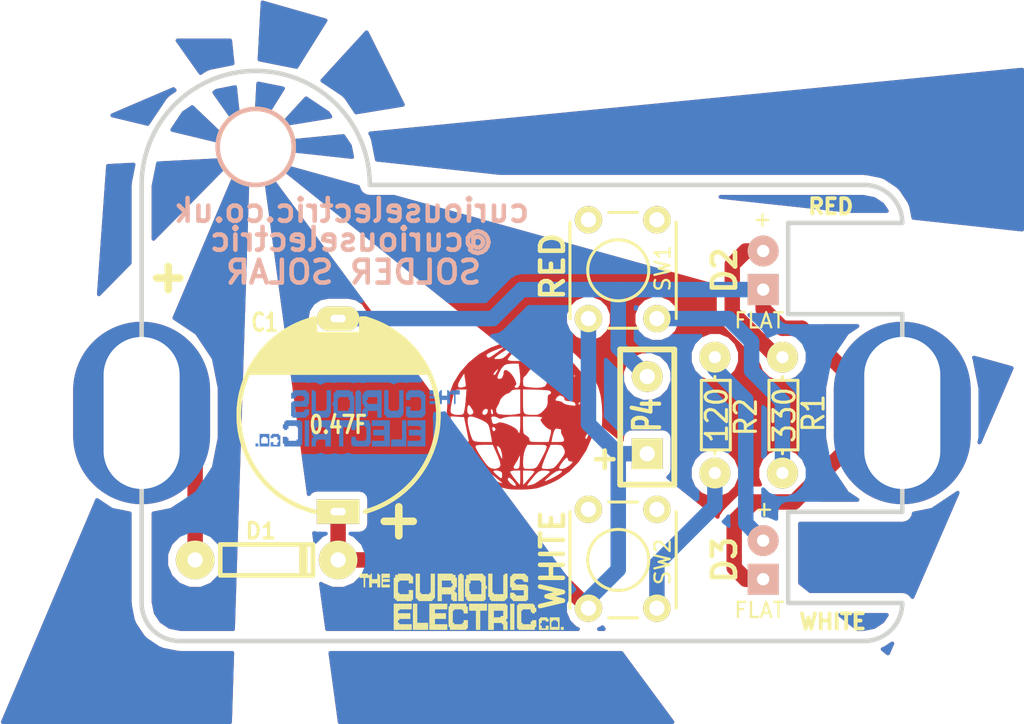
<source format=kicad_pcb>
(kicad_pcb (version 4) (host pcbnew 4.0.4-stable)
  (layers (0 F.Cu signal) (31 B.Cu signal) (34 B.Paste user) (35 F.Paste user) (36 B.SilkS user) (37 F.SilkS user) (38 B.Mask user) (39 F.Mask user) (44 Edge.Cuts user))
  (net 0 "")
  (net 1 "Net-(C1-Pad1)")
  (net 2 GND)
  (net 3 "Net-(D1-Pad2)")
  (net 4 "Net-(D2-Pad2)")
  (net 5 "Net-(D3-Pad2)")
  (net 6 "Net-(R1-Pad2)")
  (net 7 "Net-(R2-Pad2)")
  (module REInnovationFootprint:TH_Diode_1 (layer F.Cu) (at 112.395 67.945)
    (fp_text reference D1 (at 0 -1.905) (layer F.SilkS) (effects (font (size 1.016 1.016) (thickness 0.2032))))
    (fp_text value 1N5819 hide)
    (pad 1 thru_hole circle (at 5.08 0) (size 2.54 2.54) (drill 1.00076) (layers *.Cu *.Mask F.SilkS) (net 1 "Net-(C1-Pad1)"))
    (pad 2 thru_hole circle (at -4.318 0) (size 2.54 2.54) (drill 1.00076) (layers *.Cu *.Mask F.SilkS) (net 3 "Net-(D1-Pad2)"))
  )
  (module REInnovationFootprint:TH_Resistor_1 (layer F.Cu) (at 146.685 58.42 270)
    (fp_text reference R1 (at -0.127 -2.032 270) (layer F.SilkS) (effects (font (size 1.397 1.27) (thickness 0.2032))))
    (fp_text value 330 (at 0 -0.127 270) (layer F.SilkS) (effects (font (size 1.397 1.27) (thickness 0.2032))))
    (pad 1 thru_hole circle (at -3.81 0 270) (size 2.032 2.032) (drill 0.8001) (layers *.Cu *.Mask F.SilkS) (net 4 "Net-(D2-Pad2)"))
    (pad 2 thru_hole circle (at 3.81 0 270) (size 2.032 2.032) (drill 0.8001) (layers *.Cu *.Mask F.SilkS) (net 6 "Net-(R1-Pad2)"))
  )
  (module REInnovationFootprint:TH_Resistor_1 (layer F.Cu) (at 142.24 58.42 270)
    (fp_text reference R2 (at 0.127 -2.032 270) (layer F.SilkS) (effects (font (size 1.397 1.27) (thickness 0.2032))))
    (fp_text value 120 (at 0 -0.127 270) (layer F.SilkS) (effects (font (size 1.397 1.27) (thickness 0.2032))))
    (pad 1 thru_hole circle (at -3.81 0 270) (size 2.032 2.032) (drill 0.8001) (layers *.Cu *.Mask F.SilkS) (net 5 "Net-(D3-Pad2)"))
    (pad 2 thru_hole circle (at 3.81 0 270) (size 2.032 2.032) (drill 0.8001) (layers *.Cu *.Mask F.SilkS) (net 7 "Net-(R2-Pad2)"))
  )
  (module REInnovationFootprint:TH_FRONT_SW (layer F.Cu) (at 138.43 52.07 90)
    (fp_text reference SW1 (at 3.302 0.381 90) (layer F.SilkS))
    (fp_text value RED (at 3.429 -6.858 90) (layer F.SilkS) (effects (font (size 1.5 1.5) (thickness 0.3))))
    (pad 1 thru_hole circle (at 0 -4.5 90) (size 1.8 1.8) (drill 1) (layers *.Cu *.Mask F.SilkS) (net 1 "Net-(C1-Pad1)"))
    (pad 2 thru_hole circle (at 0 0 90) (size 1.8 1.8) (drill 1) (layers *.Cu *.Mask F.SilkS) (net 6 "Net-(R1-Pad2)"))
    (pad 4 thru_hole circle (at 6.5 0 90) (size 1.8 1.8) (drill 1) (layers *.Cu *.Mask F.SilkS))
    (pad 3 thru_hole circle (at 6.5 -4.5 90) (size 1.8 1.8) (drill 1) (layers *.Cu *.Mask F.SilkS))
  )
  (module REInnovationFootprint:TH_FRONT_SW (layer F.Cu) (at 138.43 71.12 90)
    (fp_text reference SW2 (at 3.048 0.381 90) (layer F.SilkS))
    (fp_text value WHITE (at 3.175 -6.858 90) (layer F.SilkS) (effects (font (size 1.5 1.5) (thickness 0.3))))
    (pad 1 thru_hole circle (at 0 -4.5 90) (size 1.8 1.8) (drill 1) (layers *.Cu *.Mask F.SilkS) (net 1 "Net-(C1-Pad1)"))
    (pad 2 thru_hole circle (at 0 0 90) (size 1.8 1.8) (drill 1) (layers *.Cu *.Mask F.SilkS) (net 7 "Net-(R2-Pad2)"))
    (pad 4 thru_hole circle (at 6.5 0 90) (size 1.8 1.8) (drill 1) (layers *.Cu *.Mask F.SilkS))
    (pad 3 thru_hole circle (at 6.5 -4.5 90) (size 1.8 1.8) (drill 1) (layers *.Cu *.Mask F.SilkS))
  )
  (module CuriousElectric3:TCEC_Words_13mm (layer F.Cu) (at 118.618 68.58)
    (fp_text reference P3 hide)
    (fp_text value LOGO2 hide)
  )
  (module CuriousElectric3:CEC_Globe_10mm_FCU (layer F.Cu) (at 129.54 58.42)
    (fp_text reference P2 hide)
    (fp_text value LOGO1 hide)
    (fp_poly (pts (xy 0.230092 -4.822486) (xy 0.792908 -4.777429) (xy 1.267235 -4.688807) (xy 1.340706 -4.667542) (xy 2.157578 -4.328299) (xy 2.906366 -3.848203) (xy 3.436072 -3.372761) (xy 3.895128 -2.844669) (xy 4.241358 -2.322757) (xy 4.515748 -1.74238) (xy 4.585661 -1.559568) (xy 4.694208 -1.134991) (xy 4.761463 -0.602005) (xy 4.786724 -0.016601) (xy 4.769288 0.565234) (xy 4.708454 1.087509) (xy 4.623268 1.439333) (xy 4.251352 2.306343) (xy 3.758998 3.062829) (xy 3.153541 3.700203) (xy 2.442312 4.209878) (xy 2.105847 4.38761) (xy 1.727794 4.554278) (xy 1.34502 4.700212) (xy 1.024552 4.800467) (xy 0.948332 4.818372) (xy 0.590714 4.866643) (xy 0.138732 4.892962) (xy -0.333906 4.896002) (xy -0.753492 4.874436) (xy -0.931334 4.852214) (xy -1.397145 4.736206) (xy -1.917506 4.546832) (xy -2.413737 4.315238) (xy -2.683125 4.158727) (xy -3.248282 3.720076) (xy -2.794 3.720076) (xy -2.723212 3.790508) (xy -2.53362 3.912526) (xy -2.259386 4.065085) (xy -2.106863 4.14341) (xy -1.742472 4.318379) (xy -1.472379 4.43308) (xy -1.310818 4.483029) (xy -1.27202 4.463741) (xy -1.359776 4.378807) (xy -1.496247 4.269403) (xy -1.575752 4.204574) (xy -0.925894 4.204574) (xy -0.868603 4.341183) (xy -0.758702 4.471368) (xy -0.609663 4.59228) (xy -0.467889 4.653021) (xy -0.378369 4.643933) (xy -0.379736 4.628244) (xy 0.360409 4.628244) (xy 0.402507 4.646152) (xy 0.458702 4.628721) (xy 0.645329 4.57917) (xy 0.718202 4.572) (xy 0.837498 4.523907) (xy 1.038601 4.39991) (xy 1.149702 4.322145) (xy 1.511351 4.322145) (xy 1.525151 4.349207) (xy 1.637851 4.317468) (xy 1.651 4.312843) (xy 1.883427 4.213103) (xy 2.163446 4.070201) (xy 2.260457 4.015442) (xy 2.536293 3.839645) (xy 2.657844 3.722174) (xy 2.62795 3.658231) (xy 2.481496 3.642408) (xy 2.241535 3.713368) (xy 1.932671 3.926596) (xy 1.820333 4.023471) (xy 1.606421 4.219246) (xy 1.511351 4.322145) (xy 1.149702 4.322145) (xy 1.280736 4.230428) (xy 1.523129 4.045881) (xy 1.725007 3.876688) (xy 1.845597 3.75327) (xy 1.862666 3.718156) (xy 1.787142 3.671251) (xy 1.59677 3.643708) (xy 1.49492 3.640666) (xy 1.278331 3.653337) (xy 1.118297 3.712591) (xy 0.959046 3.850292) (xy 0.790977 4.042833) (xy 0.545686 4.34238) (xy 0.405149 4.532252) (xy 0.360409 4.628244) (xy -0.379736 4.628244) (xy -0.386092 4.555355) (xy -0.388599 4.550833) (xy -0.522195 4.362262) (xy -0.678414 4.202742) (xy -0.811145 4.1151) (xy -0.858974 4.113939) (xy -0.925894 4.204574) (xy -1.575752 4.204574) (xy -1.708706 4.096164) (xy -1.876496 3.958166) (xy -2.206667 3.73062) (xy -2.309146 3.698) (xy -1.862667 3.698) (xy -1.803602 3.782977) (xy -1.655475 3.927497) (xy -1.5875 3.986346) (xy -1.414453 4.124509) (xy -1.329278 4.158385) (xy -1.293209 4.096099) (xy -1.284472 4.049855) (xy -1.283022 3.848459) (xy -1.302981 3.761509) (xy -1.341434 3.73225) (xy -0.762 3.73225) (xy -0.714139 3.832567) (xy -0.594367 4.010218) (xy -0.4384 4.218718) (xy -0.281957 4.411577) (xy -0.160755 4.542309) (xy -0.116801 4.572) (xy -0.099198 4.495397) (xy -0.087526 4.297806) (xy -0.084667 4.106333) (xy -0.084667 3.640666) (xy 0.084666 3.640666) (xy 0.08846 4.1275) (xy 0.092254 4.614333) (xy 0.46946 4.193318) (xy 0.660959 3.970404) (xy 0.796726 3.794853) (xy 0.846666 3.706485) (xy 0.770958 3.667224) (xy 0.579417 3.64368) (xy 0.465666 3.640666) (xy 0.084666 3.640666) (xy -0.084667 3.640666) (xy -0.423334 3.640666) (xy -0.635502 3.660978) (xy -0.753397 3.711741) (xy -0.762 3.73225) (xy -1.341434 3.73225) (xy -1.395683 3.690973) (xy -1.564703 3.647262) (xy -1.740008 3.638322) (xy -1.85156 3.6721) (xy -1.862667 3.698) (xy -2.309146 3.698) (xy -2.483261 3.642578) (xy -2.527554 3.640666) (xy -2.711226 3.662681) (xy -2.793663 3.716072) (xy -2.794 3.720076) (xy -3.248282 3.720076) (xy -3.271249 3.70225) (xy -3.808462 3.140101) (xy -4.266574 2.510811) (xy -4.533182 2.010833) (xy -4.233017 2.010833) (xy -4.178475 2.167604) (xy -4.035999 2.406897) (xy -3.835777 2.689908) (xy -3.608002 2.977831) (xy -3.382863 3.231864) (xy -3.19055 3.4132) (xy -3.093657 3.475295) (xy -2.877856 3.531343) (xy -2.644773 3.549618) (xy -2.469682 3.526676) (xy -2.433093 3.505536) (xy -2.450226 3.415203) (xy -2.546802 3.233849) (xy -2.660337 3.061036) (xy -2.862439 2.758868) (xy -3.059312 2.440438) (xy -3.135613 2.307166) (xy -3.259051 2.098237) (xy -3.298381 2.061206) (xy -3.048 2.061206) (xy -3.001712 2.192223) (xy -2.880931 2.416216) (xy -2.712787 2.690711) (xy -2.524409 2.973234) (xy -2.342926 3.221309) (xy -2.201563 3.386437) (xy -1.986062 3.511331) (xy -1.732527 3.538716) (xy -1.508553 3.46951) (xy -1.42444 3.387458) (xy -0.532896 3.387458) (xy -0.511343 3.511738) (xy -0.352842 3.544441) (xy -0.309511 3.539675) (xy -0.206551 3.505842) (xy -0.14874 3.414156) (xy -0.120758 3.223487) (xy -0.113644 3.070894) (xy 0.083959 3.070894) (xy 0.092513 3.331435) (xy 0.135354 3.491521) (xy 0.145014 3.503458) (xy 0.259335 3.53471) (xy 0.477659 3.543366) (xy 0.589514 3.538736) (xy 0.783913 3.52087) (xy 0.91714 3.476714) (xy 0.951281 3.444301) (xy 1.318578 3.444301) (xy 1.320044 3.483809) (xy 1.434653 3.536221) (xy 1.645996 3.553824) (xy 1.885244 3.537356) (xy 2.08357 3.487555) (xy 2.109152 3.475354) (xy 2.120173 3.465684) (xy 2.455333 3.465684) (xy 2.518506 3.549278) (xy 2.677627 3.550474) (xy 2.887094 3.479816) (xy 3.101308 3.347846) (xy 3.152497 3.304481) (xy 3.315695 3.149825) (xy 3.361178 3.075912) (xy 3.299169 3.05255) (xy 3.2385 3.050481) (xy 3.084796 3.000149) (xy 3.048 2.921) (xy 3.007622 2.808251) (xy 2.973382 2.794) (xy 2.877714 2.857553) (xy 2.736618 3.012111) (xy 2.591861 3.20352) (xy 2.485208 3.377626) (xy 2.455333 3.465684) (xy 2.120173 3.465684) (xy 2.23373 3.366049) (xy 2.409473 3.160803) (xy 2.579079 2.931187) (xy 2.748036 2.677322) (xy 2.831541 2.5109) (xy 2.843586 2.382307) (xy 2.798162 2.241929) (xy 2.783158 2.207499) (xy 2.693082 2.04516) (xy 2.573344 1.969303) (xy 2.362513 1.94792) (xy 2.283866 1.947333) (xy 1.899735 1.947333) (xy 1.587582 2.679476) (xy 1.456422 3.004776) (xy 1.362527 3.272427) (xy 1.318578 3.444301) (xy 0.951281 3.444301) (xy 1.025305 3.374026) (xy 1.144516 3.180561) (xy 1.281327 2.921) (xy 1.48774 2.521428) (xy 1.613378 2.249383) (xy 1.652113 2.080399) (xy 1.597813 1.990009) (xy 1.44435 1.953746) (xy 1.185594 1.947145) (xy 1.037386 1.947333) (xy 0.370029 1.947333) (xy 0.227347 2.246539) (xy 0.155045 2.472446) (xy 0.106026 2.765898) (xy 0.083959 3.070894) (xy -0.113644 3.070894) (xy -0.110603 3.005666) (xy -0.106733 2.744351) (xy -0.118935 2.63965) (xy -0.149645 2.679394) (xy -0.166175 2.728232) (xy -0.273097 2.964785) (xy -0.414252 3.182684) (xy -0.532896 3.387458) (xy -1.42444 3.387458) (xy -1.412439 3.375752) (xy -1.386179 3.256523) (xy -1.425702 3.06063) (xy -1.538351 2.758926) (xy -1.609701 2.592585) (xy -1.825083 2.102487) (xy -1.628362 2.102487) (xy -1.574817 2.282258) (xy -1.50802 2.455333) (xy -1.40357 2.689592) (xy -1.321413 2.843327) (xy -1.289898 2.878666) (xy -1.273971 2.804178) (xy -1.284178 2.617131) (xy -1.294766 2.527797) (xy -1.378806 2.222201) (xy -1.52516 2.058202) (xy -1.625142 2.033296) (xy -1.628362 2.102487) (xy -1.825083 2.102487) (xy -1.893269 1.947333) (xy -2.470635 1.947333) (xy -2.798436 1.957141) (xy -2.982402 1.989791) (xy -3.04707 2.050124) (xy -3.048 2.061206) (xy -3.298381 2.061206) (xy -3.372433 1.991485) (xy -3.537482 1.952617) (xy -3.783258 1.947333) (xy -4.03334 1.958116) (xy -4.196617 1.985844) (xy -4.233017 2.010833) (xy -4.533182 2.010833) (xy -4.617393 1.852911) (xy -4.827654 1.227619) (xy -4.890095 0.802586) (xy -4.917063 0.277066) (xy -4.91441 0.074936) (xy -4.682062 0.074936) (xy -4.630807 0.623818) (xy -4.58302 0.968185) (xy -4.51233 1.29212) (xy -4.453096 1.47535) (xy -4.366988 1.654808) (xy -4.266794 1.744198) (xy -4.09524 1.774802) (xy -3.898987 1.778) (xy -3.656373 1.76669) (xy -3.502075 1.737743) (xy -3.472756 1.7145) (xy -3.489326 1.608371) (xy -3.532525 1.377223) (xy -3.594605 1.061846) (xy -3.629553 0.889) (xy -3.736269 0.365632) (xy -3.556 0.365632) (xy -3.530312 0.614517) (xy -3.464284 0.931058) (xy -3.374469 1.254782) (xy -3.277422 1.525221) (xy -3.198328 1.672166) (xy -3.057982 1.734824) (xy -2.776495 1.770851) (xy -2.525797 1.778) (xy -1.939661 1.778) (xy -1.995403 1.4605) (xy -2.065894 1.065064) (xy -2.102674 0.899609) (xy -1.933783 0.899609) (xy -1.912685 0.984172) (xy -1.843164 1.077889) (xy -1.758292 1.030157) (xy -1.704002 0.914571) (xy -1.759656 0.831144) (xy -1.872452 0.771611) (xy -1.914049 0.785159) (xy -1.933783 0.899609) (xy -2.102674 0.899609) (xy -2.124913 0.799573) (xy -2.192658 0.627628) (xy -2.289327 0.51283) (xy -2.435121 0.418778) (xy -2.628192 0.320195) (xy -2.871408 0.213542) (xy -2.000616 0.213542) (xy -1.998726 0.218591) (xy -1.952165 0.409319) (xy -1.947334 0.472591) (xy -1.882083 0.567612) (xy -1.735393 0.588175) (xy -1.580863 0.527928) (xy -1.556227 0.506359) (xy -1.42059 0.476619) (xy -1.190395 0.519108) (xy -0.912998 0.613678) (xy -0.635755 0.740174) (xy -0.40602 0.878447) (xy -0.27115 1.008345) (xy -0.254 1.060507) (xy -0.207591 1.171776) (xy -0.169334 1.185333) (xy -0.12509 1.107575) (xy -0.094799 0.901593) (xy -0.084667 0.635) (xy -0.084667 0.084666) (xy 0.084666 0.084666) (xy 0.084666 0.663743) (xy 0.089747 0.974021) (xy 0.114192 1.159117) (xy 0.171807 1.263089) (xy 0.276398 1.329998) (xy 0.296333 1.339261) (xy 0.46271 1.47561) (xy 0.508 1.606851) (xy 0.522654 1.694536) (xy 0.590116 1.745871) (xy 0.745633 1.770417) (xy 1.024454 1.777735) (xy 1.13902 1.778) (xy 1.77004 1.778) (xy 1.951566 1.778) (xy 2.372783 1.778) (xy 2.629064 1.767447) (xy 2.755623 1.726633) (xy 2.791259 1.641819) (xy 2.791307 1.629833) (xy 2.739589 1.444154) (xy 2.738311 1.441966) (xy 4.179576 1.441966) (xy 4.195587 1.531422) (xy 4.263019 1.579315) (xy 4.326654 1.476046) (xy 4.382656 1.30334) (xy 4.396715 1.23069) (xy 4.353366 1.216681) (xy 4.265648 1.286065) (xy 4.179576 1.441966) (xy 2.738311 1.441966) (xy 2.670122 1.32527) (xy 2.594044 1.154595) (xy 2.597206 1.050103) (xy 2.59231 0.946321) (xy 2.555983 0.931333) (xy 2.404556 0.903039) (xy 2.336434 0.880393) (xy 2.221888 0.895175) (xy 2.124584 1.045454) (xy 2.036949 1.34543) (xy 2.004375 1.502833) (xy 1.951566 1.778) (xy 1.77004 1.778) (xy 1.858214 1.4605) (xy 1.928803 1.168854) (xy 1.936439 1.004738) (xy 1.879453 0.937828) (xy 1.829104 0.931333) (xy 1.712553 0.87854) (xy 1.559361 0.747777) (xy 1.405443 0.580465) (xy 1.321536 0.465666) (xy 4.402666 0.465666) (xy 4.445 0.508) (xy 4.487333 0.465666) (xy 4.445 0.423333) (xy 4.402666 0.465666) (xy 1.321536 0.465666) (xy 1.286715 0.418025) (xy 1.239091 0.301879) (xy 1.257624 0.272236) (xy 1.313721 0.221203) (xy 4.17777 0.221203) (xy 4.191 0.254) (xy 4.267082 0.33477) (xy 4.280663 0.338666) (xy 4.317029 0.27316) (xy 4.318 0.254) (xy 4.252912 0.172586) (xy 4.228336 0.169333) (xy 4.17777 0.221203) (xy 1.313721 0.221203) (xy 1.349655 0.188513) (xy 1.354666 0.162277) (xy 1.276925 0.125181) (xy 1.071281 0.097739) (xy 0.779101 0.085006) (xy 0.719666 0.084666) (xy 0.084666 0.084666) (xy -0.084667 0.084666) (xy -0.54635 0.084666) (xy -0.852468 0.102932) (xy -1.121586 0.149528) (xy -1.22598 0.18397) (xy -1.414542 0.240896) (xy -1.53692 0.190107) (xy -1.54323 0.18397) (xy -1.701912 0.105241) (xy -1.846326 0.084666) (xy -1.992198 0.113332) (xy -2.000616 0.213542) (xy -2.871408 0.213542) (xy -2.917827 0.193187) (xy -3.183413 0.108077) (xy -3.323167 0.086085) (xy -3.482885 0.105406) (xy -3.546115 0.200351) (xy -3.556 0.365632) (xy -3.736269 0.365632) (xy -3.784928 0.127) (xy -4.682062 0.074936) (xy -4.91441 0.074936) (xy -4.909689 -0.284567) (xy -4.907376 -0.314964) (xy -4.681503 -0.314964) (xy -4.660606 -0.166865) (xy -4.581808 -0.085116) (xy -4.580939 -0.084606) (xy -4.377671 -0.022376) (xy -4.11845 -0.006567) (xy -3.894791 -0.039618) (xy -3.839175 -0.064844) (xy -3.789619 -0.172407) (xy -3.773305 -0.249236) (xy -3.582063 -0.249236) (xy -3.54219 -0.111114) (xy -3.538127 -0.105834) (xy -3.420725 -0.010267) (xy -3.284267 -0.042763) (xy -3.227997 -0.076285) (xy -3.164121 -0.151943) (xy -3.179166 -0.21732) (xy -2.577938 -0.21732) (xy -2.577195 -0.073945) (xy -2.556087 -0.04431) (xy -2.423416 -0.006362) (xy -2.287625 -0.085643) (xy -2.216612 -0.233699) (xy -2.222485 -0.285045) (xy -2.032 -0.285045) (xy -2.005539 -0.117697) (xy -1.947481 -0.03885) (xy -1.889814 -0.080602) (xy -1.875894 -0.128398) (xy -1.898878 -0.303163) (xy -1.939394 -0.364594) (xy -2.012271 -0.395348) (xy -2.032 -0.285045) (xy -2.222485 -0.285045) (xy -2.233743 -0.383468) (xy -2.313418 -0.409684) (xy -1.68182 -0.409684) (xy -1.677171 -0.207141) (xy -1.560256 -0.077755) (xy -1.502834 -0.059753) (xy -1.149355 -0.019873) (xy -0.747014 -0.014651) (xy -0.394933 -0.044676) (xy -0.34925 -0.052917) (xy -0.084667 -0.105834) (xy -0.084667 -0.898073) (xy 0.084666 -0.898073) (xy 0.086744 -0.507216) (xy 0.108852 -0.254636) (xy 0.174797 -0.109318) (xy 0.30839 -0.040249) (xy 0.533439 -0.016414) (xy 0.766557 -0.009822) (xy 1.025354 -0.021249) (xy 1.212578 -0.094911) (xy 1.344176 -0.209102) (xy 3.916564 -0.209102) (xy 3.933518 -0.174967) (xy 4.014251 -0.087434) (xy 4.029102 -0.149163) (xy 4.008549 -0.215319) (xy 3.946216 -0.307525) (xy 3.918062 -0.305618) (xy 3.916564 -0.209102) (xy 1.344176 -0.209102) (xy 1.408952 -0.265309) (xy 1.44106 -0.298116) (xy 1.622003 -0.509478) (xy 1.70228 -0.698122) (xy 1.714678 -0.945562) (xy 1.713501 -0.975449) (xy 1.714299 -1.03373) (xy 2.218321 -1.03373) (xy 2.2421 -0.952774) (xy 2.402633 -0.931334) (xy 2.603176 -0.882818) (xy 2.70541 -0.809061) (xy 2.85349 -0.718846) (xy 3.083092 -0.658314) (xy 3.117944 -0.65396) (xy 3.341011 -0.628692) (xy 3.48684 -0.609057) (xy 3.498708 -0.6069) (xy 3.544194 -0.661657) (xy 3.540311 -0.740834) (xy 3.525376 -0.762) (xy 3.725333 -0.762) (xy 3.75422 -0.679535) (xy 3.762669 -0.677334) (xy 3.834955 -0.736663) (xy 3.852333 -0.762) (xy 3.84562 -0.840019) (xy 3.814996 -0.846667) (xy 3.728778 -0.785207) (xy 3.725333 -0.762) (xy 3.525376 -0.762) (xy 3.466036 -0.846094) (xy 3.272072 -0.902588) (xy 3.146044 -0.91538) (xy 2.907233 -0.9502) (xy 2.818523 -1.01366) (xy 2.822574 -1.05301) (xy 2.788136 -1.16682) (xy 2.668427 -1.253945) (xy 2.490812 -1.296987) (xy 2.351126 -1.210121) (xy 2.336461 -1.194315) (xy 2.218321 -1.03373) (xy 1.714299 -1.03373) (xy 1.716853 -1.219971) (xy 1.762123 -1.333715) (xy 1.828373 -1.354667) (xy 1.927907 -1.418249) (xy 1.931371 -1.502834) (xy 1.898271 -1.569773) (xy 1.809673 -1.615224) (xy 1.635947 -1.644629) (xy 1.347464 -1.663429) (xy 0.993829 -1.675032) (xy 0.084666 -1.699063) (xy 0.084666 -0.898073) (xy -0.084667 -0.898073) (xy -0.084667 -1.693334) (xy -0.371942 -1.693334) (xy -0.603192 -1.656065) (xy -0.707952 -1.566334) (xy -0.818663 -1.453742) (xy -0.881981 -1.439334) (xy -1.038384 -1.379147) (xy -1.223724 -1.235434) (xy -1.378208 -1.063469) (xy -1.442027 -0.921625) (xy -1.492325 -0.765379) (xy -1.569027 -0.639985) (xy -1.68182 -0.409684) (xy -2.313418 -0.409684) (xy -2.354904 -0.423334) (xy -2.490377 -0.359148) (xy -2.577938 -0.21732) (xy -3.179166 -0.21732) (xy -3.192722 -0.276224) (xy -3.267418 -0.413656) (xy -3.384003 -0.58721) (xy -3.470359 -0.674782) (xy -3.479718 -0.677334) (xy -3.54336 -0.605412) (xy -3.579964 -0.438358) (xy -3.582063 -0.249236) (xy -3.773305 -0.249236) (xy -3.739437 -0.408728) (xy -3.696229 -0.733435) (xy -3.680088 -0.910215) (xy -3.618826 -1.693334) (xy -3.997345 -1.693334) (xy -4.233702 -1.684369) (xy -4.360327 -1.628679) (xy -4.436782 -1.483066) (xy -4.480937 -1.342631) (xy -4.561314 -1.03092) (xy -4.634197 -0.679176) (xy -4.651444 -0.577995) (xy -4.681503 -0.314964) (xy -4.907376 -0.314964) (xy -4.869101 -0.817937) (xy -4.796432 -1.25867) (xy -4.783062 -1.311956) (xy -4.563451 -1.896058) (xy -4.193813 -1.896058) (xy -4.100031 -1.80539) (xy -3.915218 -1.818235) (xy -3.741888 -1.865711) (xy -3.666382 -1.893397) (xy -3.667984 -1.97903) (xy -3.690716 -2.179264) (xy -3.711991 -2.331015) (xy -3.726317 -2.427327) (xy -1.592512 -2.427327) (xy -1.501466 -2.373732) (xy -1.448392 -2.370667) (xy -1.281665 -2.444955) (xy -1.195452 -2.657896) (xy -1.185334 -2.800925) (xy -1.141084 -2.942392) (xy -1.026117 -2.963446) (xy -0.867107 -2.8822) (xy -0.690728 -2.716766) (xy -0.523655 -2.485253) (xy -0.42191 -2.282563) (xy -0.354984 -2.080886) (xy -0.374541 -1.984774) (xy -0.407132 -1.966846) (xy -0.47178 -1.889189) (xy -0.461198 -1.855436) (xy -0.401436 -1.78742) (xy -0.304983 -1.797737) (xy -0.218592 -1.829392) (xy -0.125014 -1.954265) (xy -0.088371 -2.206698) (xy 0.084666 -2.206698) (xy 0.096443 -1.989739) (xy 0.158922 -1.887438) (xy 0.312828 -1.845413) (xy 0.359833 -1.839248) (xy 0.903063 -1.793185) (xy 1.293438 -1.808514) (xy 1.528679 -1.8851) (xy 1.560285 -1.911048) (xy 1.660702 -2.103343) (xy 1.671391 -2.343214) (xy 1.606344 -2.574973) (xy 1.479555 -2.742935) (xy 1.338419 -2.794) (xy 1.187837 -2.851813) (xy 1.118161 -2.979876) (xy 1.158535 -3.110127) (xy 1.19171 -3.136609) (xy 1.259352 -3.230199) (xy 1.24253 -3.273025) (xy 1.129498 -3.284911) (xy 1.013298 -3.235295) (xy 0.830341 -3.152137) (xy 0.729178 -3.132667) (xy 0.613805 -3.065486) (xy 0.473633 -2.898106) (xy 0.434551 -2.836334) (xy 0.304791 -2.649729) (xy 0.19511 -2.546947) (xy 0.172188 -2.54) (xy 0.117025 -2.464975) (xy 0.086689 -2.277889) (xy 0.084666 -2.206698) (xy -0.088371 -2.206698) (xy -0.084979 -2.230064) (xy -0.099169 -2.646842) (xy -0.138509 -2.99385) (xy -0.181909 -3.310492) (xy 1.452764 -3.310492) (xy 1.487982 -3.207163) (xy 1.566333 -3.132667) (xy 1.667963 -2.968164) (xy 1.693333 -2.827919) (xy 1.768321 -2.620531) (xy 1.905 -2.489881) (xy 2.056669 -2.359984) (xy 2.116666 -2.250863) (xy 2.183276 -2.078781) (xy 2.339635 -2.00725) (xy 2.463588 -2.036419) (xy 2.612356 -2.139496) (xy 2.66272 -2.19441) (xy 2.635411 -2.286) (xy 2.921 -2.286) (xy 2.927712 -2.207982) (xy 2.958336 -2.201334) (xy 3.044554 -2.262794) (xy 3.048 -2.286) (xy 3.019113 -2.368466) (xy 3.010663 -2.370667) (xy 2.938377 -2.311338) (xy 2.921 -2.286) (xy 2.635411 -2.286) (xy 2.634259 -2.289862) (xy 2.502037 -2.422275) (xy 2.478082 -2.440332) (xy 2.407082 -2.497667) (xy 3.132666 -2.497667) (xy 3.175 -2.455334) (xy 3.217333 -2.497667) (xy 3.175 -2.54) (xy 3.132666 -2.497667) (xy 2.407082 -2.497667) (xy 2.327586 -2.561862) (xy 2.317381 -2.596445) (xy 3.414888 -2.596445) (xy 3.426511 -2.546111) (xy 3.471333 -2.54) (xy 3.541023 -2.570979) (xy 3.527777 -2.596445) (xy 3.427298 -2.606578) (xy 3.414888 -2.596445) (xy 2.317381 -2.596445) (xy 2.301797 -2.64925) (xy 2.376708 -2.751667) (xy 2.963333 -2.751667) (xy 3.005666 -2.709334) (xy 3.048 -2.751667) (xy 3.005666 -2.794) (xy 2.963333 -2.751667) (xy 2.376708 -2.751667) (xy 2.385136 -2.763189) (xy 2.392979 -2.771878) (xy 2.518291 -2.945047) (xy 2.509928 -3.086093) (xy 2.399877 -3.231834) (xy 2.233756 -3.334501) (xy 2.568769 -3.334501) (xy 2.582333 -3.302) (xy 2.694492 -3.220495) (xy 2.719326 -3.217334) (xy 2.76523 -3.2695) (xy 2.751666 -3.302) (xy 2.639507 -3.383506) (xy 2.614673 -3.386667) (xy 2.568769 -3.334501) (xy 2.233756 -3.334501) (xy 2.219661 -3.343212) (xy 1.924514 -3.385557) (xy 1.849544 -3.386667) (xy 1.571276 -3.368524) (xy 1.452764 -3.310492) (xy -0.181909 -3.310492) (xy -0.19235 -3.386667) (xy -0.633386 -3.386667) (xy -0.934903 -3.366136) (xy -1.14458 -3.282285) (xy -1.311741 -3.101727) (xy -1.471457 -2.819372) (xy -1.582071 -2.567368) (xy -1.592512 -2.427327) (xy -3.726317 -2.427327) (xy -3.760308 -2.655826) (xy -1.857042 -2.655826) (xy -1.791591 -2.624667) (xy -1.709884 -2.693324) (xy -1.615172 -2.855868) (xy -1.547758 -3.012415) (xy -1.566433 -3.030775) (xy -1.686249 -2.927413) (xy -1.828239 -2.766177) (xy -1.857042 -2.655826) (xy -3.760308 -2.655826) (xy -3.774566 -2.751667) (xy -4.009985 -2.383956) (xy -4.164205 -2.091346) (xy -4.193813 -1.896058) (xy -4.563451 -1.896058) (xy -4.491556 -2.087275) (xy -4.054312 -2.805426) (xy -3.490567 -3.447418) (xy -3.251913 -3.641911) (xy -0.931334 -3.641911) (xy -0.855189 -3.592904) (xy -0.660498 -3.561799) (xy -0.508 -3.556) (xy -0.084667 -3.556) (xy -0.084667 -3.725334) (xy 1.524 -3.725334) (xy 1.573608 -3.592549) (xy 1.735666 -3.556) (xy 1.894797 -3.58397) (xy 1.947333 -3.637688) (xy 1.881773 -3.731343) (xy 1.737291 -3.834295) (xy 1.592188 -3.89295) (xy 1.571899 -3.894667) (xy 1.532927 -3.823487) (xy 1.524 -3.725334) (xy -0.084667 -3.725334) (xy -0.084667 -3.841967) (xy -0.12383 -4.076313) (xy -0.188867 -4.187445) (xy 1.652532 -4.187445) (xy 1.723728 -4.084948) (xy 1.873504 -3.947193) (xy 2.068442 -3.799935) (xy 2.275126 -3.668929) (xy 2.46014 -3.57993) (xy 2.566163 -3.55623) (xy 2.72481 -3.581131) (xy 2.750576 -3.642431) (xy 2.638617 -3.742749) (xy 2.427101 -3.880982) (xy 2.170334 -4.027002) (xy 1.922626 -4.150683) (xy 1.738283 -4.221898) (xy 1.693333 -4.228929) (xy 1.652532 -4.187445) (xy -0.188867 -4.187445) (xy -0.219535 -4.239848) (xy -0.220984 -4.241066) (xy -0.318038 -4.292295) (xy -0.423392 -4.255697) (xy -0.578597 -4.111637) (xy -0.644317 -4.04101) (xy -0.810195 -3.844098) (xy -0.913855 -3.690434) (xy -0.931334 -3.641911) (xy -3.251913 -3.641911) (xy -3.147055 -3.727365) (xy -1.800971 -3.727365) (xy -1.776232 -3.686847) (xy -1.616581 -3.680257) (xy -1.533774 -3.682047) (xy -1.337738 -3.703248) (xy -1.17415 -3.775181) (xy -0.99478 -3.927529) (xy -0.803953 -4.131208) (xy -0.620061 -4.346642) (xy -0.504711 -4.50367) (xy -0.480373 -4.571339) (xy -0.483969 -4.572) (xy -0.601193 -4.528508) (xy -0.813255 -4.416138) (xy -1.075528 -4.262052) (xy -1.343387 -4.093411) (xy -1.572204 -3.937376) (xy -1.716809 -3.821647) (xy -1.800971 -3.727365) (xy -3.147055 -3.727365) (xy -2.919375 -3.912913) (xy -2.320782 -3.912913) (xy -2.282398 -3.847994) (xy -2.223174 -3.786709) (xy -2.156305 -3.771337) (xy -2.049252 -3.815132) (xy -1.869476 -3.931349) (xy -1.5875 -4.131052) (xy -1.372071 -4.289856) (xy -1.226119 -4.406628) (xy -1.185334 -4.449187) (xy -1.254859 -4.446036) (xy -1.431743 -4.391942) (xy -1.668447 -4.304377) (xy -1.917433 -4.200814) (xy -2.113033 -4.108213) (xy -2.285016 -4.00137) (xy -2.320782 -3.912913) (xy -2.919375 -3.912913) (xy -2.819555 -3.994261) (xy -2.060513 -4.426966) (xy -1.360467 -4.690843) (xy -0.909478 -4.779735) (xy -0.35833 -4.823435) (xy 0.230092 -4.822486)) (layer F.Cu) (width 0.01))
    (pad 1 smd circle (at 0 0) (size 0.01 0.01) (layers F.Cu F.Paste F.Mask) (clearance 5))
  )
  (module REInnovationFootprint:C_0_47F_SuperCap (layer F.Cu) (at 117.475 58.42 90)
    (fp_text reference C1 (at 6.096 -4.826 180) (layer F.SilkS) (effects (font (size 1.143 0.889) (thickness 0.2032))))
    (fp_text value 0.47F (at -0.635 0 180) (layer F.SilkS) (effects (font (size 1.143 0.889) (thickness 0.2032))))
    (fp_text user + (at -6.985 3.81 90) (layer F.SilkS) (effects (font (size 2.5 2.5) (thickness 0.5))))
    (pad 1 thru_hole rect (at -6.35 0 90) (size 1.6 2.8) (drill oval 0.5 1) (layers *.Cu *.Mask F.SilkS) (net 1 "Net-(C1-Pad1)"))
    (pad 2 thru_hole oval (at 6.35 0 90) (size 1.6 2.8) (drill oval 0.5 1) (layers *.Cu *.Mask F.SilkS) (net 2 GND))
  )
  (module REInnovationFootprint:TH_LED-5MM_larg_pad_90degrees (layer F.Cu) (at 145.415 48.895 270)
    (fp_text reference D2 (at 0 2.54 270) (layer F.SilkS) (effects (font (thickness 0.3048))))
    (fp_text value RED (at -4.191 -4.445 360) (layer F.SilkS) (effects (font (thickness 0.25))))
    (fp_text user FLAT (at 3.302 0.254 360) (layer F.SilkS))
    (fp_text user + (at -3.302 0.127 270) (layer F.SilkS))
    (pad 2 thru_hole circle (at -1.27 0 270) (size 2.032 2.032) (drill 0.8128) (layers *.Cu *.SilkS *.Mask F.Paste) (net 4 "Net-(D2-Pad2)"))
    (pad 1 thru_hole rect (at 1.27 0 270) (size 2.032 2.032) (drill 0.8128) (layers *.Cu *.SilkS *.Mask F.Paste) (net 2 GND))
  )
  (module REInnovationFootprint:TH_LED-5MM_larg_pad_90degrees (layer F.Cu) (at 145.415 67.945 270)
    (fp_text reference D3 (at 0 2.54 270) (layer F.SilkS) (effects (font (thickness 0.3048))))
    (fp_text value WHITE (at 4.064 -4.572 360) (layer F.SilkS) (effects (font (thickness 0.25))))
    (fp_text user FLAT (at 3.302 0.254 360) (layer F.SilkS))
    (fp_text user + (at -3.302 0 270) (layer F.SilkS))
    (pad 2 thru_hole circle (at -1.27 0 270) (size 2.032 2.032) (drill 0.8128) (layers *.Cu *.SilkS *.Mask F.Paste) (net 5 "Net-(D3-Pad2)"))
    (pad 1 thru_hole rect (at 1.27 0 270) (size 2.032 2.032) (drill 0.8128) (layers *.Cu *.SilkS *.Mask F.Paste) (net 2 GND))
  )
  (module REInnovationFootprint:PV_50x30mmEdgeCut (layer F.Cu) (at 154.559 73.279 90)
    (fp_text reference P1 hide)
    (fp_text value SOLAR_V hide)
    (fp_line (start 10 0) (end 20 0) (layer Edge.Cuts) (width 0.3))
    (fp_line (start 10 -50) (end 20 -50) (layer Edge.Cuts) (width 0.3))
    (fp_line (start 21.5 -7.5) (end 27.5 -7.5) (layer Edge.Cuts) (width 0.3))
    (fp_line (start 20 0) (end 21.5 0) (layer Edge.Cuts) (width 0.3))
    (fp_line (start 8.5 0) (end 10 0) (layer Edge.Cuts) (width 0.3))
    (fp_line (start 2.5 -7.5) (end 8.5 -7.5) (layer Edge.Cuts) (width 0.3))
    (fp_line (start 21.5 0) (end 21.5 -7.5) (layer Edge.Cuts) (width 0.3))
    (fp_line (start 27.5 -7.5) (end 27.5 0) (layer Edge.Cuts) (width 0.3))
    (fp_line (start 2.5 0) (end 2.5 -7.5) (layer Edge.Cuts) (width 0.3))
    (fp_line (start 8.5 -7.5) (end 8.5 0) (layer Edge.Cuts) (width 0.3))
    (fp_line (start 30 -2.5) (end 30 -35) (layer Edge.Cuts) (width 0.3))
    (fp_line (start 27.5 -50) (end 30 -50) (layer Edge.Cuts) (width 0.3))
    (fp_arc (start 30 -42.5) (end 37.5 -42.5) (angle 90) (layer Edge.Cuts) (width 0.3))
    (fp_arc (start 30 -42.5) (end 30 -50) (angle 90) (layer Edge.Cuts) (width 0.3))
    (fp_line (start 2.5 -50) (end 10 -50) (layer Edge.Cuts) (width 0.3))
    (fp_line (start 20 -50) (end 27.5 -50) (layer Edge.Cuts) (width 0.3))
    (fp_line (start 0 -2.5) (end 0 -47.5) (layer Edge.Cuts) (width 0.3))
    (fp_arc (start 2.5 -47.5) (end 0 -47.5) (angle 90) (layer Edge.Cuts) (width 0.3))
    (fp_arc (start 27.5 -2.5) (end 30 -2.5) (angle 90) (layer Edge.Cuts) (width 0.3))
    (fp_arc (start 2.5 -2.5) (end 2.5 0) (angle 90) (layer Edge.Cuts) (width 0.3))
  )
  (module matts_components:SIL-2_wide_lg_pad (layer F.Cu) (at 137.795 59.69 90)
    (fp_text reference P4 (at 1.27 0 90) (layer F.SilkS) (effects (font (size 1.72974 1.08712) (thickness 0.27178))))
    (fp_text value PCB hide)
    (pad 1 thru_hole rect (at -1.27 0 90) (size 2.032 2.032) (drill 1.00076) (layers *.Cu *.Mask F.SilkS))
    (pad 2 thru_hole circle (at 3.81 0 90) (size 2.032 2.032) (drill 1.00076) (layers *.Cu *.Mask F.SilkS))
  )
  (module REInnovationFootprint:PV_50x30mm_NoOutline (layer F.Cu) (at 154.559 73.279 90)
    (fp_text reference SC1 hide)
    (fp_text value PV_CELL hide)
    (fp_text user + (at 23.876 -48.387 90) (layer F.SilkS) (effects (font (size 2 2) (thickness 0.5))))
    (pad 2 thru_hole oval (at 15 0 90) (size 12 9) (drill oval 10 5) (layers *.Cu *.Mask) (net 2 GND))
    (pad 1 thru_hole oval (at 15 -50 90) (size 12 9) (drill oval 10 5) (layers *.Cu *.Mask) (net 3 "Net-(D1-Pad2)"))
    (pad "" np_thru_hole circle (at 32.5 -42.5 90) (size 4 4) (drill 4) (layers *.Cu *.Mask))
  )
  (module "CuriousElectric3:TCEC_Words_13mm FCu" (layer B.Cu) (at 125.73 56.515 180)
    (fp_text reference P5 hide)
    (fp_text value LOGO3 hide)
    (fp_poly (pts (xy 0.27 -0.27) (xy 0.36 -0.27) (xy 0.36 -0.36) (xy 0.27 -0.36) (xy 0.27 -0.27)) (layer B.Cu) (width 0.01))
    (fp_poly (pts (xy 0.36 -0.27) (xy 0.45 -0.27) (xy 0.45 -0.36) (xy 0.36 -0.36) (xy 0.36 -0.27)) (layer B.Cu) (width 0.01))
    (fp_poly (pts (xy 0.45 -0.27) (xy 0.54 -0.27) (xy 0.54 -0.36) (xy 0.45 -0.36) (xy 0.45 -0.27)) (layer B.Cu) (width 0.01))
    (fp_poly (pts (xy 0.54 -0.27) (xy 0.63 -0.27) (xy 0.63 -0.36) (xy 0.54 -0.36) (xy 0.54 -0.27)) (layer B.Cu) (width 0.01))
    (fp_poly (pts (xy 0.63 -0.27) (xy 0.72 -0.27) (xy 0.72 -0.36) (xy 0.63 -0.36) (xy 0.63 -0.27)) (layer B.Cu) (width 0.01))
    (fp_poly (pts (xy 0.72 -0.27) (xy 0.81 -0.27) (xy 0.81 -0.36) (xy 0.72 -0.36) (xy 0.72 -0.27)) (layer B.Cu) (width 0.01))
    (fp_poly (pts (xy 0.99 -0.27) (xy 1.08 -0.27) (xy 1.08 -0.36) (xy 0.99 -0.36) (xy 0.99 -0.27)) (layer B.Cu) (width 0.01))
    (fp_poly (pts (xy 1.44 -0.27) (xy 1.53 -0.27) (xy 1.53 -0.36) (xy 1.44 -0.36) (xy 1.44 -0.27)) (layer B.Cu) (width 0.01))
    (fp_poly (pts (xy 1.71 -0.27) (xy 1.8 -0.27) (xy 1.8 -0.36) (xy 1.71 -0.36) (xy 1.71 -0.27)) (layer B.Cu) (width 0.01))
    (fp_poly (pts (xy 1.8 -0.27) (xy 1.89 -0.27) (xy 1.89 -0.36) (xy 1.8 -0.36) (xy 1.8 -0.27)) (layer B.Cu) (width 0.01))
    (fp_poly (pts (xy 1.89 -0.27) (xy 1.98 -0.27) (xy 1.98 -0.36) (xy 1.89 -0.36) (xy 1.89 -0.27)) (layer B.Cu) (width 0.01))
    (fp_poly (pts (xy 1.98 -0.27) (xy 2.07 -0.27) (xy 2.07 -0.36) (xy 1.98 -0.36) (xy 1.98 -0.27)) (layer B.Cu) (width 0.01))
    (fp_poly (pts (xy 2.07 -0.27) (xy 2.16 -0.27) (xy 2.16 -0.36) (xy 2.07 -0.36) (xy 2.07 -0.27)) (layer B.Cu) (width 0.01))
    (fp_poly (pts (xy 2.16 -0.27) (xy 2.25 -0.27) (xy 2.25 -0.36) (xy 2.16 -0.36) (xy 2.16 -0.27)) (layer B.Cu) (width 0.01))
    (fp_poly (pts (xy 2.79 -0.27) (xy 2.88 -0.27) (xy 2.88 -0.36) (xy 2.79 -0.36) (xy 2.79 -0.27)) (layer B.Cu) (width 0.01))
    (fp_poly (pts (xy 2.88 -0.27) (xy 2.97 -0.27) (xy 2.97 -0.36) (xy 2.88 -0.36) (xy 2.88 -0.27)) (layer B.Cu) (width 0.01))
    (fp_poly (pts (xy 2.97 -0.27) (xy 3.06 -0.27) (xy 3.06 -0.36) (xy 2.97 -0.36) (xy 2.97 -0.27)) (layer B.Cu) (width 0.01))
    (fp_poly (pts (xy 3.06 -0.27) (xy 3.15 -0.27) (xy 3.15 -0.36) (xy 3.06 -0.36) (xy 3.06 -0.27)) (layer B.Cu) (width 0.01))
    (fp_poly (pts (xy 3.15 -0.27) (xy 3.24 -0.27) (xy 3.24 -0.36) (xy 3.15 -0.36) (xy 3.15 -0.27)) (layer B.Cu) (width 0.01))
    (fp_poly (pts (xy 3.24 -0.27) (xy 3.33 -0.27) (xy 3.33 -0.36) (xy 3.24 -0.36) (xy 3.24 -0.27)) (layer B.Cu) (width 0.01))
    (fp_poly (pts (xy 3.33 -0.27) (xy 3.42 -0.27) (xy 3.42 -0.36) (xy 3.33 -0.36) (xy 3.33 -0.27)) (layer B.Cu) (width 0.01))
    (fp_poly (pts (xy 3.42 -0.27) (xy 3.51 -0.27) (xy 3.51 -0.36) (xy 3.42 -0.36) (xy 3.42 -0.27)) (layer B.Cu) (width 0.01))
    (fp_poly (pts (xy 3.51 -0.27) (xy 3.6 -0.27) (xy 3.6 -0.36) (xy 3.51 -0.36) (xy 3.51 -0.27)) (layer B.Cu) (width 0.01))
    (fp_poly (pts (xy 3.96 -0.27) (xy 4.05 -0.27) (xy 4.05 -0.36) (xy 3.96 -0.36) (xy 3.96 -0.27)) (layer B.Cu) (width 0.01))
    (fp_poly (pts (xy 4.05 -0.27) (xy 4.14 -0.27) (xy 4.14 -0.36) (xy 4.05 -0.36) (xy 4.05 -0.27)) (layer B.Cu) (width 0.01))
    (fp_poly (pts (xy 4.14 -0.27) (xy 4.23 -0.27) (xy 4.23 -0.36) (xy 4.14 -0.36) (xy 4.14 -0.27)) (layer B.Cu) (width 0.01))
    (fp_poly (pts (xy 4.95 -0.27) (xy 5.04 -0.27) (xy 5.04 -0.36) (xy 4.95 -0.36) (xy 4.95 -0.27)) (layer B.Cu) (width 0.01))
    (fp_poly (pts (xy 5.04 -0.27) (xy 5.13 -0.27) (xy 5.13 -0.36) (xy 5.04 -0.36) (xy 5.04 -0.27)) (layer B.Cu) (width 0.01))
    (fp_poly (pts (xy 5.13 -0.27) (xy 5.22 -0.27) (xy 5.22 -0.36) (xy 5.13 -0.36) (xy 5.13 -0.27)) (layer B.Cu) (width 0.01))
    (fp_poly (pts (xy 5.4 -0.27) (xy 5.49 -0.27) (xy 5.49 -0.36) (xy 5.4 -0.36) (xy 5.4 -0.27)) (layer B.Cu) (width 0.01))
    (fp_poly (pts (xy 5.49 -0.27) (xy 5.58 -0.27) (xy 5.58 -0.36) (xy 5.49 -0.36) (xy 5.49 -0.27)) (layer B.Cu) (width 0.01))
    (fp_poly (pts (xy 5.58 -0.27) (xy 5.67 -0.27) (xy 5.67 -0.36) (xy 5.58 -0.36) (xy 5.58 -0.27)) (layer B.Cu) (width 0.01))
    (fp_poly (pts (xy 5.67 -0.27) (xy 5.76 -0.27) (xy 5.76 -0.36) (xy 5.67 -0.36) (xy 5.67 -0.27)) (layer B.Cu) (width 0.01))
    (fp_poly (pts (xy 5.76 -0.27) (xy 5.85 -0.27) (xy 5.85 -0.36) (xy 5.76 -0.36) (xy 5.76 -0.27)) (layer B.Cu) (width 0.01))
    (fp_poly (pts (xy 5.85 -0.27) (xy 5.94 -0.27) (xy 5.94 -0.36) (xy 5.85 -0.36) (xy 5.85 -0.27)) (layer B.Cu) (width 0.01))
    (fp_poly (pts (xy 5.94 -0.27) (xy 6.03 -0.27) (xy 6.03 -0.36) (xy 5.94 -0.36) (xy 5.94 -0.27)) (layer B.Cu) (width 0.01))
    (fp_poly (pts (xy 6.03 -0.27) (xy 6.12 -0.27) (xy 6.12 -0.36) (xy 6.03 -0.36) (xy 6.03 -0.27)) (layer B.Cu) (width 0.01))
    (fp_poly (pts (xy 6.12 -0.27) (xy 6.21 -0.27) (xy 6.21 -0.36) (xy 6.12 -0.36) (xy 6.12 -0.27)) (layer B.Cu) (width 0.01))
    (fp_poly (pts (xy 6.21 -0.27) (xy 6.3 -0.27) (xy 6.3 -0.36) (xy 6.21 -0.36) (xy 6.21 -0.27)) (layer B.Cu) (width 0.01))
    (fp_poly (pts (xy 6.3 -0.27) (xy 6.39 -0.27) (xy 6.39 -0.36) (xy 6.3 -0.36) (xy 6.3 -0.27)) (layer B.Cu) (width 0.01))
    (fp_poly (pts (xy 6.84 -0.27) (xy 6.93 -0.27) (xy 6.93 -0.36) (xy 6.84 -0.36) (xy 6.84 -0.27)) (layer B.Cu) (width 0.01))
    (fp_poly (pts (xy 6.93 -0.27) (xy 7.02 -0.27) (xy 7.02 -0.36) (xy 6.93 -0.36) (xy 6.93 -0.27)) (layer B.Cu) (width 0.01))
    (fp_poly (pts (xy 7.47 -0.27) (xy 7.56 -0.27) (xy 7.56 -0.36) (xy 7.47 -0.36) (xy 7.47 -0.27)) (layer B.Cu) (width 0.01))
    (fp_poly (pts (xy 7.56 -0.27) (xy 7.65 -0.27) (xy 7.65 -0.36) (xy 7.56 -0.36) (xy 7.56 -0.27)) (layer B.Cu) (width 0.01))
    (fp_poly (pts (xy 7.65 -0.27) (xy 7.74 -0.27) (xy 7.74 -0.36) (xy 7.65 -0.36) (xy 7.65 -0.27)) (layer B.Cu) (width 0.01))
    (fp_poly (pts (xy 7.74 -0.27) (xy 7.83 -0.27) (xy 7.83 -0.36) (xy 7.74 -0.36) (xy 7.74 -0.27)) (layer B.Cu) (width 0.01))
    (fp_poly (pts (xy 7.83 -0.27) (xy 7.92 -0.27) (xy 7.92 -0.36) (xy 7.83 -0.36) (xy 7.83 -0.27)) (layer B.Cu) (width 0.01))
    (fp_poly (pts (xy 7.92 -0.27) (xy 8.01 -0.27) (xy 8.01 -0.36) (xy 7.92 -0.36) (xy 7.92 -0.27)) (layer B.Cu) (width 0.01))
    (fp_poly (pts (xy 8.01 -0.27) (xy 8.1 -0.27) (xy 8.1 -0.36) (xy 8.01 -0.36) (xy 8.01 -0.27)) (layer B.Cu) (width 0.01))
    (fp_poly (pts (xy 8.1 -0.27) (xy 8.19 -0.27) (xy 8.19 -0.36) (xy 8.1 -0.36) (xy 8.1 -0.27)) (layer B.Cu) (width 0.01))
    (fp_poly (pts (xy 8.19 -0.27) (xy 8.28 -0.27) (xy 8.28 -0.36) (xy 8.19 -0.36) (xy 8.19 -0.27)) (layer B.Cu) (width 0.01))
    (fp_poly (pts (xy 8.28 -0.27) (xy 8.37 -0.27) (xy 8.37 -0.36) (xy 8.28 -0.36) (xy 8.28 -0.27)) (layer B.Cu) (width 0.01))
    (fp_poly (pts (xy 8.73 -0.27) (xy 8.82 -0.27) (xy 8.82 -0.36) (xy 8.73 -0.36) (xy 8.73 -0.27)) (layer B.Cu) (width 0.01))
    (fp_poly (pts (xy 8.82 -0.27) (xy 8.91 -0.27) (xy 8.91 -0.36) (xy 8.82 -0.36) (xy 8.82 -0.27)) (layer B.Cu) (width 0.01))
    (fp_poly (pts (xy 8.91 -0.27) (xy 9 -0.27) (xy 9 -0.36) (xy 8.91 -0.36) (xy 8.91 -0.27)) (layer B.Cu) (width 0.01))
    (fp_poly (pts (xy 9.81 -0.27) (xy 9.9 -0.27) (xy 9.9 -0.36) (xy 9.81 -0.36) (xy 9.81 -0.27)) (layer B.Cu) (width 0.01))
    (fp_poly (pts (xy 9.9 -0.27) (xy 9.99 -0.27) (xy 9.99 -0.36) (xy 9.9 -0.36) (xy 9.9 -0.27)) (layer B.Cu) (width 0.01))
    (fp_poly (pts (xy 10.35 -0.27) (xy 10.44 -0.27) (xy 10.44 -0.36) (xy 10.35 -0.36) (xy 10.35 -0.27)) (layer B.Cu) (width 0.01))
    (fp_poly (pts (xy 10.44 -0.27) (xy 10.53 -0.27) (xy 10.53 -0.36) (xy 10.44 -0.36) (xy 10.44 -0.27)) (layer B.Cu) (width 0.01))
    (fp_poly (pts (xy 10.53 -0.27) (xy 10.62 -0.27) (xy 10.62 -0.36) (xy 10.53 -0.36) (xy 10.53 -0.27)) (layer B.Cu) (width 0.01))
    (fp_poly (pts (xy 10.62 -0.27) (xy 10.71 -0.27) (xy 10.71 -0.36) (xy 10.62 -0.36) (xy 10.62 -0.27)) (layer B.Cu) (width 0.01))
    (fp_poly (pts (xy 10.71 -0.27) (xy 10.8 -0.27) (xy 10.8 -0.36) (xy 10.71 -0.36) (xy 10.71 -0.27)) (layer B.Cu) (width 0.01))
    (fp_poly (pts (xy 10.8 -0.27) (xy 10.89 -0.27) (xy 10.89 -0.36) (xy 10.8 -0.36) (xy 10.8 -0.27)) (layer B.Cu) (width 0.01))
    (fp_poly (pts (xy 10.89 -0.27) (xy 10.98 -0.27) (xy 10.98 -0.36) (xy 10.89 -0.36) (xy 10.89 -0.27)) (layer B.Cu) (width 0.01))
    (fp_poly (pts (xy 10.98 -0.27) (xy 11.07 -0.27) (xy 11.07 -0.36) (xy 10.98 -0.36) (xy 10.98 -0.27)) (layer B.Cu) (width 0.01))
    (fp_poly (pts (xy 11.07 -0.27) (xy 11.16 -0.27) (xy 11.16 -0.36) (xy 11.07 -0.36) (xy 11.07 -0.27)) (layer B.Cu) (width 0.01))
    (fp_poly (pts (xy 0.27 -0.36) (xy 0.36 -0.36) (xy 0.36 -0.45) (xy 0.27 -0.45) (xy 0.27 -0.36)) (layer B.Cu) (width 0.01))
    (fp_poly (pts (xy 0.36 -0.36) (xy 0.45 -0.36) (xy 0.45 -0.45) (xy 0.36 -0.45) (xy 0.36 -0.36)) (layer B.Cu) (width 0.01))
    (fp_poly (pts (xy 0.45 -0.36) (xy 0.54 -0.36) (xy 0.54 -0.45) (xy 0.45 -0.45) (xy 0.45 -0.36)) (layer B.Cu) (width 0.01))
    (fp_poly (pts (xy 0.54 -0.36) (xy 0.63 -0.36) (xy 0.63 -0.45) (xy 0.54 -0.45) (xy 0.54 -0.36)) (layer B.Cu) (width 0.01))
    (fp_poly (pts (xy 0.63 -0.36) (xy 0.72 -0.36) (xy 0.72 -0.45) (xy 0.63 -0.45) (xy 0.63 -0.36)) (layer B.Cu) (width 0.01))
    (fp_poly (pts (xy 0.72 -0.36) (xy 0.81 -0.36) (xy 0.81 -0.45) (xy 0.72 -0.45) (xy 0.72 -0.36)) (layer B.Cu) (width 0.01))
    (fp_poly (pts (xy 0.81 -0.36) (xy 0.9 -0.36) (xy 0.9 -0.45) (xy 0.81 -0.45) (xy 0.81 -0.36)) (layer B.Cu) (width 0.01))
    (fp_poly (pts (xy 0.9 -0.36) (xy 0.99 -0.36) (xy 0.99 -0.45) (xy 0.9 -0.45) (xy 0.9 -0.36)) (layer B.Cu) (width 0.01))
    (fp_poly (pts (xy 0.99 -0.36) (xy 1.08 -0.36) (xy 1.08 -0.45) (xy 0.99 -0.45) (xy 0.99 -0.36)) (layer B.Cu) (width 0.01))
    (fp_poly (pts (xy 1.44 -0.36) (xy 1.53 -0.36) (xy 1.53 -0.45) (xy 1.44 -0.45) (xy 1.44 -0.36)) (layer B.Cu) (width 0.01))
    (fp_poly (pts (xy 1.53 -0.36) (xy 1.62 -0.36) (xy 1.62 -0.45) (xy 1.53 -0.45) (xy 1.53 -0.36)) (layer B.Cu) (width 0.01))
    (fp_poly (pts (xy 1.71 -0.36) (xy 1.8 -0.36) (xy 1.8 -0.45) (xy 1.71 -0.45) (xy 1.71 -0.36)) (layer B.Cu) (width 0.01))
    (fp_poly (pts (xy 1.8 -0.36) (xy 1.89 -0.36) (xy 1.89 -0.45) (xy 1.8 -0.45) (xy 1.8 -0.36)) (layer B.Cu) (width 0.01))
    (fp_poly (pts (xy 1.89 -0.36) (xy 1.98 -0.36) (xy 1.98 -0.45) (xy 1.89 -0.45) (xy 1.89 -0.36)) (layer B.Cu) (width 0.01))
    (fp_poly (pts (xy 1.98 -0.36) (xy 2.07 -0.36) (xy 2.07 -0.45) (xy 1.98 -0.45) (xy 1.98 -0.36)) (layer B.Cu) (width 0.01))
    (fp_poly (pts (xy 2.07 -0.36) (xy 2.16 -0.36) (xy 2.16 -0.45) (xy 2.07 -0.45) (xy 2.07 -0.36)) (layer B.Cu) (width 0.01))
    (fp_poly (pts (xy 2.16 -0.36) (xy 2.25 -0.36) (xy 2.25 -0.45) (xy 2.16 -0.45) (xy 2.16 -0.36)) (layer B.Cu) (width 0.01))
    (fp_poly (pts (xy 2.61 -0.36) (xy 2.7 -0.36) (xy 2.7 -0.45) (xy 2.61 -0.45) (xy 2.61 -0.36)) (layer B.Cu) (width 0.01))
    (fp_poly (pts (xy 2.7 -0.36) (xy 2.79 -0.36) (xy 2.79 -0.45) (xy 2.7 -0.45) (xy 2.7 -0.36)) (layer B.Cu) (width 0.01))
    (fp_poly (pts (xy 2.79 -0.36) (xy 2.88 -0.36) (xy 2.88 -0.45) (xy 2.79 -0.45) (xy 2.79 -0.36)) (layer B.Cu) (width 0.01))
    (fp_poly (pts (xy 2.88 -0.36) (xy 2.97 -0.36) (xy 2.97 -0.45) (xy 2.88 -0.45) (xy 2.88 -0.36)) (layer B.Cu) (width 0.01))
    (fp_poly (pts (xy 2.97 -0.36) (xy 3.06 -0.36) (xy 3.06 -0.45) (xy 2.97 -0.45) (xy 2.97 -0.36)) (layer B.Cu) (width 0.01))
    (fp_poly (pts (xy 3.06 -0.36) (xy 3.15 -0.36) (xy 3.15 -0.45) (xy 3.06 -0.45) (xy 3.06 -0.36)) (layer B.Cu) (width 0.01))
    (fp_poly (pts (xy 3.15 -0.36) (xy 3.24 -0.36) (xy 3.24 -0.45) (xy 3.15 -0.45) (xy 3.15 -0.36)) (layer B.Cu) (width 0.01))
    (fp_poly (pts (xy 3.24 -0.36) (xy 3.33 -0.36) (xy 3.33 -0.45) (xy 3.24 -0.45) (xy 3.24 -0.36)) (layer B.Cu) (width 0.01))
    (fp_poly (pts (xy 3.33 -0.36) (xy 3.42 -0.36) (xy 3.42 -0.45) (xy 3.33 -0.45) (xy 3.33 -0.36)) (layer B.Cu) (width 0.01))
    (fp_poly (pts (xy 3.42 -0.36) (xy 3.51 -0.36) (xy 3.51 -0.45) (xy 3.42 -0.45) (xy 3.42 -0.36)) (layer B.Cu) (width 0.01))
    (fp_poly (pts (xy 3.51 -0.36) (xy 3.6 -0.36) (xy 3.6 -0.45) (xy 3.51 -0.45) (xy 3.51 -0.36)) (layer B.Cu) (width 0.01))
    (fp_poly (pts (xy 3.6 -0.36) (xy 3.69 -0.36) (xy 3.69 -0.45) (xy 3.6 -0.45) (xy 3.6 -0.36)) (layer B.Cu) (width 0.01))
    (fp_poly (pts (xy 3.96 -0.36) (xy 4.05 -0.36) (xy 4.05 -0.45) (xy 3.96 -0.45) (xy 3.96 -0.36)) (layer B.Cu) (width 0.01))
    (fp_poly (pts (xy 4.05 -0.36) (xy 4.14 -0.36) (xy 4.14 -0.45) (xy 4.05 -0.45) (xy 4.05 -0.36)) (layer B.Cu) (width 0.01))
    (fp_poly (pts (xy 4.14 -0.36) (xy 4.23 -0.36) (xy 4.23 -0.45) (xy 4.14 -0.45) (xy 4.14 -0.36)) (layer B.Cu) (width 0.01))
    (fp_poly (pts (xy 4.95 -0.36) (xy 5.04 -0.36) (xy 5.04 -0.45) (xy 4.95 -0.45) (xy 4.95 -0.36)) (layer B.Cu) (width 0.01))
    (fp_poly (pts (xy 5.04 -0.36) (xy 5.13 -0.36) (xy 5.13 -0.45) (xy 5.04 -0.45) (xy 5.04 -0.36)) (layer B.Cu) (width 0.01))
    (fp_poly (pts (xy 5.13 -0.36) (xy 5.22 -0.36) (xy 5.22 -0.45) (xy 5.13 -0.45) (xy 5.13 -0.36)) (layer B.Cu) (width 0.01))
    (fp_poly (pts (xy 5.4 -0.36) (xy 5.49 -0.36) (xy 5.49 -0.45) (xy 5.4 -0.45) (xy 5.4 -0.36)) (layer B.Cu) (width 0.01))
    (fp_poly (pts (xy 5.49 -0.36) (xy 5.58 -0.36) (xy 5.58 -0.45) (xy 5.49 -0.45) (xy 5.49 -0.36)) (layer B.Cu) (width 0.01))
    (fp_poly (pts (xy 5.58 -0.36) (xy 5.67 -0.36) (xy 5.67 -0.45) (xy 5.58 -0.45) (xy 5.58 -0.36)) (layer B.Cu) (width 0.01))
    (fp_poly (pts (xy 5.67 -0.36) (xy 5.76 -0.36) (xy 5.76 -0.45) (xy 5.67 -0.45) (xy 5.67 -0.36)) (layer B.Cu) (width 0.01))
    (fp_poly (pts (xy 5.76 -0.36) (xy 5.85 -0.36) (xy 5.85 -0.45) (xy 5.76 -0.45) (xy 5.76 -0.36)) (layer B.Cu) (width 0.01))
    (fp_poly (pts (xy 5.85 -0.36) (xy 5.94 -0.36) (xy 5.94 -0.45) (xy 5.85 -0.45) (xy 5.85 -0.36)) (layer B.Cu) (width 0.01))
    (fp_poly (pts (xy 5.94 -0.36) (xy 6.03 -0.36) (xy 6.03 -0.45) (xy 5.94 -0.45) (xy 5.94 -0.36)) (layer B.Cu) (width 0.01))
    (fp_poly (pts (xy 6.03 -0.36) (xy 6.12 -0.36) (xy 6.12 -0.45) (xy 6.03 -0.45) (xy 6.03 -0.36)) (layer B.Cu) (width 0.01))
    (fp_poly (pts (xy 6.12 -0.36) (xy 6.21 -0.36) (xy 6.21 -0.45) (xy 6.12 -0.45) (xy 6.12 -0.36)) (layer B.Cu) (width 0.01))
    (fp_poly (pts (xy 6.21 -0.36) (xy 6.3 -0.36) (xy 6.3 -0.45) (xy 6.21 -0.45) (xy 6.21 -0.36)) (layer B.Cu) (width 0.01))
    (fp_poly (pts (xy 6.3 -0.36) (xy 6.39 -0.36) (xy 6.39 -0.45) (xy 6.3 -0.45) (xy 6.3 -0.36)) (layer B.Cu) (width 0.01))
    (fp_poly (pts (xy 6.39 -0.36) (xy 6.48 -0.36) (xy 6.48 -0.45) (xy 6.39 -0.45) (xy 6.39 -0.36)) (layer B.Cu) (width 0.01))
    (fp_poly (pts (xy 6.48 -0.36) (xy 6.57 -0.36) (xy 6.57 -0.45) (xy 6.48 -0.45) (xy 6.48 -0.36)) (layer B.Cu) (width 0.01))
    (fp_poly (pts (xy 6.75 -0.36) (xy 6.84 -0.36) (xy 6.84 -0.45) (xy 6.75 -0.45) (xy 6.75 -0.36)) (layer B.Cu) (width 0.01))
    (fp_poly (pts (xy 6.84 -0.36) (xy 6.93 -0.36) (xy 6.93 -0.45) (xy 6.84 -0.45) (xy 6.84 -0.36)) (layer B.Cu) (width 0.01))
    (fp_poly (pts (xy 6.93 -0.36) (xy 7.02 -0.36) (xy 7.02 -0.45) (xy 6.93 -0.45) (xy 6.93 -0.36)) (layer B.Cu) (width 0.01))
    (fp_poly (pts (xy 7.02 -0.36) (xy 7.11 -0.36) (xy 7.11 -0.45) (xy 7.02 -0.45) (xy 7.02 -0.36)) (layer B.Cu) (width 0.01))
    (fp_poly (pts (xy 7.29 -0.36) (xy 7.38 -0.36) (xy 7.38 -0.45) (xy 7.29 -0.45) (xy 7.29 -0.36)) (layer B.Cu) (width 0.01))
    (fp_poly (pts (xy 7.38 -0.36) (xy 7.47 -0.36) (xy 7.47 -0.45) (xy 7.38 -0.45) (xy 7.38 -0.36)) (layer B.Cu) (width 0.01))
    (fp_poly (pts (xy 7.47 -0.36) (xy 7.56 -0.36) (xy 7.56 -0.45) (xy 7.47 -0.45) (xy 7.47 -0.36)) (layer B.Cu) (width 0.01))
    (fp_poly (pts (xy 7.56 -0.36) (xy 7.65 -0.36) (xy 7.65 -0.45) (xy 7.56 -0.45) (xy 7.56 -0.36)) (layer B.Cu) (width 0.01))
    (fp_poly (pts (xy 7.65 -0.36) (xy 7.74 -0.36) (xy 7.74 -0.45) (xy 7.65 -0.45) (xy 7.65 -0.36)) (layer B.Cu) (width 0.01))
    (fp_poly (pts (xy 7.74 -0.36) (xy 7.83 -0.36) (xy 7.83 -0.45) (xy 7.74 -0.45) (xy 7.74 -0.36)) (layer B.Cu) (width 0.01))
    (fp_poly (pts (xy 7.83 -0.36) (xy 7.92 -0.36) (xy 7.92 -0.45) (xy 7.83 -0.45) (xy 7.83 -0.36)) (layer B.Cu) (width 0.01))
    (fp_poly (pts (xy 7.92 -0.36) (xy 8.01 -0.36) (xy 8.01 -0.45) (xy 7.92 -0.45) (xy 7.92 -0.36)) (layer B.Cu) (width 0.01))
    (fp_poly (pts (xy 8.01 -0.36) (xy 8.1 -0.36) (xy 8.1 -0.45) (xy 8.01 -0.45) (xy 8.01 -0.36)) (layer B.Cu) (width 0.01))
    (fp_poly (pts (xy 8.1 -0.36) (xy 8.19 -0.36) (xy 8.19 -0.45) (xy 8.1 -0.45) (xy 8.1 -0.36)) (layer B.Cu) (width 0.01))
    (fp_poly (pts (xy 8.19 -0.36) (xy 8.28 -0.36) (xy 8.28 -0.45) (xy 8.19 -0.45) (xy 8.19 -0.36)) (layer B.Cu) (width 0.01))
    (fp_poly (pts (xy 8.28 -0.36) (xy 8.37 -0.36) (xy 8.37 -0.45) (xy 8.28 -0.45) (xy 8.28 -0.36)) (layer B.Cu) (width 0.01))
    (fp_poly (pts (xy 8.37 -0.36) (xy 8.46 -0.36) (xy 8.46 -0.45) (xy 8.37 -0.45) (xy 8.37 -0.36)) (layer B.Cu) (width 0.01))
    (fp_poly (pts (xy 8.73 -0.36) (xy 8.82 -0.36) (xy 8.82 -0.45) (xy 8.73 -0.45) (xy 8.73 -0.36)) (layer B.Cu) (width 0.01))
    (fp_poly (pts (xy 8.82 -0.36) (xy 8.91 -0.36) (xy 8.91 -0.45) (xy 8.82 -0.45) (xy 8.82 -0.36)) (layer B.Cu) (width 0.01))
    (fp_poly (pts (xy 8.91 -0.36) (xy 9 -0.36) (xy 9 -0.45) (xy 8.91 -0.45) (xy 8.91 -0.36)) (layer B.Cu) (width 0.01))
    (fp_poly (pts (xy 9.72 -0.36) (xy 9.81 -0.36) (xy 9.81 -0.45) (xy 9.72 -0.45) (xy 9.72 -0.36)) (layer B.Cu) (width 0.01))
    (fp_poly (pts (xy 9.81 -0.36) (xy 9.9 -0.36) (xy 9.9 -0.45) (xy 9.81 -0.45) (xy 9.81 -0.36)) (layer B.Cu) (width 0.01))
    (fp_poly (pts (xy 9.9 -0.36) (xy 9.99 -0.36) (xy 9.99 -0.45) (xy 9.9 -0.45) (xy 9.9 -0.36)) (layer B.Cu) (width 0.01))
    (fp_poly (pts (xy 10.26 -0.36) (xy 10.35 -0.36) (xy 10.35 -0.45) (xy 10.26 -0.45) (xy 10.26 -0.36)) (layer B.Cu) (width 0.01))
    (fp_poly (pts (xy 10.35 -0.36) (xy 10.44 -0.36) (xy 10.44 -0.45) (xy 10.35 -0.45) (xy 10.35 -0.36)) (layer B.Cu) (width 0.01))
    (fp_poly (pts (xy 10.44 -0.36) (xy 10.53 -0.36) (xy 10.53 -0.45) (xy 10.44 -0.45) (xy 10.44 -0.36)) (layer B.Cu) (width 0.01))
    (fp_poly (pts (xy 10.53 -0.36) (xy 10.62 -0.36) (xy 10.62 -0.45) (xy 10.53 -0.45) (xy 10.53 -0.36)) (layer B.Cu) (width 0.01))
    (fp_poly (pts (xy 10.62 -0.36) (xy 10.71 -0.36) (xy 10.71 -0.45) (xy 10.62 -0.45) (xy 10.62 -0.36)) (layer B.Cu) (width 0.01))
    (fp_poly (pts (xy 10.71 -0.36) (xy 10.8 -0.36) (xy 10.8 -0.45) (xy 10.71 -0.45) (xy 10.71 -0.36)) (layer B.Cu) (width 0.01))
    (fp_poly (pts (xy 10.8 -0.36) (xy 10.89 -0.36) (xy 10.89 -0.45) (xy 10.8 -0.45) (xy 10.8 -0.36)) (layer B.Cu) (width 0.01))
    (fp_poly (pts (xy 10.89 -0.36) (xy 10.98 -0.36) (xy 10.98 -0.45) (xy 10.89 -0.45) (xy 10.89 -0.36)) (layer B.Cu) (width 0.01))
    (fp_poly (pts (xy 10.98 -0.36) (xy 11.07 -0.36) (xy 11.07 -0.45) (xy 10.98 -0.45) (xy 10.98 -0.36)) (layer B.Cu) (width 0.01))
    (fp_poly (pts (xy 11.07 -0.36) (xy 11.16 -0.36) (xy 11.16 -0.45) (xy 11.07 -0.45) (xy 11.07 -0.36)) (layer B.Cu) (width 0.01))
    (fp_poly (pts (xy 11.16 -0.36) (xy 11.25 -0.36) (xy 11.25 -0.45) (xy 11.16 -0.45) (xy 11.16 -0.36)) (layer B.Cu) (width 0.01))
    (fp_poly (pts (xy 0.27 -0.45) (xy 0.36 -0.45) (xy 0.36 -0.54) (xy 0.27 -0.54) (xy 0.27 -0.45)) (layer B.Cu) (width 0.01))
    (fp_poly (pts (xy 0.36 -0.45) (xy 0.45 -0.45) (xy 0.45 -0.54) (xy 0.36 -0.54) (xy 0.36 -0.45)) (layer B.Cu) (width 0.01))
    (fp_poly (pts (xy 0.45 -0.45) (xy 0.54 -0.45) (xy 0.54 -0.54) (xy 0.45 -0.54) (xy 0.45 -0.45)) (layer B.Cu) (width 0.01))
    (fp_poly (pts (xy 0.54 -0.45) (xy 0.63 -0.45) (xy 0.63 -0.54) (xy 0.54 -0.54) (xy 0.54 -0.45)) (layer B.Cu) (width 0.01))
    (fp_poly (pts (xy 0.63 -0.45) (xy 0.72 -0.45) (xy 0.72 -0.54) (xy 0.63 -0.54) (xy 0.63 -0.45)) (layer B.Cu) (width 0.01))
    (fp_poly (pts (xy 0.72 -0.45) (xy 0.81 -0.45) (xy 0.81 -0.54) (xy 0.72 -0.54) (xy 0.72 -0.45)) (layer B.Cu) (width 0.01))
    (fp_poly (pts (xy 0.81 -0.45) (xy 0.9 -0.45) (xy 0.9 -0.54) (xy 0.81 -0.54) (xy 0.81 -0.45)) (layer B.Cu) (width 0.01))
    (fp_poly (pts (xy 0.9 -0.45) (xy 0.99 -0.45) (xy 0.99 -0.54) (xy 0.9 -0.54) (xy 0.9 -0.45)) (layer B.Cu) (width 0.01))
    (fp_poly (pts (xy 0.99 -0.45) (xy 1.08 -0.45) (xy 1.08 -0.54) (xy 0.99 -0.54) (xy 0.99 -0.45)) (layer B.Cu) (width 0.01))
    (fp_poly (pts (xy 1.44 -0.45) (xy 1.53 -0.45) (xy 1.53 -0.54) (xy 1.44 -0.54) (xy 1.44 -0.45)) (layer B.Cu) (width 0.01))
    (fp_poly (pts (xy 1.53 -0.45) (xy 1.62 -0.45) (xy 1.62 -0.54) (xy 1.53 -0.54) (xy 1.53 -0.45)) (layer B.Cu) (width 0.01))
    (fp_poly (pts (xy 1.71 -0.45) (xy 1.8 -0.45) (xy 1.8 -0.54) (xy 1.71 -0.54) (xy 1.71 -0.45)) (layer B.Cu) (width 0.01))
    (fp_poly (pts (xy 1.8 -0.45) (xy 1.89 -0.45) (xy 1.89 -0.54) (xy 1.8 -0.54) (xy 1.8 -0.45)) (layer B.Cu) (width 0.01))
    (fp_poly (pts (xy 1.89 -0.45) (xy 1.98 -0.45) (xy 1.98 -0.54) (xy 1.89 -0.54) (xy 1.89 -0.45)) (layer B.Cu) (width 0.01))
    (fp_poly (pts (xy 1.98 -0.45) (xy 2.07 -0.45) (xy 2.07 -0.54) (xy 1.98 -0.54) (xy 1.98 -0.45)) (layer B.Cu) (width 0.01))
    (fp_poly (pts (xy 2.07 -0.45) (xy 2.16 -0.45) (xy 2.16 -0.54) (xy 2.07 -0.54) (xy 2.07 -0.45)) (layer B.Cu) (width 0.01))
    (fp_poly (pts (xy 2.16 -0.45) (xy 2.25 -0.45) (xy 2.25 -0.54) (xy 2.16 -0.54) (xy 2.16 -0.45)) (layer B.Cu) (width 0.01))
    (fp_poly (pts (xy 2.61 -0.45) (xy 2.7 -0.45) (xy 2.7 -0.54) (xy 2.61 -0.54) (xy 2.61 -0.45)) (layer B.Cu) (width 0.01))
    (fp_poly (pts (xy 2.7 -0.45) (xy 2.79 -0.45) (xy 2.79 -0.54) (xy 2.7 -0.54) (xy 2.7 -0.45)) (layer B.Cu) (width 0.01))
    (fp_poly (pts (xy 2.79 -0.45) (xy 2.88 -0.45) (xy 2.88 -0.54) (xy 2.79 -0.54) (xy 2.79 -0.45)) (layer B.Cu) (width 0.01))
    (fp_poly (pts (xy 2.88 -0.45) (xy 2.97 -0.45) (xy 2.97 -0.54) (xy 2.88 -0.54) (xy 2.88 -0.45)) (layer B.Cu) (width 0.01))
    (fp_poly (pts (xy 2.97 -0.45) (xy 3.06 -0.45) (xy 3.06 -0.54) (xy 2.97 -0.54) (xy 2.97 -0.45)) (layer B.Cu) (width 0.01))
    (fp_poly (pts (xy 3.06 -0.45) (xy 3.15 -0.45) (xy 3.15 -0.54) (xy 3.06 -0.54) (xy 3.06 -0.45)) (layer B.Cu) (width 0.01))
    (fp_poly (pts (xy 3.15 -0.45) (xy 3.24 -0.45) (xy 3.24 -0.54) (xy 3.15 -0.54) (xy 3.15 -0.45)) (layer B.Cu) (width 0.01))
    (fp_poly (pts (xy 3.24 -0.45) (xy 3.33 -0.45) (xy 3.33 -0.54) (xy 3.24 -0.54) (xy 3.24 -0.45)) (layer B.Cu) (width 0.01))
    (fp_poly (pts (xy 3.33 -0.45) (xy 3.42 -0.45) (xy 3.42 -0.54) (xy 3.33 -0.54) (xy 3.33 -0.45)) (layer B.Cu) (width 0.01))
    (fp_poly (pts (xy 3.42 -0.45) (xy 3.51 -0.45) (xy 3.51 -0.54) (xy 3.42 -0.54) (xy 3.42 -0.45)) (layer B.Cu) (width 0.01))
    (fp_poly (pts (xy 3.51 -0.45) (xy 3.6 -0.45) (xy 3.6 -0.54) (xy 3.51 -0.54) (xy 3.51 -0.45)) (layer B.Cu) (width 0.01))
    (fp_poly (pts (xy 3.6 -0.45) (xy 3.69 -0.45) (xy 3.69 -0.54) (xy 3.6 -0.54) (xy 3.6 -0.45)) (layer B.Cu) (width 0.01))
    (fp_poly (pts (xy 3.69 -0.45) (xy 3.78 -0.45) (xy 3.78 -0.54) (xy 3.69 -0.54) (xy 3.69 -0.45)) (layer B.Cu) (width 0.01))
    (fp_poly (pts (xy 3.96 -0.45) (xy 4.05 -0.45) (xy 4.05 -0.54) (xy 3.96 -0.54) (xy 3.96 -0.45)) (layer B.Cu) (width 0.01))
    (fp_poly (pts (xy 4.05 -0.45) (xy 4.14 -0.45) (xy 4.14 -0.54) (xy 4.05 -0.54) (xy 4.05 -0.45)) (layer B.Cu) (width 0.01))
    (fp_poly (pts (xy 4.14 -0.45) (xy 4.23 -0.45) (xy 4.23 -0.54) (xy 4.14 -0.54) (xy 4.14 -0.45)) (layer B.Cu) (width 0.01))
    (fp_poly (pts (xy 4.95 -0.45) (xy 5.04 -0.45) (xy 5.04 -0.54) (xy 4.95 -0.54) (xy 4.95 -0.45)) (layer B.Cu) (width 0.01))
    (fp_poly (pts (xy 5.04 -0.45) (xy 5.13 -0.45) (xy 5.13 -0.54) (xy 5.04 -0.54) (xy 5.04 -0.45)) (layer B.Cu) (width 0.01))
    (fp_poly (pts (xy 5.13 -0.45) (xy 5.22 -0.45) (xy 5.22 -0.54) (xy 5.13 -0.54) (xy 5.13 -0.45)) (layer B.Cu) (width 0.01))
    (fp_poly (pts (xy 5.4 -0.45) (xy 5.49 -0.45) (xy 5.49 -0.54) (xy 5.4 -0.54) (xy 5.4 -0.45)) (layer B.Cu) (width 0.01))
    (fp_poly (pts (xy 5.49 -0.45) (xy 5.58 -0.45) (xy 5.58 -0.54) (xy 5.49 -0.54) (xy 5.49 -0.45)) (layer B.Cu) (width 0.01))
    (fp_poly (pts (xy 5.58 -0.45) (xy 5.67 -0.45) (xy 5.67 -0.54) (xy 5.58 -0.54) (xy 5.58 -0.45)) (layer B.Cu) (width 0.01))
    (fp_poly (pts (xy 5.67 -0.45) (xy 5.76 -0.45) (xy 5.76 -0.54) (xy 5.67 -0.54) (xy 5.67 -0.45)) (layer B.Cu) (width 0.01))
    (fp_poly (pts (xy 5.76 -0.45) (xy 5.85 -0.45) (xy 5.85 -0.54) (xy 5.76 -0.54) (xy 5.76 -0.45)) (layer B.Cu) (width 0.01))
    (fp_poly (pts (xy 5.85 -0.45) (xy 5.94 -0.45) (xy 5.94 -0.54) (xy 5.85 -0.54) (xy 5.85 -0.45)) (layer B.Cu) (width 0.01))
    (fp_poly (pts (xy 5.94 -0.45) (xy 6.03 -0.45) (xy 6.03 -0.54) (xy 5.94 -0.54) (xy 5.94 -0.45)) (layer B.Cu) (width 0.01))
    (fp_poly (pts (xy 6.03 -0.45) (xy 6.12 -0.45) (xy 6.12 -0.54) (xy 6.03 -0.54) (xy 6.03 -0.45)) (layer B.Cu) (width 0.01))
    (fp_poly (pts (xy 6.12 -0.45) (xy 6.21 -0.45) (xy 6.21 -0.54) (xy 6.12 -0.54) (xy 6.12 -0.45)) (layer B.Cu) (width 0.01))
    (fp_poly (pts (xy 6.21 -0.45) (xy 6.3 -0.45) (xy 6.3 -0.54) (xy 6.21 -0.54) (xy 6.21 -0.45)) (layer B.Cu) (width 0.01))
    (fp_poly (pts (xy 6.3 -0.45) (xy 6.39 -0.45) (xy 6.39 -0.54) (xy 6.3 -0.54) (xy 6.3 -0.45)) (layer B.Cu) (width 0.01))
    (fp_poly (pts (xy 6.39 -0.45) (xy 6.48 -0.45) (xy 6.48 -0.54) (xy 6.39 -0.54) (xy 6.39 -0.45)) (layer B.Cu) (width 0.01))
    (fp_poly (pts (xy 6.48 -0.45) (xy 6.57 -0.45) (xy 6.57 -0.54) (xy 6.48 -0.54) (xy 6.48 -0.45)) (layer B.Cu) (width 0.01))
    (fp_poly (pts (xy 6.75 -0.45) (xy 6.84 -0.45) (xy 6.84 -0.54) (xy 6.75 -0.54) (xy 6.75 -0.45)) (layer B.Cu) (width 0.01))
    (fp_poly (pts (xy 6.84 -0.45) (xy 6.93 -0.45) (xy 6.93 -0.54) (xy 6.84 -0.54) (xy 6.84 -0.45)) (layer B.Cu) (width 0.01))
    (fp_poly (pts (xy 6.93 -0.45) (xy 7.02 -0.45) (xy 7.02 -0.54) (xy 6.93 -0.54) (xy 6.93 -0.45)) (layer B.Cu) (width 0.01))
    (fp_poly (pts (xy 7.02 -0.45) (xy 7.11 -0.45) (xy 7.11 -0.54) (xy 7.02 -0.54) (xy 7.02 -0.45)) (layer B.Cu) (width 0.01))
    (fp_poly (pts (xy 7.29 -0.45) (xy 7.38 -0.45) (xy 7.38 -0.54) (xy 7.29 -0.54) (xy 7.29 -0.45)) (layer B.Cu) (width 0.01))
    (fp_poly (pts (xy 7.38 -0.45) (xy 7.47 -0.45) (xy 7.47 -0.54) (xy 7.38 -0.54) (xy 7.38 -0.45)) (layer B.Cu) (width 0.01))
    (fp_poly (pts (xy 7.47 -0.45) (xy 7.56 -0.45) (xy 7.56 -0.54) (xy 7.47 -0.54) (xy 7.47 -0.45)) (layer B.Cu) (width 0.01))
    (fp_poly (pts (xy 7.56 -0.45) (xy 7.65 -0.45) (xy 7.65 -0.54) (xy 7.56 -0.54) (xy 7.56 -0.45)) (layer B.Cu) (width 0.01))
    (fp_poly (pts (xy 7.65 -0.45) (xy 7.74 -0.45) (xy 7.74 -0.54) (xy 7.65 -0.54) (xy 7.65 -0.45)) (layer B.Cu) (width 0.01))
    (fp_poly (pts (xy 7.74 -0.45) (xy 7.83 -0.45) (xy 7.83 -0.54) (xy 7.74 -0.54) (xy 7.74 -0.45)) (layer B.Cu) (width 0.01))
    (fp_poly (pts (xy 7.83 -0.45) (xy 7.92 -0.45) (xy 7.92 -0.54) (xy 7.83 -0.54) (xy 7.83 -0.45)) (layer B.Cu) (width 0.01))
    (fp_poly (pts (xy 7.92 -0.45) (xy 8.01 -0.45) (xy 8.01 -0.54) (xy 7.92 -0.54) (xy 7.92 -0.45)) (layer B.Cu) (width 0.01))
    (fp_poly (pts (xy 8.01 -0.45) (xy 8.1 -0.45) (xy 8.1 -0.54) (xy 8.01 -0.54) (xy 8.01 -0.45)) (layer B.Cu) (width 0.01))
    (fp_poly (pts (xy 8.1 -0.45) (xy 8.19 -0.45) (xy 8.19 -0.54) (xy 8.1 -0.54) (xy 8.1 -0.45)) (layer B.Cu) (width 0.01))
    (fp_poly (pts (xy 8.19 -0.45) (xy 8.28 -0.45) (xy 8.28 -0.54) (xy 8.19 -0.54) (xy 8.19 -0.45)) (layer B.Cu) (width 0.01))
    (fp_poly (pts (xy 8.28 -0.45) (xy 8.37 -0.45) (xy 8.37 -0.54) (xy 8.28 -0.54) (xy 8.28 -0.45)) (layer B.Cu) (width 0.01))
    (fp_poly (pts (xy 8.37 -0.45) (xy 8.46 -0.45) (xy 8.46 -0.54) (xy 8.37 -0.54) (xy 8.37 -0.45)) (layer B.Cu) (width 0.01))
    (fp_poly (pts (xy 8.46 -0.45) (xy 8.55 -0.45) (xy 8.55 -0.54) (xy 8.46 -0.54) (xy 8.46 -0.45)) (layer B.Cu) (width 0.01))
    (fp_poly (pts (xy 8.73 -0.45) (xy 8.82 -0.45) (xy 8.82 -0.54) (xy 8.73 -0.54) (xy 8.73 -0.45)) (layer B.Cu) (width 0.01))
    (fp_poly (pts (xy 8.82 -0.45) (xy 8.91 -0.45) (xy 8.91 -0.54) (xy 8.82 -0.54) (xy 8.82 -0.45)) (layer B.Cu) (width 0.01))
    (fp_poly (pts (xy 8.91 -0.45) (xy 9 -0.45) (xy 9 -0.54) (xy 8.91 -0.54) (xy 8.91 -0.45)) (layer B.Cu) (width 0.01))
    (fp_poly (pts (xy 9.72 -0.45) (xy 9.81 -0.45) (xy 9.81 -0.54) (xy 9.72 -0.54) (xy 9.72 -0.45)) (layer B.Cu) (width 0.01))
    (fp_poly (pts (xy 9.81 -0.45) (xy 9.9 -0.45) (xy 9.9 -0.54) (xy 9.81 -0.54) (xy 9.81 -0.45)) (layer B.Cu) (width 0.01))
    (fp_poly (pts (xy 9.9 -0.45) (xy 9.99 -0.45) (xy 9.99 -0.54) (xy 9.9 -0.54) (xy 9.9 -0.45)) (layer B.Cu) (width 0.01))
    (fp_poly (pts (xy 10.17 -0.45) (xy 10.26 -0.45) (xy 10.26 -0.54) (xy 10.17 -0.54) (xy 10.17 -0.45)) (layer B.Cu) (width 0.01))
    (fp_poly (pts (xy 10.26 -0.45) (xy 10.35 -0.45) (xy 10.35 -0.54) (xy 10.26 -0.54) (xy 10.26 -0.45)) (layer B.Cu) (width 0.01))
    (fp_poly (pts (xy 10.35 -0.45) (xy 10.44 -0.45) (xy 10.44 -0.54) (xy 10.35 -0.54) (xy 10.35 -0.45)) (layer B.Cu) (width 0.01))
    (fp_poly (pts (xy 10.44 -0.45) (xy 10.53 -0.45) (xy 10.53 -0.54) (xy 10.44 -0.54) (xy 10.44 -0.45)) (layer B.Cu) (width 0.01))
    (fp_poly (pts (xy 10.53 -0.45) (xy 10.62 -0.45) (xy 10.62 -0.54) (xy 10.53 -0.54) (xy 10.53 -0.45)) (layer B.Cu) (width 0.01))
    (fp_poly (pts (xy 10.62 -0.45) (xy 10.71 -0.45) (xy 10.71 -0.54) (xy 10.62 -0.54) (xy 10.62 -0.45)) (layer B.Cu) (width 0.01))
    (fp_poly (pts (xy 10.71 -0.45) (xy 10.8 -0.45) (xy 10.8 -0.54) (xy 10.71 -0.54) (xy 10.71 -0.45)) (layer B.Cu) (width 0.01))
    (fp_poly (pts (xy 10.8 -0.45) (xy 10.89 -0.45) (xy 10.89 -0.54) (xy 10.8 -0.54) (xy 10.8 -0.45)) (layer B.Cu) (width 0.01))
    (fp_poly (pts (xy 10.89 -0.45) (xy 10.98 -0.45) (xy 10.98 -0.54) (xy 10.89 -0.54) (xy 10.89 -0.45)) (layer B.Cu) (width 0.01))
    (fp_poly (pts (xy 10.98 -0.45) (xy 11.07 -0.45) (xy 11.07 -0.54) (xy 10.98 -0.54) (xy 10.98 -0.45)) (layer B.Cu) (width 0.01))
    (fp_poly (pts (xy 11.07 -0.45) (xy 11.16 -0.45) (xy 11.16 -0.54) (xy 11.07 -0.54) (xy 11.07 -0.45)) (layer B.Cu) (width 0.01))
    (fp_poly (pts (xy 11.16 -0.45) (xy 11.25 -0.45) (xy 11.25 -0.54) (xy 11.16 -0.54) (xy 11.16 -0.45)) (layer B.Cu) (width 0.01))
    (fp_poly (pts (xy 11.25 -0.45) (xy 11.34 -0.45) (xy 11.34 -0.54) (xy 11.25 -0.54) (xy 11.25 -0.45)) (layer B.Cu) (width 0.01))
    (fp_poly (pts (xy 0.54 -0.54) (xy 0.63 -0.54) (xy 0.63 -0.63) (xy 0.54 -0.63) (xy 0.54 -0.54)) (layer B.Cu) (width 0.01))
    (fp_poly (pts (xy 0.9 -0.54) (xy 0.99 -0.54) (xy 0.99 -0.63) (xy 0.9 -0.63) (xy 0.9 -0.54)) (layer B.Cu) (width 0.01))
    (fp_poly (pts (xy 0.99 -0.54) (xy 1.08 -0.54) (xy 1.08 -0.63) (xy 0.99 -0.63) (xy 0.99 -0.54)) (layer B.Cu) (width 0.01))
    (fp_poly (pts (xy 1.44 -0.54) (xy 1.53 -0.54) (xy 1.53 -0.63) (xy 1.44 -0.63) (xy 1.44 -0.54)) (layer B.Cu) (width 0.01))
    (fp_poly (pts (xy 1.53 -0.54) (xy 1.62 -0.54) (xy 1.62 -0.63) (xy 1.53 -0.63) (xy 1.53 -0.54)) (layer B.Cu) (width 0.01))
    (fp_poly (pts (xy 1.71 -0.54) (xy 1.8 -0.54) (xy 1.8 -0.63) (xy 1.71 -0.63) (xy 1.71 -0.54)) (layer B.Cu) (width 0.01))
    (fp_poly (pts (xy 2.52 -0.54) (xy 2.61 -0.54) (xy 2.61 -0.63) (xy 2.52 -0.63) (xy 2.52 -0.54)) (layer B.Cu) (width 0.01))
    (fp_poly (pts (xy 2.61 -0.54) (xy 2.7 -0.54) (xy 2.7 -0.63) (xy 2.61 -0.63) (xy 2.61 -0.54)) (layer B.Cu) (width 0.01))
    (fp_poly (pts (xy 2.7 -0.54) (xy 2.79 -0.54) (xy 2.79 -0.63) (xy 2.7 -0.63) (xy 2.7 -0.54)) (layer B.Cu) (width 0.01))
    (fp_poly (pts (xy 2.79 -0.54) (xy 2.88 -0.54) (xy 2.88 -0.63) (xy 2.79 -0.63) (xy 2.79 -0.54)) (layer B.Cu) (width 0.01))
    (fp_poly (pts (xy 2.88 -0.54) (xy 2.97 -0.54) (xy 2.97 -0.63) (xy 2.88 -0.63) (xy 2.88 -0.54)) (layer B.Cu) (width 0.01))
    (fp_poly (pts (xy 2.97 -0.54) (xy 3.06 -0.54) (xy 3.06 -0.63) (xy 2.97 -0.63) (xy 2.97 -0.54)) (layer B.Cu) (width 0.01))
    (fp_poly (pts (xy 3.06 -0.54) (xy 3.15 -0.54) (xy 3.15 -0.63) (xy 3.06 -0.63) (xy 3.06 -0.54)) (layer B.Cu) (width 0.01))
    (fp_poly (pts (xy 3.15 -0.54) (xy 3.24 -0.54) (xy 3.24 -0.63) (xy 3.15 -0.63) (xy 3.15 -0.54)) (layer B.Cu) (width 0.01))
    (fp_poly (pts (xy 3.24 -0.54) (xy 3.33 -0.54) (xy 3.33 -0.63) (xy 3.24 -0.63) (xy 3.24 -0.54)) (layer B.Cu) (width 0.01))
    (fp_poly (pts (xy 3.33 -0.54) (xy 3.42 -0.54) (xy 3.42 -0.63) (xy 3.33 -0.63) (xy 3.33 -0.54)) (layer B.Cu) (width 0.01))
    (fp_poly (pts (xy 3.42 -0.54) (xy 3.51 -0.54) (xy 3.51 -0.63) (xy 3.42 -0.63) (xy 3.42 -0.54)) (layer B.Cu) (width 0.01))
    (fp_poly (pts (xy 3.51 -0.54) (xy 3.6 -0.54) (xy 3.6 -0.63) (xy 3.51 -0.63) (xy 3.51 -0.54)) (layer B.Cu) (width 0.01))
    (fp_poly (pts (xy 3.6 -0.54) (xy 3.69 -0.54) (xy 3.69 -0.63) (xy 3.6 -0.63) (xy 3.6 -0.54)) (layer B.Cu) (width 0.01))
    (fp_poly (pts (xy 3.69 -0.54) (xy 3.78 -0.54) (xy 3.78 -0.63) (xy 3.69 -0.63) (xy 3.69 -0.54)) (layer B.Cu) (width 0.01))
    (fp_poly (pts (xy 3.96 -0.54) (xy 4.05 -0.54) (xy 4.05 -0.63) (xy 3.96 -0.63) (xy 3.96 -0.54)) (layer B.Cu) (width 0.01))
    (fp_poly (pts (xy 4.05 -0.54) (xy 4.14 -0.54) (xy 4.14 -0.63) (xy 4.05 -0.63) (xy 4.05 -0.54)) (layer B.Cu) (width 0.01))
    (fp_poly (pts (xy 4.14 -0.54) (xy 4.23 -0.54) (xy 4.23 -0.63) (xy 4.14 -0.63) (xy 4.14 -0.54)) (layer B.Cu) (width 0.01))
    (fp_poly (pts (xy 4.95 -0.54) (xy 5.04 -0.54) (xy 5.04 -0.63) (xy 4.95 -0.63) (xy 4.95 -0.54)) (layer B.Cu) (width 0.01))
    (fp_poly (pts (xy 5.04 -0.54) (xy 5.13 -0.54) (xy 5.13 -0.63) (xy 5.04 -0.63) (xy 5.04 -0.54)) (layer B.Cu) (width 0.01))
    (fp_poly (pts (xy 5.13 -0.54) (xy 5.22 -0.54) (xy 5.22 -0.63) (xy 5.13 -0.63) (xy 5.13 -0.54)) (layer B.Cu) (width 0.01))
    (fp_poly (pts (xy 5.4 -0.54) (xy 5.49 -0.54) (xy 5.49 -0.63) (xy 5.4 -0.63) (xy 5.4 -0.54)) (layer B.Cu) (width 0.01))
    (fp_poly (pts (xy 5.49 -0.54) (xy 5.58 -0.54) (xy 5.58 -0.63) (xy 5.49 -0.63) (xy 5.49 -0.54)) (layer B.Cu) (width 0.01))
    (fp_poly (pts (xy 5.58 -0.54) (xy 5.67 -0.54) (xy 5.67 -0.63) (xy 5.58 -0.63) (xy 5.58 -0.54)) (layer B.Cu) (width 0.01))
    (fp_poly (pts (xy 5.67 -0.54) (xy 5.76 -0.54) (xy 5.76 -0.63) (xy 5.67 -0.63) (xy 5.67 -0.54)) (layer B.Cu) (width 0.01))
    (fp_poly (pts (xy 5.76 -0.54) (xy 5.85 -0.54) (xy 5.85 -0.63) (xy 5.76 -0.63) (xy 5.76 -0.54)) (layer B.Cu) (width 0.01))
    (fp_poly (pts (xy 5.85 -0.54) (xy 5.94 -0.54) (xy 5.94 -0.63) (xy 5.85 -0.63) (xy 5.85 -0.54)) (layer B.Cu) (width 0.01))
    (fp_poly (pts (xy 5.94 -0.54) (xy 6.03 -0.54) (xy 6.03 -0.63) (xy 5.94 -0.63) (xy 5.94 -0.54)) (layer B.Cu) (width 0.01))
    (fp_poly (pts (xy 6.03 -0.54) (xy 6.12 -0.54) (xy 6.12 -0.63) (xy 6.03 -0.63) (xy 6.03 -0.54)) (layer B.Cu) (width 0.01))
    (fp_poly (pts (xy 6.12 -0.54) (xy 6.21 -0.54) (xy 6.21 -0.63) (xy 6.12 -0.63) (xy 6.12 -0.54)) (layer B.Cu) (width 0.01))
    (fp_poly (pts (xy 6.21 -0.54) (xy 6.3 -0.54) (xy 6.3 -0.63) (xy 6.21 -0.63) (xy 6.21 -0.54)) (layer B.Cu) (width 0.01))
    (fp_poly (pts (xy 6.3 -0.54) (xy 6.39 -0.54) (xy 6.39 -0.63) (xy 6.3 -0.63) (xy 6.3 -0.54)) (layer B.Cu) (width 0.01))
    (fp_poly (pts (xy 6.39 -0.54) (xy 6.48 -0.54) (xy 6.48 -0.63) (xy 6.39 -0.63) (xy 6.39 -0.54)) (layer B.Cu) (width 0.01))
    (fp_poly (pts (xy 6.48 -0.54) (xy 6.57 -0.54) (xy 6.57 -0.63) (xy 6.48 -0.63) (xy 6.48 -0.54)) (layer B.Cu) (width 0.01))
    (fp_poly (pts (xy 6.57 -0.54) (xy 6.66 -0.54) (xy 6.66 -0.63) (xy 6.57 -0.63) (xy 6.57 -0.54)) (layer B.Cu) (width 0.01))
    (fp_poly (pts (xy 6.75 -0.54) (xy 6.84 -0.54) (xy 6.84 -0.63) (xy 6.75 -0.63) (xy 6.75 -0.54)) (layer B.Cu) (width 0.01))
    (fp_poly (pts (xy 6.84 -0.54) (xy 6.93 -0.54) (xy 6.93 -0.63) (xy 6.84 -0.63) (xy 6.84 -0.54)) (layer B.Cu) (width 0.01))
    (fp_poly (pts (xy 6.93 -0.54) (xy 7.02 -0.54) (xy 7.02 -0.63) (xy 6.93 -0.63) (xy 6.93 -0.54)) (layer B.Cu) (width 0.01))
    (fp_poly (pts (xy 7.02 -0.54) (xy 7.11 -0.54) (xy 7.11 -0.63) (xy 7.02 -0.63) (xy 7.02 -0.54)) (layer B.Cu) (width 0.01))
    (fp_poly (pts (xy 7.29 -0.54) (xy 7.38 -0.54) (xy 7.38 -0.63) (xy 7.29 -0.63) (xy 7.29 -0.54)) (layer B.Cu) (width 0.01))
    (fp_poly (pts (xy 7.38 -0.54) (xy 7.47 -0.54) (xy 7.47 -0.63) (xy 7.38 -0.63) (xy 7.38 -0.54)) (layer B.Cu) (width 0.01))
    (fp_poly (pts (xy 7.47 -0.54) (xy 7.56 -0.54) (xy 7.56 -0.63) (xy 7.47 -0.63) (xy 7.47 -0.54)) (layer B.Cu) (width 0.01))
    (fp_poly (pts (xy 7.56 -0.54) (xy 7.65 -0.54) (xy 7.65 -0.63) (xy 7.56 -0.63) (xy 7.56 -0.54)) (layer B.Cu) (width 0.01))
    (fp_poly (pts (xy 7.65 -0.54) (xy 7.74 -0.54) (xy 7.74 -0.63) (xy 7.65 -0.63) (xy 7.65 -0.54)) (layer B.Cu) (width 0.01))
    (fp_poly (pts (xy 7.74 -0.54) (xy 7.83 -0.54) (xy 7.83 -0.63) (xy 7.74 -0.63) (xy 7.74 -0.54)) (layer B.Cu) (width 0.01))
    (fp_poly (pts (xy 7.83 -0.54) (xy 7.92 -0.54) (xy 7.92 -0.63) (xy 7.83 -0.63) (xy 7.83 -0.54)) (layer B.Cu) (width 0.01))
    (fp_poly (pts (xy 7.92 -0.54) (xy 8.01 -0.54) (xy 8.01 -0.63) (xy 7.92 -0.63) (xy 7.92 -0.54)) (layer B.Cu) (width 0.01))
    (fp_poly (pts (xy 8.01 -0.54) (xy 8.1 -0.54) (xy 8.1 -0.63) (xy 8.01 -0.63) (xy 8.01 -0.54)) (layer B.Cu) (width 0.01))
    (fp_poly (pts (xy 8.1 -0.54) (xy 8.19 -0.54) (xy 8.19 -0.63) (xy 8.1 -0.63) (xy 8.1 -0.54)) (layer B.Cu) (width 0.01))
    (fp_poly (pts (xy 8.19 -0.54) (xy 8.28 -0.54) (xy 8.28 -0.63) (xy 8.19 -0.63) (xy 8.19 -0.54)) (layer B.Cu) (width 0.01))
    (fp_poly (pts (xy 8.28 -0.54) (xy 8.37 -0.54) (xy 8.37 -0.63) (xy 8.28 -0.63) (xy 8.28 -0.54)) (layer B.Cu) (width 0.01))
    (fp_poly (pts (xy 8.37 -0.54) (xy 8.46 -0.54) (xy 8.46 -0.63) (xy 8.37 -0.63) (xy 8.37 -0.54)) (layer B.Cu) (width 0.01))
    (fp_poly (pts (xy 8.46 -0.54) (xy 8.55 -0.54) (xy 8.55 -0.63) (xy 8.46 -0.63) (xy 8.46 -0.54)) (layer B.Cu) (width 0.01))
    (fp_poly (pts (xy 8.73 -0.54) (xy 8.82 -0.54) (xy 8.82 -0.63) (xy 8.73 -0.63) (xy 8.73 -0.54)) (layer B.Cu) (width 0.01))
    (fp_poly (pts (xy 8.82 -0.54) (xy 8.91 -0.54) (xy 8.91 -0.63) (xy 8.82 -0.63) (xy 8.82 -0.54)) (layer B.Cu) (width 0.01))
    (fp_poly (pts (xy 8.91 -0.54) (xy 9 -0.54) (xy 9 -0.63) (xy 8.91 -0.63) (xy 8.91 -0.54)) (layer B.Cu) (width 0.01))
    (fp_poly (pts (xy 9.72 -0.54) (xy 9.81 -0.54) (xy 9.81 -0.63) (xy 9.72 -0.63) (xy 9.72 -0.54)) (layer B.Cu) (width 0.01))
    (fp_poly (pts (xy 9.81 -0.54) (xy 9.9 -0.54) (xy 9.9 -0.63) (xy 9.81 -0.63) (xy 9.81 -0.54)) (layer B.Cu) (width 0.01))
    (fp_poly (pts (xy 9.9 -0.54) (xy 9.99 -0.54) (xy 9.99 -0.63) (xy 9.9 -0.63) (xy 9.9 -0.54)) (layer B.Cu) (width 0.01))
    (fp_poly (pts (xy 10.17 -0.54) (xy 10.26 -0.54) (xy 10.26 -0.63) (xy 10.17 -0.63) (xy 10.17 -0.54)) (layer B.Cu) (width 0.01))
    (fp_poly (pts (xy 10.26 -0.54) (xy 10.35 -0.54) (xy 10.35 -0.63) (xy 10.26 -0.63) (xy 10.26 -0.54)) (layer B.Cu) (width 0.01))
    (fp_poly (pts (xy 10.35 -0.54) (xy 10.44 -0.54) (xy 10.44 -0.63) (xy 10.35 -0.63) (xy 10.35 -0.54)) (layer B.Cu) (width 0.01))
    (fp_poly (pts (xy 10.44 -0.54) (xy 10.53 -0.54) (xy 10.53 -0.63) (xy 10.44 -0.63) (xy 10.44 -0.54)) (layer B.Cu) (width 0.01))
    (fp_poly (pts (xy 10.53 -0.54) (xy 10.62 -0.54) (xy 10.62 -0.63) (xy 10.53 -0.63) (xy 10.53 -0.54)) (layer B.Cu) (width 0.01))
    (fp_poly (pts (xy 10.62 -0.54) (xy 10.71 -0.54) (xy 10.71 -0.63) (xy 10.62 -0.63) (xy 10.62 -0.54)) (layer B.Cu) (width 0.01))
    (fp_poly (pts (xy 10.71 -0.54) (xy 10.8 -0.54) (xy 10.8 -0.63) (xy 10.71 -0.63) (xy 10.71 -0.54)) (layer B.Cu) (width 0.01))
    (fp_poly (pts (xy 10.8 -0.54) (xy 10.89 -0.54) (xy 10.89 -0.63) (xy 10.8 -0.63) (xy 10.8 -0.54)) (layer B.Cu) (width 0.01))
    (fp_poly (pts (xy 10.89 -0.54) (xy 10.98 -0.54) (xy 10.98 -0.63) (xy 10.89 -0.63) (xy 10.89 -0.54)) (layer B.Cu) (width 0.01))
    (fp_poly (pts (xy 10.98 -0.54) (xy 11.07 -0.54) (xy 11.07 -0.63) (xy 10.98 -0.63) (xy 10.98 -0.54)) (layer B.Cu) (width 0.01))
    (fp_poly (pts (xy 11.07 -0.54) (xy 11.16 -0.54) (xy 11.16 -0.63) (xy 11.07 -0.63) (xy 11.07 -0.54)) (layer B.Cu) (width 0.01))
    (fp_poly (pts (xy 11.16 -0.54) (xy 11.25 -0.54) (xy 11.25 -0.63) (xy 11.16 -0.63) (xy 11.16 -0.54)) (layer B.Cu) (width 0.01))
    (fp_poly (pts (xy 11.25 -0.54) (xy 11.34 -0.54) (xy 11.34 -0.63) (xy 11.25 -0.63) (xy 11.25 -0.54)) (layer B.Cu) (width 0.01))
    (fp_poly (pts (xy 0.54 -0.63) (xy 0.63 -0.63) (xy 0.63 -0.72) (xy 0.54 -0.72) (xy 0.54 -0.63)) (layer B.Cu) (width 0.01))
    (fp_poly (pts (xy 0.9 -0.63) (xy 0.99 -0.63) (xy 0.99 -0.72) (xy 0.9 -0.72) (xy 0.9 -0.63)) (layer B.Cu) (width 0.01))
    (fp_poly (pts (xy 0.99 -0.63) (xy 1.08 -0.63) (xy 1.08 -0.72) (xy 0.99 -0.72) (xy 0.99 -0.63)) (layer B.Cu) (width 0.01))
    (fp_poly (pts (xy 1.08 -0.63) (xy 1.17 -0.63) (xy 1.17 -0.72) (xy 1.08 -0.72) (xy 1.08 -0.63)) (layer B.Cu) (width 0.01))
    (fp_poly (pts (xy 1.17 -0.63) (xy 1.26 -0.63) (xy 1.26 -0.72) (xy 1.17 -0.72) (xy 1.17 -0.63)) (layer B.Cu) (width 0.01))
    (fp_poly (pts (xy 1.26 -0.63) (xy 1.35 -0.63) (xy 1.35 -0.72) (xy 1.26 -0.72) (xy 1.26 -0.63)) (layer B.Cu) (width 0.01))
    (fp_poly (pts (xy 1.35 -0.63) (xy 1.44 -0.63) (xy 1.44 -0.72) (xy 1.35 -0.72) (xy 1.35 -0.63)) (layer B.Cu) (width 0.01))
    (fp_poly (pts (xy 1.44 -0.63) (xy 1.53 -0.63) (xy 1.53 -0.72) (xy 1.44 -0.72) (xy 1.44 -0.63)) (layer B.Cu) (width 0.01))
    (fp_poly (pts (xy 1.53 -0.63) (xy 1.62 -0.63) (xy 1.62 -0.72) (xy 1.53 -0.72) (xy 1.53 -0.63)) (layer B.Cu) (width 0.01))
    (fp_poly (pts (xy 1.71 -0.63) (xy 1.8 -0.63) (xy 1.8 -0.72) (xy 1.71 -0.72) (xy 1.71 -0.63)) (layer B.Cu) (width 0.01))
    (fp_poly (pts (xy 1.8 -0.63) (xy 1.89 -0.63) (xy 1.89 -0.72) (xy 1.8 -0.72) (xy 1.8 -0.63)) (layer B.Cu) (width 0.01))
    (fp_poly (pts (xy 1.89 -0.63) (xy 1.98 -0.63) (xy 1.98 -0.72) (xy 1.89 -0.72) (xy 1.89 -0.63)) (layer B.Cu) (width 0.01))
    (fp_poly (pts (xy 1.98 -0.63) (xy 2.07 -0.63) (xy 2.07 -0.72) (xy 1.98 -0.72) (xy 1.98 -0.63)) (layer B.Cu) (width 0.01))
    (fp_poly (pts (xy 2.07 -0.63) (xy 2.16 -0.63) (xy 2.16 -0.72) (xy 2.07 -0.72) (xy 2.07 -0.63)) (layer B.Cu) (width 0.01))
    (fp_poly (pts (xy 2.16 -0.63) (xy 2.25 -0.63) (xy 2.25 -0.72) (xy 2.16 -0.72) (xy 2.16 -0.63)) (layer B.Cu) (width 0.01))
    (fp_poly (pts (xy 2.52 -0.63) (xy 2.61 -0.63) (xy 2.61 -0.72) (xy 2.52 -0.72) (xy 2.52 -0.63)) (layer B.Cu) (width 0.01))
    (fp_poly (pts (xy 2.61 -0.63) (xy 2.7 -0.63) (xy 2.7 -0.72) (xy 2.61 -0.72) (xy 2.61 -0.63)) (layer B.Cu) (width 0.01))
    (fp_poly (pts (xy 2.7 -0.63) (xy 2.79 -0.63) (xy 2.79 -0.72) (xy 2.7 -0.72) (xy 2.7 -0.63)) (layer B.Cu) (width 0.01))
    (fp_poly (pts (xy 2.79 -0.63) (xy 2.88 -0.63) (xy 2.88 -0.72) (xy 2.79 -0.72) (xy 2.79 -0.63)) (layer B.Cu) (width 0.01))
    (fp_poly (pts (xy 2.88 -0.63) (xy 2.97 -0.63) (xy 2.97 -0.72) (xy 2.88 -0.72) (xy 2.88 -0.63)) (layer B.Cu) (width 0.01))
    (fp_poly (pts (xy 2.97 -0.63) (xy 3.06 -0.63) (xy 3.06 -0.72) (xy 2.97 -0.72) (xy 2.97 -0.63)) (layer B.Cu) (width 0.01))
    (fp_poly (pts (xy 3.06 -0.63) (xy 3.15 -0.63) (xy 3.15 -0.72) (xy 3.06 -0.72) (xy 3.06 -0.63)) (layer B.Cu) (width 0.01))
    (fp_poly (pts (xy 3.15 -0.63) (xy 3.24 -0.63) (xy 3.24 -0.72) (xy 3.15 -0.72) (xy 3.15 -0.63)) (layer B.Cu) (width 0.01))
    (fp_poly (pts (xy 3.24 -0.63) (xy 3.33 -0.63) (xy 3.33 -0.72) (xy 3.24 -0.72) (xy 3.24 -0.63)) (layer B.Cu) (width 0.01))
    (fp_poly (pts (xy 3.33 -0.63) (xy 3.42 -0.63) (xy 3.42 -0.72) (xy 3.33 -0.72) (xy 3.33 -0.63)) (layer B.Cu) (width 0.01))
    (fp_poly (pts (xy 3.42 -0.63) (xy 3.51 -0.63) (xy 3.51 -0.72) (xy 3.42 -0.72) (xy 3.42 -0.63)) (layer B.Cu) (width 0.01))
    (fp_poly (pts (xy 3.51 -0.63) (xy 3.6 -0.63) (xy 3.6 -0.72) (xy 3.51 -0.72) (xy 3.51 -0.63)) (layer B.Cu) (width 0.01))
    (fp_poly (pts (xy 3.6 -0.63) (xy 3.69 -0.63) (xy 3.69 -0.72) (xy 3.6 -0.72) (xy 3.6 -0.63)) (layer B.Cu) (width 0.01))
    (fp_poly (pts (xy 3.69 -0.63) (xy 3.78 -0.63) (xy 3.78 -0.72) (xy 3.69 -0.72) (xy 3.69 -0.63)) (layer B.Cu) (width 0.01))
    (fp_poly (pts (xy 3.96 -0.63) (xy 4.05 -0.63) (xy 4.05 -0.72) (xy 3.96 -0.72) (xy 3.96 -0.63)) (layer B.Cu) (width 0.01))
    (fp_poly (pts (xy 4.05 -0.63) (xy 4.14 -0.63) (xy 4.14 -0.72) (xy 4.05 -0.72) (xy 4.05 -0.63)) (layer B.Cu) (width 0.01))
    (fp_poly (pts (xy 4.14 -0.63) (xy 4.23 -0.63) (xy 4.23 -0.72) (xy 4.14 -0.72) (xy 4.14 -0.63)) (layer B.Cu) (width 0.01))
    (fp_poly (pts (xy 4.95 -0.63) (xy 5.04 -0.63) (xy 5.04 -0.72) (xy 4.95 -0.72) (xy 4.95 -0.63)) (layer B.Cu) (width 0.01))
    (fp_poly (pts (xy 5.04 -0.63) (xy 5.13 -0.63) (xy 5.13 -0.72) (xy 5.04 -0.72) (xy 5.04 -0.63)) (layer B.Cu) (width 0.01))
    (fp_poly (pts (xy 5.13 -0.63) (xy 5.22 -0.63) (xy 5.22 -0.72) (xy 5.13 -0.72) (xy 5.13 -0.63)) (layer B.Cu) (width 0.01))
    (fp_poly (pts (xy 5.4 -0.63) (xy 5.49 -0.63) (xy 5.49 -0.72) (xy 5.4 -0.72) (xy 5.4 -0.63)) (layer B.Cu) (width 0.01))
    (fp_poly (pts (xy 5.49 -0.63) (xy 5.58 -0.63) (xy 5.58 -0.72) (xy 5.49 -0.72) (xy 5.49 -0.63)) (layer B.Cu) (width 0.01))
    (fp_poly (pts (xy 5.58 -0.63) (xy 5.67 -0.63) (xy 5.67 -0.72) (xy 5.58 -0.72) (xy 5.58 -0.63)) (layer B.Cu) (width 0.01))
    (fp_poly (pts (xy 5.67 -0.63) (xy 5.76 -0.63) (xy 5.76 -0.72) (xy 5.67 -0.72) (xy 5.67 -0.63)) (layer B.Cu) (width 0.01))
    (fp_poly (pts (xy 5.76 -0.63) (xy 5.85 -0.63) (xy 5.85 -0.72) (xy 5.76 -0.72) (xy 5.76 -0.63)) (layer B.Cu) (width 0.01))
    (fp_poly (pts (xy 5.85 -0.63) (xy 5.94 -0.63) (xy 5.94 -0.72) (xy 5.85 -0.72) (xy 5.85 -0.63)) (layer B.Cu) (width 0.01))
    (fp_poly (pts (xy 5.94 -0.63) (xy 6.03 -0.63) (xy 6.03 -0.72) (xy 5.94 -0.72) (xy 5.94 -0.63)) (layer B.Cu) (width 0.01))
    (fp_poly (pts (xy 6.03 -0.63) (xy 6.12 -0.63) (xy 6.12 -0.72) (xy 6.03 -0.72) (xy 6.03 -0.63)) (layer B.Cu) (width 0.01))
    (fp_poly (pts (xy 6.12 -0.63) (xy 6.21 -0.63) (xy 6.21 -0.72) (xy 6.12 -0.72) (xy 6.12 -0.63)) (layer B.Cu) (width 0.01))
    (fp_poly (pts (xy 6.21 -0.63) (xy 6.3 -0.63) (xy 6.3 -0.72) (xy 6.21 -0.72) (xy 6.21 -0.63)) (layer B.Cu) (width 0.01))
    (fp_poly (pts (xy 6.3 -0.63) (xy 6.39 -0.63) (xy 6.39 -0.72) (xy 6.3 -0.72) (xy 6.3 -0.63)) (layer B.Cu) (width 0.01))
    (fp_poly (pts (xy 6.39 -0.63) (xy 6.48 -0.63) (xy 6.48 -0.72) (xy 6.39 -0.72) (xy 6.39 -0.63)) (layer B.Cu) (width 0.01))
    (fp_poly (pts (xy 6.48 -0.63) (xy 6.57 -0.63) (xy 6.57 -0.72) (xy 6.48 -0.72) (xy 6.48 -0.63)) (layer B.Cu) (width 0.01))
    (fp_poly (pts (xy 6.57 -0.63) (xy 6.66 -0.63) (xy 6.66 -0.72) (xy 6.57 -0.72) (xy 6.57 -0.63)) (layer B.Cu) (width 0.01))
    (fp_poly (pts (xy 6.75 -0.63) (xy 6.84 -0.63) (xy 6.84 -0.72) (xy 6.75 -0.72) (xy 6.75 -0.63)) (layer B.Cu) (width 0.01))
    (fp_poly (pts (xy 6.84 -0.63) (xy 6.93 -0.63) (xy 6.93 -0.72) (xy 6.84 -0.72) (xy 6.84 -0.63)) (layer B.Cu) (width 0.01))
    (fp_poly (pts (xy 6.93 -0.63) (xy 7.02 -0.63) (xy 7.02 -0.72) (xy 6.93 -0.72) (xy 6.93 -0.63)) (layer B.Cu) (width 0.01))
    (fp_poly (pts (xy 7.02 -0.63) (xy 7.11 -0.63) (xy 7.11 -0.72) (xy 7.02 -0.72) (xy 7.02 -0.63)) (layer B.Cu) (width 0.01))
    (fp_poly (pts (xy 7.2 -0.63) (xy 7.29 -0.63) (xy 7.29 -0.72) (xy 7.2 -0.72) (xy 7.2 -0.63)) (layer B.Cu) (width 0.01))
    (fp_poly (pts (xy 7.29 -0.63) (xy 7.38 -0.63) (xy 7.38 -0.72) (xy 7.29 -0.72) (xy 7.29 -0.63)) (layer B.Cu) (width 0.01))
    (fp_poly (pts (xy 7.38 -0.63) (xy 7.47 -0.63) (xy 7.47 -0.72) (xy 7.38 -0.72) (xy 7.38 -0.63)) (layer B.Cu) (width 0.01))
    (fp_poly (pts (xy 7.47 -0.63) (xy 7.56 -0.63) (xy 7.56 -0.72) (xy 7.47 -0.72) (xy 7.47 -0.63)) (layer B.Cu) (width 0.01))
    (fp_poly (pts (xy 7.56 -0.63) (xy 7.65 -0.63) (xy 7.65 -0.72) (xy 7.56 -0.72) (xy 7.56 -0.63)) (layer B.Cu) (width 0.01))
    (fp_poly (pts (xy 7.65 -0.63) (xy 7.74 -0.63) (xy 7.74 -0.72) (xy 7.65 -0.72) (xy 7.65 -0.63)) (layer B.Cu) (width 0.01))
    (fp_poly (pts (xy 7.74 -0.63) (xy 7.83 -0.63) (xy 7.83 -0.72) (xy 7.74 -0.72) (xy 7.74 -0.63)) (layer B.Cu) (width 0.01))
    (fp_poly (pts (xy 7.83 -0.63) (xy 7.92 -0.63) (xy 7.92 -0.72) (xy 7.83 -0.72) (xy 7.83 -0.63)) (layer B.Cu) (width 0.01))
    (fp_poly (pts (xy 7.92 -0.63) (xy 8.01 -0.63) (xy 8.01 -0.72) (xy 7.92 -0.72) (xy 7.92 -0.63)) (layer B.Cu) (width 0.01))
    (fp_poly (pts (xy 8.01 -0.63) (xy 8.1 -0.63) (xy 8.1 -0.72) (xy 8.01 -0.72) (xy 8.01 -0.63)) (layer B.Cu) (width 0.01))
    (fp_poly (pts (xy 8.1 -0.63) (xy 8.19 -0.63) (xy 8.19 -0.72) (xy 8.1 -0.72) (xy 8.1 -0.63)) (layer B.Cu) (width 0.01))
    (fp_poly (pts (xy 8.19 -0.63) (xy 8.28 -0.63) (xy 8.28 -0.72) (xy 8.19 -0.72) (xy 8.19 -0.63)) (layer B.Cu) (width 0.01))
    (fp_poly (pts (xy 8.28 -0.63) (xy 8.37 -0.63) (xy 8.37 -0.72) (xy 8.28 -0.72) (xy 8.28 -0.63)) (layer B.Cu) (width 0.01))
    (fp_poly (pts (xy 8.37 -0.63) (xy 8.46 -0.63) (xy 8.46 -0.72) (xy 8.37 -0.72) (xy 8.37 -0.63)) (layer B.Cu) (width 0.01))
    (fp_poly (pts (xy 8.46 -0.63) (xy 8.55 -0.63) (xy 8.55 -0.72) (xy 8.46 -0.72) (xy 8.46 -0.63)) (layer B.Cu) (width 0.01))
    (fp_poly (pts (xy 8.73 -0.63) (xy 8.82 -0.63) (xy 8.82 -0.72) (xy 8.73 -0.72) (xy 8.73 -0.63)) (layer B.Cu) (width 0.01))
    (fp_poly (pts (xy 8.82 -0.63) (xy 8.91 -0.63) (xy 8.91 -0.72) (xy 8.82 -0.72) (xy 8.82 -0.63)) (layer B.Cu) (width 0.01))
    (fp_poly (pts (xy 8.91 -0.63) (xy 9 -0.63) (xy 9 -0.72) (xy 8.91 -0.72) (xy 8.91 -0.63)) (layer B.Cu) (width 0.01))
    (fp_poly (pts (xy 9.72 -0.63) (xy 9.81 -0.63) (xy 9.81 -0.72) (xy 9.72 -0.72) (xy 9.72 -0.63)) (layer B.Cu) (width 0.01))
    (fp_poly (pts (xy 9.81 -0.63) (xy 9.9 -0.63) (xy 9.9 -0.72) (xy 9.81 -0.72) (xy 9.81 -0.63)) (layer B.Cu) (width 0.01))
    (fp_poly (pts (xy 9.9 -0.63) (xy 9.99 -0.63) (xy 9.99 -0.72) (xy 9.9 -0.72) (xy 9.9 -0.63)) (layer B.Cu) (width 0.01))
    (fp_poly (pts (xy 10.17 -0.63) (xy 10.26 -0.63) (xy 10.26 -0.72) (xy 10.17 -0.72) (xy 10.17 -0.63)) (layer B.Cu) (width 0.01))
    (fp_poly (pts (xy 10.26 -0.63) (xy 10.35 -0.63) (xy 10.35 -0.72) (xy 10.26 -0.72) (xy 10.26 -0.63)) (layer B.Cu) (width 0.01))
    (fp_poly (pts (xy 10.35 -0.63) (xy 10.44 -0.63) (xy 10.44 -0.72) (xy 10.35 -0.72) (xy 10.35 -0.63)) (layer B.Cu) (width 0.01))
    (fp_poly (pts (xy 10.44 -0.63) (xy 10.53 -0.63) (xy 10.53 -0.72) (xy 10.44 -0.72) (xy 10.44 -0.63)) (layer B.Cu) (width 0.01))
    (fp_poly (pts (xy 10.98 -0.63) (xy 11.07 -0.63) (xy 11.07 -0.72) (xy 10.98 -0.72) (xy 10.98 -0.63)) (layer B.Cu) (width 0.01))
    (fp_poly (pts (xy 11.07 -0.63) (xy 11.16 -0.63) (xy 11.16 -0.72) (xy 11.07 -0.72) (xy 11.07 -0.63)) (layer B.Cu) (width 0.01))
    (fp_poly (pts (xy 11.16 -0.63) (xy 11.25 -0.63) (xy 11.25 -0.72) (xy 11.16 -0.72) (xy 11.16 -0.63)) (layer B.Cu) (width 0.01))
    (fp_poly (pts (xy 11.25 -0.63) (xy 11.34 -0.63) (xy 11.34 -0.72) (xy 11.25 -0.72) (xy 11.25 -0.63)) (layer B.Cu) (width 0.01))
    (fp_poly (pts (xy 0.54 -0.72) (xy 0.63 -0.72) (xy 0.63 -0.81) (xy 0.54 -0.81) (xy 0.54 -0.72)) (layer B.Cu) (width 0.01))
    (fp_poly (pts (xy 0.9 -0.72) (xy 0.99 -0.72) (xy 0.99 -0.81) (xy 0.9 -0.81) (xy 0.9 -0.72)) (layer B.Cu) (width 0.01))
    (fp_poly (pts (xy 0.99 -0.72) (xy 1.08 -0.72) (xy 1.08 -0.81) (xy 0.99 -0.81) (xy 0.99 -0.72)) (layer B.Cu) (width 0.01))
    (fp_poly (pts (xy 1.08 -0.72) (xy 1.17 -0.72) (xy 1.17 -0.81) (xy 1.08 -0.81) (xy 1.08 -0.72)) (layer B.Cu) (width 0.01))
    (fp_poly (pts (xy 1.17 -0.72) (xy 1.26 -0.72) (xy 1.26 -0.81) (xy 1.17 -0.81) (xy 1.17 -0.72)) (layer B.Cu) (width 0.01))
    (fp_poly (pts (xy 1.26 -0.72) (xy 1.35 -0.72) (xy 1.35 -0.81) (xy 1.26 -0.81) (xy 1.26 -0.72)) (layer B.Cu) (width 0.01))
    (fp_poly (pts (xy 1.35 -0.72) (xy 1.44 -0.72) (xy 1.44 -0.81) (xy 1.35 -0.81) (xy 1.35 -0.72)) (layer B.Cu) (width 0.01))
    (fp_poly (pts (xy 1.44 -0.72) (xy 1.53 -0.72) (xy 1.53 -0.81) (xy 1.44 -0.81) (xy 1.44 -0.72)) (layer B.Cu) (width 0.01))
    (fp_poly (pts (xy 1.53 -0.72) (xy 1.62 -0.72) (xy 1.62 -0.81) (xy 1.53 -0.81) (xy 1.53 -0.72)) (layer B.Cu) (width 0.01))
    (fp_poly (pts (xy 1.71 -0.72) (xy 1.8 -0.72) (xy 1.8 -0.81) (xy 1.71 -0.81) (xy 1.71 -0.72)) (layer B.Cu) (width 0.01))
    (fp_poly (pts (xy 1.8 -0.72) (xy 1.89 -0.72) (xy 1.89 -0.81) (xy 1.8 -0.81) (xy 1.8 -0.72)) (layer B.Cu) (width 0.01))
    (fp_poly (pts (xy 1.89 -0.72) (xy 1.98 -0.72) (xy 1.98 -0.81) (xy 1.89 -0.81) (xy 1.89 -0.72)) (layer B.Cu) (width 0.01))
    (fp_poly (pts (xy 1.98 -0.72) (xy 2.07 -0.72) (xy 2.07 -0.81) (xy 1.98 -0.81) (xy 1.98 -0.72)) (layer B.Cu) (width 0.01))
    (fp_poly (pts (xy 2.07 -0.72) (xy 2.16 -0.72) (xy 2.16 -0.81) (xy 2.07 -0.81) (xy 2.07 -0.72)) (layer B.Cu) (width 0.01))
    (fp_poly (pts (xy 2.16 -0.72) (xy 2.25 -0.72) (xy 2.25 -0.81) (xy 2.16 -0.81) (xy 2.16 -0.72)) (layer B.Cu) (width 0.01))
    (fp_poly (pts (xy 2.52 -0.72) (xy 2.61 -0.72) (xy 2.61 -0.81) (xy 2.52 -0.81) (xy 2.52 -0.72)) (layer B.Cu) (width 0.01))
    (fp_poly (pts (xy 2.61 -0.72) (xy 2.7 -0.72) (xy 2.7 -0.81) (xy 2.61 -0.81) (xy 2.61 -0.72)) (layer B.Cu) (width 0.01))
    (fp_poly (pts (xy 2.7 -0.72) (xy 2.79 -0.72) (xy 2.79 -0.81) (xy 2.7 -0.81) (xy 2.7 -0.72)) (layer B.Cu) (width 0.01))
    (fp_poly (pts (xy 2.79 -0.72) (xy 2.88 -0.72) (xy 2.88 -0.81) (xy 2.79 -0.81) (xy 2.79 -0.72)) (layer B.Cu) (width 0.01))
    (fp_poly (pts (xy 3.51 -0.72) (xy 3.6 -0.72) (xy 3.6 -0.81) (xy 3.51 -0.81) (xy 3.51 -0.72)) (layer B.Cu) (width 0.01))
    (fp_poly (pts (xy 3.6 -0.72) (xy 3.69 -0.72) (xy 3.69 -0.81) (xy 3.6 -0.81) (xy 3.6 -0.72)) (layer B.Cu) (width 0.01))
    (fp_poly (pts (xy 3.69 -0.72) (xy 3.78 -0.72) (xy 3.78 -0.81) (xy 3.69 -0.81) (xy 3.69 -0.72)) (layer B.Cu) (width 0.01))
    (fp_poly (pts (xy 3.96 -0.72) (xy 4.05 -0.72) (xy 4.05 -0.81) (xy 3.96 -0.81) (xy 3.96 -0.72)) (layer B.Cu) (width 0.01))
    (fp_poly (pts (xy 4.05 -0.72) (xy 4.14 -0.72) (xy 4.14 -0.81) (xy 4.05 -0.81) (xy 4.05 -0.72)) (layer B.Cu) (width 0.01))
    (fp_poly (pts (xy 4.14 -0.72) (xy 4.23 -0.72) (xy 4.23 -0.81) (xy 4.14 -0.81) (xy 4.14 -0.72)) (layer B.Cu) (width 0.01))
    (fp_poly (pts (xy 4.95 -0.72) (xy 5.04 -0.72) (xy 5.04 -0.81) (xy 4.95 -0.81) (xy 4.95 -0.72)) (layer B.Cu) (width 0.01))
    (fp_poly (pts (xy 5.04 -0.72) (xy 5.13 -0.72) (xy 5.13 -0.81) (xy 5.04 -0.81) (xy 5.04 -0.72)) (layer B.Cu) (width 0.01))
    (fp_poly (pts (xy 5.13 -0.72) (xy 5.22 -0.72) (xy 5.22 -0.81) (xy 5.13 -0.81) (xy 5.13 -0.72)) (layer B.Cu) (width 0.01))
    (fp_poly (pts (xy 5.4 -0.72) (xy 5.49 -0.72) (xy 5.49 -0.81) (xy 5.4 -0.81) (xy 5.4 -0.72)) (layer B.Cu) (width 0.01))
    (fp_poly (pts (xy 5.49 -0.72) (xy 5.58 -0.72) (xy 5.58 -0.81) (xy 5.49 -0.81) (xy 5.49 -0.72)) (layer B.Cu) (width 0.01))
    (fp_poly (pts (xy 5.58 -0.72) (xy 5.67 -0.72) (xy 5.67 -0.81) (xy 5.58 -0.81) (xy 5.58 -0.72)) (layer B.Cu) (width 0.01))
    (fp_poly (pts (xy 6.3 -0.72) (xy 6.39 -0.72) (xy 6.39 -0.81) (xy 6.3 -0.81) (xy 6.3 -0.72)) (layer B.Cu) (width 0.01))
    (fp_poly (pts (xy 6.39 -0.72) (xy 6.48 -0.72) (xy 6.48 -0.81) (xy 6.39 -0.81) (xy 6.39 -0.72)) (layer B.Cu) (width 0.01))
    (fp_poly (pts (xy 6.48 -0.72) (xy 6.57 -0.72) (xy 6.57 -0.81) (xy 6.48 -0.81) (xy 6.48 -0.72)) (layer B.Cu) (width 0.01))
    (fp_poly (pts (xy 6.57 -0.72) (xy 6.66 -0.72) (xy 6.66 -0.81) (xy 6.57 -0.81) (xy 6.57 -0.72)) (layer B.Cu) (width 0.01))
    (fp_poly (pts (xy 6.75 -0.72) (xy 6.84 -0.72) (xy 6.84 -0.81) (xy 6.75 -0.81) (xy 6.75 -0.72)) (layer B.Cu) (width 0.01))
    (fp_poly (pts (xy 6.84 -0.72) (xy 6.93 -0.72) (xy 6.93 -0.81) (xy 6.84 -0.81) (xy 6.84 -0.72)) (layer B.Cu) (width 0.01))
    (fp_poly (pts (xy 6.93 -0.72) (xy 7.02 -0.72) (xy 7.02 -0.81) (xy 6.93 -0.81) (xy 6.93 -0.72)) (layer B.Cu) (width 0.01))
    (fp_poly (pts (xy 7.02 -0.72) (xy 7.11 -0.72) (xy 7.11 -0.81) (xy 7.02 -0.81) (xy 7.02 -0.72)) (layer B.Cu) (width 0.01))
    (fp_poly (pts (xy 7.2 -0.72) (xy 7.29 -0.72) (xy 7.29 -0.81) (xy 7.2 -0.81) (xy 7.2 -0.72)) (layer B.Cu) (width 0.01))
    (fp_poly (pts (xy 7.29 -0.72) (xy 7.38 -0.72) (xy 7.38 -0.81) (xy 7.29 -0.81) (xy 7.29 -0.72)) (layer B.Cu) (width 0.01))
    (fp_poly (pts (xy 7.38 -0.72) (xy 7.47 -0.72) (xy 7.47 -0.81) (xy 7.38 -0.81) (xy 7.38 -0.72)) (layer B.Cu) (width 0.01))
    (fp_poly (pts (xy 7.47 -0.72) (xy 7.56 -0.72) (xy 7.56 -0.81) (xy 7.47 -0.81) (xy 7.47 -0.72)) (layer B.Cu) (width 0.01))
    (fp_poly (pts (xy 8.19 -0.72) (xy 8.28 -0.72) (xy 8.28 -0.81) (xy 8.19 -0.81) (xy 8.19 -0.72)) (layer B.Cu) (width 0.01))
    (fp_poly (pts (xy 8.28 -0.72) (xy 8.37 -0.72) (xy 8.37 -0.81) (xy 8.28 -0.81) (xy 8.28 -0.72)) (layer B.Cu) (width 0.01))
    (fp_poly (pts (xy 8.37 -0.72) (xy 8.46 -0.72) (xy 8.46 -0.81) (xy 8.37 -0.81) (xy 8.37 -0.72)) (layer B.Cu) (width 0.01))
    (fp_poly (pts (xy 8.46 -0.72) (xy 8.55 -0.72) (xy 8.55 -0.81) (xy 8.46 -0.81) (xy 8.46 -0.72)) (layer B.Cu) (width 0.01))
    (fp_poly (pts (xy 8.73 -0.72) (xy 8.82 -0.72) (xy 8.82 -0.81) (xy 8.73 -0.81) (xy 8.73 -0.72)) (layer B.Cu) (width 0.01))
    (fp_poly (pts (xy 8.82 -0.72) (xy 8.91 -0.72) (xy 8.91 -0.81) (xy 8.82 -0.81) (xy 8.82 -0.72)) (layer B.Cu) (width 0.01))
    (fp_poly (pts (xy 8.91 -0.72) (xy 9 -0.72) (xy 9 -0.81) (xy 8.91 -0.81) (xy 8.91 -0.72)) (layer B.Cu) (width 0.01))
    (fp_poly (pts (xy 9.72 -0.72) (xy 9.81 -0.72) (xy 9.81 -0.81) (xy 9.72 -0.81) (xy 9.72 -0.72)) (layer B.Cu) (width 0.01))
    (fp_poly (pts (xy 9.81 -0.72) (xy 9.9 -0.72) (xy 9.9 -0.81) (xy 9.81 -0.81) (xy 9.81 -0.72)) (layer B.Cu) (width 0.01))
    (fp_poly (pts (xy 9.9 -0.72) (xy 9.99 -0.72) (xy 9.99 -0.81) (xy 9.9 -0.81) (xy 9.9 -0.72)) (layer B.Cu) (width 0.01))
    (fp_poly (pts (xy 10.17 -0.72) (xy 10.26 -0.72) (xy 10.26 -0.81) (xy 10.17 -0.81) (xy 10.17 -0.72)) (layer B.Cu) (width 0.01))
    (fp_poly (pts (xy 10.26 -0.72) (xy 10.35 -0.72) (xy 10.35 -0.81) (xy 10.26 -0.81) (xy 10.26 -0.72)) (layer B.Cu) (width 0.01))
    (fp_poly (pts (xy 10.35 -0.72) (xy 10.44 -0.72) (xy 10.44 -0.81) (xy 10.35 -0.81) (xy 10.35 -0.72)) (layer B.Cu) (width 0.01))
    (fp_poly (pts (xy 11.07 -0.72) (xy 11.16 -0.72) (xy 11.16 -0.81) (xy 11.07 -0.81) (xy 11.07 -0.72)) (layer B.Cu) (width 0.01))
    (fp_poly (pts (xy 11.16 -0.72) (xy 11.25 -0.72) (xy 11.25 -0.81) (xy 11.16 -0.81) (xy 11.16 -0.72)) (layer B.Cu) (width 0.01))
    (fp_poly (pts (xy 11.25 -0.72) (xy 11.34 -0.72) (xy 11.34 -0.81) (xy 11.25 -0.81) (xy 11.25 -0.72)) (layer B.Cu) (width 0.01))
    (fp_poly (pts (xy 0.54 -0.81) (xy 0.63 -0.81) (xy 0.63 -0.9) (xy 0.54 -0.9) (xy 0.54 -0.81)) (layer B.Cu) (width 0.01))
    (fp_poly (pts (xy 0.9 -0.81) (xy 0.99 -0.81) (xy 0.99 -0.9) (xy 0.9 -0.9) (xy 0.9 -0.81)) (layer B.Cu) (width 0.01))
    (fp_poly (pts (xy 0.99 -0.81) (xy 1.08 -0.81) (xy 1.08 -0.9) (xy 0.99 -0.9) (xy 0.99 -0.81)) (layer B.Cu) (width 0.01))
    (fp_poly (pts (xy 1.08 -0.81) (xy 1.17 -0.81) (xy 1.17 -0.9) (xy 1.08 -0.9) (xy 1.08 -0.81)) (layer B.Cu) (width 0.01))
    (fp_poly (pts (xy 1.17 -0.81) (xy 1.26 -0.81) (xy 1.26 -0.9) (xy 1.17 -0.9) (xy 1.17 -0.81)) (layer B.Cu) (width 0.01))
    (fp_poly (pts (xy 1.26 -0.81) (xy 1.35 -0.81) (xy 1.35 -0.9) (xy 1.26 -0.9) (xy 1.26 -0.81)) (layer B.Cu) (width 0.01))
    (fp_poly (pts (xy 1.35 -0.81) (xy 1.44 -0.81) (xy 1.44 -0.9) (xy 1.35 -0.9) (xy 1.35 -0.81)) (layer B.Cu) (width 0.01))
    (fp_poly (pts (xy 1.44 -0.81) (xy 1.53 -0.81) (xy 1.53 -0.9) (xy 1.44 -0.9) (xy 1.44 -0.81)) (layer B.Cu) (width 0.01))
    (fp_poly (pts (xy 1.53 -0.81) (xy 1.62 -0.81) (xy 1.62 -0.9) (xy 1.53 -0.9) (xy 1.53 -0.81)) (layer B.Cu) (width 0.01))
    (fp_poly (pts (xy 1.71 -0.81) (xy 1.8 -0.81) (xy 1.8 -0.9) (xy 1.71 -0.9) (xy 1.71 -0.81)) (layer B.Cu) (width 0.01))
    (fp_poly (pts (xy 2.52 -0.81) (xy 2.61 -0.81) (xy 2.61 -0.9) (xy 2.52 -0.9) (xy 2.52 -0.81)) (layer B.Cu) (width 0.01))
    (fp_poly (pts (xy 2.61 -0.81) (xy 2.7 -0.81) (xy 2.7 -0.9) (xy 2.61 -0.9) (xy 2.61 -0.81)) (layer B.Cu) (width 0.01))
    (fp_poly (pts (xy 2.7 -0.81) (xy 2.79 -0.81) (xy 2.79 -0.9) (xy 2.7 -0.9) (xy 2.7 -0.81)) (layer B.Cu) (width 0.01))
    (fp_poly (pts (xy 3.51 -0.81) (xy 3.6 -0.81) (xy 3.6 -0.9) (xy 3.51 -0.9) (xy 3.51 -0.81)) (layer B.Cu) (width 0.01))
    (fp_poly (pts (xy 3.6 -0.81) (xy 3.69 -0.81) (xy 3.69 -0.9) (xy 3.6 -0.9) (xy 3.6 -0.81)) (layer B.Cu) (width 0.01))
    (fp_poly (pts (xy 3.69 -0.81) (xy 3.78 -0.81) (xy 3.78 -0.9) (xy 3.69 -0.9) (xy 3.69 -0.81)) (layer B.Cu) (width 0.01))
    (fp_poly (pts (xy 3.96 -0.81) (xy 4.05 -0.81) (xy 4.05 -0.9) (xy 3.96 -0.9) (xy 3.96 -0.81)) (layer B.Cu) (width 0.01))
    (fp_poly (pts (xy 4.05 -0.81) (xy 4.14 -0.81) (xy 4.14 -0.9) (xy 4.05 -0.9) (xy 4.05 -0.81)) (layer B.Cu) (width 0.01))
    (fp_poly (pts (xy 4.14 -0.81) (xy 4.23 -0.81) (xy 4.23 -0.9) (xy 4.14 -0.9) (xy 4.14 -0.81)) (layer B.Cu) (width 0.01))
    (fp_poly (pts (xy 4.95 -0.81) (xy 5.04 -0.81) (xy 5.04 -0.9) (xy 4.95 -0.9) (xy 4.95 -0.81)) (layer B.Cu) (width 0.01))
    (fp_poly (pts (xy 5.04 -0.81) (xy 5.13 -0.81) (xy 5.13 -0.9) (xy 5.04 -0.9) (xy 5.04 -0.81)) (layer B.Cu) (width 0.01))
    (fp_poly (pts (xy 5.13 -0.81) (xy 5.22 -0.81) (xy 5.22 -0.9) (xy 5.13 -0.9) (xy 5.13 -0.81)) (layer B.Cu) (width 0.01))
    (fp_poly (pts (xy 5.4 -0.81) (xy 5.49 -0.81) (xy 5.49 -0.9) (xy 5.4 -0.9) (xy 5.4 -0.81)) (layer B.Cu) (width 0.01))
    (fp_poly (pts (xy 5.49 -0.81) (xy 5.58 -0.81) (xy 5.58 -0.9) (xy 5.49 -0.9) (xy 5.49 -0.81)) (layer B.Cu) (width 0.01))
    (fp_poly (pts (xy 5.58 -0.81) (xy 5.67 -0.81) (xy 5.67 -0.9) (xy 5.58 -0.9) (xy 5.58 -0.81)) (layer B.Cu) (width 0.01))
    (fp_poly (pts (xy 6.3 -0.81) (xy 6.39 -0.81) (xy 6.39 -0.9) (xy 6.3 -0.9) (xy 6.3 -0.81)) (layer B.Cu) (width 0.01))
    (fp_poly (pts (xy 6.39 -0.81) (xy 6.48 -0.81) (xy 6.48 -0.9) (xy 6.39 -0.9) (xy 6.39 -0.81)) (layer B.Cu) (width 0.01))
    (fp_poly (pts (xy 6.48 -0.81) (xy 6.57 -0.81) (xy 6.57 -0.9) (xy 6.48 -0.9) (xy 6.48 -0.81)) (layer B.Cu) (width 0.01))
    (fp_poly (pts (xy 6.57 -0.81) (xy 6.66 -0.81) (xy 6.66 -0.9) (xy 6.57 -0.9) (xy 6.57 -0.81)) (layer B.Cu) (width 0.01))
    (fp_poly (pts (xy 6.75 -0.81) (xy 6.84 -0.81) (xy 6.84 -0.9) (xy 6.75 -0.9) (xy 6.75 -0.81)) (layer B.Cu) (width 0.01))
    (fp_poly (pts (xy 6.84 -0.81) (xy 6.93 -0.81) (xy 6.93 -0.9) (xy 6.84 -0.9) (xy 6.84 -0.81)) (layer B.Cu) (width 0.01))
    (fp_poly (pts (xy 6.93 -0.81) (xy 7.02 -0.81) (xy 7.02 -0.9) (xy 6.93 -0.9) (xy 6.93 -0.81)) (layer B.Cu) (width 0.01))
    (fp_poly (pts (xy 7.02 -0.81) (xy 7.11 -0.81) (xy 7.11 -0.9) (xy 7.02 -0.9) (xy 7.02 -0.81)) (layer B.Cu) (width 0.01))
    (fp_poly (pts (xy 7.2 -0.81) (xy 7.29 -0.81) (xy 7.29 -0.9) (xy 7.2 -0.9) (xy 7.2 -0.81)) (layer B.Cu) (width 0.01))
    (fp_poly (pts (xy 7.29 -0.81) (xy 7.38 -0.81) (xy 7.38 -0.9) (xy 7.29 -0.9) (xy 7.29 -0.81)) (layer B.Cu) (width 0.01))
    (fp_poly (pts (xy 7.38 -0.81) (xy 7.47 -0.81) (xy 7.47 -0.9) (xy 7.38 -0.9) (xy 7.38 -0.81)) (layer B.Cu) (width 0.01))
    (fp_poly (pts (xy 7.47 -0.81) (xy 7.56 -0.81) (xy 7.56 -0.9) (xy 7.47 -0.9) (xy 7.47 -0.81)) (layer B.Cu) (width 0.01))
    (fp_poly (pts (xy 8.28 -0.81) (xy 8.37 -0.81) (xy 8.37 -0.9) (xy 8.28 -0.9) (xy 8.28 -0.81)) (layer B.Cu) (width 0.01))
    (fp_poly (pts (xy 8.37 -0.81) (xy 8.46 -0.81) (xy 8.46 -0.9) (xy 8.37 -0.9) (xy 8.37 -0.81)) (layer B.Cu) (width 0.01))
    (fp_poly (pts (xy 8.46 -0.81) (xy 8.55 -0.81) (xy 8.55 -0.9) (xy 8.46 -0.9) (xy 8.46 -0.81)) (layer B.Cu) (width 0.01))
    (fp_poly (pts (xy 8.73 -0.81) (xy 8.82 -0.81) (xy 8.82 -0.9) (xy 8.73 -0.9) (xy 8.73 -0.81)) (layer B.Cu) (width 0.01))
    (fp_poly (pts (xy 8.82 -0.81) (xy 8.91 -0.81) (xy 8.91 -0.9) (xy 8.82 -0.9) (xy 8.82 -0.81)) (layer B.Cu) (width 0.01))
    (fp_poly (pts (xy 8.91 -0.81) (xy 9 -0.81) (xy 9 -0.9) (xy 8.91 -0.9) (xy 8.91 -0.81)) (layer B.Cu) (width 0.01))
    (fp_poly (pts (xy 9.72 -0.81) (xy 9.81 -0.81) (xy 9.81 -0.9) (xy 9.72 -0.9) (xy 9.72 -0.81)) (layer B.Cu) (width 0.01))
    (fp_poly (pts (xy 9.81 -0.81) (xy 9.9 -0.81) (xy 9.9 -0.9) (xy 9.81 -0.9) (xy 9.81 -0.81)) (layer B.Cu) (width 0.01))
    (fp_poly (pts (xy 9.9 -0.81) (xy 9.99 -0.81) (xy 9.99 -0.9) (xy 9.9 -0.9) (xy 9.9 -0.81)) (layer B.Cu) (width 0.01))
    (fp_poly (pts (xy 10.17 -0.81) (xy 10.26 -0.81) (xy 10.26 -0.9) (xy 10.17 -0.9) (xy 10.17 -0.81)) (layer B.Cu) (width 0.01))
    (fp_poly (pts (xy 10.26 -0.81) (xy 10.35 -0.81) (xy 10.35 -0.9) (xy 10.26 -0.9) (xy 10.26 -0.81)) (layer B.Cu) (width 0.01))
    (fp_poly (pts (xy 10.35 -0.81) (xy 10.44 -0.81) (xy 10.44 -0.9) (xy 10.35 -0.9) (xy 10.35 -0.81)) (layer B.Cu) (width 0.01))
    (fp_poly (pts (xy 0.54 -0.9) (xy 0.63 -0.9) (xy 0.63 -0.99) (xy 0.54 -0.99) (xy 0.54 -0.9)) (layer B.Cu) (width 0.01))
    (fp_poly (pts (xy 0.9 -0.9) (xy 0.99 -0.9) (xy 0.99 -0.99) (xy 0.9 -0.99) (xy 0.9 -0.9)) (layer B.Cu) (width 0.01))
    (fp_poly (pts (xy 0.99 -0.9) (xy 1.08 -0.9) (xy 1.08 -0.99) (xy 0.99 -0.99) (xy 0.99 -0.9)) (layer B.Cu) (width 0.01))
    (fp_poly (pts (xy 1.44 -0.9) (xy 1.53 -0.9) (xy 1.53 -0.99) (xy 1.44 -0.99) (xy 1.44 -0.9)) (layer B.Cu) (width 0.01))
    (fp_poly (pts (xy 1.53 -0.9) (xy 1.62 -0.9) (xy 1.62 -0.99) (xy 1.53 -0.99) (xy 1.53 -0.9)) (layer B.Cu) (width 0.01))
    (fp_poly (pts (xy 1.71 -0.9) (xy 1.8 -0.9) (xy 1.8 -0.99) (xy 1.71 -0.99) (xy 1.71 -0.9)) (layer B.Cu) (width 0.01))
    (fp_poly (pts (xy 2.52 -0.9) (xy 2.61 -0.9) (xy 2.61 -0.99) (xy 2.52 -0.99) (xy 2.52 -0.9)) (layer B.Cu) (width 0.01))
    (fp_poly (pts (xy 2.61 -0.9) (xy 2.7 -0.9) (xy 2.7 -0.99) (xy 2.61 -0.99) (xy 2.61 -0.9)) (layer B.Cu) (width 0.01))
    (fp_poly (pts (xy 2.7 -0.9) (xy 2.79 -0.9) (xy 2.79 -0.99) (xy 2.7 -0.99) (xy 2.7 -0.9)) (layer B.Cu) (width 0.01))
    (fp_poly (pts (xy 3.96 -0.9) (xy 4.05 -0.9) (xy 4.05 -0.99) (xy 3.96 -0.99) (xy 3.96 -0.9)) (layer B.Cu) (width 0.01))
    (fp_poly (pts (xy 4.05 -0.9) (xy 4.14 -0.9) (xy 4.14 -0.99) (xy 4.05 -0.99) (xy 4.05 -0.9)) (layer B.Cu) (width 0.01))
    (fp_poly (pts (xy 4.14 -0.9) (xy 4.23 -0.9) (xy 4.23 -0.99) (xy 4.14 -0.99) (xy 4.14 -0.9)) (layer B.Cu) (width 0.01))
    (fp_poly (pts (xy 4.95 -0.9) (xy 5.04 -0.9) (xy 5.04 -0.99) (xy 4.95 -0.99) (xy 4.95 -0.9)) (layer B.Cu) (width 0.01))
    (fp_poly (pts (xy 5.04 -0.9) (xy 5.13 -0.9) (xy 5.13 -0.99) (xy 5.04 -0.99) (xy 5.04 -0.9)) (layer B.Cu) (width 0.01))
    (fp_poly (pts (xy 5.13 -0.9) (xy 5.22 -0.9) (xy 5.22 -0.99) (xy 5.13 -0.99) (xy 5.13 -0.9)) (layer B.Cu) (width 0.01))
    (fp_poly (pts (xy 5.4 -0.9) (xy 5.49 -0.9) (xy 5.49 -0.99) (xy 5.4 -0.99) (xy 5.4 -0.9)) (layer B.Cu) (width 0.01))
    (fp_poly (pts (xy 5.49 -0.9) (xy 5.58 -0.9) (xy 5.58 -0.99) (xy 5.49 -0.99) (xy 5.49 -0.9)) (layer B.Cu) (width 0.01))
    (fp_poly (pts (xy 5.58 -0.9) (xy 5.67 -0.9) (xy 5.67 -0.99) (xy 5.58 -0.99) (xy 5.58 -0.9)) (layer B.Cu) (width 0.01))
    (fp_poly (pts (xy 6.39 -0.9) (xy 6.48 -0.9) (xy 6.48 -0.99) (xy 6.39 -0.99) (xy 6.39 -0.9)) (layer B.Cu) (width 0.01))
    (fp_poly (pts (xy 6.48 -0.9) (xy 6.57 -0.9) (xy 6.57 -0.99) (xy 6.48 -0.99) (xy 6.48 -0.9)) (layer B.Cu) (width 0.01))
    (fp_poly (pts (xy 6.57 -0.9) (xy 6.66 -0.9) (xy 6.66 -0.99) (xy 6.57 -0.99) (xy 6.57 -0.9)) (layer B.Cu) (width 0.01))
    (fp_poly (pts (xy 6.75 -0.9) (xy 6.84 -0.9) (xy 6.84 -0.99) (xy 6.75 -0.99) (xy 6.75 -0.9)) (layer B.Cu) (width 0.01))
    (fp_poly (pts (xy 6.84 -0.9) (xy 6.93 -0.9) (xy 6.93 -0.99) (xy 6.84 -0.99) (xy 6.84 -0.9)) (layer B.Cu) (width 0.01))
    (fp_poly (pts (xy 6.93 -0.9) (xy 7.02 -0.9) (xy 7.02 -0.99) (xy 6.93 -0.99) (xy 6.93 -0.9)) (layer B.Cu) (width 0.01))
    (fp_poly (pts (xy 7.02 -0.9) (xy 7.11 -0.9) (xy 7.11 -0.99) (xy 7.02 -0.99) (xy 7.02 -0.9)) (layer B.Cu) (width 0.01))
    (fp_poly (pts (xy 7.2 -0.9) (xy 7.29 -0.9) (xy 7.29 -0.99) (xy 7.2 -0.99) (xy 7.2 -0.9)) (layer B.Cu) (width 0.01))
    (fp_poly (pts (xy 7.29 -0.9) (xy 7.38 -0.9) (xy 7.38 -0.99) (xy 7.29 -0.99) (xy 7.29 -0.9)) (layer B.Cu) (width 0.01))
    (fp_poly (pts (xy 7.38 -0.9) (xy 7.47 -0.9) (xy 7.47 -0.99) (xy 7.38 -0.99) (xy 7.38 -0.9)) (layer B.Cu) (width 0.01))
    (fp_poly (pts (xy 8.28 -0.9) (xy 8.37 -0.9) (xy 8.37 -0.99) (xy 8.28 -0.99) (xy 8.28 -0.9)) (layer B.Cu) (width 0.01))
    (fp_poly (pts (xy 8.37 -0.9) (xy 8.46 -0.9) (xy 8.46 -0.99) (xy 8.37 -0.99) (xy 8.37 -0.9)) (layer B.Cu) (width 0.01))
    (fp_poly (pts (xy 8.46 -0.9) (xy 8.55 -0.9) (xy 8.55 -0.99) (xy 8.46 -0.99) (xy 8.46 -0.9)) (layer B.Cu) (width 0.01))
    (fp_poly (pts (xy 8.73 -0.9) (xy 8.82 -0.9) (xy 8.82 -0.99) (xy 8.73 -0.99) (xy 8.73 -0.9)) (layer B.Cu) (width 0.01))
    (fp_poly (pts (xy 8.82 -0.9) (xy 8.91 -0.9) (xy 8.91 -0.99) (xy 8.82 -0.99) (xy 8.82 -0.9)) (layer B.Cu) (width 0.01))
    (fp_poly (pts (xy 8.91 -0.9) (xy 9 -0.9) (xy 9 -0.99) (xy 8.91 -0.99) (xy 8.91 -0.9)) (layer B.Cu) (width 0.01))
    (fp_poly (pts (xy 9.72 -0.9) (xy 9.81 -0.9) (xy 9.81 -0.99) (xy 9.72 -0.99) (xy 9.72 -0.9)) (layer B.Cu) (width 0.01))
    (fp_poly (pts (xy 9.81 -0.9) (xy 9.9 -0.9) (xy 9.9 -0.99) (xy 9.81 -0.99) (xy 9.81 -0.9)) (layer B.Cu) (width 0.01))
    (fp_poly (pts (xy 9.9 -0.9) (xy 9.99 -0.9) (xy 9.99 -0.99) (xy 9.9 -0.99) (xy 9.9 -0.9)) (layer B.Cu) (width 0.01))
    (fp_poly (pts (xy 10.17 -0.9) (xy 10.26 -0.9) (xy 10.26 -0.99) (xy 10.17 -0.99) (xy 10.17 -0.9)) (layer B.Cu) (width 0.01))
    (fp_poly (pts (xy 10.26 -0.9) (xy 10.35 -0.9) (xy 10.35 -0.99) (xy 10.26 -0.99) (xy 10.26 -0.9)) (layer B.Cu) (width 0.01))
    (fp_poly (pts (xy 10.35 -0.9) (xy 10.44 -0.9) (xy 10.44 -0.99) (xy 10.35 -0.99) (xy 10.35 -0.9)) (layer B.Cu) (width 0.01))
    (fp_poly (pts (xy 10.44 -0.9) (xy 10.53 -0.9) (xy 10.53 -0.99) (xy 10.44 -0.99) (xy 10.44 -0.9)) (layer B.Cu) (width 0.01))
    (fp_poly (pts (xy 0.54 -0.99) (xy 0.63 -0.99) (xy 0.63 -1.08) (xy 0.54 -1.08) (xy 0.54 -0.99)) (layer B.Cu) (width 0.01))
    (fp_poly (pts (xy 0.9 -0.99) (xy 0.99 -0.99) (xy 0.99 -1.08) (xy 0.9 -1.08) (xy 0.9 -0.99)) (layer B.Cu) (width 0.01))
    (fp_poly (pts (xy 0.99 -0.99) (xy 1.08 -0.99) (xy 1.08 -1.08) (xy 0.99 -1.08) (xy 0.99 -0.99)) (layer B.Cu) (width 0.01))
    (fp_poly (pts (xy 1.44 -0.99) (xy 1.53 -0.99) (xy 1.53 -1.08) (xy 1.44 -1.08) (xy 1.44 -0.99)) (layer B.Cu) (width 0.01))
    (fp_poly (pts (xy 1.53 -0.99) (xy 1.62 -0.99) (xy 1.62 -1.08) (xy 1.53 -1.08) (xy 1.53 -0.99)) (layer B.Cu) (width 0.01))
    (fp_poly (pts (xy 1.71 -0.99) (xy 1.8 -0.99) (xy 1.8 -1.08) (xy 1.71 -1.08) (xy 1.71 -0.99)) (layer B.Cu) (width 0.01))
    (fp_poly (pts (xy 1.8 -0.99) (xy 1.89 -0.99) (xy 1.89 -1.08) (xy 1.8 -1.08) (xy 1.8 -0.99)) (layer B.Cu) (width 0.01))
    (fp_poly (pts (xy 1.89 -0.99) (xy 1.98 -0.99) (xy 1.98 -1.08) (xy 1.89 -1.08) (xy 1.89 -0.99)) (layer B.Cu) (width 0.01))
    (fp_poly (pts (xy 1.98 -0.99) (xy 2.07 -0.99) (xy 2.07 -1.08) (xy 1.98 -1.08) (xy 1.98 -0.99)) (layer B.Cu) (width 0.01))
    (fp_poly (pts (xy 2.07 -0.99) (xy 2.16 -0.99) (xy 2.16 -1.08) (xy 2.07 -1.08) (xy 2.07 -0.99)) (layer B.Cu) (width 0.01))
    (fp_poly (pts (xy 2.16 -0.99) (xy 2.25 -0.99) (xy 2.25 -1.08) (xy 2.16 -1.08) (xy 2.16 -0.99)) (layer B.Cu) (width 0.01))
    (fp_poly (pts (xy 2.52 -0.99) (xy 2.61 -0.99) (xy 2.61 -1.08) (xy 2.52 -1.08) (xy 2.52 -0.99)) (layer B.Cu) (width 0.01))
    (fp_poly (pts (xy 2.61 -0.99) (xy 2.7 -0.99) (xy 2.7 -1.08) (xy 2.61 -1.08) (xy 2.61 -0.99)) (layer B.Cu) (width 0.01))
    (fp_poly (pts (xy 2.7 -0.99) (xy 2.79 -0.99) (xy 2.79 -1.08) (xy 2.7 -1.08) (xy 2.7 -0.99)) (layer B.Cu) (width 0.01))
    (fp_poly (pts (xy 3.96 -0.99) (xy 4.05 -0.99) (xy 4.05 -1.08) (xy 3.96 -1.08) (xy 3.96 -0.99)) (layer B.Cu) (width 0.01))
    (fp_poly (pts (xy 4.05 -0.99) (xy 4.14 -0.99) (xy 4.14 -1.08) (xy 4.05 -1.08) (xy 4.05 -0.99)) (layer B.Cu) (width 0.01))
    (fp_poly (pts (xy 4.14 -0.99) (xy 4.23 -0.99) (xy 4.23 -1.08) (xy 4.14 -1.08) (xy 4.14 -0.99)) (layer B.Cu) (width 0.01))
    (fp_poly (pts (xy 4.95 -0.99) (xy 5.04 -0.99) (xy 5.04 -1.08) (xy 4.95 -1.08) (xy 4.95 -0.99)) (layer B.Cu) (width 0.01))
    (fp_poly (pts (xy 5.04 -0.99) (xy 5.13 -0.99) (xy 5.13 -1.08) (xy 5.04 -1.08) (xy 5.04 -0.99)) (layer B.Cu) (width 0.01))
    (fp_poly (pts (xy 5.13 -0.99) (xy 5.22 -0.99) (xy 5.22 -1.08) (xy 5.13 -1.08) (xy 5.13 -0.99)) (layer B.Cu) (width 0.01))
    (fp_poly (pts (xy 5.4 -0.99) (xy 5.49 -0.99) (xy 5.49 -1.08) (xy 5.4 -1.08) (xy 5.4 -0.99)) (layer B.Cu) (width 0.01))
    (fp_poly (pts (xy 5.49 -0.99) (xy 5.58 -0.99) (xy 5.58 -1.08) (xy 5.49 -1.08) (xy 5.49 -0.99)) (layer B.Cu) (width 0.01))
    (fp_poly (pts (xy 5.58 -0.99) (xy 5.67 -0.99) (xy 5.67 -1.08) (xy 5.58 -1.08) (xy 5.58 -0.99)) (layer B.Cu) (width 0.01))
    (fp_poly (pts (xy 6.39 -0.99) (xy 6.48 -0.99) (xy 6.48 -1.08) (xy 6.39 -1.08) (xy 6.39 -0.99)) (layer B.Cu) (width 0.01))
    (fp_poly (pts (xy 6.48 -0.99) (xy 6.57 -0.99) (xy 6.57 -1.08) (xy 6.48 -1.08) (xy 6.48 -0.99)) (layer B.Cu) (width 0.01))
    (fp_poly (pts (xy 6.57 -0.99) (xy 6.66 -0.99) (xy 6.66 -1.08) (xy 6.57 -1.08) (xy 6.57 -0.99)) (layer B.Cu) (width 0.01))
    (fp_poly (pts (xy 6.75 -0.99) (xy 6.84 -0.99) (xy 6.84 -1.08) (xy 6.75 -1.08) (xy 6.75 -0.99)) (layer B.Cu) (width 0.01))
    (fp_poly (pts (xy 6.84 -0.99) (xy 6.93 -0.99) (xy 6.93 -1.08) (xy 6.84 -1.08) (xy 6.84 -0.99)) (layer B.Cu) (width 0.01))
    (fp_poly (pts (xy 6.93 -0.99) (xy 7.02 -0.99) (xy 7.02 -1.08) (xy 6.93 -1.08) (xy 6.93 -0.99)) (layer B.Cu) (width 0.01))
    (fp_poly (pts (xy 7.02 -0.99) (xy 7.11 -0.99) (xy 7.11 -1.08) (xy 7.02 -1.08) (xy 7.02 -0.99)) (layer B.Cu) (width 0.01))
    (fp_poly (pts (xy 7.2 -0.99) (xy 7.29 -0.99) (xy 7.29 -1.08) (xy 7.2 -1.08) (xy 7.2 -0.99)) (layer B.Cu) (width 0.01))
    (fp_poly (pts (xy 7.29 -0.99) (xy 7.38 -0.99) (xy 7.38 -1.08) (xy 7.29 -1.08) (xy 7.29 -0.99)) (layer B.Cu) (width 0.01))
    (fp_poly (pts (xy 7.38 -0.99) (xy 7.47 -0.99) (xy 7.47 -1.08) (xy 7.38 -1.08) (xy 7.38 -0.99)) (layer B.Cu) (width 0.01))
    (fp_poly (pts (xy 8.28 -0.99) (xy 8.37 -0.99) (xy 8.37 -1.08) (xy 8.28 -1.08) (xy 8.28 -0.99)) (layer B.Cu) (width 0.01))
    (fp_poly (pts (xy 8.37 -0.99) (xy 8.46 -0.99) (xy 8.46 -1.08) (xy 8.37 -1.08) (xy 8.37 -0.99)) (layer B.Cu) (width 0.01))
    (fp_poly (pts (xy 8.46 -0.99) (xy 8.55 -0.99) (xy 8.55 -1.08) (xy 8.46 -1.08) (xy 8.46 -0.99)) (layer B.Cu) (width 0.01))
    (fp_poly (pts (xy 8.73 -0.99) (xy 8.82 -0.99) (xy 8.82 -1.08) (xy 8.73 -1.08) (xy 8.73 -0.99)) (layer B.Cu) (width 0.01))
    (fp_poly (pts (xy 8.82 -0.99) (xy 8.91 -0.99) (xy 8.91 -1.08) (xy 8.82 -1.08) (xy 8.82 -0.99)) (layer B.Cu) (width 0.01))
    (fp_poly (pts (xy 8.91 -0.99) (xy 9 -0.99) (xy 9 -1.08) (xy 8.91 -1.08) (xy 8.91 -0.99)) (layer B.Cu) (width 0.01))
    (fp_poly (pts (xy 9.72 -0.99) (xy 9.81 -0.99) (xy 9.81 -1.08) (xy 9.72 -1.08) (xy 9.72 -0.99)) (layer B.Cu) (width 0.01))
    (fp_poly (pts (xy 9.81 -0.99) (xy 9.9 -0.99) (xy 9.9 -1.08) (xy 9.81 -1.08) (xy 9.81 -0.99)) (layer B.Cu) (width 0.01))
    (fp_poly (pts (xy 9.9 -0.99) (xy 9.99 -0.99) (xy 9.99 -1.08) (xy 9.9 -1.08) (xy 9.9 -0.99)) (layer B.Cu) (width 0.01))
    (fp_poly (pts (xy 10.17 -0.99) (xy 10.26 -0.99) (xy 10.26 -1.08) (xy 10.17 -1.08) (xy 10.17 -0.99)) (layer B.Cu) (width 0.01))
    (fp_poly (pts (xy 10.26 -0.99) (xy 10.35 -0.99) (xy 10.35 -1.08) (xy 10.26 -1.08) (xy 10.26 -0.99)) (layer B.Cu) (width 0.01))
    (fp_poly (pts (xy 10.35 -0.99) (xy 10.44 -0.99) (xy 10.44 -1.08) (xy 10.35 -1.08) (xy 10.35 -0.99)) (layer B.Cu) (width 0.01))
    (fp_poly (pts (xy 10.44 -0.99) (xy 10.53 -0.99) (xy 10.53 -1.08) (xy 10.44 -1.08) (xy 10.44 -0.99)) (layer B.Cu) (width 0.01))
    (fp_poly (pts (xy 10.53 -0.99) (xy 10.62 -0.99) (xy 10.62 -1.08) (xy 10.53 -1.08) (xy 10.53 -0.99)) (layer B.Cu) (width 0.01))
    (fp_poly (pts (xy 10.62 -0.99) (xy 10.71 -0.99) (xy 10.71 -1.08) (xy 10.62 -1.08) (xy 10.62 -0.99)) (layer B.Cu) (width 0.01))
    (fp_poly (pts (xy 10.71 -0.99) (xy 10.8 -0.99) (xy 10.8 -1.08) (xy 10.71 -1.08) (xy 10.71 -0.99)) (layer B.Cu) (width 0.01))
    (fp_poly (pts (xy 10.8 -0.99) (xy 10.89 -0.99) (xy 10.89 -1.08) (xy 10.8 -1.08) (xy 10.8 -0.99)) (layer B.Cu) (width 0.01))
    (fp_poly (pts (xy 10.89 -0.99) (xy 10.98 -0.99) (xy 10.98 -1.08) (xy 10.89 -1.08) (xy 10.89 -0.99)) (layer B.Cu) (width 0.01))
    (fp_poly (pts (xy 10.98 -0.99) (xy 11.07 -0.99) (xy 11.07 -1.08) (xy 10.98 -1.08) (xy 10.98 -0.99)) (layer B.Cu) (width 0.01))
    (fp_poly (pts (xy 11.07 -0.99) (xy 11.16 -0.99) (xy 11.16 -1.08) (xy 11.07 -1.08) (xy 11.07 -0.99)) (layer B.Cu) (width 0.01))
    (fp_poly (pts (xy 11.16 -0.99) (xy 11.25 -0.99) (xy 11.25 -1.08) (xy 11.16 -1.08) (xy 11.16 -0.99)) (layer B.Cu) (width 0.01))
    (fp_poly (pts (xy 0.54 -1.08) (xy 0.63 -1.08) (xy 0.63 -1.17) (xy 0.54 -1.17) (xy 0.54 -1.08)) (layer B.Cu) (width 0.01))
    (fp_poly (pts (xy 0.9 -1.08) (xy 0.99 -1.08) (xy 0.99 -1.17) (xy 0.9 -1.17) (xy 0.9 -1.08)) (layer B.Cu) (width 0.01))
    (fp_poly (pts (xy 0.99 -1.08) (xy 1.08 -1.08) (xy 1.08 -1.17) (xy 0.99 -1.17) (xy 0.99 -1.08)) (layer B.Cu) (width 0.01))
    (fp_poly (pts (xy 1.44 -1.08) (xy 1.53 -1.08) (xy 1.53 -1.17) (xy 1.44 -1.17) (xy 1.44 -1.08)) (layer B.Cu) (width 0.01))
    (fp_poly (pts (xy 1.53 -1.08) (xy 1.62 -1.08) (xy 1.62 -1.17) (xy 1.53 -1.17) (xy 1.53 -1.08)) (layer B.Cu) (width 0.01))
    (fp_poly (pts (xy 1.71 -1.08) (xy 1.8 -1.08) (xy 1.8 -1.17) (xy 1.71 -1.17) (xy 1.71 -1.08)) (layer B.Cu) (width 0.01))
    (fp_poly (pts (xy 1.8 -1.08) (xy 1.89 -1.08) (xy 1.89 -1.17) (xy 1.8 -1.17) (xy 1.8 -1.08)) (layer B.Cu) (width 0.01))
    (fp_poly (pts (xy 1.89 -1.08) (xy 1.98 -1.08) (xy 1.98 -1.17) (xy 1.89 -1.17) (xy 1.89 -1.08)) (layer B.Cu) (width 0.01))
    (fp_poly (pts (xy 1.98 -1.08) (xy 2.07 -1.08) (xy 2.07 -1.17) (xy 1.98 -1.17) (xy 1.98 -1.08)) (layer B.Cu) (width 0.01))
    (fp_poly (pts (xy 2.07 -1.08) (xy 2.16 -1.08) (xy 2.16 -1.17) (xy 2.07 -1.17) (xy 2.07 -1.08)) (layer B.Cu) (width 0.01))
    (fp_poly (pts (xy 2.16 -1.08) (xy 2.25 -1.08) (xy 2.25 -1.17) (xy 2.16 -1.17) (xy 2.16 -1.08)) (layer B.Cu) (width 0.01))
    (fp_poly (pts (xy 2.52 -1.08) (xy 2.61 -1.08) (xy 2.61 -1.17) (xy 2.52 -1.17) (xy 2.52 -1.08)) (layer B.Cu) (width 0.01))
    (fp_poly (pts (xy 2.61 -1.08) (xy 2.7 -1.08) (xy 2.7 -1.17) (xy 2.61 -1.17) (xy 2.61 -1.08)) (layer B.Cu) (width 0.01))
    (fp_poly (pts (xy 2.7 -1.08) (xy 2.79 -1.08) (xy 2.79 -1.17) (xy 2.7 -1.17) (xy 2.7 -1.08)) (layer B.Cu) (width 0.01))
    (fp_poly (pts (xy 3.96 -1.08) (xy 4.05 -1.08) (xy 4.05 -1.17) (xy 3.96 -1.17) (xy 3.96 -1.08)) (layer B.Cu) (width 0.01))
    (fp_poly (pts (xy 4.05 -1.08) (xy 4.14 -1.08) (xy 4.14 -1.17) (xy 4.05 -1.17) (xy 4.05 -1.08)) (layer B.Cu) (width 0.01))
    (fp_poly (pts (xy 4.14 -1.08) (xy 4.23 -1.08) (xy 4.23 -1.17) (xy 4.14 -1.17) (xy 4.14 -1.08)) (layer B.Cu) (width 0.01))
    (fp_poly (pts (xy 4.95 -1.08) (xy 5.04 -1.08) (xy 5.04 -1.17) (xy 4.95 -1.17) (xy 4.95 -1.08)) (layer B.Cu) (width 0.01))
    (fp_poly (pts (xy 5.04 -1.08) (xy 5.13 -1.08) (xy 5.13 -1.17) (xy 5.04 -1.17) (xy 5.04 -1.08)) (layer B.Cu) (width 0.01))
    (fp_poly (pts (xy 5.13 -1.08) (xy 5.22 -1.08) (xy 5.22 -1.17) (xy 5.13 -1.17) (xy 5.13 -1.08)) (layer B.Cu) (width 0.01))
    (fp_poly (pts (xy 5.4 -1.08) (xy 5.49 -1.08) (xy 5.49 -1.17) (xy 5.4 -1.17) (xy 5.4 -1.08)) (layer B.Cu) (width 0.01))
    (fp_poly (pts (xy 5.49 -1.08) (xy 5.58 -1.08) (xy 5.58 -1.17) (xy 5.49 -1.17) (xy 5.49 -1.08)) (layer B.Cu) (width 0.01))
    (fp_poly (pts (xy 5.58 -1.08) (xy 5.67 -1.08) (xy 5.67 -1.17) (xy 5.58 -1.17) (xy 5.58 -1.08)) (layer B.Cu) (width 0.01))
    (fp_poly (pts (xy 6.3 -1.08) (xy 6.39 -1.08) (xy 6.39 -1.17) (xy 6.3 -1.17) (xy 6.3 -1.08)) (layer B.Cu) (width 0.01))
    (fp_poly (pts (xy 6.39 -1.08) (xy 6.48 -1.08) (xy 6.48 -1.17) (xy 6.39 -1.17) (xy 6.39 -1.08)) (layer B.Cu) (width 0.01))
    (fp_poly (pts (xy 6.48 -1.08) (xy 6.57 -1.08) (xy 6.57 -1.17) (xy 6.48 -1.17) (xy 6.48 -1.08)) (layer B.Cu) (width 0.01))
    (fp_poly (pts (xy 6.57 -1.08) (xy 6.66 -1.08) (xy 6.66 -1.17) (xy 6.57 -1.17) (xy 6.57 -1.08)) (layer B.Cu) (width 0.01))
    (fp_poly (pts (xy 6.75 -1.08) (xy 6.84 -1.08) (xy 6.84 -1.17) (xy 6.75 -1.17) (xy 6.75 -1.08)) (layer B.Cu) (width 0.01))
    (fp_poly (pts (xy 6.84 -1.08) (xy 6.93 -1.08) (xy 6.93 -1.17) (xy 6.84 -1.17) (xy 6.84 -1.08)) (layer B.Cu) (width 0.01))
    (fp_poly (pts (xy 6.93 -1.08) (xy 7.02 -1.08) (xy 7.02 -1.17) (xy 6.93 -1.17) (xy 6.93 -1.08)) (layer B.Cu) (width 0.01))
    (fp_poly (pts (xy 7.02 -1.08) (xy 7.11 -1.08) (xy 7.11 -1.17) (xy 7.02 -1.17) (xy 7.02 -1.08)) (layer B.Cu) (width 0.01))
    (fp_poly (pts (xy 7.2 -1.08) (xy 7.29 -1.08) (xy 7.29 -1.17) (xy 7.2 -1.17) (xy 7.2 -1.08)) (layer B.Cu) (width 0.01))
    (fp_poly (pts (xy 7.29 -1.08) (xy 7.38 -1.08) (xy 7.38 -1.17) (xy 7.29 -1.17) (xy 7.29 -1.08)) (layer B.Cu) (width 0.01))
    (fp_poly (pts (xy 7.38 -1.08) (xy 7.47 -1.08) (xy 7.47 -1.17) (xy 7.38 -1.17) (xy 7.38 -1.08)) (layer B.Cu) (width 0.01))
    (fp_poly (pts (xy 8.28 -1.08) (xy 8.37 -1.08) (xy 8.37 -1.17) (xy 8.28 -1.17) (xy 8.28 -1.08)) (layer B.Cu) (width 0.01))
    (fp_poly (pts (xy 8.37 -1.08) (xy 8.46 -1.08) (xy 8.46 -1.17) (xy 8.37 -1.17) (xy 8.37 -1.08)) (layer B.Cu) (width 0.01))
    (fp_poly (pts (xy 8.46 -1.08) (xy 8.55 -1.08) (xy 8.55 -1.17) (xy 8.46 -1.17) (xy 8.46 -1.08)) (layer B.Cu) (width 0.01))
    (fp_poly (pts (xy 8.55 -1.08) (xy 8.64 -1.08) (xy 8.64 -1.17) (xy 8.55 -1.17) (xy 8.55 -1.08)) (layer B.Cu) (width 0.01))
    (fp_poly (pts (xy 8.73 -1.08) (xy 8.82 -1.08) (xy 8.82 -1.17) (xy 8.73 -1.17) (xy 8.73 -1.08)) (layer B.Cu) (width 0.01))
    (fp_poly (pts (xy 8.82 -1.08) (xy 8.91 -1.08) (xy 8.91 -1.17) (xy 8.82 -1.17) (xy 8.82 -1.08)) (layer B.Cu) (width 0.01))
    (fp_poly (pts (xy 8.91 -1.08) (xy 9 -1.08) (xy 9 -1.17) (xy 8.91 -1.17) (xy 8.91 -1.08)) (layer B.Cu) (width 0.01))
    (fp_poly (pts (xy 9.72 -1.08) (xy 9.81 -1.08) (xy 9.81 -1.17) (xy 9.72 -1.17) (xy 9.72 -1.08)) (layer B.Cu) (width 0.01))
    (fp_poly (pts (xy 9.81 -1.08) (xy 9.9 -1.08) (xy 9.9 -1.17) (xy 9.81 -1.17) (xy 9.81 -1.08)) (layer B.Cu) (width 0.01))
    (fp_poly (pts (xy 9.9 -1.08) (xy 9.99 -1.08) (xy 9.99 -1.17) (xy 9.9 -1.17) (xy 9.9 -1.08)) (layer B.Cu) (width 0.01))
    (fp_poly (pts (xy 10.17 -1.08) (xy 10.26 -1.08) (xy 10.26 -1.17) (xy 10.17 -1.17) (xy 10.17 -1.08)) (layer B.Cu) (width 0.01))
    (fp_poly (pts (xy 10.26 -1.08) (xy 10.35 -1.08) (xy 10.35 -1.17) (xy 10.26 -1.17) (xy 10.26 -1.08)) (layer B.Cu) (width 0.01))
    (fp_poly (pts (xy 10.35 -1.08) (xy 10.44 -1.08) (xy 10.44 -1.17) (xy 10.35 -1.17) (xy 10.35 -1.08)) (layer B.Cu) (width 0.01))
    (fp_poly (pts (xy 10.44 -1.08) (xy 10.53 -1.08) (xy 10.53 -1.17) (xy 10.44 -1.17) (xy 10.44 -1.08)) (layer B.Cu) (width 0.01))
    (fp_poly (pts (xy 10.53 -1.08) (xy 10.62 -1.08) (xy 10.62 -1.17) (xy 10.53 -1.17) (xy 10.53 -1.08)) (layer B.Cu) (width 0.01))
    (fp_poly (pts (xy 10.62 -1.08) (xy 10.71 -1.08) (xy 10.71 -1.17) (xy 10.62 -1.17) (xy 10.62 -1.08)) (layer B.Cu) (width 0.01))
    (fp_poly (pts (xy 10.71 -1.08) (xy 10.8 -1.08) (xy 10.8 -1.17) (xy 10.71 -1.17) (xy 10.71 -1.08)) (layer B.Cu) (width 0.01))
    (fp_poly (pts (xy 10.8 -1.08) (xy 10.89 -1.08) (xy 10.89 -1.17) (xy 10.8 -1.17) (xy 10.8 -1.08)) (layer B.Cu) (width 0.01))
    (fp_poly (pts (xy 10.89 -1.08) (xy 10.98 -1.08) (xy 10.98 -1.17) (xy 10.89 -1.17) (xy 10.89 -1.08)) (layer B.Cu) (width 0.01))
    (fp_poly (pts (xy 10.98 -1.08) (xy 11.07 -1.08) (xy 11.07 -1.17) (xy 10.98 -1.17) (xy 10.98 -1.08)) (layer B.Cu) (width 0.01))
    (fp_poly (pts (xy 11.07 -1.08) (xy 11.16 -1.08) (xy 11.16 -1.17) (xy 11.07 -1.17) (xy 11.07 -1.08)) (layer B.Cu) (width 0.01))
    (fp_poly (pts (xy 11.16 -1.08) (xy 11.25 -1.08) (xy 11.25 -1.17) (xy 11.16 -1.17) (xy 11.16 -1.08)) (layer B.Cu) (width 0.01))
    (fp_poly (pts (xy 11.25 -1.08) (xy 11.34 -1.08) (xy 11.34 -1.17) (xy 11.25 -1.17) (xy 11.25 -1.08)) (layer B.Cu) (width 0.01))
    (fp_poly (pts (xy 2.52 -1.17) (xy 2.61 -1.17) (xy 2.61 -1.26) (xy 2.52 -1.26) (xy 2.52 -1.17)) (layer B.Cu) (width 0.01))
    (fp_poly (pts (xy 2.61 -1.17) (xy 2.7 -1.17) (xy 2.7 -1.26) (xy 2.61 -1.26) (xy 2.61 -1.17)) (layer B.Cu) (width 0.01))
    (fp_poly (pts (xy 2.7 -1.17) (xy 2.79 -1.17) (xy 2.79 -1.26) (xy 2.7 -1.26) (xy 2.7 -1.17)) (layer B.Cu) (width 0.01))
    (fp_poly (pts (xy 3.96 -1.17) (xy 4.05 -1.17) (xy 4.05 -1.26) (xy 3.96 -1.26) (xy 3.96 -1.17)) (layer B.Cu) (width 0.01))
    (fp_poly (pts (xy 4.05 -1.17) (xy 4.14 -1.17) (xy 4.14 -1.26) (xy 4.05 -1.26) (xy 4.05 -1.17)) (layer B.Cu) (width 0.01))
    (fp_poly (pts (xy 4.14 -1.17) (xy 4.23 -1.17) (xy 4.23 -1.26) (xy 4.14 -1.26) (xy 4.14 -1.17)) (layer B.Cu) (width 0.01))
    (fp_poly (pts (xy 4.95 -1.17) (xy 5.04 -1.17) (xy 5.04 -1.26) (xy 4.95 -1.26) (xy 4.95 -1.17)) (layer B.Cu) (width 0.01))
    (fp_poly (pts (xy 5.04 -1.17) (xy 5.13 -1.17) (xy 5.13 -1.26) (xy 5.04 -1.26) (xy 5.04 -1.17)) (layer B.Cu) (width 0.01))
    (fp_poly (pts (xy 5.13 -1.17) (xy 5.22 -1.17) (xy 5.22 -1.26) (xy 5.13 -1.26) (xy 5.13 -1.17)) (layer B.Cu) (width 0.01))
    (fp_poly (pts (xy 5.4 -1.17) (xy 5.49 -1.17) (xy 5.49 -1.26) (xy 5.4 -1.26) (xy 5.4 -1.17)) (layer B.Cu) (width 0.01))
    (fp_poly (pts (xy 5.49 -1.17) (xy 5.58 -1.17) (xy 5.58 -1.26) (xy 5.49 -1.26) (xy 5.49 -1.17)) (layer B.Cu) (width 0.01))
    (fp_poly (pts (xy 5.58 -1.17) (xy 5.67 -1.17) (xy 5.67 -1.26) (xy 5.58 -1.26) (xy 5.58 -1.17)) (layer B.Cu) (width 0.01))
    (fp_poly (pts (xy 5.67 -1.17) (xy 5.76 -1.17) (xy 5.76 -1.26) (xy 5.67 -1.26) (xy 5.67 -1.17)) (layer B.Cu) (width 0.01))
    (fp_poly (pts (xy 5.76 -1.17) (xy 5.85 -1.17) (xy 5.85 -1.26) (xy 5.76 -1.26) (xy 5.76 -1.17)) (layer B.Cu) (width 0.01))
    (fp_poly (pts (xy 5.85 -1.17) (xy 5.94 -1.17) (xy 5.94 -1.26) (xy 5.85 -1.26) (xy 5.85 -1.17)) (layer B.Cu) (width 0.01))
    (fp_poly (pts (xy 5.94 -1.17) (xy 6.03 -1.17) (xy 6.03 -1.26) (xy 5.94 -1.26) (xy 5.94 -1.17)) (layer B.Cu) (width 0.01))
    (fp_poly (pts (xy 6.03 -1.17) (xy 6.12 -1.17) (xy 6.12 -1.26) (xy 6.03 -1.26) (xy 6.03 -1.17)) (layer B.Cu) (width 0.01))
    (fp_poly (pts (xy 6.12 -1.17) (xy 6.21 -1.17) (xy 6.21 -1.26) (xy 6.12 -1.26) (xy 6.12 -1.17)) (layer B.Cu) (width 0.01))
    (fp_poly (pts (xy 6.21 -1.17) (xy 6.3 -1.17) (xy 6.3 -1.26) (xy 6.21 -1.26) (xy 6.21 -1.17)) (layer B.Cu) (width 0.01))
    (fp_poly (pts (xy 6.3 -1.17) (xy 6.39 -1.17) (xy 6.39 -1.26) (xy 6.3 -1.26) (xy 6.3 -1.17)) (layer B.Cu) (width 0.01))
    (fp_poly (pts (xy 6.39 -1.17) (xy 6.48 -1.17) (xy 6.48 -1.26) (xy 6.39 -1.26) (xy 6.39 -1.17)) (layer B.Cu) (width 0.01))
    (fp_poly (pts (xy 6.48 -1.17) (xy 6.57 -1.17) (xy 6.57 -1.26) (xy 6.48 -1.26) (xy 6.48 -1.17)) (layer B.Cu) (width 0.01))
    (fp_poly (pts (xy 6.75 -1.17) (xy 6.84 -1.17) (xy 6.84 -1.26) (xy 6.75 -1.26) (xy 6.75 -1.17)) (layer B.Cu) (width 0.01))
    (fp_poly (pts (xy 6.84 -1.17) (xy 6.93 -1.17) (xy 6.93 -1.26) (xy 6.84 -1.26) (xy 6.84 -1.17)) (layer B.Cu) (width 0.01))
    (fp_poly (pts (xy 6.93 -1.17) (xy 7.02 -1.17) (xy 7.02 -1.26) (xy 6.93 -1.26) (xy 6.93 -1.17)) (layer B.Cu) (width 0.01))
    (fp_poly (pts (xy 7.02 -1.17) (xy 7.11 -1.17) (xy 7.11 -1.26) (xy 7.02 -1.26) (xy 7.02 -1.17)) (layer B.Cu) (width 0.01))
    (fp_poly (pts (xy 7.2 -1.17) (xy 7.29 -1.17) (xy 7.29 -1.26) (xy 7.2 -1.26) (xy 7.2 -1.17)) (layer B.Cu) (width 0.01))
    (fp_poly (pts (xy 7.29 -1.17) (xy 7.38 -1.17) (xy 7.38 -1.26) (xy 7.29 -1.26) (xy 7.29 -1.17)) (layer B.Cu) (width 0.01))
    (fp_poly (pts (xy 7.38 -1.17) (xy 7.47 -1.17) (xy 7.47 -1.26) (xy 7.38 -1.26) (xy 7.38 -1.17)) (layer B.Cu) (width 0.01))
    (fp_poly (pts (xy 8.28 -1.17) (xy 8.37 -1.17) (xy 8.37 -1.26) (xy 8.28 -1.26) (xy 8.28 -1.17)) (layer B.Cu) (width 0.01))
    (fp_poly (pts (xy 8.37 -1.17) (xy 8.46 -1.17) (xy 8.46 -1.26) (xy 8.37 -1.26) (xy 8.37 -1.17)) (layer B.Cu) (width 0.01))
    (fp_poly (pts (xy 8.46 -1.17) (xy 8.55 -1.17) (xy 8.55 -1.26) (xy 8.46 -1.26) (xy 8.46 -1.17)) (layer B.Cu) (width 0.01))
    (fp_poly (pts (xy 8.55 -1.17) (xy 8.64 -1.17) (xy 8.64 -1.26) (xy 8.55 -1.26) (xy 8.55 -1.17)) (layer B.Cu) (width 0.01))
    (fp_poly (pts (xy 8.73 -1.17) (xy 8.82 -1.17) (xy 8.82 -1.26) (xy 8.73 -1.26) (xy 8.73 -1.17)) (layer B.Cu) (width 0.01))
    (fp_poly (pts (xy 8.82 -1.17) (xy 8.91 -1.17) (xy 8.91 -1.26) (xy 8.82 -1.26) (xy 8.82 -1.17)) (layer B.Cu) (width 0.01))
    (fp_poly (pts (xy 8.91 -1.17) (xy 9 -1.17) (xy 9 -1.26) (xy 8.91 -1.26) (xy 8.91 -1.17)) (layer B.Cu) (width 0.01))
    (fp_poly (pts (xy 9.72 -1.17) (xy 9.81 -1.17) (xy 9.81 -1.26) (xy 9.72 -1.26) (xy 9.72 -1.17)) (layer B.Cu) (width 0.01))
    (fp_poly (pts (xy 9.81 -1.17) (xy 9.9 -1.17) (xy 9.9 -1.26) (xy 9.81 -1.26) (xy 9.81 -1.17)) (layer B.Cu) (width 0.01))
    (fp_poly (pts (xy 9.9 -1.17) (xy 9.99 -1.17) (xy 9.99 -1.26) (xy 9.9 -1.26) (xy 9.9 -1.17)) (layer B.Cu) (width 0.01))
    (fp_poly (pts (xy 10.26 -1.17) (xy 10.35 -1.17) (xy 10.35 -1.26) (xy 10.26 -1.26) (xy 10.26 -1.17)) (layer B.Cu) (width 0.01))
    (fp_poly (pts (xy 10.35 -1.17) (xy 10.44 -1.17) (xy 10.44 -1.26) (xy 10.35 -1.26) (xy 10.35 -1.17)) (layer B.Cu) (width 0.01))
    (fp_poly (pts (xy 10.44 -1.17) (xy 10.53 -1.17) (xy 10.53 -1.26) (xy 10.44 -1.26) (xy 10.44 -1.17)) (layer B.Cu) (width 0.01))
    (fp_poly (pts (xy 10.53 -1.17) (xy 10.62 -1.17) (xy 10.62 -1.26) (xy 10.53 -1.26) (xy 10.53 -1.17)) (layer B.Cu) (width 0.01))
    (fp_poly (pts (xy 10.62 -1.17) (xy 10.71 -1.17) (xy 10.71 -1.26) (xy 10.62 -1.26) (xy 10.62 -1.17)) (layer B.Cu) (width 0.01))
    (fp_poly (pts (xy 10.71 -1.17) (xy 10.8 -1.17) (xy 10.8 -1.26) (xy 10.71 -1.26) (xy 10.71 -1.17)) (layer B.Cu) (width 0.01))
    (fp_poly (pts (xy 10.8 -1.17) (xy 10.89 -1.17) (xy 10.89 -1.26) (xy 10.8 -1.26) (xy 10.8 -1.17)) (layer B.Cu) (width 0.01))
    (fp_poly (pts (xy 10.89 -1.17) (xy 10.98 -1.17) (xy 10.98 -1.26) (xy 10.89 -1.26) (xy 10.89 -1.17)) (layer B.Cu) (width 0.01))
    (fp_poly (pts (xy 10.98 -1.17) (xy 11.07 -1.17) (xy 11.07 -1.26) (xy 10.98 -1.26) (xy 10.98 -1.17)) (layer B.Cu) (width 0.01))
    (fp_poly (pts (xy 11.07 -1.17) (xy 11.16 -1.17) (xy 11.16 -1.26) (xy 11.07 -1.26) (xy 11.07 -1.17)) (layer B.Cu) (width 0.01))
    (fp_poly (pts (xy 11.16 -1.17) (xy 11.25 -1.17) (xy 11.25 -1.26) (xy 11.16 -1.26) (xy 11.16 -1.17)) (layer B.Cu) (width 0.01))
    (fp_poly (pts (xy 11.25 -1.17) (xy 11.34 -1.17) (xy 11.34 -1.26) (xy 11.25 -1.26) (xy 11.25 -1.17)) (layer B.Cu) (width 0.01))
    (fp_poly (pts (xy 2.52 -1.26) (xy 2.61 -1.26) (xy 2.61 -1.35) (xy 2.52 -1.35) (xy 2.52 -1.26)) (layer B.Cu) (width 0.01))
    (fp_poly (pts (xy 2.61 -1.26) (xy 2.7 -1.26) (xy 2.7 -1.35) (xy 2.61 -1.35) (xy 2.61 -1.26)) (layer B.Cu) (width 0.01))
    (fp_poly (pts (xy 2.7 -1.26) (xy 2.79 -1.26) (xy 2.79 -1.35) (xy 2.7 -1.35) (xy 2.7 -1.26)) (layer B.Cu) (width 0.01))
    (fp_poly (pts (xy 3.96 -1.26) (xy 4.05 -1.26) (xy 4.05 -1.35) (xy 3.96 -1.35) (xy 3.96 -1.26)) (layer B.Cu) (width 0.01))
    (fp_poly (pts (xy 4.05 -1.26) (xy 4.14 -1.26) (xy 4.14 -1.35) (xy 4.05 -1.35) (xy 4.05 -1.26)) (layer B.Cu) (width 0.01))
    (fp_poly (pts (xy 4.14 -1.26) (xy 4.23 -1.26) (xy 4.23 -1.35) (xy 4.14 -1.35) (xy 4.14 -1.26)) (layer B.Cu) (width 0.01))
    (fp_poly (pts (xy 4.95 -1.26) (xy 5.04 -1.26) (xy 5.04 -1.35) (xy 4.95 -1.35) (xy 4.95 -1.26)) (layer B.Cu) (width 0.01))
    (fp_poly (pts (xy 5.04 -1.26) (xy 5.13 -1.26) (xy 5.13 -1.35) (xy 5.04 -1.35) (xy 5.04 -1.26)) (layer B.Cu) (width 0.01))
    (fp_poly (pts (xy 5.13 -1.26) (xy 5.22 -1.26) (xy 5.22 -1.35) (xy 5.13 -1.35) (xy 5.13 -1.26)) (layer B.Cu) (width 0.01))
    (fp_poly (pts (xy 5.4 -1.26) (xy 5.49 -1.26) (xy 5.49 -1.35) (xy 5.4 -1.35) (xy 5.4 -1.26)) (layer B.Cu) (width 0.01))
    (fp_poly (pts (xy 5.49 -1.26) (xy 5.58 -1.26) (xy 5.58 -1.35) (xy 5.49 -1.35) (xy 5.49 -1.26)) (layer B.Cu) (width 0.01))
    (fp_poly (pts (xy 5.58 -1.26) (xy 5.67 -1.26) (xy 5.67 -1.35) (xy 5.58 -1.35) (xy 5.58 -1.26)) (layer B.Cu) (width 0.01))
    (fp_poly (pts (xy 5.67 -1.26) (xy 5.76 -1.26) (xy 5.76 -1.35) (xy 5.67 -1.35) (xy 5.67 -1.26)) (layer B.Cu) (width 0.01))
    (fp_poly (pts (xy 5.76 -1.26) (xy 5.85 -1.26) (xy 5.85 -1.35) (xy 5.76 -1.35) (xy 5.76 -1.26)) (layer B.Cu) (width 0.01))
    (fp_poly (pts (xy 5.85 -1.26) (xy 5.94 -1.26) (xy 5.94 -1.35) (xy 5.85 -1.35) (xy 5.85 -1.26)) (layer B.Cu) (width 0.01))
    (fp_poly (pts (xy 5.94 -1.26) (xy 6.03 -1.26) (xy 6.03 -1.35) (xy 5.94 -1.35) (xy 5.94 -1.26)) (layer B.Cu) (width 0.01))
    (fp_poly (pts (xy 6.03 -1.26) (xy 6.12 -1.26) (xy 6.12 -1.35) (xy 6.03 -1.35) (xy 6.03 -1.26)) (layer B.Cu) (width 0.01))
    (fp_poly (pts (xy 6.12 -1.26) (xy 6.21 -1.26) (xy 6.21 -1.35) (xy 6.12 -1.35) (xy 6.12 -1.26)) (layer B.Cu) (width 0.01))
    (fp_poly (pts (xy 6.21 -1.26) (xy 6.3 -1.26) (xy 6.3 -1.35) (xy 6.21 -1.35) (xy 6.21 -1.26)) (layer B.Cu) (width 0.01))
    (fp_poly (pts (xy 6.3 -1.26) (xy 6.39 -1.26) (xy 6.39 -1.35) (xy 6.3 -1.35) (xy 6.3 -1.26)) (layer B.Cu) (width 0.01))
    (fp_poly (pts (xy 6.39 -1.26) (xy 6.48 -1.26) (xy 6.48 -1.35) (xy 6.39 -1.35) (xy 6.39 -1.26)) (layer B.Cu) (width 0.01))
    (fp_poly (pts (xy 6.48 -1.26) (xy 6.57 -1.26) (xy 6.57 -1.35) (xy 6.48 -1.35) (xy 6.48 -1.26)) (layer B.Cu) (width 0.01))
    (fp_poly (pts (xy 6.75 -1.26) (xy 6.84 -1.26) (xy 6.84 -1.35) (xy 6.75 -1.35) (xy 6.75 -1.26)) (layer B.Cu) (width 0.01))
    (fp_poly (pts (xy 6.84 -1.26) (xy 6.93 -1.26) (xy 6.93 -1.35) (xy 6.84 -1.35) (xy 6.84 -1.26)) (layer B.Cu) (width 0.01))
    (fp_poly (pts (xy 6.93 -1.26) (xy 7.02 -1.26) (xy 7.02 -1.35) (xy 6.93 -1.35) (xy 6.93 -1.26)) (layer B.Cu) (width 0.01))
    (fp_poly (pts (xy 7.02 -1.26) (xy 7.11 -1.26) (xy 7.11 -1.35) (xy 7.02 -1.35) (xy 7.02 -1.26)) (layer B.Cu) (width 0.01))
    (fp_poly (pts (xy 7.2 -1.26) (xy 7.29 -1.26) (xy 7.29 -1.35) (xy 7.2 -1.35) (xy 7.2 -1.26)) (layer B.Cu) (width 0.01))
    (fp_poly (pts (xy 7.29 -1.26) (xy 7.38 -1.26) (xy 7.38 -1.35) (xy 7.29 -1.35) (xy 7.29 -1.26)) (layer B.Cu) (width 0.01))
    (fp_poly (pts (xy 7.38 -1.26) (xy 7.47 -1.26) (xy 7.47 -1.35) (xy 7.38 -1.35) (xy 7.38 -1.26)) (layer B.Cu) (width 0.01))
    (fp_poly (pts (xy 8.28 -1.26) (xy 8.37 -1.26) (xy 8.37 -1.35) (xy 8.28 -1.35) (xy 8.28 -1.26)) (layer B.Cu) (width 0.01))
    (fp_poly (pts (xy 8.37 -1.26) (xy 8.46 -1.26) (xy 8.46 -1.35) (xy 8.37 -1.35) (xy 8.37 -1.26)) (layer B.Cu) (width 0.01))
    (fp_poly (pts (xy 8.46 -1.26) (xy 8.55 -1.26) (xy 8.55 -1.35) (xy 8.46 -1.35) (xy 8.46 -1.26)) (layer B.Cu) (width 0.01))
    (fp_poly (pts (xy 8.73 -1.26) (xy 8.82 -1.26) (xy 8.82 -1.35) (xy 8.73 -1.35) (xy 8.73 -1.26)) (layer B.Cu) (width 0.01))
    (fp_poly (pts (xy 8.82 -1.26) (xy 8.91 -1.26) (xy 8.91 -1.35) (xy 8.82 -1.35) (xy 8.82 -1.26)) (layer B.Cu) (width 0.01))
    (fp_poly (pts (xy 8.91 -1.26) (xy 9 -1.26) (xy 9 -1.35) (xy 8.91 -1.35) (xy 8.91 -1.26)) (layer B.Cu) (width 0.01))
    (fp_poly (pts (xy 9.72 -1.26) (xy 9.81 -1.26) (xy 9.81 -1.35) (xy 9.72 -1.35) (xy 9.72 -1.26)) (layer B.Cu) (width 0.01))
    (fp_poly (pts (xy 9.81 -1.26) (xy 9.9 -1.26) (xy 9.9 -1.35) (xy 9.81 -1.35) (xy 9.81 -1.26)) (layer B.Cu) (width 0.01))
    (fp_poly (pts (xy 9.9 -1.26) (xy 9.99 -1.26) (xy 9.99 -1.35) (xy 9.9 -1.35) (xy 9.9 -1.26)) (layer B.Cu) (width 0.01))
    (fp_poly (pts (xy 10.26 -1.26) (xy 10.35 -1.26) (xy 10.35 -1.35) (xy 10.26 -1.35) (xy 10.26 -1.26)) (layer B.Cu) (width 0.01))
    (fp_poly (pts (xy 10.35 -1.26) (xy 10.44 -1.26) (xy 10.44 -1.35) (xy 10.35 -1.35) (xy 10.35 -1.26)) (layer B.Cu) (width 0.01))
    (fp_poly (pts (xy 10.44 -1.26) (xy 10.53 -1.26) (xy 10.53 -1.35) (xy 10.44 -1.35) (xy 10.44 -1.26)) (layer B.Cu) (width 0.01))
    (fp_poly (pts (xy 10.53 -1.26) (xy 10.62 -1.26) (xy 10.62 -1.35) (xy 10.53 -1.35) (xy 10.53 -1.26)) (layer B.Cu) (width 0.01))
    (fp_poly (pts (xy 10.62 -1.26) (xy 10.71 -1.26) (xy 10.71 -1.35) (xy 10.62 -1.35) (xy 10.62 -1.26)) (layer B.Cu) (width 0.01))
    (fp_poly (pts (xy 10.71 -1.26) (xy 10.8 -1.26) (xy 10.8 -1.35) (xy 10.71 -1.35) (xy 10.71 -1.26)) (layer B.Cu) (width 0.01))
    (fp_poly (pts (xy 10.8 -1.26) (xy 10.89 -1.26) (xy 10.89 -1.35) (xy 10.8 -1.35) (xy 10.8 -1.26)) (layer B.Cu) (width 0.01))
    (fp_poly (pts (xy 10.89 -1.26) (xy 10.98 -1.26) (xy 10.98 -1.35) (xy 10.89 -1.35) (xy 10.89 -1.26)) (layer B.Cu) (width 0.01))
    (fp_poly (pts (xy 10.98 -1.26) (xy 11.07 -1.26) (xy 11.07 -1.35) (xy 10.98 -1.35) (xy 10.98 -1.26)) (layer B.Cu) (width 0.01))
    (fp_poly (pts (xy 11.07 -1.26) (xy 11.16 -1.26) (xy 11.16 -1.35) (xy 11.07 -1.35) (xy 11.07 -1.26)) (layer B.Cu) (width 0.01))
    (fp_poly (pts (xy 11.16 -1.26) (xy 11.25 -1.26) (xy 11.25 -1.35) (xy 11.16 -1.35) (xy 11.16 -1.26)) (layer B.Cu) (width 0.01))
    (fp_poly (pts (xy 11.25 -1.26) (xy 11.34 -1.26) (xy 11.34 -1.35) (xy 11.25 -1.35) (xy 11.25 -1.26)) (layer B.Cu) (width 0.01))
    (fp_poly (pts (xy 2.52 -1.35) (xy 2.61 -1.35) (xy 2.61 -1.44) (xy 2.52 -1.44) (xy 2.52 -1.35)) (layer B.Cu) (width 0.01))
    (fp_poly (pts (xy 2.61 -1.35) (xy 2.7 -1.35) (xy 2.7 -1.44) (xy 2.61 -1.44) (xy 2.61 -1.35)) (layer B.Cu) (width 0.01))
    (fp_poly (pts (xy 2.7 -1.35) (xy 2.79 -1.35) (xy 2.79 -1.44) (xy 2.7 -1.44) (xy 2.7 -1.35)) (layer B.Cu) (width 0.01))
    (fp_poly (pts (xy 3.51 -1.35) (xy 3.6 -1.35) (xy 3.6 -1.44) (xy 3.51 -1.44) (xy 3.51 -1.35)) (layer B.Cu) (width 0.01))
    (fp_poly (pts (xy 3.6 -1.35) (xy 3.69 -1.35) (xy 3.69 -1.44) (xy 3.6 -1.44) (xy 3.6 -1.35)) (layer B.Cu) (width 0.01))
    (fp_poly (pts (xy 3.69 -1.35) (xy 3.78 -1.35) (xy 3.78 -1.44) (xy 3.69 -1.44) (xy 3.69 -1.35)) (layer B.Cu) (width 0.01))
    (fp_poly (pts (xy 3.96 -1.35) (xy 4.05 -1.35) (xy 4.05 -1.44) (xy 3.96 -1.44) (xy 3.96 -1.35)) (layer B.Cu) (width 0.01))
    (fp_poly (pts (xy 4.05 -1.35) (xy 4.14 -1.35) (xy 4.14 -1.44) (xy 4.05 -1.44) (xy 4.05 -1.35)) (layer B.Cu) (width 0.01))
    (fp_poly (pts (xy 4.14 -1.35) (xy 4.23 -1.35) (xy 4.23 -1.44) (xy 4.14 -1.44) (xy 4.14 -1.35)) (layer B.Cu) (width 0.01))
    (fp_poly (pts (xy 4.95 -1.35) (xy 5.04 -1.35) (xy 5.04 -1.44) (xy 4.95 -1.44) (xy 4.95 -1.35)) (layer B.Cu) (width 0.01))
    (fp_poly (pts (xy 5.04 -1.35) (xy 5.13 -1.35) (xy 5.13 -1.44) (xy 5.04 -1.44) (xy 5.04 -1.35)) (layer B.Cu) (width 0.01))
    (fp_poly (pts (xy 5.13 -1.35) (xy 5.22 -1.35) (xy 5.22 -1.44) (xy 5.13 -1.44) (xy 5.13 -1.35)) (layer B.Cu) (width 0.01))
    (fp_poly (pts (xy 5.4 -1.35) (xy 5.49 -1.35) (xy 5.49 -1.44) (xy 5.4 -1.44) (xy 5.4 -1.35)) (layer B.Cu) (width 0.01))
    (fp_poly (pts (xy 5.49 -1.35) (xy 5.58 -1.35) (xy 5.58 -1.44) (xy 5.49 -1.44) (xy 5.49 -1.35)) (layer B.Cu) (width 0.01))
    (fp_poly (pts (xy 5.58 -1.35) (xy 5.67 -1.35) (xy 5.67 -1.44) (xy 5.58 -1.44) (xy 5.58 -1.35)) (layer B.Cu) (width 0.01))
    (fp_poly (pts (xy 5.67 -1.35) (xy 5.76 -1.35) (xy 5.76 -1.44) (xy 5.67 -1.44) (xy 5.67 -1.35)) (layer B.Cu) (width 0.01))
    (fp_poly (pts (xy 5.76 -1.35) (xy 5.85 -1.35) (xy 5.85 -1.44) (xy 5.76 -1.44) (xy 5.76 -1.35)) (layer B.Cu) (width 0.01))
    (fp_poly (pts (xy 5.85 -1.35) (xy 5.94 -1.35) (xy 5.94 -1.44) (xy 5.85 -1.44) (xy 5.85 -1.35)) (layer B.Cu) (width 0.01))
    (fp_poly (pts (xy 5.94 -1.35) (xy 6.03 -1.35) (xy 6.03 -1.44) (xy 5.94 -1.44) (xy 5.94 -1.35)) (layer B.Cu) (width 0.01))
    (fp_poly (pts (xy 6.03 -1.35) (xy 6.12 -1.35) (xy 6.12 -1.44) (xy 6.03 -1.44) (xy 6.03 -1.35)) (layer B.Cu) (width 0.01))
    (fp_poly (pts (xy 6.12 -1.35) (xy 6.21 -1.35) (xy 6.21 -1.44) (xy 6.12 -1.44) (xy 6.12 -1.35)) (layer B.Cu) (width 0.01))
    (fp_poly (pts (xy 6.21 -1.35) (xy 6.3 -1.35) (xy 6.3 -1.44) (xy 6.21 -1.44) (xy 6.21 -1.35)) (layer B.Cu) (width 0.01))
    (fp_poly (pts (xy 6.3 -1.35) (xy 6.39 -1.35) (xy 6.39 -1.44) (xy 6.3 -1.44) (xy 6.3 -1.35)) (layer B.Cu) (width 0.01))
    (fp_poly (pts (xy 6.39 -1.35) (xy 6.48 -1.35) (xy 6.48 -1.44) (xy 6.39 -1.44) (xy 6.39 -1.35)) (layer B.Cu) (width 0.01))
    (fp_poly (pts (xy 6.75 -1.35) (xy 6.84 -1.35) (xy 6.84 -1.44) (xy 6.75 -1.44) (xy 6.75 -1.35)) (layer B.Cu) (width 0.01))
    (fp_poly (pts (xy 6.84 -1.35) (xy 6.93 -1.35) (xy 6.93 -1.44) (xy 6.84 -1.44) (xy 6.84 -1.35)) (layer B.Cu) (width 0.01))
    (fp_poly (pts (xy 6.93 -1.35) (xy 7.02 -1.35) (xy 7.02 -1.44) (xy 6.93 -1.44) (xy 6.93 -1.35)) (layer B.Cu) (width 0.01))
    (fp_poly (pts (xy 7.02 -1.35) (xy 7.11 -1.35) (xy 7.11 -1.44) (xy 7.02 -1.44) (xy 7.02 -1.35)) (layer B.Cu) (width 0.01))
    (fp_poly (pts (xy 7.2 -1.35) (xy 7.29 -1.35) (xy 7.29 -1.44) (xy 7.2 -1.44) (xy 7.2 -1.35)) (layer B.Cu) (width 0.01))
    (fp_poly (pts (xy 7.29 -1.35) (xy 7.38 -1.35) (xy 7.38 -1.44) (xy 7.29 -1.44) (xy 7.29 -1.35)) (layer B.Cu) (width 0.01))
    (fp_poly (pts (xy 7.38 -1.35) (xy 7.47 -1.35) (xy 7.47 -1.44) (xy 7.38 -1.44) (xy 7.38 -1.35)) (layer B.Cu) (width 0.01))
    (fp_poly (pts (xy 8.28 -1.35) (xy 8.37 -1.35) (xy 8.37 -1.44) (xy 8.28 -1.44) (xy 8.28 -1.35)) (layer B.Cu) (width 0.01))
    (fp_poly (pts (xy 8.37 -1.35) (xy 8.46 -1.35) (xy 8.46 -1.44) (xy 8.37 -1.44) (xy 8.37 -1.35)) (layer B.Cu) (width 0.01))
    (fp_poly (pts (xy 8.46 -1.35) (xy 8.55 -1.35) (xy 8.55 -1.44) (xy 8.46 -1.44) (xy 8.46 -1.35)) (layer B.Cu) (width 0.01))
    (fp_poly (pts (xy 8.73 -1.35) (xy 8.82 -1.35) (xy 8.82 -1.44) (xy 8.73 -1.44) (xy 8.73 -1.35)) (layer B.Cu) (width 0.01))
    (fp_poly (pts (xy 8.82 -1.35) (xy 8.91 -1.35) (xy 8.91 -1.44) (xy 8.82 -1.44) (xy 8.82 -1.35)) (layer B.Cu) (width 0.01))
    (fp_poly (pts (xy 8.91 -1.35) (xy 9 -1.35) (xy 9 -1.44) (xy 8.91 -1.44) (xy 8.91 -1.35)) (layer B.Cu) (width 0.01))
    (fp_poly (pts (xy 9.72 -1.35) (xy 9.81 -1.35) (xy 9.81 -1.44) (xy 9.72 -1.44) (xy 9.72 -1.35)) (layer B.Cu) (width 0.01))
    (fp_poly (pts (xy 9.81 -1.35) (xy 9.9 -1.35) (xy 9.9 -1.44) (xy 9.81 -1.44) (xy 9.81 -1.35)) (layer B.Cu) (width 0.01))
    (fp_poly (pts (xy 9.9 -1.35) (xy 9.99 -1.35) (xy 9.99 -1.44) (xy 9.9 -1.44) (xy 9.9 -1.35)) (layer B.Cu) (width 0.01))
    (fp_poly (pts (xy 11.07 -1.35) (xy 11.16 -1.35) (xy 11.16 -1.44) (xy 11.07 -1.44) (xy 11.07 -1.35)) (layer B.Cu) (width 0.01))
    (fp_poly (pts (xy 11.16 -1.35) (xy 11.25 -1.35) (xy 11.25 -1.44) (xy 11.16 -1.44) (xy 11.16 -1.35)) (layer B.Cu) (width 0.01))
    (fp_poly (pts (xy 11.25 -1.35) (xy 11.34 -1.35) (xy 11.34 -1.44) (xy 11.25 -1.44) (xy 11.25 -1.35)) (layer B.Cu) (width 0.01))
    (fp_poly (pts (xy 2.52 -1.44) (xy 2.61 -1.44) (xy 2.61 -1.53) (xy 2.52 -1.53) (xy 2.52 -1.44)) (layer B.Cu) (width 0.01))
    (fp_poly (pts (xy 2.61 -1.44) (xy 2.7 -1.44) (xy 2.7 -1.53) (xy 2.61 -1.53) (xy 2.61 -1.44)) (layer B.Cu) (width 0.01))
    (fp_poly (pts (xy 2.7 -1.44) (xy 2.79 -1.44) (xy 2.79 -1.53) (xy 2.7 -1.53) (xy 2.7 -1.44)) (layer B.Cu) (width 0.01))
    (fp_poly (pts (xy 3.51 -1.44) (xy 3.6 -1.44) (xy 3.6 -1.53) (xy 3.51 -1.53) (xy 3.51 -1.44)) (layer B.Cu) (width 0.01))
    (fp_poly (pts (xy 3.6 -1.44) (xy 3.69 -1.44) (xy 3.69 -1.53) (xy 3.6 -1.53) (xy 3.6 -1.44)) (layer B.Cu) (width 0.01))
    (fp_poly (pts (xy 3.69 -1.44) (xy 3.78 -1.44) (xy 3.78 -1.53) (xy 3.69 -1.53) (xy 3.69 -1.44)) (layer B.Cu) (width 0.01))
    (fp_poly (pts (xy 3.96 -1.44) (xy 4.05 -1.44) (xy 4.05 -1.53) (xy 3.96 -1.53) (xy 3.96 -1.44)) (layer B.Cu) (width 0.01))
    (fp_poly (pts (xy 4.05 -1.44) (xy 4.14 -1.44) (xy 4.14 -1.53) (xy 4.05 -1.53) (xy 4.05 -1.44)) (layer B.Cu) (width 0.01))
    (fp_poly (pts (xy 4.14 -1.44) (xy 4.23 -1.44) (xy 4.23 -1.53) (xy 4.14 -1.53) (xy 4.14 -1.44)) (layer B.Cu) (width 0.01))
    (fp_poly (pts (xy 4.95 -1.44) (xy 5.04 -1.44) (xy 5.04 -1.53) (xy 4.95 -1.53) (xy 4.95 -1.44)) (layer B.Cu) (width 0.01))
    (fp_poly (pts (xy 5.04 -1.44) (xy 5.13 -1.44) (xy 5.13 -1.53) (xy 5.04 -1.53) (xy 5.04 -1.44)) (layer B.Cu) (width 0.01))
    (fp_poly (pts (xy 5.13 -1.44) (xy 5.22 -1.44) (xy 5.22 -1.53) (xy 5.13 -1.53) (xy 5.13 -1.44)) (layer B.Cu) (width 0.01))
    (fp_poly (pts (xy 5.4 -1.44) (xy 5.49 -1.44) (xy 5.49 -1.53) (xy 5.4 -1.53) (xy 5.4 -1.44)) (layer B.Cu) (width 0.01))
    (fp_poly (pts (xy 5.49 -1.44) (xy 5.58 -1.44) (xy 5.58 -1.53) (xy 5.49 -1.53) (xy 5.49 -1.44)) (layer B.Cu) (width 0.01))
    (fp_poly (pts (xy 5.58 -1.44) (xy 5.67 -1.44) (xy 5.67 -1.53) (xy 5.58 -1.53) (xy 5.58 -1.44)) (layer B.Cu) (width 0.01))
    (fp_poly (pts (xy 5.67 -1.44) (xy 5.76 -1.44) (xy 5.76 -1.53) (xy 5.67 -1.53) (xy 5.67 -1.44)) (layer B.Cu) (width 0.01))
    (fp_poly (pts (xy 5.76 -1.44) (xy 5.85 -1.44) (xy 5.85 -1.53) (xy 5.76 -1.53) (xy 5.76 -1.44)) (layer B.Cu) (width 0.01))
    (fp_poly (pts (xy 5.85 -1.44) (xy 5.94 -1.44) (xy 5.94 -1.53) (xy 5.85 -1.53) (xy 5.85 -1.44)) (layer B.Cu) (width 0.01))
    (fp_poly (pts (xy 5.94 -1.44) (xy 6.03 -1.44) (xy 6.03 -1.53) (xy 5.94 -1.53) (xy 5.94 -1.44)) (layer B.Cu) (width 0.01))
    (fp_poly (pts (xy 6.03 -1.44) (xy 6.12 -1.44) (xy 6.12 -1.53) (xy 6.03 -1.53) (xy 6.03 -1.44)) (layer B.Cu) (width 0.01))
    (fp_poly (pts (xy 6.12 -1.44) (xy 6.21 -1.44) (xy 6.21 -1.53) (xy 6.12 -1.53) (xy 6.12 -1.44)) (layer B.Cu) (width 0.01))
    (fp_poly (pts (xy 6.21 -1.44) (xy 6.3 -1.44) (xy 6.3 -1.53) (xy 6.21 -1.53) (xy 6.21 -1.44)) (layer B.Cu) (width 0.01))
    (fp_poly (pts (xy 6.3 -1.44) (xy 6.39 -1.44) (xy 6.39 -1.53) (xy 6.3 -1.53) (xy 6.3 -1.44)) (layer B.Cu) (width 0.01))
    (fp_poly (pts (xy 6.39 -1.44) (xy 6.48 -1.44) (xy 6.48 -1.53) (xy 6.39 -1.53) (xy 6.39 -1.44)) (layer B.Cu) (width 0.01))
    (fp_poly (pts (xy 6.48 -1.44) (xy 6.57 -1.44) (xy 6.57 -1.53) (xy 6.48 -1.53) (xy 6.48 -1.44)) (layer B.Cu) (width 0.01))
    (fp_poly (pts (xy 6.75 -1.44) (xy 6.84 -1.44) (xy 6.84 -1.53) (xy 6.75 -1.53) (xy 6.75 -1.44)) (layer B.Cu) (width 0.01))
    (fp_poly (pts (xy 6.84 -1.44) (xy 6.93 -1.44) (xy 6.93 -1.53) (xy 6.84 -1.53) (xy 6.84 -1.44)) (layer B.Cu) (width 0.01))
    (fp_poly (pts (xy 6.93 -1.44) (xy 7.02 -1.44) (xy 7.02 -1.53) (xy 6.93 -1.53) (xy 6.93 -1.44)) (layer B.Cu) (width 0.01))
    (fp_poly (pts (xy 7.02 -1.44) (xy 7.11 -1.44) (xy 7.11 -1.53) (xy 7.02 -1.53) (xy 7.02 -1.44)) (layer B.Cu) (width 0.01))
    (fp_poly (pts (xy 7.2 -1.44) (xy 7.29 -1.44) (xy 7.29 -1.53) (xy 7.2 -1.53) (xy 7.2 -1.44)) (layer B.Cu) (width 0.01))
    (fp_poly (pts (xy 7.29 -1.44) (xy 7.38 -1.44) (xy 7.38 -1.53) (xy 7.29 -1.53) (xy 7.29 -1.44)) (layer B.Cu) (width 0.01))
    (fp_poly (pts (xy 7.38 -1.44) (xy 7.47 -1.44) (xy 7.47 -1.53) (xy 7.38 -1.53) (xy 7.38 -1.44)) (layer B.Cu) (width 0.01))
    (fp_poly (pts (xy 7.47 -1.44) (xy 7.56 -1.44) (xy 7.56 -1.53) (xy 7.47 -1.53) (xy 7.47 -1.44)) (layer B.Cu) (width 0.01))
    (fp_poly (pts (xy 8.28 -1.44) (xy 8.37 -1.44) (xy 8.37 -1.53) (xy 8.28 -1.53) (xy 8.28 -1.44)) (layer B.Cu) (width 0.01))
    (fp_poly (pts (xy 8.37 -1.44) (xy 8.46 -1.44) (xy 8.46 -1.53) (xy 8.37 -1.53) (xy 8.37 -1.44)) (layer B.Cu) (width 0.01))
    (fp_poly (pts (xy 8.46 -1.44) (xy 8.55 -1.44) (xy 8.55 -1.53) (xy 8.46 -1.53) (xy 8.46 -1.44)) (layer B.Cu) (width 0.01))
    (fp_poly (pts (xy 8.73 -1.44) (xy 8.82 -1.44) (xy 8.82 -1.53) (xy 8.73 -1.53) (xy 8.73 -1.44)) (layer B.Cu) (width 0.01))
    (fp_poly (pts (xy 8.82 -1.44) (xy 8.91 -1.44) (xy 8.91 -1.53) (xy 8.82 -1.53) (xy 8.82 -1.44)) (layer B.Cu) (width 0.01))
    (fp_poly (pts (xy 8.91 -1.44) (xy 9 -1.44) (xy 9 -1.53) (xy 8.91 -1.53) (xy 8.91 -1.44)) (layer B.Cu) (width 0.01))
    (fp_poly (pts (xy 9.72 -1.44) (xy 9.81 -1.44) (xy 9.81 -1.53) (xy 9.72 -1.53) (xy 9.72 -1.44)) (layer B.Cu) (width 0.01))
    (fp_poly (pts (xy 9.81 -1.44) (xy 9.9 -1.44) (xy 9.9 -1.53) (xy 9.81 -1.53) (xy 9.81 -1.44)) (layer B.Cu) (width 0.01))
    (fp_poly (pts (xy 9.9 -1.44) (xy 9.99 -1.44) (xy 9.99 -1.53) (xy 9.9 -1.53) (xy 9.9 -1.44)) (layer B.Cu) (width 0.01))
    (fp_poly (pts (xy 11.07 -1.44) (xy 11.16 -1.44) (xy 11.16 -1.53) (xy 11.07 -1.53) (xy 11.07 -1.44)) (layer B.Cu) (width 0.01))
    (fp_poly (pts (xy 11.16 -1.44) (xy 11.25 -1.44) (xy 11.25 -1.53) (xy 11.16 -1.53) (xy 11.16 -1.44)) (layer B.Cu) (width 0.01))
    (fp_poly (pts (xy 11.25 -1.44) (xy 11.34 -1.44) (xy 11.34 -1.53) (xy 11.25 -1.53) (xy 11.25 -1.44)) (layer B.Cu) (width 0.01))
    (fp_poly (pts (xy 2.52 -1.53) (xy 2.61 -1.53) (xy 2.61 -1.62) (xy 2.52 -1.62) (xy 2.52 -1.53)) (layer B.Cu) (width 0.01))
    (fp_poly (pts (xy 2.61 -1.53) (xy 2.7 -1.53) (xy 2.7 -1.62) (xy 2.61 -1.62) (xy 2.61 -1.53)) (layer B.Cu) (width 0.01))
    (fp_poly (pts (xy 2.7 -1.53) (xy 2.79 -1.53) (xy 2.79 -1.62) (xy 2.7 -1.62) (xy 2.7 -1.53)) (layer B.Cu) (width 0.01))
    (fp_poly (pts (xy 2.79 -1.53) (xy 2.88 -1.53) (xy 2.88 -1.62) (xy 2.79 -1.62) (xy 2.79 -1.53)) (layer B.Cu) (width 0.01))
    (fp_poly (pts (xy 3.51 -1.53) (xy 3.6 -1.53) (xy 3.6 -1.62) (xy 3.51 -1.62) (xy 3.51 -1.53)) (layer B.Cu) (width 0.01))
    (fp_poly (pts (xy 3.6 -1.53) (xy 3.69 -1.53) (xy 3.69 -1.62) (xy 3.6 -1.62) (xy 3.6 -1.53)) (layer B.Cu) (width 0.01))
    (fp_poly (pts (xy 3.69 -1.53) (xy 3.78 -1.53) (xy 3.78 -1.62) (xy 3.69 -1.62) (xy 3.69 -1.53)) (layer B.Cu) (width 0.01))
    (fp_poly (pts (xy 3.96 -1.53) (xy 4.05 -1.53) (xy 4.05 -1.62) (xy 3.96 -1.62) (xy 3.96 -1.53)) (layer B.Cu) (width 0.01))
    (fp_poly (pts (xy 4.05 -1.53) (xy 4.14 -1.53) (xy 4.14 -1.62) (xy 4.05 -1.62) (xy 4.05 -1.53)) (layer B.Cu) (width 0.01))
    (fp_poly (pts (xy 4.14 -1.53) (xy 4.23 -1.53) (xy 4.23 -1.62) (xy 4.14 -1.62) (xy 4.14 -1.53)) (layer B.Cu) (width 0.01))
    (fp_poly (pts (xy 4.23 -1.53) (xy 4.32 -1.53) (xy 4.32 -1.62) (xy 4.23 -1.62) (xy 4.23 -1.53)) (layer B.Cu) (width 0.01))
    (fp_poly (pts (xy 4.86 -1.53) (xy 4.95 -1.53) (xy 4.95 -1.62) (xy 4.86 -1.62) (xy 4.86 -1.53)) (layer B.Cu) (width 0.01))
    (fp_poly (pts (xy 4.95 -1.53) (xy 5.04 -1.53) (xy 5.04 -1.62) (xy 4.95 -1.62) (xy 4.95 -1.53)) (layer B.Cu) (width 0.01))
    (fp_poly (pts (xy 5.04 -1.53) (xy 5.13 -1.53) (xy 5.13 -1.62) (xy 5.04 -1.62) (xy 5.04 -1.53)) (layer B.Cu) (width 0.01))
    (fp_poly (pts (xy 5.13 -1.53) (xy 5.22 -1.53) (xy 5.22 -1.62) (xy 5.13 -1.62) (xy 5.13 -1.53)) (layer B.Cu) (width 0.01))
    (fp_poly (pts (xy 5.4 -1.53) (xy 5.49 -1.53) (xy 5.49 -1.62) (xy 5.4 -1.62) (xy 5.4 -1.53)) (layer B.Cu) (width 0.01))
    (fp_poly (pts (xy 5.49 -1.53) (xy 5.58 -1.53) (xy 5.58 -1.62) (xy 5.49 -1.62) (xy 5.49 -1.53)) (layer B.Cu) (width 0.01))
    (fp_poly (pts (xy 5.58 -1.53) (xy 5.67 -1.53) (xy 5.67 -1.62) (xy 5.58 -1.62) (xy 5.58 -1.53)) (layer B.Cu) (width 0.01))
    (fp_poly (pts (xy 5.67 -1.53) (xy 5.76 -1.53) (xy 5.76 -1.62) (xy 5.67 -1.62) (xy 5.67 -1.53)) (layer B.Cu) (width 0.01))
    (fp_poly (pts (xy 5.76 -1.53) (xy 5.85 -1.53) (xy 5.85 -1.62) (xy 5.76 -1.62) (xy 5.76 -1.53)) (layer B.Cu) (width 0.01))
    (fp_poly (pts (xy 5.85 -1.53) (xy 5.94 -1.53) (xy 5.94 -1.62) (xy 5.85 -1.62) (xy 5.85 -1.53)) (layer B.Cu) (width 0.01))
    (fp_poly (pts (xy 5.94 -1.53) (xy 6.03 -1.53) (xy 6.03 -1.62) (xy 5.94 -1.62) (xy 5.94 -1.53)) (layer B.Cu) (width 0.01))
    (fp_poly (pts (xy 6.03 -1.53) (xy 6.12 -1.53) (xy 6.12 -1.62) (xy 6.03 -1.62) (xy 6.03 -1.53)) (layer B.Cu) (width 0.01))
    (fp_poly (pts (xy 6.12 -1.53) (xy 6.21 -1.53) (xy 6.21 -1.62) (xy 6.12 -1.62) (xy 6.12 -1.53)) (layer B.Cu) (width 0.01))
    (fp_poly (pts (xy 6.21 -1.53) (xy 6.3 -1.53) (xy 6.3 -1.62) (xy 6.21 -1.62) (xy 6.21 -1.53)) (layer B.Cu) (width 0.01))
    (fp_poly (pts (xy 6.3 -1.53) (xy 6.39 -1.53) (xy 6.39 -1.62) (xy 6.3 -1.62) (xy 6.3 -1.53)) (layer B.Cu) (width 0.01))
    (fp_poly (pts (xy 6.39 -1.53) (xy 6.48 -1.53) (xy 6.48 -1.62) (xy 6.39 -1.62) (xy 6.39 -1.53)) (layer B.Cu) (width 0.01))
    (fp_poly (pts (xy 6.48 -1.53) (xy 6.57 -1.53) (xy 6.57 -1.62) (xy 6.48 -1.62) (xy 6.48 -1.53)) (layer B.Cu) (width 0.01))
    (fp_poly (pts (xy 6.57 -1.53) (xy 6.66 -1.53) (xy 6.66 -1.62) (xy 6.57 -1.62) (xy 6.57 -1.53)) (layer B.Cu) (width 0.01))
    (fp_poly (pts (xy 6.75 -1.53) (xy 6.84 -1.53) (xy 6.84 -1.62) (xy 6.75 -1.62) (xy 6.75 -1.53)) (layer B.Cu) (width 0.01))
    (fp_poly (pts (xy 6.84 -1.53) (xy 6.93 -1.53) (xy 6.93 -1.62) (xy 6.84 -1.62) (xy 6.84 -1.53)) (layer B.Cu) (width 0.01))
    (fp_poly (pts (xy 6.93 -1.53) (xy 7.02 -1.53) (xy 7.02 -1.62) (xy 6.93 -1.62) (xy 6.93 -1.53)) (layer B.Cu) (width 0.01))
    (fp_poly (pts (xy 7.02 -1.53) (xy 7.11 -1.53) (xy 7.11 -1.62) (xy 7.02 -1.62) (xy 7.02 -1.53)) (layer B.Cu) (width 0.01))
    (fp_poly (pts (xy 7.2 -1.53) (xy 7.29 -1.53) (xy 7.29 -1.62) (xy 7.2 -1.62) (xy 7.2 -1.53)) (layer B.Cu) (width 0.01))
    (fp_poly (pts (xy 7.29 -1.53) (xy 7.38 -1.53) (xy 7.38 -1.62) (xy 7.29 -1.62) (xy 7.29 -1.53)) (layer B.Cu) (width 0.01))
    (fp_poly (pts (xy 7.38 -1.53) (xy 7.47 -1.53) (xy 7.47 -1.62) (xy 7.38 -1.62) (xy 7.38 -1.53)) (layer B.Cu) (width 0.01))
    (fp_poly (pts (xy 7.47 -1.53) (xy 7.56 -1.53) (xy 7.56 -1.62) (xy 7.47 -1.62) (xy 7.47 -1.53)) (layer B.Cu) (width 0.01))
    (fp_poly (pts (xy 8.28 -1.53) (xy 8.37 -1.53) (xy 8.37 -1.62) (xy 8.28 -1.62) (xy 8.28 -1.53)) (layer B.Cu) (width 0.01))
    (fp_poly (pts (xy 8.37 -1.53) (xy 8.46 -1.53) (xy 8.46 -1.62) (xy 8.37 -1.62) (xy 8.37 -1.53)) (layer B.Cu) (width 0.01))
    (fp_poly (pts (xy 8.46 -1.53) (xy 8.55 -1.53) (xy 8.55 -1.62) (xy 8.46 -1.62) (xy 8.46 -1.53)) (layer B.Cu) (width 0.01))
    (fp_poly (pts (xy 8.73 -1.53) (xy 8.82 -1.53) (xy 8.82 -1.62) (xy 8.73 -1.62) (xy 8.73 -1.53)) (layer B.Cu) (width 0.01))
    (fp_poly (pts (xy 8.82 -1.53) (xy 8.91 -1.53) (xy 8.91 -1.62) (xy 8.82 -1.62) (xy 8.82 -1.53)) (layer B.Cu) (width 0.01))
    (fp_poly (pts (xy 8.91 -1.53) (xy 9 -1.53) (xy 9 -1.62) (xy 8.91 -1.62) (xy 8.91 -1.53)) (layer B.Cu) (width 0.01))
    (fp_poly (pts (xy 9 -1.53) (xy 9.09 -1.53) (xy 9.09 -1.62) (xy 9 -1.62) (xy 9 -1.53)) (layer B.Cu) (width 0.01))
    (fp_poly (pts (xy 9.72 -1.53) (xy 9.81 -1.53) (xy 9.81 -1.62) (xy 9.72 -1.62) (xy 9.72 -1.53)) (layer B.Cu) (width 0.01))
    (fp_poly (pts (xy 9.81 -1.53) (xy 9.9 -1.53) (xy 9.9 -1.62) (xy 9.81 -1.62) (xy 9.81 -1.53)) (layer B.Cu) (width 0.01))
    (fp_poly (pts (xy 9.9 -1.53) (xy 9.99 -1.53) (xy 9.99 -1.62) (xy 9.9 -1.62) (xy 9.9 -1.53)) (layer B.Cu) (width 0.01))
    (fp_poly (pts (xy 10.17 -1.53) (xy 10.26 -1.53) (xy 10.26 -1.62) (xy 10.17 -1.62) (xy 10.17 -1.53)) (layer B.Cu) (width 0.01))
    (fp_poly (pts (xy 10.26 -1.53) (xy 10.35 -1.53) (xy 10.35 -1.62) (xy 10.26 -1.62) (xy 10.26 -1.53)) (layer B.Cu) (width 0.01))
    (fp_poly (pts (xy 10.35 -1.53) (xy 10.44 -1.53) (xy 10.44 -1.62) (xy 10.35 -1.62) (xy 10.35 -1.53)) (layer B.Cu) (width 0.01))
    (fp_poly (pts (xy 11.07 -1.53) (xy 11.16 -1.53) (xy 11.16 -1.62) (xy 11.07 -1.62) (xy 11.07 -1.53)) (layer B.Cu) (width 0.01))
    (fp_poly (pts (xy 11.16 -1.53) (xy 11.25 -1.53) (xy 11.25 -1.62) (xy 11.16 -1.62) (xy 11.16 -1.53)) (layer B.Cu) (width 0.01))
    (fp_poly (pts (xy 11.25 -1.53) (xy 11.34 -1.53) (xy 11.34 -1.62) (xy 11.25 -1.62) (xy 11.25 -1.53)) (layer B.Cu) (width 0.01))
    (fp_poly (pts (xy 2.52 -1.62) (xy 2.61 -1.62) (xy 2.61 -1.71) (xy 2.52 -1.71) (xy 2.52 -1.62)) (layer B.Cu) (width 0.01))
    (fp_poly (pts (xy 2.61 -1.62) (xy 2.7 -1.62) (xy 2.7 -1.71) (xy 2.61 -1.71) (xy 2.61 -1.62)) (layer B.Cu) (width 0.01))
    (fp_poly (pts (xy 2.7 -1.62) (xy 2.79 -1.62) (xy 2.79 -1.71) (xy 2.7 -1.71) (xy 2.7 -1.62)) (layer B.Cu) (width 0.01))
    (fp_poly (pts (xy 2.79 -1.62) (xy 2.88 -1.62) (xy 2.88 -1.71) (xy 2.79 -1.71) (xy 2.79 -1.62)) (layer B.Cu) (width 0.01))
    (fp_poly (pts (xy 2.88 -1.62) (xy 2.97 -1.62) (xy 2.97 -1.71) (xy 2.88 -1.71) (xy 2.88 -1.62)) (layer B.Cu) (width 0.01))
    (fp_poly (pts (xy 2.97 -1.62) (xy 3.06 -1.62) (xy 3.06 -1.71) (xy 2.97 -1.71) (xy 2.97 -1.62)) (layer B.Cu) (width 0.01))
    (fp_poly (pts (xy 3.06 -1.62) (xy 3.15 -1.62) (xy 3.15 -1.71) (xy 3.06 -1.71) (xy 3.06 -1.62)) (layer B.Cu) (width 0.01))
    (fp_poly (pts (xy 3.15 -1.62) (xy 3.24 -1.62) (xy 3.24 -1.71) (xy 3.15 -1.71) (xy 3.15 -1.62)) (layer B.Cu) (width 0.01))
    (fp_poly (pts (xy 3.24 -1.62) (xy 3.33 -1.62) (xy 3.33 -1.71) (xy 3.24 -1.71) (xy 3.24 -1.62)) (layer B.Cu) (width 0.01))
    (fp_poly (pts (xy 3.33 -1.62) (xy 3.42 -1.62) (xy 3.42 -1.71) (xy 3.33 -1.71) (xy 3.33 -1.62)) (layer B.Cu) (width 0.01))
    (fp_poly (pts (xy 3.42 -1.62) (xy 3.51 -1.62) (xy 3.51 -1.71) (xy 3.42 -1.71) (xy 3.42 -1.62)) (layer B.Cu) (width 0.01))
    (fp_poly (pts (xy 3.51 -1.62) (xy 3.6 -1.62) (xy 3.6 -1.71) (xy 3.51 -1.71) (xy 3.51 -1.62)) (layer B.Cu) (width 0.01))
    (fp_poly (pts (xy 3.6 -1.62) (xy 3.69 -1.62) (xy 3.69 -1.71) (xy 3.6 -1.71) (xy 3.6 -1.62)) (layer B.Cu) (width 0.01))
    (fp_poly (pts (xy 3.69 -1.62) (xy 3.78 -1.62) (xy 3.78 -1.71) (xy 3.69 -1.71) (xy 3.69 -1.62)) (layer B.Cu) (width 0.01))
    (fp_poly (pts (xy 3.96 -1.62) (xy 4.05 -1.62) (xy 4.05 -1.71) (xy 3.96 -1.71) (xy 3.96 -1.62)) (layer B.Cu) (width 0.01))
    (fp_poly (pts (xy 4.05 -1.62) (xy 4.14 -1.62) (xy 4.14 -1.71) (xy 4.05 -1.71) (xy 4.05 -1.62)) (layer B.Cu) (width 0.01))
    (fp_poly (pts (xy 4.14 -1.62) (xy 4.23 -1.62) (xy 4.23 -1.71) (xy 4.14 -1.71) (xy 4.14 -1.62)) (layer B.Cu) (width 0.01))
    (fp_poly (pts (xy 4.23 -1.62) (xy 4.32 -1.62) (xy 4.32 -1.71) (xy 4.23 -1.71) (xy 4.23 -1.62)) (layer B.Cu) (width 0.01))
    (fp_poly (pts (xy 4.32 -1.62) (xy 4.41 -1.62) (xy 4.41 -1.71) (xy 4.32 -1.71) (xy 4.32 -1.62)) (layer B.Cu) (width 0.01))
    (fp_poly (pts (xy 4.41 -1.62) (xy 4.5 -1.62) (xy 4.5 -1.71) (xy 4.41 -1.71) (xy 4.41 -1.62)) (layer B.Cu) (width 0.01))
    (fp_poly (pts (xy 4.5 -1.62) (xy 4.59 -1.62) (xy 4.59 -1.71) (xy 4.5 -1.71) (xy 4.5 -1.62)) (layer B.Cu) (width 0.01))
    (fp_poly (pts (xy 4.59 -1.62) (xy 4.68 -1.62) (xy 4.68 -1.71) (xy 4.59 -1.71) (xy 4.59 -1.62)) (layer B.Cu) (width 0.01))
    (fp_poly (pts (xy 4.68 -1.62) (xy 4.77 -1.62) (xy 4.77 -1.71) (xy 4.68 -1.71) (xy 4.68 -1.62)) (layer B.Cu) (width 0.01))
    (fp_poly (pts (xy 4.77 -1.62) (xy 4.86 -1.62) (xy 4.86 -1.71) (xy 4.77 -1.71) (xy 4.77 -1.62)) (layer B.Cu) (width 0.01))
    (fp_poly (pts (xy 4.86 -1.62) (xy 4.95 -1.62) (xy 4.95 -1.71) (xy 4.86 -1.71) (xy 4.86 -1.62)) (layer B.Cu) (width 0.01))
    (fp_poly (pts (xy 4.95 -1.62) (xy 5.04 -1.62) (xy 5.04 -1.71) (xy 4.95 -1.71) (xy 4.95 -1.62)) (layer B.Cu) (width 0.01))
    (fp_poly (pts (xy 5.04 -1.62) (xy 5.13 -1.62) (xy 5.13 -1.71) (xy 5.04 -1.71) (xy 5.04 -1.62)) (layer B.Cu) (width 0.01))
    (fp_poly (pts (xy 5.13 -1.62) (xy 5.22 -1.62) (xy 5.22 -1.71) (xy 5.13 -1.71) (xy 5.13 -1.62)) (layer B.Cu) (width 0.01))
    (fp_poly (pts (xy 5.4 -1.62) (xy 5.49 -1.62) (xy 5.49 -1.71) (xy 5.4 -1.71) (xy 5.4 -1.62)) (layer B.Cu) (width 0.01))
    (fp_poly (pts (xy 5.49 -1.62) (xy 5.58 -1.62) (xy 5.58 -1.71) (xy 5.49 -1.71) (xy 5.49 -1.62)) (layer B.Cu) (width 0.01))
    (fp_poly (pts (xy 5.58 -1.62) (xy 5.67 -1.62) (xy 5.67 -1.71) (xy 5.58 -1.71) (xy 5.58 -1.62)) (layer B.Cu) (width 0.01))
    (fp_poly (pts (xy 6.3 -1.62) (xy 6.39 -1.62) (xy 6.39 -1.71) (xy 6.3 -1.71) (xy 6.3 -1.62)) (layer B.Cu) (width 0.01))
    (fp_poly (pts (xy 6.39 -1.62) (xy 6.48 -1.62) (xy 6.48 -1.71) (xy 6.39 -1.71) (xy 6.39 -1.62)) (layer B.Cu) (width 0.01))
    (fp_poly (pts (xy 6.48 -1.62) (xy 6.57 -1.62) (xy 6.57 -1.71) (xy 6.48 -1.71) (xy 6.48 -1.62)) (layer B.Cu) (width 0.01))
    (fp_poly (pts (xy 6.57 -1.62) (xy 6.66 -1.62) (xy 6.66 -1.71) (xy 6.57 -1.71) (xy 6.57 -1.62)) (layer B.Cu) (width 0.01))
    (fp_poly (pts (xy 6.75 -1.62) (xy 6.84 -1.62) (xy 6.84 -1.71) (xy 6.75 -1.71) (xy 6.75 -1.62)) (layer B.Cu) (width 0.01))
    (fp_poly (pts (xy 6.84 -1.62) (xy 6.93 -1.62) (xy 6.93 -1.71) (xy 6.84 -1.71) (xy 6.84 -1.62)) (layer B.Cu) (width 0.01))
    (fp_poly (pts (xy 6.93 -1.62) (xy 7.02 -1.62) (xy 7.02 -1.71) (xy 6.93 -1.71) (xy 6.93 -1.62)) (layer B.Cu) (width 0.01))
    (fp_poly (pts (xy 7.02 -1.62) (xy 7.11 -1.62) (xy 7.11 -1.71) (xy 7.02 -1.71) (xy 7.02 -1.62)) (layer B.Cu) (width 0.01))
    (fp_poly (pts (xy 7.2 -1.62) (xy 7.29 -1.62) (xy 7.29 -1.71) (xy 7.2 -1.71) (xy 7.2 -1.62)) (layer B.Cu) (width 0.01))
    (fp_poly (pts (xy 7.29 -1.62) (xy 7.38 -1.62) (xy 7.38 -1.71) (xy 7.29 -1.71) (xy 7.29 -1.62)) (layer B.Cu) (width 0.01))
    (fp_poly (pts (xy 7.38 -1.62) (xy 7.47 -1.62) (xy 7.47 -1.71) (xy 7.38 -1.71) (xy 7.38 -1.62)) (layer B.Cu) (width 0.01))
    (fp_poly (pts (xy 7.47 -1.62) (xy 7.56 -1.62) (xy 7.56 -1.71) (xy 7.47 -1.71) (xy 7.47 -1.62)) (layer B.Cu) (width 0.01))
    (fp_poly (pts (xy 7.56 -1.62) (xy 7.65 -1.62) (xy 7.65 -1.71) (xy 7.56 -1.71) (xy 7.56 -1.62)) (layer B.Cu) (width 0.01))
    (fp_poly (pts (xy 7.65 -1.62) (xy 7.74 -1.62) (xy 7.74 -1.71) (xy 7.65 -1.71) (xy 7.65 -1.62)) (layer B.Cu) (width 0.01))
    (fp_poly (pts (xy 7.74 -1.62) (xy 7.83 -1.62) (xy 7.83 -1.71) (xy 7.74 -1.71) (xy 7.74 -1.62)) (layer B.Cu) (width 0.01))
    (fp_poly (pts (xy 7.83 -1.62) (xy 7.92 -1.62) (xy 7.92 -1.71) (xy 7.83 -1.71) (xy 7.83 -1.62)) (layer B.Cu) (width 0.01))
    (fp_poly (pts (xy 7.92 -1.62) (xy 8.01 -1.62) (xy 8.01 -1.71) (xy 7.92 -1.71) (xy 7.92 -1.62)) (layer B.Cu) (width 0.01))
    (fp_poly (pts (xy 8.01 -1.62) (xy 8.1 -1.62) (xy 8.1 -1.71) (xy 8.01 -1.71) (xy 8.01 -1.62)) (layer B.Cu) (width 0.01))
    (fp_poly (pts (xy 8.1 -1.62) (xy 8.19 -1.62) (xy 8.19 -1.71) (xy 8.1 -1.71) (xy 8.1 -1.62)) (layer B.Cu) (width 0.01))
    (fp_poly (pts (xy 8.19 -1.62) (xy 8.28 -1.62) (xy 8.28 -1.71) (xy 8.19 -1.71) (xy 8.19 -1.62)) (layer B.Cu) (width 0.01))
    (fp_poly (pts (xy 8.28 -1.62) (xy 8.37 -1.62) (xy 8.37 -1.71) (xy 8.28 -1.71) (xy 8.28 -1.62)) (layer B.Cu) (width 0.01))
    (fp_poly (pts (xy 8.37 -1.62) (xy 8.46 -1.62) (xy 8.46 -1.71) (xy 8.37 -1.71) (xy 8.37 -1.62)) (layer B.Cu) (width 0.01))
    (fp_poly (pts (xy 8.46 -1.62) (xy 8.55 -1.62) (xy 8.55 -1.71) (xy 8.46 -1.71) (xy 8.46 -1.62)) (layer B.Cu) (width 0.01))
    (fp_poly (pts (xy 8.73 -1.62) (xy 8.82 -1.62) (xy 8.82 -1.71) (xy 8.73 -1.71) (xy 8.73 -1.62)) (layer B.Cu) (width 0.01))
    (fp_poly (pts (xy 8.82 -1.62) (xy 8.91 -1.62) (xy 8.91 -1.71) (xy 8.82 -1.71) (xy 8.82 -1.62)) (layer B.Cu) (width 0.01))
    (fp_poly (pts (xy 8.91 -1.62) (xy 9 -1.62) (xy 9 -1.71) (xy 8.91 -1.71) (xy 8.91 -1.62)) (layer B.Cu) (width 0.01))
    (fp_poly (pts (xy 9 -1.62) (xy 9.09 -1.62) (xy 9.09 -1.71) (xy 9 -1.71) (xy 9 -1.62)) (layer B.Cu) (width 0.01))
    (fp_poly (pts (xy 9.09 -1.62) (xy 9.18 -1.62) (xy 9.18 -1.71) (xy 9.09 -1.71) (xy 9.09 -1.62)) (layer B.Cu) (width 0.01))
    (fp_poly (pts (xy 9.18 -1.62) (xy 9.27 -1.62) (xy 9.27 -1.71) (xy 9.18 -1.71) (xy 9.18 -1.62)) (layer B.Cu) (width 0.01))
    (fp_poly (pts (xy 9.27 -1.62) (xy 9.36 -1.62) (xy 9.36 -1.71) (xy 9.27 -1.71) (xy 9.27 -1.62)) (layer B.Cu) (width 0.01))
    (fp_poly (pts (xy 9.36 -1.62) (xy 9.45 -1.62) (xy 9.45 -1.71) (xy 9.36 -1.71) (xy 9.36 -1.62)) (layer B.Cu) (width 0.01))
    (fp_poly (pts (xy 9.45 -1.62) (xy 9.54 -1.62) (xy 9.54 -1.71) (xy 9.45 -1.71) (xy 9.45 -1.62)) (layer B.Cu) (width 0.01))
    (fp_poly (pts (xy 9.54 -1.62) (xy 9.63 -1.62) (xy 9.63 -1.71) (xy 9.54 -1.71) (xy 9.54 -1.62)) (layer B.Cu) (width 0.01))
    (fp_poly (pts (xy 9.63 -1.62) (xy 9.72 -1.62) (xy 9.72 -1.71) (xy 9.63 -1.71) (xy 9.63 -1.62)) (layer B.Cu) (width 0.01))
    (fp_poly (pts (xy 9.72 -1.62) (xy 9.81 -1.62) (xy 9.81 -1.71) (xy 9.72 -1.71) (xy 9.72 -1.62)) (layer B.Cu) (width 0.01))
    (fp_poly (pts (xy 9.81 -1.62) (xy 9.9 -1.62) (xy 9.9 -1.71) (xy 9.81 -1.71) (xy 9.81 -1.62)) (layer B.Cu) (width 0.01))
    (fp_poly (pts (xy 9.9 -1.62) (xy 9.99 -1.62) (xy 9.99 -1.71) (xy 9.9 -1.71) (xy 9.9 -1.62)) (layer B.Cu) (width 0.01))
    (fp_poly (pts (xy 10.17 -1.62) (xy 10.26 -1.62) (xy 10.26 -1.71) (xy 10.17 -1.71) (xy 10.17 -1.62)) (layer B.Cu) (width 0.01))
    (fp_poly (pts (xy 10.26 -1.62) (xy 10.35 -1.62) (xy 10.35 -1.71) (xy 10.26 -1.71) (xy 10.26 -1.62)) (layer B.Cu) (width 0.01))
    (fp_poly (pts (xy 10.35 -1.62) (xy 10.44 -1.62) (xy 10.44 -1.71) (xy 10.35 -1.71) (xy 10.35 -1.62)) (layer B.Cu) (width 0.01))
    (fp_poly (pts (xy 10.44 -1.62) (xy 10.53 -1.62) (xy 10.53 -1.71) (xy 10.44 -1.71) (xy 10.44 -1.62)) (layer B.Cu) (width 0.01))
    (fp_poly (pts (xy 11.07 -1.62) (xy 11.16 -1.62) (xy 11.16 -1.71) (xy 11.07 -1.71) (xy 11.07 -1.62)) (layer B.Cu) (width 0.01))
    (fp_poly (pts (xy 11.16 -1.62) (xy 11.25 -1.62) (xy 11.25 -1.71) (xy 11.16 -1.71) (xy 11.16 -1.62)) (layer B.Cu) (width 0.01))
    (fp_poly (pts (xy 11.25 -1.62) (xy 11.34 -1.62) (xy 11.34 -1.71) (xy 11.25 -1.71) (xy 11.25 -1.62)) (layer B.Cu) (width 0.01))
    (fp_poly (pts (xy 2.52 -1.71) (xy 2.61 -1.71) (xy 2.61 -1.8) (xy 2.52 -1.8) (xy 2.52 -1.71)) (layer B.Cu) (width 0.01))
    (fp_poly (pts (xy 2.61 -1.71) (xy 2.7 -1.71) (xy 2.7 -1.8) (xy 2.61 -1.8) (xy 2.61 -1.71)) (layer B.Cu) (width 0.01))
    (fp_poly (pts (xy 2.7 -1.71) (xy 2.79 -1.71) (xy 2.79 -1.8) (xy 2.7 -1.8) (xy 2.7 -1.71)) (layer B.Cu) (width 0.01))
    (fp_poly (pts (xy 2.79 -1.71) (xy 2.88 -1.71) (xy 2.88 -1.8) (xy 2.79 -1.8) (xy 2.79 -1.71)) (layer B.Cu) (width 0.01))
    (fp_poly (pts (xy 2.88 -1.71) (xy 2.97 -1.71) (xy 2.97 -1.8) (xy 2.88 -1.8) (xy 2.88 -1.71)) (layer B.Cu) (width 0.01))
    (fp_poly (pts (xy 2.97 -1.71) (xy 3.06 -1.71) (xy 3.06 -1.8) (xy 2.97 -1.8) (xy 2.97 -1.71)) (layer B.Cu) (width 0.01))
    (fp_poly (pts (xy 3.06 -1.71) (xy 3.15 -1.71) (xy 3.15 -1.8) (xy 3.06 -1.8) (xy 3.06 -1.71)) (layer B.Cu) (width 0.01))
    (fp_poly (pts (xy 3.15 -1.71) (xy 3.24 -1.71) (xy 3.24 -1.8) (xy 3.15 -1.8) (xy 3.15 -1.71)) (layer B.Cu) (width 0.01))
    (fp_poly (pts (xy 3.24 -1.71) (xy 3.33 -1.71) (xy 3.33 -1.8) (xy 3.24 -1.8) (xy 3.24 -1.71)) (layer B.Cu) (width 0.01))
    (fp_poly (pts (xy 3.33 -1.71) (xy 3.42 -1.71) (xy 3.42 -1.8) (xy 3.33 -1.8) (xy 3.33 -1.71)) (layer B.Cu) (width 0.01))
    (fp_poly (pts (xy 3.42 -1.71) (xy 3.51 -1.71) (xy 3.51 -1.8) (xy 3.42 -1.8) (xy 3.42 -1.71)) (layer B.Cu) (width 0.01))
    (fp_poly (pts (xy 3.51 -1.71) (xy 3.6 -1.71) (xy 3.6 -1.8) (xy 3.51 -1.8) (xy 3.51 -1.71)) (layer B.Cu) (width 0.01))
    (fp_poly (pts (xy 3.6 -1.71) (xy 3.69 -1.71) (xy 3.69 -1.8) (xy 3.6 -1.8) (xy 3.6 -1.71)) (layer B.Cu) (width 0.01))
    (fp_poly (pts (xy 3.69 -1.71) (xy 3.78 -1.71) (xy 3.78 -1.8) (xy 3.69 -1.8) (xy 3.69 -1.71)) (layer B.Cu) (width 0.01))
    (fp_poly (pts (xy 3.96 -1.71) (xy 4.05 -1.71) (xy 4.05 -1.8) (xy 3.96 -1.8) (xy 3.96 -1.71)) (layer B.Cu) (width 0.01))
    (fp_poly (pts (xy 4.05 -1.71) (xy 4.14 -1.71) (xy 4.14 -1.8) (xy 4.05 -1.8) (xy 4.05 -1.71)) (layer B.Cu) (width 0.01))
    (fp_poly (pts (xy 4.14 -1.71) (xy 4.23 -1.71) (xy 4.23 -1.8) (xy 4.14 -1.8) (xy 4.14 -1.71)) (layer B.Cu) (width 0.01))
    (fp_poly (pts (xy 4.23 -1.71) (xy 4.32 -1.71) (xy 4.32 -1.8) (xy 4.23 -1.8) (xy 4.23 -1.71)) (layer B.Cu) (width 0.01))
    (fp_poly (pts (xy 4.32 -1.71) (xy 4.41 -1.71) (xy 4.41 -1.8) (xy 4.32 -1.8) (xy 4.32 -1.71)) (layer B.Cu) (width 0.01))
    (fp_poly (pts (xy 4.41 -1.71) (xy 4.5 -1.71) (xy 4.5 -1.8) (xy 4.41 -1.8) (xy 4.41 -1.71)) (layer B.Cu) (width 0.01))
    (fp_poly (pts (xy 4.5 -1.71) (xy 4.59 -1.71) (xy 4.59 -1.8) (xy 4.5 -1.8) (xy 4.5 -1.71)) (layer B.Cu) (width 0.01))
    (fp_poly (pts (xy 4.59 -1.71) (xy 4.68 -1.71) (xy 4.68 -1.8) (xy 4.59 -1.8) (xy 4.59 -1.71)) (layer B.Cu) (width 0.01))
    (fp_poly (pts (xy 4.68 -1.71) (xy 4.77 -1.71) (xy 4.77 -1.8) (xy 4.68 -1.8) (xy 4.68 -1.71)) (layer B.Cu) (width 0.01))
    (fp_poly (pts (xy 4.77 -1.71) (xy 4.86 -1.71) (xy 4.86 -1.8) (xy 4.77 -1.8) (xy 4.77 -1.71)) (layer B.Cu) (width 0.01))
    (fp_poly (pts (xy 4.86 -1.71) (xy 4.95 -1.71) (xy 4.95 -1.8) (xy 4.86 -1.8) (xy 4.86 -1.71)) (layer B.Cu) (width 0.01))
    (fp_poly (pts (xy 4.95 -1.71) (xy 5.04 -1.71) (xy 5.04 -1.8) (xy 4.95 -1.8) (xy 4.95 -1.71)) (layer B.Cu) (width 0.01))
    (fp_poly (pts (xy 5.04 -1.71) (xy 5.13 -1.71) (xy 5.13 -1.8) (xy 5.04 -1.8) (xy 5.04 -1.71)) (layer B.Cu) (width 0.01))
    (fp_poly (pts (xy 5.13 -1.71) (xy 5.22 -1.71) (xy 5.22 -1.8) (xy 5.13 -1.8) (xy 5.13 -1.71)) (layer B.Cu) (width 0.01))
    (fp_poly (pts (xy 5.4 -1.71) (xy 5.49 -1.71) (xy 5.49 -1.8) (xy 5.4 -1.8) (xy 5.4 -1.71)) (layer B.Cu) (width 0.01))
    (fp_poly (pts (xy 5.49 -1.71) (xy 5.58 -1.71) (xy 5.58 -1.8) (xy 5.49 -1.8) (xy 5.49 -1.71)) (layer B.Cu) (width 0.01))
    (fp_poly (pts (xy 5.58 -1.71) (xy 5.67 -1.71) (xy 5.67 -1.8) (xy 5.58 -1.8) (xy 5.58 -1.71)) (layer B.Cu) (width 0.01))
    (fp_poly (pts (xy 6.3 -1.71) (xy 6.39 -1.71) (xy 6.39 -1.8) (xy 6.3 -1.8) (xy 6.3 -1.71)) (layer B.Cu) (width 0.01))
    (fp_poly (pts (xy 6.39 -1.71) (xy 6.48 -1.71) (xy 6.48 -1.8) (xy 6.39 -1.8) (xy 6.39 -1.71)) (layer B.Cu) (width 0.01))
    (fp_poly (pts (xy 6.48 -1.71) (xy 6.57 -1.71) (xy 6.57 -1.8) (xy 6.48 -1.8) (xy 6.48 -1.71)) (layer B.Cu) (width 0.01))
    (fp_poly (pts (xy 6.57 -1.71) (xy 6.66 -1.71) (xy 6.66 -1.8) (xy 6.57 -1.8) (xy 6.57 -1.71)) (layer B.Cu) (width 0.01))
    (fp_poly (pts (xy 6.75 -1.71) (xy 6.84 -1.71) (xy 6.84 -1.8) (xy 6.75 -1.8) (xy 6.75 -1.71)) (layer B.Cu) (width 0.01))
    (fp_poly (pts (xy 6.84 -1.71) (xy 6.93 -1.71) (xy 6.93 -1.8) (xy 6.84 -1.8) (xy 6.84 -1.71)) (layer B.Cu) (width 0.01))
    (fp_poly (pts (xy 6.93 -1.71) (xy 7.02 -1.71) (xy 7.02 -1.8) (xy 6.93 -1.8) (xy 6.93 -1.71)) (layer B.Cu) (width 0.01))
    (fp_poly (pts (xy 7.02 -1.71) (xy 7.11 -1.71) (xy 7.11 -1.8) (xy 7.02 -1.8) (xy 7.02 -1.71)) (layer B.Cu) (width 0.01))
    (fp_poly (pts (xy 7.2 -1.71) (xy 7.29 -1.71) (xy 7.29 -1.8) (xy 7.2 -1.8) (xy 7.2 -1.71)) (layer B.Cu) (width 0.01))
    (fp_poly (pts (xy 7.29 -1.71) (xy 7.38 -1.71) (xy 7.38 -1.8) (xy 7.29 -1.8) (xy 7.29 -1.71)) (layer B.Cu) (width 0.01))
    (fp_poly (pts (xy 7.38 -1.71) (xy 7.47 -1.71) (xy 7.47 -1.8) (xy 7.38 -1.8) (xy 7.38 -1.71)) (layer B.Cu) (width 0.01))
    (fp_poly (pts (xy 7.47 -1.71) (xy 7.56 -1.71) (xy 7.56 -1.8) (xy 7.47 -1.8) (xy 7.47 -1.71)) (layer B.Cu) (width 0.01))
    (fp_poly (pts (xy 7.56 -1.71) (xy 7.65 -1.71) (xy 7.65 -1.8) (xy 7.56 -1.8) (xy 7.56 -1.71)) (layer B.Cu) (width 0.01))
    (fp_poly (pts (xy 7.65 -1.71) (xy 7.74 -1.71) (xy 7.74 -1.8) (xy 7.65 -1.8) (xy 7.65 -1.71)) (layer B.Cu) (width 0.01))
    (fp_poly (pts (xy 7.74 -1.71) (xy 7.83 -1.71) (xy 7.83 -1.8) (xy 7.74 -1.8) (xy 7.74 -1.71)) (layer B.Cu) (width 0.01))
    (fp_poly (pts (xy 7.83 -1.71) (xy 7.92 -1.71) (xy 7.92 -1.8) (xy 7.83 -1.8) (xy 7.83 -1.71)) (layer B.Cu) (width 0.01))
    (fp_poly (pts (xy 7.92 -1.71) (xy 8.01 -1.71) (xy 8.01 -1.8) (xy 7.92 -1.8) (xy 7.92 -1.71)) (layer B.Cu) (width 0.01))
    (fp_poly (pts (xy 8.01 -1.71) (xy 8.1 -1.71) (xy 8.1 -1.8) (xy 8.01 -1.8) (xy 8.01 -1.71)) (layer B.Cu) (width 0.01))
    (fp_poly (pts (xy 8.1 -1.71) (xy 8.19 -1.71) (xy 8.19 -1.8) (xy 8.1 -1.8) (xy 8.1 -1.71)) (layer B.Cu) (width 0.01))
    (fp_poly (pts (xy 8.19 -1.71) (xy 8.28 -1.71) (xy 8.28 -1.8) (xy 8.19 -1.8) (xy 8.19 -1.71)) (layer B.Cu) (width 0.01))
    (fp_poly (pts (xy 8.28 -1.71) (xy 8.37 -1.71) (xy 8.37 -1.8) (xy 8.28 -1.8) (xy 8.28 -1.71)) (layer B.Cu) (width 0.01))
    (fp_poly (pts (xy 8.37 -1.71) (xy 8.46 -1.71) (xy 8.46 -1.8) (xy 8.37 -1.8) (xy 8.37 -1.71)) (layer B.Cu) (width 0.01))
    (fp_poly (pts (xy 8.46 -1.71) (xy 8.55 -1.71) (xy 8.55 -1.8) (xy 8.46 -1.8) (xy 8.46 -1.71)) (layer B.Cu) (width 0.01))
    (fp_poly (pts (xy 8.73 -1.71) (xy 8.82 -1.71) (xy 8.82 -1.8) (xy 8.73 -1.8) (xy 8.73 -1.71)) (layer B.Cu) (width 0.01))
    (fp_poly (pts (xy 8.82 -1.71) (xy 8.91 -1.71) (xy 8.91 -1.8) (xy 8.82 -1.8) (xy 8.82 -1.71)) (layer B.Cu) (width 0.01))
    (fp_poly (pts (xy 8.91 -1.71) (xy 9 -1.71) (xy 9 -1.8) (xy 8.91 -1.8) (xy 8.91 -1.71)) (layer B.Cu) (width 0.01))
    (fp_poly (pts (xy 9 -1.71) (xy 9.09 -1.71) (xy 9.09 -1.8) (xy 9 -1.8) (xy 9 -1.71)) (layer B.Cu) (width 0.01))
    (fp_poly (pts (xy 9.09 -1.71) (xy 9.18 -1.71) (xy 9.18 -1.8) (xy 9.09 -1.8) (xy 9.09 -1.71)) (layer B.Cu) (width 0.01))
    (fp_poly (pts (xy 9.18 -1.71) (xy 9.27 -1.71) (xy 9.27 -1.8) (xy 9.18 -1.8) (xy 9.18 -1.71)) (layer B.Cu) (width 0.01))
    (fp_poly (pts (xy 9.27 -1.71) (xy 9.36 -1.71) (xy 9.36 -1.8) (xy 9.27 -1.8) (xy 9.27 -1.71)) (layer B.Cu) (width 0.01))
    (fp_poly (pts (xy 9.36 -1.71) (xy 9.45 -1.71) (xy 9.45 -1.8) (xy 9.36 -1.8) (xy 9.36 -1.71)) (layer B.Cu) (width 0.01))
    (fp_poly (pts (xy 9.45 -1.71) (xy 9.54 -1.71) (xy 9.54 -1.8) (xy 9.45 -1.8) (xy 9.45 -1.71)) (layer B.Cu) (width 0.01))
    (fp_poly (pts (xy 9.54 -1.71) (xy 9.63 -1.71) (xy 9.63 -1.8) (xy 9.54 -1.8) (xy 9.54 -1.71)) (layer B.Cu) (width 0.01))
    (fp_poly (pts (xy 9.63 -1.71) (xy 9.72 -1.71) (xy 9.72 -1.8) (xy 9.63 -1.8) (xy 9.63 -1.71)) (layer B.Cu) (width 0.01))
    (fp_poly (pts (xy 9.72 -1.71) (xy 9.81 -1.71) (xy 9.81 -1.8) (xy 9.72 -1.8) (xy 9.72 -1.71)) (layer B.Cu) (width 0.01))
    (fp_poly (pts (xy 9.81 -1.71) (xy 9.9 -1.71) (xy 9.9 -1.8) (xy 9.81 -1.8) (xy 9.81 -1.71)) (layer B.Cu) (width 0.01))
    (fp_poly (pts (xy 9.9 -1.71) (xy 9.99 -1.71) (xy 9.99 -1.8) (xy 9.9 -1.8) (xy 9.9 -1.71)) (layer B.Cu) (width 0.01))
    (fp_poly (pts (xy 10.17 -1.71) (xy 10.26 -1.71) (xy 10.26 -1.8) (xy 10.17 -1.8) (xy 10.17 -1.71)) (layer B.Cu) (width 0.01))
    (fp_poly (pts (xy 10.26 -1.71) (xy 10.35 -1.71) (xy 10.35 -1.8) (xy 10.26 -1.8) (xy 10.26 -1.71)) (layer B.Cu) (width 0.01))
    (fp_poly (pts (xy 10.35 -1.71) (xy 10.44 -1.71) (xy 10.44 -1.8) (xy 10.35 -1.8) (xy 10.35 -1.71)) (layer B.Cu) (width 0.01))
    (fp_poly (pts (xy 10.44 -1.71) (xy 10.53 -1.71) (xy 10.53 -1.8) (xy 10.44 -1.8) (xy 10.44 -1.71)) (layer B.Cu) (width 0.01))
    (fp_poly (pts (xy 10.53 -1.71) (xy 10.62 -1.71) (xy 10.62 -1.8) (xy 10.53 -1.8) (xy 10.53 -1.71)) (layer B.Cu) (width 0.01))
    (fp_poly (pts (xy 10.62 -1.71) (xy 10.71 -1.71) (xy 10.71 -1.8) (xy 10.62 -1.8) (xy 10.62 -1.71)) (layer B.Cu) (width 0.01))
    (fp_poly (pts (xy 10.71 -1.71) (xy 10.8 -1.71) (xy 10.8 -1.8) (xy 10.71 -1.8) (xy 10.71 -1.71)) (layer B.Cu) (width 0.01))
    (fp_poly (pts (xy 10.8 -1.71) (xy 10.89 -1.71) (xy 10.89 -1.8) (xy 10.8 -1.8) (xy 10.8 -1.71)) (layer B.Cu) (width 0.01))
    (fp_poly (pts (xy 10.89 -1.71) (xy 10.98 -1.71) (xy 10.98 -1.8) (xy 10.89 -1.8) (xy 10.89 -1.71)) (layer B.Cu) (width 0.01))
    (fp_poly (pts (xy 10.98 -1.71) (xy 11.07 -1.71) (xy 11.07 -1.8) (xy 10.98 -1.8) (xy 10.98 -1.71)) (layer B.Cu) (width 0.01))
    (fp_poly (pts (xy 11.07 -1.71) (xy 11.16 -1.71) (xy 11.16 -1.8) (xy 11.07 -1.8) (xy 11.07 -1.71)) (layer B.Cu) (width 0.01))
    (fp_poly (pts (xy 11.16 -1.71) (xy 11.25 -1.71) (xy 11.25 -1.8) (xy 11.16 -1.8) (xy 11.16 -1.71)) (layer B.Cu) (width 0.01))
    (fp_poly (pts (xy 11.25 -1.71) (xy 11.34 -1.71) (xy 11.34 -1.8) (xy 11.25 -1.8) (xy 11.25 -1.71)) (layer B.Cu) (width 0.01))
    (fp_poly (pts (xy 2.52 -1.8) (xy 2.61 -1.8) (xy 2.61 -1.89) (xy 2.52 -1.89) (xy 2.52 -1.8)) (layer B.Cu) (width 0.01))
    (fp_poly (pts (xy 2.61 -1.8) (xy 2.7 -1.8) (xy 2.7 -1.89) (xy 2.61 -1.89) (xy 2.61 -1.8)) (layer B.Cu) (width 0.01))
    (fp_poly (pts (xy 2.7 -1.8) (xy 2.79 -1.8) (xy 2.79 -1.89) (xy 2.7 -1.89) (xy 2.7 -1.8)) (layer B.Cu) (width 0.01))
    (fp_poly (pts (xy 2.79 -1.8) (xy 2.88 -1.8) (xy 2.88 -1.89) (xy 2.79 -1.89) (xy 2.79 -1.8)) (layer B.Cu) (width 0.01))
    (fp_poly (pts (xy 2.88 -1.8) (xy 2.97 -1.8) (xy 2.97 -1.89) (xy 2.88 -1.89) (xy 2.88 -1.8)) (layer B.Cu) (width 0.01))
    (fp_poly (pts (xy 2.97 -1.8) (xy 3.06 -1.8) (xy 3.06 -1.89) (xy 2.97 -1.89) (xy 2.97 -1.8)) (layer B.Cu) (width 0.01))
    (fp_poly (pts (xy 3.06 -1.8) (xy 3.15 -1.8) (xy 3.15 -1.89) (xy 3.06 -1.89) (xy 3.06 -1.8)) (layer B.Cu) (width 0.01))
    (fp_poly (pts (xy 3.15 -1.8) (xy 3.24 -1.8) (xy 3.24 -1.89) (xy 3.15 -1.89) (xy 3.15 -1.8)) (layer B.Cu) (width 0.01))
    (fp_poly (pts (xy 3.24 -1.8) (xy 3.33 -1.8) (xy 3.33 -1.89) (xy 3.24 -1.89) (xy 3.24 -1.8)) (layer B.Cu) (width 0.01))
    (fp_poly (pts (xy 3.33 -1.8) (xy 3.42 -1.8) (xy 3.42 -1.89) (xy 3.33 -1.89) (xy 3.33 -1.8)) (layer B.Cu) (width 0.01))
    (fp_poly (pts (xy 3.42 -1.8) (xy 3.51 -1.8) (xy 3.51 -1.89) (xy 3.42 -1.89) (xy 3.42 -1.8)) (layer B.Cu) (width 0.01))
    (fp_poly (pts (xy 3.51 -1.8) (xy 3.6 -1.8) (xy 3.6 -1.89) (xy 3.51 -1.89) (xy 3.51 -1.8)) (layer B.Cu) (width 0.01))
    (fp_poly (pts (xy 3.6 -1.8) (xy 3.69 -1.8) (xy 3.69 -1.89) (xy 3.6 -1.89) (xy 3.6 -1.8)) (layer B.Cu) (width 0.01))
    (fp_poly (pts (xy 3.69 -1.8) (xy 3.78 -1.8) (xy 3.78 -1.89) (xy 3.69 -1.89) (xy 3.69 -1.8)) (layer B.Cu) (width 0.01))
    (fp_poly (pts (xy 3.96 -1.8) (xy 4.05 -1.8) (xy 4.05 -1.89) (xy 3.96 -1.89) (xy 3.96 -1.8)) (layer B.Cu) (width 0.01))
    (fp_poly (pts (xy 4.05 -1.8) (xy 4.14 -1.8) (xy 4.14 -1.89) (xy 4.05 -1.89) (xy 4.05 -1.8)) (layer B.Cu) (width 0.01))
    (fp_poly (pts (xy 4.14 -1.8) (xy 4.23 -1.8) (xy 4.23 -1.89) (xy 4.14 -1.89) (xy 4.14 -1.8)) (layer B.Cu) (width 0.01))
    (fp_poly (pts (xy 4.23 -1.8) (xy 4.32 -1.8) (xy 4.32 -1.89) (xy 4.23 -1.89) (xy 4.23 -1.8)) (layer B.Cu) (width 0.01))
    (fp_poly (pts (xy 4.32 -1.8) (xy 4.41 -1.8) (xy 4.41 -1.89) (xy 4.32 -1.89) (xy 4.32 -1.8)) (layer B.Cu) (width 0.01))
    (fp_poly (pts (xy 4.41 -1.8) (xy 4.5 -1.8) (xy 4.5 -1.89) (xy 4.41 -1.89) (xy 4.41 -1.8)) (layer B.Cu) (width 0.01))
    (fp_poly (pts (xy 4.5 -1.8) (xy 4.59 -1.8) (xy 4.59 -1.89) (xy 4.5 -1.89) (xy 4.5 -1.8)) (layer B.Cu) (width 0.01))
    (fp_poly (pts (xy 4.59 -1.8) (xy 4.68 -1.8) (xy 4.68 -1.89) (xy 4.59 -1.89) (xy 4.59 -1.8)) (layer B.Cu) (width 0.01))
    (fp_poly (pts (xy 4.68 -1.8) (xy 4.77 -1.8) (xy 4.77 -1.89) (xy 4.68 -1.89) (xy 4.68 -1.8)) (layer B.Cu) (width 0.01))
    (fp_poly (pts (xy 4.77 -1.8) (xy 4.86 -1.8) (xy 4.86 -1.89) (xy 4.77 -1.89) (xy 4.77 -1.8)) (layer B.Cu) (width 0.01))
    (fp_poly (pts (xy 4.86 -1.8) (xy 4.95 -1.8) (xy 4.95 -1.89) (xy 4.86 -1.89) (xy 4.86 -1.8)) (layer B.Cu) (width 0.01))
    (fp_poly (pts (xy 4.95 -1.8) (xy 5.04 -1.8) (xy 5.04 -1.89) (xy 4.95 -1.89) (xy 4.95 -1.8)) (layer B.Cu) (width 0.01))
    (fp_poly (pts (xy 5.04 -1.8) (xy 5.13 -1.8) (xy 5.13 -1.89) (xy 5.04 -1.89) (xy 5.04 -1.8)) (layer B.Cu) (width 0.01))
    (fp_poly (pts (xy 5.13 -1.8) (xy 5.22 -1.8) (xy 5.22 -1.89) (xy 5.13 -1.89) (xy 5.13 -1.8)) (layer B.Cu) (width 0.01))
    (fp_poly (pts (xy 5.4 -1.8) (xy 5.49 -1.8) (xy 5.49 -1.89) (xy 5.4 -1.89) (xy 5.4 -1.8)) (layer B.Cu) (width 0.01))
    (fp_poly (pts (xy 5.49 -1.8) (xy 5.58 -1.8) (xy 5.58 -1.89) (xy 5.49 -1.89) (xy 5.49 -1.8)) (layer B.Cu) (width 0.01))
    (fp_poly (pts (xy 5.58 -1.8) (xy 5.67 -1.8) (xy 5.67 -1.89) (xy 5.58 -1.89) (xy 5.58 -1.8)) (layer B.Cu) (width 0.01))
    (fp_poly (pts (xy 6.3 -1.8) (xy 6.39 -1.8) (xy 6.39 -1.89) (xy 6.3 -1.89) (xy 6.3 -1.8)) (layer B.Cu) (width 0.01))
    (fp_poly (pts (xy 6.39 -1.8) (xy 6.48 -1.8) (xy 6.48 -1.89) (xy 6.39 -1.89) (xy 6.39 -1.8)) (layer B.Cu) (width 0.01))
    (fp_poly (pts (xy 6.48 -1.8) (xy 6.57 -1.8) (xy 6.57 -1.89) (xy 6.48 -1.89) (xy 6.48 -1.8)) (layer B.Cu) (width 0.01))
    (fp_poly (pts (xy 6.57 -1.8) (xy 6.66 -1.8) (xy 6.66 -1.89) (xy 6.57 -1.89) (xy 6.57 -1.8)) (layer B.Cu) (width 0.01))
    (fp_poly (pts (xy 6.75 -1.8) (xy 6.84 -1.8) (xy 6.84 -1.89) (xy 6.75 -1.89) (xy 6.75 -1.8)) (layer B.Cu) (width 0.01))
    (fp_poly (pts (xy 6.84 -1.8) (xy 6.93 -1.8) (xy 6.93 -1.89) (xy 6.84 -1.89) (xy 6.84 -1.8)) (layer B.Cu) (width 0.01))
    (fp_poly (pts (xy 6.93 -1.8) (xy 7.02 -1.8) (xy 7.02 -1.89) (xy 6.93 -1.89) (xy 6.93 -1.8)) (layer B.Cu) (width 0.01))
    (fp_poly (pts (xy 7.02 -1.8) (xy 7.11 -1.8) (xy 7.11 -1.89) (xy 7.02 -1.89) (xy 7.02 -1.8)) (layer B.Cu) (width 0.01))
    (fp_poly (pts (xy 7.29 -1.8) (xy 7.38 -1.8) (xy 7.38 -1.89) (xy 7.29 -1.89) (xy 7.29 -1.8)) (layer B.Cu) (width 0.01))
    (fp_poly (pts (xy 7.38 -1.8) (xy 7.47 -1.8) (xy 7.47 -1.89) (xy 7.38 -1.89) (xy 7.38 -1.8)) (layer B.Cu) (width 0.01))
    (fp_poly (pts (xy 7.47 -1.8) (xy 7.56 -1.8) (xy 7.56 -1.89) (xy 7.47 -1.89) (xy 7.47 -1.8)) (layer B.Cu) (width 0.01))
    (fp_poly (pts (xy 7.56 -1.8) (xy 7.65 -1.8) (xy 7.65 -1.89) (xy 7.56 -1.89) (xy 7.56 -1.8)) (layer B.Cu) (width 0.01))
    (fp_poly (pts (xy 7.65 -1.8) (xy 7.74 -1.8) (xy 7.74 -1.89) (xy 7.65 -1.89) (xy 7.65 -1.8)) (layer B.Cu) (width 0.01))
    (fp_poly (pts (xy 7.74 -1.8) (xy 7.83 -1.8) (xy 7.83 -1.89) (xy 7.74 -1.89) (xy 7.74 -1.8)) (layer B.Cu) (width 0.01))
    (fp_poly (pts (xy 7.83 -1.8) (xy 7.92 -1.8) (xy 7.92 -1.89) (xy 7.83 -1.89) (xy 7.83 -1.8)) (layer B.Cu) (width 0.01))
    (fp_poly (pts (xy 7.92 -1.8) (xy 8.01 -1.8) (xy 8.01 -1.89) (xy 7.92 -1.89) (xy 7.92 -1.8)) (layer B.Cu) (width 0.01))
    (fp_poly (pts (xy 8.01 -1.8) (xy 8.1 -1.8) (xy 8.1 -1.89) (xy 8.01 -1.89) (xy 8.01 -1.8)) (layer B.Cu) (width 0.01))
    (fp_poly (pts (xy 8.1 -1.8) (xy 8.19 -1.8) (xy 8.19 -1.89) (xy 8.1 -1.89) (xy 8.1 -1.8)) (layer B.Cu) (width 0.01))
    (fp_poly (pts (xy 8.19 -1.8) (xy 8.28 -1.8) (xy 8.28 -1.89) (xy 8.19 -1.89) (xy 8.19 -1.8)) (layer B.Cu) (width 0.01))
    (fp_poly (pts (xy 8.28 -1.8) (xy 8.37 -1.8) (xy 8.37 -1.89) (xy 8.28 -1.89) (xy 8.28 -1.8)) (layer B.Cu) (width 0.01))
    (fp_poly (pts (xy 8.37 -1.8) (xy 8.46 -1.8) (xy 8.46 -1.89) (xy 8.37 -1.89) (xy 8.37 -1.8)) (layer B.Cu) (width 0.01))
    (fp_poly (pts (xy 8.46 -1.8) (xy 8.55 -1.8) (xy 8.55 -1.89) (xy 8.46 -1.89) (xy 8.46 -1.8)) (layer B.Cu) (width 0.01))
    (fp_poly (pts (xy 8.82 -1.8) (xy 8.91 -1.8) (xy 8.91 -1.89) (xy 8.82 -1.89) (xy 8.82 -1.8)) (layer B.Cu) (width 0.01))
    (fp_poly (pts (xy 8.91 -1.8) (xy 9 -1.8) (xy 9 -1.89) (xy 8.91 -1.89) (xy 8.91 -1.8)) (layer B.Cu) (width 0.01))
    (fp_poly (pts (xy 9 -1.8) (xy 9.09 -1.8) (xy 9.09 -1.89) (xy 9 -1.89) (xy 9 -1.8)) (layer B.Cu) (width 0.01))
    (fp_poly (pts (xy 9.09 -1.8) (xy 9.18 -1.8) (xy 9.18 -1.89) (xy 9.09 -1.89) (xy 9.09 -1.8)) (layer B.Cu) (width 0.01))
    (fp_poly (pts (xy 9.18 -1.8) (xy 9.27 -1.8) (xy 9.27 -1.89) (xy 9.18 -1.89) (xy 9.18 -1.8)) (layer B.Cu) (width 0.01))
    (fp_poly (pts (xy 9.27 -1.8) (xy 9.36 -1.8) (xy 9.36 -1.89) (xy 9.27 -1.89) (xy 9.27 -1.8)) (layer B.Cu) (width 0.01))
    (fp_poly (pts (xy 9.36 -1.8) (xy 9.45 -1.8) (xy 9.45 -1.89) (xy 9.36 -1.89) (xy 9.36 -1.8)) (layer B.Cu) (width 0.01))
    (fp_poly (pts (xy 9.45 -1.8) (xy 9.54 -1.8) (xy 9.54 -1.89) (xy 9.45 -1.89) (xy 9.45 -1.8)) (layer B.Cu) (width 0.01))
    (fp_poly (pts (xy 9.54 -1.8) (xy 9.63 -1.8) (xy 9.63 -1.89) (xy 9.54 -1.89) (xy 9.54 -1.8)) (layer B.Cu) (width 0.01))
    (fp_poly (pts (xy 9.63 -1.8) (xy 9.72 -1.8) (xy 9.72 -1.89) (xy 9.63 -1.89) (xy 9.63 -1.8)) (layer B.Cu) (width 0.01))
    (fp_poly (pts (xy 9.72 -1.8) (xy 9.81 -1.8) (xy 9.81 -1.89) (xy 9.72 -1.89) (xy 9.72 -1.8)) (layer B.Cu) (width 0.01))
    (fp_poly (pts (xy 9.81 -1.8) (xy 9.9 -1.8) (xy 9.9 -1.89) (xy 9.81 -1.89) (xy 9.81 -1.8)) (layer B.Cu) (width 0.01))
    (fp_poly (pts (xy 9.9 -1.8) (xy 9.99 -1.8) (xy 9.99 -1.89) (xy 9.9 -1.89) (xy 9.9 -1.8)) (layer B.Cu) (width 0.01))
    (fp_poly (pts (xy 10.17 -1.8) (xy 10.26 -1.8) (xy 10.26 -1.89) (xy 10.17 -1.89) (xy 10.17 -1.8)) (layer B.Cu) (width 0.01))
    (fp_poly (pts (xy 10.26 -1.8) (xy 10.35 -1.8) (xy 10.35 -1.89) (xy 10.26 -1.89) (xy 10.26 -1.8)) (layer B.Cu) (width 0.01))
    (fp_poly (pts (xy 10.35 -1.8) (xy 10.44 -1.8) (xy 10.44 -1.89) (xy 10.35 -1.89) (xy 10.35 -1.8)) (layer B.Cu) (width 0.01))
    (fp_poly (pts (xy 10.44 -1.8) (xy 10.53 -1.8) (xy 10.53 -1.89) (xy 10.44 -1.89) (xy 10.44 -1.8)) (layer B.Cu) (width 0.01))
    (fp_poly (pts (xy 10.53 -1.8) (xy 10.62 -1.8) (xy 10.62 -1.89) (xy 10.53 -1.89) (xy 10.53 -1.8)) (layer B.Cu) (width 0.01))
    (fp_poly (pts (xy 10.62 -1.8) (xy 10.71 -1.8) (xy 10.71 -1.89) (xy 10.62 -1.89) (xy 10.62 -1.8)) (layer B.Cu) (width 0.01))
    (fp_poly (pts (xy 10.71 -1.8) (xy 10.8 -1.8) (xy 10.8 -1.89) (xy 10.71 -1.89) (xy 10.71 -1.8)) (layer B.Cu) (width 0.01))
    (fp_poly (pts (xy 10.8 -1.8) (xy 10.89 -1.8) (xy 10.89 -1.89) (xy 10.8 -1.89) (xy 10.8 -1.8)) (layer B.Cu) (width 0.01))
    (fp_poly (pts (xy 10.89 -1.8) (xy 10.98 -1.8) (xy 10.98 -1.89) (xy 10.89 -1.89) (xy 10.89 -1.8)) (layer B.Cu) (width 0.01))
    (fp_poly (pts (xy 10.98 -1.8) (xy 11.07 -1.8) (xy 11.07 -1.89) (xy 10.98 -1.89) (xy 10.98 -1.8)) (layer B.Cu) (width 0.01))
    (fp_poly (pts (xy 11.07 -1.8) (xy 11.16 -1.8) (xy 11.16 -1.89) (xy 11.07 -1.89) (xy 11.07 -1.8)) (layer B.Cu) (width 0.01))
    (fp_poly (pts (xy 11.16 -1.8) (xy 11.25 -1.8) (xy 11.25 -1.89) (xy 11.16 -1.89) (xy 11.16 -1.8)) (layer B.Cu) (width 0.01))
    (fp_poly (pts (xy 11.25 -1.8) (xy 11.34 -1.8) (xy 11.34 -1.89) (xy 11.25 -1.89) (xy 11.25 -1.8)) (layer B.Cu) (width 0.01))
    (fp_poly (pts (xy 2.61 -1.89) (xy 2.7 -1.89) (xy 2.7 -1.98) (xy 2.61 -1.98) (xy 2.61 -1.89)) (layer B.Cu) (width 0.01))
    (fp_poly (pts (xy 2.7 -1.89) (xy 2.79 -1.89) (xy 2.79 -1.98) (xy 2.7 -1.98) (xy 2.7 -1.89)) (layer B.Cu) (width 0.01))
    (fp_poly (pts (xy 2.79 -1.89) (xy 2.88 -1.89) (xy 2.88 -1.98) (xy 2.79 -1.98) (xy 2.79 -1.89)) (layer B.Cu) (width 0.01))
    (fp_poly (pts (xy 2.88 -1.89) (xy 2.97 -1.89) (xy 2.97 -1.98) (xy 2.88 -1.98) (xy 2.88 -1.89)) (layer B.Cu) (width 0.01))
    (fp_poly (pts (xy 2.97 -1.89) (xy 3.06 -1.89) (xy 3.06 -1.98) (xy 2.97 -1.98) (xy 2.97 -1.89)) (layer B.Cu) (width 0.01))
    (fp_poly (pts (xy 3.06 -1.89) (xy 3.15 -1.89) (xy 3.15 -1.98) (xy 3.06 -1.98) (xy 3.06 -1.89)) (layer B.Cu) (width 0.01))
    (fp_poly (pts (xy 3.15 -1.89) (xy 3.24 -1.89) (xy 3.24 -1.98) (xy 3.15 -1.98) (xy 3.15 -1.89)) (layer B.Cu) (width 0.01))
    (fp_poly (pts (xy 3.24 -1.89) (xy 3.33 -1.89) (xy 3.33 -1.98) (xy 3.24 -1.98) (xy 3.24 -1.89)) (layer B.Cu) (width 0.01))
    (fp_poly (pts (xy 3.33 -1.89) (xy 3.42 -1.89) (xy 3.42 -1.98) (xy 3.33 -1.98) (xy 3.33 -1.89)) (layer B.Cu) (width 0.01))
    (fp_poly (pts (xy 3.42 -1.89) (xy 3.51 -1.89) (xy 3.51 -1.98) (xy 3.42 -1.98) (xy 3.42 -1.89)) (layer B.Cu) (width 0.01))
    (fp_poly (pts (xy 3.51 -1.89) (xy 3.6 -1.89) (xy 3.6 -1.98) (xy 3.51 -1.98) (xy 3.51 -1.89)) (layer B.Cu) (width 0.01))
    (fp_poly (pts (xy 3.6 -1.89) (xy 3.69 -1.89) (xy 3.69 -1.98) (xy 3.6 -1.98) (xy 3.6 -1.89)) (layer B.Cu) (width 0.01))
    (fp_poly (pts (xy 3.69 -1.89) (xy 3.78 -1.89) (xy 3.78 -1.98) (xy 3.69 -1.98) (xy 3.69 -1.89)) (layer B.Cu) (width 0.01))
    (fp_poly (pts (xy 4.05 -1.89) (xy 4.14 -1.89) (xy 4.14 -1.98) (xy 4.05 -1.98) (xy 4.05 -1.89)) (layer B.Cu) (width 0.01))
    (fp_poly (pts (xy 4.14 -1.89) (xy 4.23 -1.89) (xy 4.23 -1.98) (xy 4.14 -1.98) (xy 4.14 -1.89)) (layer B.Cu) (width 0.01))
    (fp_poly (pts (xy 4.23 -1.89) (xy 4.32 -1.89) (xy 4.32 -1.98) (xy 4.23 -1.98) (xy 4.23 -1.89)) (layer B.Cu) (width 0.01))
    (fp_poly (pts (xy 4.32 -1.89) (xy 4.41 -1.89) (xy 4.41 -1.98) (xy 4.32 -1.98) (xy 4.32 -1.89)) (layer B.Cu) (width 0.01))
    (fp_poly (pts (xy 4.41 -1.89) (xy 4.5 -1.89) (xy 4.5 -1.98) (xy 4.41 -1.98) (xy 4.41 -1.89)) (layer B.Cu) (width 0.01))
    (fp_poly (pts (xy 4.5 -1.89) (xy 4.59 -1.89) (xy 4.59 -1.98) (xy 4.5 -1.98) (xy 4.5 -1.89)) (layer B.Cu) (width 0.01))
    (fp_poly (pts (xy 4.59 -1.89) (xy 4.68 -1.89) (xy 4.68 -1.98) (xy 4.59 -1.98) (xy 4.59 -1.89)) (layer B.Cu) (width 0.01))
    (fp_poly (pts (xy 4.68 -1.89) (xy 4.77 -1.89) (xy 4.77 -1.98) (xy 4.68 -1.98) (xy 4.68 -1.89)) (layer B.Cu) (width 0.01))
    (fp_poly (pts (xy 4.77 -1.89) (xy 4.86 -1.89) (xy 4.86 -1.98) (xy 4.77 -1.98) (xy 4.77 -1.89)) (layer B.Cu) (width 0.01))
    (fp_poly (pts (xy 4.86 -1.89) (xy 4.95 -1.89) (xy 4.95 -1.98) (xy 4.86 -1.98) (xy 4.86 -1.89)) (layer B.Cu) (width 0.01))
    (fp_poly (pts (xy 4.95 -1.89) (xy 5.04 -1.89) (xy 5.04 -1.98) (xy 4.95 -1.98) (xy 4.95 -1.89)) (layer B.Cu) (width 0.01))
    (fp_poly (pts (xy 5.04 -1.89) (xy 5.13 -1.89) (xy 5.13 -1.98) (xy 5.04 -1.98) (xy 5.04 -1.89)) (layer B.Cu) (width 0.01))
    (fp_poly (pts (xy 5.4 -1.89) (xy 5.49 -1.89) (xy 5.49 -1.98) (xy 5.4 -1.98) (xy 5.4 -1.89)) (layer B.Cu) (width 0.01))
    (fp_poly (pts (xy 5.49 -1.89) (xy 5.58 -1.89) (xy 5.58 -1.98) (xy 5.49 -1.98) (xy 5.49 -1.89)) (layer B.Cu) (width 0.01))
    (fp_poly (pts (xy 5.58 -1.89) (xy 5.67 -1.89) (xy 5.67 -1.98) (xy 5.58 -1.98) (xy 5.58 -1.89)) (layer B.Cu) (width 0.01))
    (fp_poly (pts (xy 6.3 -1.89) (xy 6.39 -1.89) (xy 6.39 -1.98) (xy 6.3 -1.98) (xy 6.3 -1.89)) (layer B.Cu) (width 0.01))
    (fp_poly (pts (xy 6.39 -1.89) (xy 6.48 -1.89) (xy 6.48 -1.98) (xy 6.39 -1.98) (xy 6.39 -1.89)) (layer B.Cu) (width 0.01))
    (fp_poly (pts (xy 6.48 -1.89) (xy 6.57 -1.89) (xy 6.57 -1.98) (xy 6.48 -1.98) (xy 6.48 -1.89)) (layer B.Cu) (width 0.01))
    (fp_poly (pts (xy 6.57 -1.89) (xy 6.66 -1.89) (xy 6.66 -1.98) (xy 6.57 -1.98) (xy 6.57 -1.89)) (layer B.Cu) (width 0.01))
    (fp_poly (pts (xy 6.75 -1.89) (xy 6.84 -1.89) (xy 6.84 -1.98) (xy 6.75 -1.98) (xy 6.75 -1.89)) (layer B.Cu) (width 0.01))
    (fp_poly (pts (xy 6.84 -1.89) (xy 6.93 -1.89) (xy 6.93 -1.98) (xy 6.84 -1.98) (xy 6.84 -1.89)) (layer B.Cu) (width 0.01))
    (fp_poly (pts (xy 6.93 -1.89) (xy 7.02 -1.89) (xy 7.02 -1.98) (xy 6.93 -1.98) (xy 6.93 -1.89)) (layer B.Cu) (width 0.01))
    (fp_poly (pts (xy 7.02 -1.89) (xy 7.11 -1.89) (xy 7.11 -1.98) (xy 7.02 -1.98) (xy 7.02 -1.89)) (layer B.Cu) (width 0.01))
    (fp_poly (pts (xy 7.29 -1.89) (xy 7.38 -1.89) (xy 7.38 -1.98) (xy 7.29 -1.98) (xy 7.29 -1.89)) (layer B.Cu) (width 0.01))
    (fp_poly (pts (xy 7.38 -1.89) (xy 7.47 -1.89) (xy 7.47 -1.98) (xy 7.38 -1.98) (xy 7.38 -1.89)) (layer B.Cu) (width 0.01))
    (fp_poly (pts (xy 7.47 -1.89) (xy 7.56 -1.89) (xy 7.56 -1.98) (xy 7.47 -1.98) (xy 7.47 -1.89)) (layer B.Cu) (width 0.01))
    (fp_poly (pts (xy 7.56 -1.89) (xy 7.65 -1.89) (xy 7.65 -1.98) (xy 7.56 -1.98) (xy 7.56 -1.89)) (layer B.Cu) (width 0.01))
    (fp_poly (pts (xy 7.65 -1.89) (xy 7.74 -1.89) (xy 7.74 -1.98) (xy 7.65 -1.98) (xy 7.65 -1.89)) (layer B.Cu) (width 0.01))
    (fp_poly (pts (xy 7.74 -1.89) (xy 7.83 -1.89) (xy 7.83 -1.98) (xy 7.74 -1.98) (xy 7.74 -1.89)) (layer B.Cu) (width 0.01))
    (fp_poly (pts (xy 7.83 -1.89) (xy 7.92 -1.89) (xy 7.92 -1.98) (xy 7.83 -1.98) (xy 7.83 -1.89)) (layer B.Cu) (width 0.01))
    (fp_poly (pts (xy 7.92 -1.89) (xy 8.01 -1.89) (xy 8.01 -1.98) (xy 7.92 -1.98) (xy 7.92 -1.89)) (layer B.Cu) (width 0.01))
    (fp_poly (pts (xy 8.01 -1.89) (xy 8.1 -1.89) (xy 8.1 -1.98) (xy 8.01 -1.98) (xy 8.01 -1.89)) (layer B.Cu) (width 0.01))
    (fp_poly (pts (xy 8.1 -1.89) (xy 8.19 -1.89) (xy 8.19 -1.98) (xy 8.1 -1.98) (xy 8.1 -1.89)) (layer B.Cu) (width 0.01))
    (fp_poly (pts (xy 8.19 -1.89) (xy 8.28 -1.89) (xy 8.28 -1.98) (xy 8.19 -1.98) (xy 8.19 -1.89)) (layer B.Cu) (width 0.01))
    (fp_poly (pts (xy 8.28 -1.89) (xy 8.37 -1.89) (xy 8.37 -1.98) (xy 8.28 -1.98) (xy 8.28 -1.89)) (layer B.Cu) (width 0.01))
    (fp_poly (pts (xy 8.37 -1.89) (xy 8.46 -1.89) (xy 8.46 -1.98) (xy 8.37 -1.98) (xy 8.37 -1.89)) (layer B.Cu) (width 0.01))
    (fp_poly (pts (xy 8.46 -1.89) (xy 8.55 -1.89) (xy 8.55 -1.98) (xy 8.46 -1.98) (xy 8.46 -1.89)) (layer B.Cu) (width 0.01))
    (fp_poly (pts (xy 8.82 -1.89) (xy 8.91 -1.89) (xy 8.91 -1.98) (xy 8.82 -1.98) (xy 8.82 -1.89)) (layer B.Cu) (width 0.01))
    (fp_poly (pts (xy 8.91 -1.89) (xy 9 -1.89) (xy 9 -1.98) (xy 8.91 -1.98) (xy 8.91 -1.89)) (layer B.Cu) (width 0.01))
    (fp_poly (pts (xy 9 -1.89) (xy 9.09 -1.89) (xy 9.09 -1.98) (xy 9 -1.98) (xy 9 -1.89)) (layer B.Cu) (width 0.01))
    (fp_poly (pts (xy 9.09 -1.89) (xy 9.18 -1.89) (xy 9.18 -1.98) (xy 9.09 -1.98) (xy 9.09 -1.89)) (layer B.Cu) (width 0.01))
    (fp_poly (pts (xy 9.18 -1.89) (xy 9.27 -1.89) (xy 9.27 -1.98) (xy 9.18 -1.98) (xy 9.18 -1.89)) (layer B.Cu) (width 0.01))
    (fp_poly (pts (xy 9.27 -1.89) (xy 9.36 -1.89) (xy 9.36 -1.98) (xy 9.27 -1.98) (xy 9.27 -1.89)) (layer B.Cu) (width 0.01))
    (fp_poly (pts (xy 9.36 -1.89) (xy 9.45 -1.89) (xy 9.45 -1.98) (xy 9.36 -1.98) (xy 9.36 -1.89)) (layer B.Cu) (width 0.01))
    (fp_poly (pts (xy 9.45 -1.89) (xy 9.54 -1.89) (xy 9.54 -1.98) (xy 9.45 -1.98) (xy 9.45 -1.89)) (layer B.Cu) (width 0.01))
    (fp_poly (pts (xy 9.54 -1.89) (xy 9.63 -1.89) (xy 9.63 -1.98) (xy 9.54 -1.98) (xy 9.54 -1.89)) (layer B.Cu) (width 0.01))
    (fp_poly (pts (xy 9.63 -1.89) (xy 9.72 -1.89) (xy 9.72 -1.98) (xy 9.63 -1.98) (xy 9.63 -1.89)) (layer B.Cu) (width 0.01))
    (fp_poly (pts (xy 9.72 -1.89) (xy 9.81 -1.89) (xy 9.81 -1.98) (xy 9.72 -1.98) (xy 9.72 -1.89)) (layer B.Cu) (width 0.01))
    (fp_poly (pts (xy 9.81 -1.89) (xy 9.9 -1.89) (xy 9.9 -1.98) (xy 9.81 -1.98) (xy 9.81 -1.89)) (layer B.Cu) (width 0.01))
    (fp_poly (pts (xy 10.26 -1.89) (xy 10.35 -1.89) (xy 10.35 -1.98) (xy 10.26 -1.98) (xy 10.26 -1.89)) (layer B.Cu) (width 0.01))
    (fp_poly (pts (xy 10.35 -1.89) (xy 10.44 -1.89) (xy 10.44 -1.98) (xy 10.35 -1.98) (xy 10.35 -1.89)) (layer B.Cu) (width 0.01))
    (fp_poly (pts (xy 10.44 -1.89) (xy 10.53 -1.89) (xy 10.53 -1.98) (xy 10.44 -1.98) (xy 10.44 -1.89)) (layer B.Cu) (width 0.01))
    (fp_poly (pts (xy 10.53 -1.89) (xy 10.62 -1.89) (xy 10.62 -1.98) (xy 10.53 -1.98) (xy 10.53 -1.89)) (layer B.Cu) (width 0.01))
    (fp_poly (pts (xy 10.62 -1.89) (xy 10.71 -1.89) (xy 10.71 -1.98) (xy 10.62 -1.98) (xy 10.62 -1.89)) (layer B.Cu) (width 0.01))
    (fp_poly (pts (xy 10.71 -1.89) (xy 10.8 -1.89) (xy 10.8 -1.98) (xy 10.71 -1.98) (xy 10.71 -1.89)) (layer B.Cu) (width 0.01))
    (fp_poly (pts (xy 10.8 -1.89) (xy 10.89 -1.89) (xy 10.89 -1.98) (xy 10.8 -1.98) (xy 10.8 -1.89)) (layer B.Cu) (width 0.01))
    (fp_poly (pts (xy 10.89 -1.89) (xy 10.98 -1.89) (xy 10.98 -1.98) (xy 10.89 -1.98) (xy 10.89 -1.89)) (layer B.Cu) (width 0.01))
    (fp_poly (pts (xy 10.98 -1.89) (xy 11.07 -1.89) (xy 11.07 -1.98) (xy 10.98 -1.98) (xy 10.98 -1.89)) (layer B.Cu) (width 0.01))
    (fp_poly (pts (xy 11.07 -1.89) (xy 11.16 -1.89) (xy 11.16 -1.98) (xy 11.07 -1.98) (xy 11.07 -1.89)) (layer B.Cu) (width 0.01))
    (fp_poly (pts (xy 11.16 -1.89) (xy 11.25 -1.89) (xy 11.25 -1.98) (xy 11.16 -1.98) (xy 11.16 -1.89)) (layer B.Cu) (width 0.01))
    (fp_poly (pts (xy 11.25 -1.89) (xy 11.34 -1.89) (xy 11.34 -1.98) (xy 11.25 -1.98) (xy 11.25 -1.89)) (layer B.Cu) (width 0.01))
    (fp_poly (pts (xy 2.7 -1.98) (xy 2.79 -1.98) (xy 2.79 -2.07) (xy 2.7 -2.07) (xy 2.7 -1.98)) (layer B.Cu) (width 0.01))
    (fp_poly (pts (xy 2.79 -1.98) (xy 2.88 -1.98) (xy 2.88 -2.07) (xy 2.79 -2.07) (xy 2.79 -1.98)) (layer B.Cu) (width 0.01))
    (fp_poly (pts (xy 2.88 -1.98) (xy 2.97 -1.98) (xy 2.97 -2.07) (xy 2.88 -2.07) (xy 2.88 -1.98)) (layer B.Cu) (width 0.01))
    (fp_poly (pts (xy 2.97 -1.98) (xy 3.06 -1.98) (xy 3.06 -2.07) (xy 2.97 -2.07) (xy 2.97 -1.98)) (layer B.Cu) (width 0.01))
    (fp_poly (pts (xy 3.06 -1.98) (xy 3.15 -1.98) (xy 3.15 -2.07) (xy 3.06 -2.07) (xy 3.06 -1.98)) (layer B.Cu) (width 0.01))
    (fp_poly (pts (xy 3.15 -1.98) (xy 3.24 -1.98) (xy 3.24 -2.07) (xy 3.15 -2.07) (xy 3.15 -1.98)) (layer B.Cu) (width 0.01))
    (fp_poly (pts (xy 3.24 -1.98) (xy 3.33 -1.98) (xy 3.33 -2.07) (xy 3.24 -2.07) (xy 3.24 -1.98)) (layer B.Cu) (width 0.01))
    (fp_poly (pts (xy 3.33 -1.98) (xy 3.42 -1.98) (xy 3.42 -2.07) (xy 3.33 -2.07) (xy 3.33 -1.98)) (layer B.Cu) (width 0.01))
    (fp_poly (pts (xy 3.42 -1.98) (xy 3.51 -1.98) (xy 3.51 -2.07) (xy 3.42 -2.07) (xy 3.42 -1.98)) (layer B.Cu) (width 0.01))
    (fp_poly (pts (xy 3.51 -1.98) (xy 3.6 -1.98) (xy 3.6 -2.07) (xy 3.51 -2.07) (xy 3.51 -1.98)) (layer B.Cu) (width 0.01))
    (fp_poly (pts (xy 3.6 -1.98) (xy 3.69 -1.98) (xy 3.69 -2.07) (xy 3.6 -2.07) (xy 3.6 -1.98)) (layer B.Cu) (width 0.01))
    (fp_poly (pts (xy 4.14 -1.98) (xy 4.23 -1.98) (xy 4.23 -2.07) (xy 4.14 -2.07) (xy 4.14 -1.98)) (layer B.Cu) (width 0.01))
    (fp_poly (pts (xy 4.23 -1.98) (xy 4.32 -1.98) (xy 4.32 -2.07) (xy 4.23 -2.07) (xy 4.23 -1.98)) (layer B.Cu) (width 0.01))
    (fp_poly (pts (xy 4.32 -1.98) (xy 4.41 -1.98) (xy 4.41 -2.07) (xy 4.32 -2.07) (xy 4.32 -1.98)) (layer B.Cu) (width 0.01))
    (fp_poly (pts (xy 4.41 -1.98) (xy 4.5 -1.98) (xy 4.5 -2.07) (xy 4.41 -2.07) (xy 4.41 -1.98)) (layer B.Cu) (width 0.01))
    (fp_poly (pts (xy 4.5 -1.98) (xy 4.59 -1.98) (xy 4.59 -2.07) (xy 4.5 -2.07) (xy 4.5 -1.98)) (layer B.Cu) (width 0.01))
    (fp_poly (pts (xy 4.59 -1.98) (xy 4.68 -1.98) (xy 4.68 -2.07) (xy 4.59 -2.07) (xy 4.59 -1.98)) (layer B.Cu) (width 0.01))
    (fp_poly (pts (xy 4.68 -1.98) (xy 4.77 -1.98) (xy 4.77 -2.07) (xy 4.68 -2.07) (xy 4.68 -1.98)) (layer B.Cu) (width 0.01))
    (fp_poly (pts (xy 4.77 -1.98) (xy 4.86 -1.98) (xy 4.86 -2.07) (xy 4.77 -2.07) (xy 4.77 -1.98)) (layer B.Cu) (width 0.01))
    (fp_poly (pts (xy 4.86 -1.98) (xy 4.95 -1.98) (xy 4.95 -2.07) (xy 4.86 -2.07) (xy 4.86 -1.98)) (layer B.Cu) (width 0.01))
    (fp_poly (pts (xy 4.95 -1.98) (xy 5.04 -1.98) (xy 5.04 -2.07) (xy 4.95 -2.07) (xy 4.95 -1.98)) (layer B.Cu) (width 0.01))
    (fp_poly (pts (xy 5.4 -1.98) (xy 5.49 -1.98) (xy 5.49 -2.07) (xy 5.4 -2.07) (xy 5.4 -1.98)) (layer B.Cu) (width 0.01))
    (fp_poly (pts (xy 5.49 -1.98) (xy 5.58 -1.98) (xy 5.58 -2.07) (xy 5.49 -2.07) (xy 5.49 -1.98)) (layer B.Cu) (width 0.01))
    (fp_poly (pts (xy 5.58 -1.98) (xy 5.67 -1.98) (xy 5.67 -2.07) (xy 5.58 -2.07) (xy 5.58 -1.98)) (layer B.Cu) (width 0.01))
    (fp_poly (pts (xy 6.39 -1.98) (xy 6.48 -1.98) (xy 6.48 -2.07) (xy 6.39 -2.07) (xy 6.39 -1.98)) (layer B.Cu) (width 0.01))
    (fp_poly (pts (xy 6.48 -1.98) (xy 6.57 -1.98) (xy 6.57 -2.07) (xy 6.48 -2.07) (xy 6.48 -1.98)) (layer B.Cu) (width 0.01))
    (fp_poly (pts (xy 6.57 -1.98) (xy 6.66 -1.98) (xy 6.66 -2.07) (xy 6.57 -2.07) (xy 6.57 -1.98)) (layer B.Cu) (width 0.01))
    (fp_poly (pts (xy 6.75 -1.98) (xy 6.84 -1.98) (xy 6.84 -2.07) (xy 6.75 -2.07) (xy 6.75 -1.98)) (layer B.Cu) (width 0.01))
    (fp_poly (pts (xy 6.84 -1.98) (xy 6.93 -1.98) (xy 6.93 -2.07) (xy 6.84 -2.07) (xy 6.84 -1.98)) (layer B.Cu) (width 0.01))
    (fp_poly (pts (xy 6.93 -1.98) (xy 7.02 -1.98) (xy 7.02 -2.07) (xy 6.93 -2.07) (xy 6.93 -1.98)) (layer B.Cu) (width 0.01))
    (fp_poly (pts (xy 7.02 -1.98) (xy 7.11 -1.98) (xy 7.11 -2.07) (xy 7.02 -2.07) (xy 7.02 -1.98)) (layer B.Cu) (width 0.01))
    (fp_poly (pts (xy 7.38 -1.98) (xy 7.47 -1.98) (xy 7.47 -2.07) (xy 7.38 -2.07) (xy 7.38 -1.98)) (layer B.Cu) (width 0.01))
    (fp_poly (pts (xy 7.47 -1.98) (xy 7.56 -1.98) (xy 7.56 -2.07) (xy 7.47 -2.07) (xy 7.47 -1.98)) (layer B.Cu) (width 0.01))
    (fp_poly (pts (xy 7.56 -1.98) (xy 7.65 -1.98) (xy 7.65 -2.07) (xy 7.56 -2.07) (xy 7.56 -1.98)) (layer B.Cu) (width 0.01))
    (fp_poly (pts (xy 7.65 -1.98) (xy 7.74 -1.98) (xy 7.74 -2.07) (xy 7.65 -2.07) (xy 7.65 -1.98)) (layer B.Cu) (width 0.01))
    (fp_poly (pts (xy 7.74 -1.98) (xy 7.83 -1.98) (xy 7.83 -2.07) (xy 7.74 -2.07) (xy 7.74 -1.98)) (layer B.Cu) (width 0.01))
    (fp_poly (pts (xy 7.83 -1.98) (xy 7.92 -1.98) (xy 7.92 -2.07) (xy 7.83 -2.07) (xy 7.83 -1.98)) (layer B.Cu) (width 0.01))
    (fp_poly (pts (xy 7.92 -1.98) (xy 8.01 -1.98) (xy 8.01 -2.07) (xy 7.92 -2.07) (xy 7.92 -1.98)) (layer B.Cu) (width 0.01))
    (fp_poly (pts (xy 8.01 -1.98) (xy 8.1 -1.98) (xy 8.1 -2.07) (xy 8.01 -2.07) (xy 8.01 -1.98)) (layer B.Cu) (width 0.01))
    (fp_poly (pts (xy 8.1 -1.98) (xy 8.19 -1.98) (xy 8.19 -2.07) (xy 8.1 -2.07) (xy 8.1 -1.98)) (layer B.Cu) (width 0.01))
    (fp_poly (pts (xy 8.19 -1.98) (xy 8.28 -1.98) (xy 8.28 -2.07) (xy 8.19 -2.07) (xy 8.19 -1.98)) (layer B.Cu) (width 0.01))
    (fp_poly (pts (xy 8.28 -1.98) (xy 8.37 -1.98) (xy 8.37 -2.07) (xy 8.28 -2.07) (xy 8.28 -1.98)) (layer B.Cu) (width 0.01))
    (fp_poly (pts (xy 8.37 -1.98) (xy 8.46 -1.98) (xy 8.46 -2.07) (xy 8.37 -2.07) (xy 8.37 -1.98)) (layer B.Cu) (width 0.01))
    (fp_poly (pts (xy 8.91 -1.98) (xy 9 -1.98) (xy 9 -2.07) (xy 8.91 -2.07) (xy 8.91 -1.98)) (layer B.Cu) (width 0.01))
    (fp_poly (pts (xy 9 -1.98) (xy 9.09 -1.98) (xy 9.09 -2.07) (xy 9 -2.07) (xy 9 -1.98)) (layer B.Cu) (width 0.01))
    (fp_poly (pts (xy 9.09 -1.98) (xy 9.18 -1.98) (xy 9.18 -2.07) (xy 9.09 -2.07) (xy 9.09 -1.98)) (layer B.Cu) (width 0.01))
    (fp_poly (pts (xy 9.18 -1.98) (xy 9.27 -1.98) (xy 9.27 -2.07) (xy 9.18 -2.07) (xy 9.18 -1.98)) (layer B.Cu) (width 0.01))
    (fp_poly (pts (xy 9.27 -1.98) (xy 9.36 -1.98) (xy 9.36 -2.07) (xy 9.27 -2.07) (xy 9.27 -1.98)) (layer B.Cu) (width 0.01))
    (fp_poly (pts (xy 9.36 -1.98) (xy 9.45 -1.98) (xy 9.45 -2.07) (xy 9.36 -2.07) (xy 9.36 -1.98)) (layer B.Cu) (width 0.01))
    (fp_poly (pts (xy 9.45 -1.98) (xy 9.54 -1.98) (xy 9.54 -2.07) (xy 9.45 -2.07) (xy 9.45 -1.98)) (layer B.Cu) (width 0.01))
    (fp_poly (pts (xy 9.54 -1.98) (xy 9.63 -1.98) (xy 9.63 -2.07) (xy 9.54 -2.07) (xy 9.54 -1.98)) (layer B.Cu) (width 0.01))
    (fp_poly (pts (xy 9.63 -1.98) (xy 9.72 -1.98) (xy 9.72 -2.07) (xy 9.63 -2.07) (xy 9.63 -1.98)) (layer B.Cu) (width 0.01))
    (fp_poly (pts (xy 9.72 -1.98) (xy 9.81 -1.98) (xy 9.81 -2.07) (xy 9.72 -2.07) (xy 9.72 -1.98)) (layer B.Cu) (width 0.01))
    (fp_poly (pts (xy 10.35 -1.98) (xy 10.44 -1.98) (xy 10.44 -2.07) (xy 10.35 -2.07) (xy 10.35 -1.98)) (layer B.Cu) (width 0.01))
    (fp_poly (pts (xy 10.44 -1.98) (xy 10.53 -1.98) (xy 10.53 -2.07) (xy 10.44 -2.07) (xy 10.44 -1.98)) (layer B.Cu) (width 0.01))
    (fp_poly (pts (xy 10.53 -1.98) (xy 10.62 -1.98) (xy 10.62 -2.07) (xy 10.53 -2.07) (xy 10.53 -1.98)) (layer B.Cu) (width 0.01))
    (fp_poly (pts (xy 10.62 -1.98) (xy 10.71 -1.98) (xy 10.71 -2.07) (xy 10.62 -2.07) (xy 10.62 -1.98)) (layer B.Cu) (width 0.01))
    (fp_poly (pts (xy 10.71 -1.98) (xy 10.8 -1.98) (xy 10.8 -2.07) (xy 10.71 -2.07) (xy 10.71 -1.98)) (layer B.Cu) (width 0.01))
    (fp_poly (pts (xy 10.8 -1.98) (xy 10.89 -1.98) (xy 10.89 -2.07) (xy 10.8 -2.07) (xy 10.8 -1.98)) (layer B.Cu) (width 0.01))
    (fp_poly (pts (xy 10.89 -1.98) (xy 10.98 -1.98) (xy 10.98 -2.07) (xy 10.89 -2.07) (xy 10.89 -1.98)) (layer B.Cu) (width 0.01))
    (fp_poly (pts (xy 10.98 -1.98) (xy 11.07 -1.98) (xy 11.07 -2.07) (xy 10.98 -2.07) (xy 10.98 -1.98)) (layer B.Cu) (width 0.01))
    (fp_poly (pts (xy 11.07 -1.98) (xy 11.16 -1.98) (xy 11.16 -2.07) (xy 11.07 -2.07) (xy 11.07 -1.98)) (layer B.Cu) (width 0.01))
    (fp_poly (pts (xy 11.16 -1.98) (xy 11.25 -1.98) (xy 11.25 -2.07) (xy 11.16 -2.07) (xy 11.16 -1.98)) (layer B.Cu) (width 0.01))
    (fp_poly (pts (xy 2.52 -2.25) (xy 2.61 -2.25) (xy 2.61 -2.34) (xy 2.52 -2.34) (xy 2.52 -2.25)) (layer B.Cu) (width 0.01))
    (fp_poly (pts (xy 2.61 -2.25) (xy 2.7 -2.25) (xy 2.7 -2.34) (xy 2.61 -2.34) (xy 2.61 -2.25)) (layer B.Cu) (width 0.01))
    (fp_poly (pts (xy 2.7 -2.25) (xy 2.79 -2.25) (xy 2.79 -2.34) (xy 2.7 -2.34) (xy 2.7 -2.25)) (layer B.Cu) (width 0.01))
    (fp_poly (pts (xy 2.79 -2.25) (xy 2.88 -2.25) (xy 2.88 -2.34) (xy 2.79 -2.34) (xy 2.79 -2.25)) (layer B.Cu) (width 0.01))
    (fp_poly (pts (xy 2.88 -2.25) (xy 2.97 -2.25) (xy 2.97 -2.34) (xy 2.88 -2.34) (xy 2.88 -2.25)) (layer B.Cu) (width 0.01))
    (fp_poly (pts (xy 2.97 -2.25) (xy 3.06 -2.25) (xy 3.06 -2.34) (xy 2.97 -2.34) (xy 2.97 -2.25)) (layer B.Cu) (width 0.01))
    (fp_poly (pts (xy 3.06 -2.25) (xy 3.15 -2.25) (xy 3.15 -2.34) (xy 3.06 -2.34) (xy 3.06 -2.25)) (layer B.Cu) (width 0.01))
    (fp_poly (pts (xy 3.15 -2.25) (xy 3.24 -2.25) (xy 3.24 -2.34) (xy 3.15 -2.34) (xy 3.15 -2.25)) (layer B.Cu) (width 0.01))
    (fp_poly (pts (xy 3.24 -2.25) (xy 3.33 -2.25) (xy 3.33 -2.34) (xy 3.24 -2.34) (xy 3.24 -2.25)) (layer B.Cu) (width 0.01))
    (fp_poly (pts (xy 3.33 -2.25) (xy 3.42 -2.25) (xy 3.42 -2.34) (xy 3.33 -2.34) (xy 3.33 -2.25)) (layer B.Cu) (width 0.01))
    (fp_poly (pts (xy 3.42 -2.25) (xy 3.51 -2.25) (xy 3.51 -2.34) (xy 3.42 -2.34) (xy 3.42 -2.25)) (layer B.Cu) (width 0.01))
    (fp_poly (pts (xy 3.51 -2.25) (xy 3.6 -2.25) (xy 3.6 -2.34) (xy 3.51 -2.34) (xy 3.51 -2.25)) (layer B.Cu) (width 0.01))
    (fp_poly (pts (xy 3.6 -2.25) (xy 3.69 -2.25) (xy 3.69 -2.34) (xy 3.6 -2.34) (xy 3.6 -2.25)) (layer B.Cu) (width 0.01))
    (fp_poly (pts (xy 3.78 -2.25) (xy 3.87 -2.25) (xy 3.87 -2.34) (xy 3.78 -2.34) (xy 3.78 -2.25)) (layer B.Cu) (width 0.01))
    (fp_poly (pts (xy 3.87 -2.25) (xy 3.96 -2.25) (xy 3.96 -2.34) (xy 3.87 -2.34) (xy 3.87 -2.25)) (layer B.Cu) (width 0.01))
    (fp_poly (pts (xy 3.96 -2.25) (xy 4.05 -2.25) (xy 4.05 -2.34) (xy 3.96 -2.34) (xy 3.96 -2.25)) (layer B.Cu) (width 0.01))
    (fp_poly (pts (xy 4.86 -2.25) (xy 4.95 -2.25) (xy 4.95 -2.34) (xy 4.86 -2.34) (xy 4.86 -2.25)) (layer B.Cu) (width 0.01))
    (fp_poly (pts (xy 4.95 -2.25) (xy 5.04 -2.25) (xy 5.04 -2.34) (xy 4.95 -2.34) (xy 4.95 -2.25)) (layer B.Cu) (width 0.01))
    (fp_poly (pts (xy 5.04 -2.25) (xy 5.13 -2.25) (xy 5.13 -2.34) (xy 5.04 -2.34) (xy 5.04 -2.25)) (layer B.Cu) (width 0.01))
    (fp_poly (pts (xy 5.13 -2.25) (xy 5.22 -2.25) (xy 5.22 -2.34) (xy 5.13 -2.34) (xy 5.13 -2.25)) (layer B.Cu) (width 0.01))
    (fp_poly (pts (xy 5.22 -2.25) (xy 5.31 -2.25) (xy 5.31 -2.34) (xy 5.22 -2.34) (xy 5.22 -2.25)) (layer B.Cu) (width 0.01))
    (fp_poly (pts (xy 5.31 -2.25) (xy 5.4 -2.25) (xy 5.4 -2.34) (xy 5.31 -2.34) (xy 5.31 -2.25)) (layer B.Cu) (width 0.01))
    (fp_poly (pts (xy 5.4 -2.25) (xy 5.49 -2.25) (xy 5.49 -2.34) (xy 5.4 -2.34) (xy 5.4 -2.25)) (layer B.Cu) (width 0.01))
    (fp_poly (pts (xy 5.49 -2.25) (xy 5.58 -2.25) (xy 5.58 -2.34) (xy 5.49 -2.34) (xy 5.49 -2.25)) (layer B.Cu) (width 0.01))
    (fp_poly (pts (xy 5.58 -2.25) (xy 5.67 -2.25) (xy 5.67 -2.34) (xy 5.58 -2.34) (xy 5.58 -2.25)) (layer B.Cu) (width 0.01))
    (fp_poly (pts (xy 5.67 -2.25) (xy 5.76 -2.25) (xy 5.76 -2.34) (xy 5.67 -2.34) (xy 5.67 -2.25)) (layer B.Cu) (width 0.01))
    (fp_poly (pts (xy 5.76 -2.25) (xy 5.85 -2.25) (xy 5.85 -2.34) (xy 5.76 -2.34) (xy 5.76 -2.25)) (layer B.Cu) (width 0.01))
    (fp_poly (pts (xy 5.85 -2.25) (xy 5.94 -2.25) (xy 5.94 -2.34) (xy 5.85 -2.34) (xy 5.85 -2.25)) (layer B.Cu) (width 0.01))
    (fp_poly (pts (xy 5.94 -2.25) (xy 6.03 -2.25) (xy 6.03 -2.34) (xy 5.94 -2.34) (xy 5.94 -2.25)) (layer B.Cu) (width 0.01))
    (fp_poly (pts (xy 6.21 -2.25) (xy 6.3 -2.25) (xy 6.3 -2.34) (xy 6.21 -2.34) (xy 6.21 -2.25)) (layer B.Cu) (width 0.01))
    (fp_poly (pts (xy 6.3 -2.25) (xy 6.39 -2.25) (xy 6.39 -2.34) (xy 6.3 -2.34) (xy 6.3 -2.25)) (layer B.Cu) (width 0.01))
    (fp_poly (pts (xy 6.39 -2.25) (xy 6.48 -2.25) (xy 6.48 -2.34) (xy 6.39 -2.34) (xy 6.39 -2.25)) (layer B.Cu) (width 0.01))
    (fp_poly (pts (xy 6.48 -2.25) (xy 6.57 -2.25) (xy 6.57 -2.34) (xy 6.48 -2.34) (xy 6.48 -2.25)) (layer B.Cu) (width 0.01))
    (fp_poly (pts (xy 6.57 -2.25) (xy 6.66 -2.25) (xy 6.66 -2.34) (xy 6.57 -2.34) (xy 6.57 -2.25)) (layer B.Cu) (width 0.01))
    (fp_poly (pts (xy 6.66 -2.25) (xy 6.75 -2.25) (xy 6.75 -2.34) (xy 6.66 -2.34) (xy 6.66 -2.25)) (layer B.Cu) (width 0.01))
    (fp_poly (pts (xy 6.75 -2.25) (xy 6.84 -2.25) (xy 6.84 -2.34) (xy 6.75 -2.34) (xy 6.75 -2.25)) (layer B.Cu) (width 0.01))
    (fp_poly (pts (xy 6.84 -2.25) (xy 6.93 -2.25) (xy 6.93 -2.34) (xy 6.84 -2.34) (xy 6.84 -2.25)) (layer B.Cu) (width 0.01))
    (fp_poly (pts (xy 6.93 -2.25) (xy 7.02 -2.25) (xy 7.02 -2.34) (xy 6.93 -2.34) (xy 6.93 -2.25)) (layer B.Cu) (width 0.01))
    (fp_poly (pts (xy 7.02 -2.25) (xy 7.11 -2.25) (xy 7.11 -2.34) (xy 7.02 -2.34) (xy 7.02 -2.25)) (layer B.Cu) (width 0.01))
    (fp_poly (pts (xy 7.11 -2.25) (xy 7.2 -2.25) (xy 7.2 -2.34) (xy 7.11 -2.34) (xy 7.11 -2.25)) (layer B.Cu) (width 0.01))
    (fp_poly (pts (xy 7.2 -2.25) (xy 7.29 -2.25) (xy 7.29 -2.34) (xy 7.2 -2.34) (xy 7.2 -2.25)) (layer B.Cu) (width 0.01))
    (fp_poly (pts (xy 7.47 -2.25) (xy 7.56 -2.25) (xy 7.56 -2.34) (xy 7.47 -2.34) (xy 7.47 -2.25)) (layer B.Cu) (width 0.01))
    (fp_poly (pts (xy 7.56 -2.25) (xy 7.65 -2.25) (xy 7.65 -2.34) (xy 7.56 -2.34) (xy 7.56 -2.25)) (layer B.Cu) (width 0.01))
    (fp_poly (pts (xy 7.65 -2.25) (xy 7.74 -2.25) (xy 7.74 -2.34) (xy 7.65 -2.34) (xy 7.65 -2.25)) (layer B.Cu) (width 0.01))
    (fp_poly (pts (xy 7.74 -2.25) (xy 7.83 -2.25) (xy 7.83 -2.34) (xy 7.74 -2.34) (xy 7.74 -2.25)) (layer B.Cu) (width 0.01))
    (fp_poly (pts (xy 7.83 -2.25) (xy 7.92 -2.25) (xy 7.92 -2.34) (xy 7.83 -2.34) (xy 7.83 -2.25)) (layer B.Cu) (width 0.01))
    (fp_poly (pts (xy 7.92 -2.25) (xy 8.01 -2.25) (xy 8.01 -2.34) (xy 7.92 -2.34) (xy 7.92 -2.25)) (layer B.Cu) (width 0.01))
    (fp_poly (pts (xy 8.01 -2.25) (xy 8.1 -2.25) (xy 8.1 -2.34) (xy 8.01 -2.34) (xy 8.01 -2.25)) (layer B.Cu) (width 0.01))
    (fp_poly (pts (xy 8.1 -2.25) (xy 8.19 -2.25) (xy 8.19 -2.34) (xy 8.1 -2.34) (xy 8.1 -2.25)) (layer B.Cu) (width 0.01))
    (fp_poly (pts (xy 8.19 -2.25) (xy 8.28 -2.25) (xy 8.28 -2.34) (xy 8.19 -2.34) (xy 8.19 -2.25)) (layer B.Cu) (width 0.01))
    (fp_poly (pts (xy 8.28 -2.25) (xy 8.37 -2.25) (xy 8.37 -2.34) (xy 8.28 -2.34) (xy 8.28 -2.25)) (layer B.Cu) (width 0.01))
    (fp_poly (pts (xy 8.37 -2.25) (xy 8.46 -2.25) (xy 8.46 -2.34) (xy 8.37 -2.34) (xy 8.37 -2.25)) (layer B.Cu) (width 0.01))
    (fp_poly (pts (xy 8.46 -2.25) (xy 8.55 -2.25) (xy 8.55 -2.34) (xy 8.46 -2.34) (xy 8.46 -2.25)) (layer B.Cu) (width 0.01))
    (fp_poly (pts (xy 8.55 -2.25) (xy 8.64 -2.25) (xy 8.64 -2.34) (xy 8.55 -2.34) (xy 8.55 -2.25)) (layer B.Cu) (width 0.01))
    (fp_poly (pts (xy 8.73 -2.25) (xy 8.82 -2.25) (xy 8.82 -2.34) (xy 8.73 -2.34) (xy 8.73 -2.25)) (layer B.Cu) (width 0.01))
    (fp_poly (pts (xy 8.82 -2.25) (xy 8.91 -2.25) (xy 8.91 -2.34) (xy 8.82 -2.34) (xy 8.82 -2.25)) (layer B.Cu) (width 0.01))
    (fp_poly (pts (xy 8.91 -2.25) (xy 9 -2.25) (xy 9 -2.34) (xy 8.91 -2.34) (xy 8.91 -2.25)) (layer B.Cu) (width 0.01))
    (fp_poly (pts (xy 9 -2.25) (xy 9.09 -2.25) (xy 9.09 -2.34) (xy 9 -2.34) (xy 9 -2.25)) (layer B.Cu) (width 0.01))
    (fp_poly (pts (xy 9.09 -2.25) (xy 9.18 -2.25) (xy 9.18 -2.34) (xy 9.09 -2.34) (xy 9.09 -2.25)) (layer B.Cu) (width 0.01))
    (fp_poly (pts (xy 9.18 -2.25) (xy 9.27 -2.25) (xy 9.27 -2.34) (xy 9.18 -2.34) (xy 9.18 -2.25)) (layer B.Cu) (width 0.01))
    (fp_poly (pts (xy 9.27 -2.25) (xy 9.36 -2.25) (xy 9.36 -2.34) (xy 9.27 -2.34) (xy 9.27 -2.25)) (layer B.Cu) (width 0.01))
    (fp_poly (pts (xy 9.36 -2.25) (xy 9.45 -2.25) (xy 9.45 -2.34) (xy 9.36 -2.34) (xy 9.36 -2.25)) (layer B.Cu) (width 0.01))
    (fp_poly (pts (xy 9.45 -2.25) (xy 9.54 -2.25) (xy 9.54 -2.34) (xy 9.45 -2.34) (xy 9.45 -2.25)) (layer B.Cu) (width 0.01))
    (fp_poly (pts (xy 9.54 -2.25) (xy 9.63 -2.25) (xy 9.63 -2.34) (xy 9.54 -2.34) (xy 9.54 -2.25)) (layer B.Cu) (width 0.01))
    (fp_poly (pts (xy 9.63 -2.25) (xy 9.72 -2.25) (xy 9.72 -2.34) (xy 9.63 -2.34) (xy 9.63 -2.25)) (layer B.Cu) (width 0.01))
    (fp_poly (pts (xy 9.72 -2.25) (xy 9.81 -2.25) (xy 9.81 -2.34) (xy 9.72 -2.34) (xy 9.72 -2.25)) (layer B.Cu) (width 0.01))
    (fp_poly (pts (xy 9.81 -2.25) (xy 9.9 -2.25) (xy 9.9 -2.34) (xy 9.81 -2.34) (xy 9.81 -2.25)) (layer B.Cu) (width 0.01))
    (fp_poly (pts (xy 10.17 -2.25) (xy 10.26 -2.25) (xy 10.26 -2.34) (xy 10.17 -2.34) (xy 10.17 -2.25)) (layer B.Cu) (width 0.01))
    (fp_poly (pts (xy 10.26 -2.25) (xy 10.35 -2.25) (xy 10.35 -2.34) (xy 10.26 -2.34) (xy 10.26 -2.25)) (layer B.Cu) (width 0.01))
    (fp_poly (pts (xy 10.35 -2.25) (xy 10.44 -2.25) (xy 10.44 -2.34) (xy 10.35 -2.34) (xy 10.35 -2.25)) (layer B.Cu) (width 0.01))
    (fp_poly (pts (xy 10.71 -2.25) (xy 10.8 -2.25) (xy 10.8 -2.34) (xy 10.71 -2.34) (xy 10.71 -2.25)) (layer B.Cu) (width 0.01))
    (fp_poly (pts (xy 10.8 -2.25) (xy 10.89 -2.25) (xy 10.89 -2.34) (xy 10.8 -2.34) (xy 10.8 -2.25)) (layer B.Cu) (width 0.01))
    (fp_poly (pts (xy 10.89 -2.25) (xy 10.98 -2.25) (xy 10.98 -2.34) (xy 10.89 -2.34) (xy 10.89 -2.25)) (layer B.Cu) (width 0.01))
    (fp_poly (pts (xy 10.98 -2.25) (xy 11.07 -2.25) (xy 11.07 -2.34) (xy 10.98 -2.34) (xy 10.98 -2.25)) (layer B.Cu) (width 0.01))
    (fp_poly (pts (xy 11.07 -2.25) (xy 11.16 -2.25) (xy 11.16 -2.34) (xy 11.07 -2.34) (xy 11.07 -2.25)) (layer B.Cu) (width 0.01))
    (fp_poly (pts (xy 11.16 -2.25) (xy 11.25 -2.25) (xy 11.25 -2.34) (xy 11.16 -2.34) (xy 11.16 -2.25)) (layer B.Cu) (width 0.01))
    (fp_poly (pts (xy 11.25 -2.25) (xy 11.34 -2.25) (xy 11.34 -2.34) (xy 11.25 -2.34) (xy 11.25 -2.25)) (layer B.Cu) (width 0.01))
    (fp_poly (pts (xy 11.34 -2.25) (xy 11.43 -2.25) (xy 11.43 -2.34) (xy 11.34 -2.34) (xy 11.34 -2.25)) (layer B.Cu) (width 0.01))
    (fp_poly (pts (xy 11.43 -2.25) (xy 11.52 -2.25) (xy 11.52 -2.34) (xy 11.43 -2.34) (xy 11.43 -2.25)) (layer B.Cu) (width 0.01))
    (fp_poly (pts (xy 11.52 -2.25) (xy 11.61 -2.25) (xy 11.61 -2.34) (xy 11.52 -2.34) (xy 11.52 -2.25)) (layer B.Cu) (width 0.01))
    (fp_poly (pts (xy 11.61 -2.25) (xy 11.7 -2.25) (xy 11.7 -2.34) (xy 11.61 -2.34) (xy 11.61 -2.25)) (layer B.Cu) (width 0.01))
    (fp_poly (pts (xy 2.52 -2.34) (xy 2.61 -2.34) (xy 2.61 -2.43) (xy 2.52 -2.43) (xy 2.52 -2.34)) (layer B.Cu) (width 0.01))
    (fp_poly (pts (xy 2.61 -2.34) (xy 2.7 -2.34) (xy 2.7 -2.43) (xy 2.61 -2.43) (xy 2.61 -2.34)) (layer B.Cu) (width 0.01))
    (fp_poly (pts (xy 2.7 -2.34) (xy 2.79 -2.34) (xy 2.79 -2.43) (xy 2.7 -2.43) (xy 2.7 -2.34)) (layer B.Cu) (width 0.01))
    (fp_poly (pts (xy 2.79 -2.34) (xy 2.88 -2.34) (xy 2.88 -2.43) (xy 2.79 -2.43) (xy 2.79 -2.34)) (layer B.Cu) (width 0.01))
    (fp_poly (pts (xy 2.88 -2.34) (xy 2.97 -2.34) (xy 2.97 -2.43) (xy 2.88 -2.43) (xy 2.88 -2.34)) (layer B.Cu) (width 0.01))
    (fp_poly (pts (xy 2.97 -2.34) (xy 3.06 -2.34) (xy 3.06 -2.43) (xy 2.97 -2.43) (xy 2.97 -2.34)) (layer B.Cu) (width 0.01))
    (fp_poly (pts (xy 3.06 -2.34) (xy 3.15 -2.34) (xy 3.15 -2.43) (xy 3.06 -2.43) (xy 3.06 -2.34)) (layer B.Cu) (width 0.01))
    (fp_poly (pts (xy 3.15 -2.34) (xy 3.24 -2.34) (xy 3.24 -2.43) (xy 3.15 -2.43) (xy 3.15 -2.34)) (layer B.Cu) (width 0.01))
    (fp_poly (pts (xy 3.24 -2.34) (xy 3.33 -2.34) (xy 3.33 -2.43) (xy 3.24 -2.43) (xy 3.24 -2.34)) (layer B.Cu) (width 0.01))
    (fp_poly (pts (xy 3.33 -2.34) (xy 3.42 -2.34) (xy 3.42 -2.43) (xy 3.33 -2.43) (xy 3.33 -2.34)) (layer B.Cu) (width 0.01))
    (fp_poly (pts (xy 3.42 -2.34) (xy 3.51 -2.34) (xy 3.51 -2.43) (xy 3.42 -2.43) (xy 3.42 -2.34)) (layer B.Cu) (width 0.01))
    (fp_poly (pts (xy 3.51 -2.34) (xy 3.6 -2.34) (xy 3.6 -2.43) (xy 3.51 -2.43) (xy 3.51 -2.34)) (layer B.Cu) (width 0.01))
    (fp_poly (pts (xy 3.6 -2.34) (xy 3.69 -2.34) (xy 3.69 -2.43) (xy 3.6 -2.43) (xy 3.6 -2.34)) (layer B.Cu) (width 0.01))
    (fp_poly (pts (xy 3.78 -2.34) (xy 3.87 -2.34) (xy 3.87 -2.43) (xy 3.78 -2.43) (xy 3.78 -2.34)) (layer B.Cu) (width 0.01))
    (fp_poly (pts (xy 3.87 -2.34) (xy 3.96 -2.34) (xy 3.96 -2.43) (xy 3.87 -2.43) (xy 3.87 -2.34)) (layer B.Cu) (width 0.01))
    (fp_poly (pts (xy 3.96 -2.34) (xy 4.05 -2.34) (xy 4.05 -2.43) (xy 3.96 -2.43) (xy 3.96 -2.34)) (layer B.Cu) (width 0.01))
    (fp_poly (pts (xy 4.86 -2.34) (xy 4.95 -2.34) (xy 4.95 -2.43) (xy 4.86 -2.43) (xy 4.86 -2.34)) (layer B.Cu) (width 0.01))
    (fp_poly (pts (xy 4.95 -2.34) (xy 5.04 -2.34) (xy 5.04 -2.43) (xy 4.95 -2.43) (xy 4.95 -2.34)) (layer B.Cu) (width 0.01))
    (fp_poly (pts (xy 5.04 -2.34) (xy 5.13 -2.34) (xy 5.13 -2.43) (xy 5.04 -2.43) (xy 5.04 -2.34)) (layer B.Cu) (width 0.01))
    (fp_poly (pts (xy 5.13 -2.34) (xy 5.22 -2.34) (xy 5.22 -2.43) (xy 5.13 -2.43) (xy 5.13 -2.34)) (layer B.Cu) (width 0.01))
    (fp_poly (pts (xy 5.22 -2.34) (xy 5.31 -2.34) (xy 5.31 -2.43) (xy 5.22 -2.43) (xy 5.22 -2.34)) (layer B.Cu) (width 0.01))
    (fp_poly (pts (xy 5.31 -2.34) (xy 5.4 -2.34) (xy 5.4 -2.43) (xy 5.31 -2.43) (xy 5.31 -2.34)) (layer B.Cu) (width 0.01))
    (fp_poly (pts (xy 5.4 -2.34) (xy 5.49 -2.34) (xy 5.49 -2.43) (xy 5.4 -2.43) (xy 5.4 -2.34)) (layer B.Cu) (width 0.01))
    (fp_poly (pts (xy 5.49 -2.34) (xy 5.58 -2.34) (xy 5.58 -2.43) (xy 5.49 -2.43) (xy 5.49 -2.34)) (layer B.Cu) (width 0.01))
    (fp_poly (pts (xy 5.58 -2.34) (xy 5.67 -2.34) (xy 5.67 -2.43) (xy 5.58 -2.43) (xy 5.58 -2.34)) (layer B.Cu) (width 0.01))
    (fp_poly (pts (xy 5.67 -2.34) (xy 5.76 -2.34) (xy 5.76 -2.43) (xy 5.67 -2.43) (xy 5.67 -2.34)) (layer B.Cu) (width 0.01))
    (fp_poly (pts (xy 5.76 -2.34) (xy 5.85 -2.34) (xy 5.85 -2.43) (xy 5.76 -2.43) (xy 5.76 -2.34)) (layer B.Cu) (width 0.01))
    (fp_poly (pts (xy 5.85 -2.34) (xy 5.94 -2.34) (xy 5.94 -2.43) (xy 5.85 -2.43) (xy 5.85 -2.34)) (layer B.Cu) (width 0.01))
    (fp_poly (pts (xy 5.94 -2.34) (xy 6.03 -2.34) (xy 6.03 -2.43) (xy 5.94 -2.43) (xy 5.94 -2.34)) (layer B.Cu) (width 0.01))
    (fp_poly (pts (xy 6.21 -2.34) (xy 6.3 -2.34) (xy 6.3 -2.43) (xy 6.21 -2.43) (xy 6.21 -2.34)) (layer B.Cu) (width 0.01))
    (fp_poly (pts (xy 6.3 -2.34) (xy 6.39 -2.34) (xy 6.39 -2.43) (xy 6.3 -2.43) (xy 6.3 -2.34)) (layer B.Cu) (width 0.01))
    (fp_poly (pts (xy 6.39 -2.34) (xy 6.48 -2.34) (xy 6.48 -2.43) (xy 6.39 -2.43) (xy 6.39 -2.34)) (layer B.Cu) (width 0.01))
    (fp_poly (pts (xy 6.48 -2.34) (xy 6.57 -2.34) (xy 6.57 -2.43) (xy 6.48 -2.43) (xy 6.48 -2.34)) (layer B.Cu) (width 0.01))
    (fp_poly (pts (xy 6.57 -2.34) (xy 6.66 -2.34) (xy 6.66 -2.43) (xy 6.57 -2.43) (xy 6.57 -2.34)) (layer B.Cu) (width 0.01))
    (fp_poly (pts (xy 6.66 -2.34) (xy 6.75 -2.34) (xy 6.75 -2.43) (xy 6.66 -2.43) (xy 6.66 -2.34)) (layer B.Cu) (width 0.01))
    (fp_poly (pts (xy 6.75 -2.34) (xy 6.84 -2.34) (xy 6.84 -2.43) (xy 6.75 -2.43) (xy 6.75 -2.34)) (layer B.Cu) (width 0.01))
    (fp_poly (pts (xy 6.84 -2.34) (xy 6.93 -2.34) (xy 6.93 -2.43) (xy 6.84 -2.43) (xy 6.84 -2.34)) (layer B.Cu) (width 0.01))
    (fp_poly (pts (xy 6.93 -2.34) (xy 7.02 -2.34) (xy 7.02 -2.43) (xy 6.93 -2.43) (xy 6.93 -2.34)) (layer B.Cu) (width 0.01))
    (fp_poly (pts (xy 7.02 -2.34) (xy 7.11 -2.34) (xy 7.11 -2.43) (xy 7.02 -2.43) (xy 7.02 -2.34)) (layer B.Cu) (width 0.01))
    (fp_poly (pts (xy 7.11 -2.34) (xy 7.2 -2.34) (xy 7.2 -2.43) (xy 7.11 -2.43) (xy 7.11 -2.34)) (layer B.Cu) (width 0.01))
    (fp_poly (pts (xy 7.2 -2.34) (xy 7.29 -2.34) (xy 7.29 -2.43) (xy 7.2 -2.43) (xy 7.2 -2.34)) (layer B.Cu) (width 0.01))
    (fp_poly (pts (xy 7.47 -2.34) (xy 7.56 -2.34) (xy 7.56 -2.43) (xy 7.47 -2.43) (xy 7.47 -2.34)) (layer B.Cu) (width 0.01))
    (fp_poly (pts (xy 7.56 -2.34) (xy 7.65 -2.34) (xy 7.65 -2.43) (xy 7.56 -2.43) (xy 7.56 -2.34)) (layer B.Cu) (width 0.01))
    (fp_poly (pts (xy 7.65 -2.34) (xy 7.74 -2.34) (xy 7.74 -2.43) (xy 7.65 -2.43) (xy 7.65 -2.34)) (layer B.Cu) (width 0.01))
    (fp_poly (pts (xy 7.74 -2.34) (xy 7.83 -2.34) (xy 7.83 -2.43) (xy 7.74 -2.43) (xy 7.74 -2.34)) (layer B.Cu) (width 0.01))
    (fp_poly (pts (xy 7.83 -2.34) (xy 7.92 -2.34) (xy 7.92 -2.43) (xy 7.83 -2.43) (xy 7.83 -2.34)) (layer B.Cu) (width 0.01))
    (fp_poly (pts (xy 7.92 -2.34) (xy 8.01 -2.34) (xy 8.01 -2.43) (xy 7.92 -2.43) (xy 7.92 -2.34)) (layer B.Cu) (width 0.01))
    (fp_poly (pts (xy 8.01 -2.34) (xy 8.1 -2.34) (xy 8.1 -2.43) (xy 8.01 -2.43) (xy 8.01 -2.34)) (layer B.Cu) (width 0.01))
    (fp_poly (pts (xy 8.1 -2.34) (xy 8.19 -2.34) (xy 8.19 -2.43) (xy 8.1 -2.43) (xy 8.1 -2.34)) (layer B.Cu) (width 0.01))
    (fp_poly (pts (xy 8.19 -2.34) (xy 8.28 -2.34) (xy 8.28 -2.43) (xy 8.19 -2.43) (xy 8.19 -2.34)) (layer B.Cu) (width 0.01))
    (fp_poly (pts (xy 8.28 -2.34) (xy 8.37 -2.34) (xy 8.37 -2.43) (xy 8.28 -2.43) (xy 8.28 -2.34)) (layer B.Cu) (width 0.01))
    (fp_poly (pts (xy 8.37 -2.34) (xy 8.46 -2.34) (xy 8.46 -2.43) (xy 8.37 -2.43) (xy 8.37 -2.34)) (layer B.Cu) (width 0.01))
    (fp_poly (pts (xy 8.46 -2.34) (xy 8.55 -2.34) (xy 8.55 -2.43) (xy 8.46 -2.43) (xy 8.46 -2.34)) (layer B.Cu) (width 0.01))
    (fp_poly (pts (xy 8.55 -2.34) (xy 8.64 -2.34) (xy 8.64 -2.43) (xy 8.55 -2.43) (xy 8.55 -2.34)) (layer B.Cu) (width 0.01))
    (fp_poly (pts (xy 8.73 -2.34) (xy 8.82 -2.34) (xy 8.82 -2.43) (xy 8.73 -2.43) (xy 8.73 -2.34)) (layer B.Cu) (width 0.01))
    (fp_poly (pts (xy 8.82 -2.34) (xy 8.91 -2.34) (xy 8.91 -2.43) (xy 8.82 -2.43) (xy 8.82 -2.34)) (layer B.Cu) (width 0.01))
    (fp_poly (pts (xy 8.91 -2.34) (xy 9 -2.34) (xy 9 -2.43) (xy 8.91 -2.43) (xy 8.91 -2.34)) (layer B.Cu) (width 0.01))
    (fp_poly (pts (xy 9 -2.34) (xy 9.09 -2.34) (xy 9.09 -2.43) (xy 9 -2.43) (xy 9 -2.34)) (layer B.Cu) (width 0.01))
    (fp_poly (pts (xy 9.09 -2.34) (xy 9.18 -2.34) (xy 9.18 -2.43) (xy 9.09 -2.43) (xy 9.09 -2.34)) (layer B.Cu) (width 0.01))
    (fp_poly (pts (xy 9.18 -2.34) (xy 9.27 -2.34) (xy 9.27 -2.43) (xy 9.18 -2.43) (xy 9.18 -2.34)) (layer B.Cu) (width 0.01))
    (fp_poly (pts (xy 9.27 -2.34) (xy 9.36 -2.34) (xy 9.36 -2.43) (xy 9.27 -2.43) (xy 9.27 -2.34)) (layer B.Cu) (width 0.01))
    (fp_poly (pts (xy 9.36 -2.34) (xy 9.45 -2.34) (xy 9.45 -2.43) (xy 9.36 -2.43) (xy 9.36 -2.34)) (layer B.Cu) (width 0.01))
    (fp_poly (pts (xy 9.45 -2.34) (xy 9.54 -2.34) (xy 9.54 -2.43) (xy 9.45 -2.43) (xy 9.45 -2.34)) (layer B.Cu) (width 0.01))
    (fp_poly (pts (xy 9.54 -2.34) (xy 9.63 -2.34) (xy 9.63 -2.43) (xy 9.54 -2.43) (xy 9.54 -2.34)) (layer B.Cu) (width 0.01))
    (fp_poly (pts (xy 9.63 -2.34) (xy 9.72 -2.34) (xy 9.72 -2.43) (xy 9.63 -2.43) (xy 9.63 -2.34)) (layer B.Cu) (width 0.01))
    (fp_poly (pts (xy 9.72 -2.34) (xy 9.81 -2.34) (xy 9.81 -2.43) (xy 9.72 -2.43) (xy 9.72 -2.34)) (layer B.Cu) (width 0.01))
    (fp_poly (pts (xy 9.81 -2.34) (xy 9.9 -2.34) (xy 9.9 -2.43) (xy 9.81 -2.43) (xy 9.81 -2.34)) (layer B.Cu) (width 0.01))
    (fp_poly (pts (xy 9.9 -2.34) (xy 9.99 -2.34) (xy 9.99 -2.43) (xy 9.9 -2.43) (xy 9.9 -2.34)) (layer B.Cu) (width 0.01))
    (fp_poly (pts (xy 10.17 -2.34) (xy 10.26 -2.34) (xy 10.26 -2.43) (xy 10.17 -2.43) (xy 10.17 -2.34)) (layer B.Cu) (width 0.01))
    (fp_poly (pts (xy 10.26 -2.34) (xy 10.35 -2.34) (xy 10.35 -2.43) (xy 10.26 -2.43) (xy 10.26 -2.34)) (layer B.Cu) (width 0.01))
    (fp_poly (pts (xy 10.35 -2.34) (xy 10.44 -2.34) (xy 10.44 -2.43) (xy 10.35 -2.43) (xy 10.35 -2.34)) (layer B.Cu) (width 0.01))
    (fp_poly (pts (xy 10.62 -2.34) (xy 10.71 -2.34) (xy 10.71 -2.43) (xy 10.62 -2.43) (xy 10.62 -2.34)) (layer B.Cu) (width 0.01))
    (fp_poly (pts (xy 10.71 -2.34) (xy 10.8 -2.34) (xy 10.8 -2.43) (xy 10.71 -2.43) (xy 10.71 -2.34)) (layer B.Cu) (width 0.01))
    (fp_poly (pts (xy 10.8 -2.34) (xy 10.89 -2.34) (xy 10.89 -2.43) (xy 10.8 -2.43) (xy 10.8 -2.34)) (layer B.Cu) (width 0.01))
    (fp_poly (pts (xy 10.89 -2.34) (xy 10.98 -2.34) (xy 10.98 -2.43) (xy 10.89 -2.43) (xy 10.89 -2.34)) (layer B.Cu) (width 0.01))
    (fp_poly (pts (xy 10.98 -2.34) (xy 11.07 -2.34) (xy 11.07 -2.43) (xy 10.98 -2.43) (xy 10.98 -2.34)) (layer B.Cu) (width 0.01))
    (fp_poly (pts (xy 11.07 -2.34) (xy 11.16 -2.34) (xy 11.16 -2.43) (xy 11.07 -2.43) (xy 11.07 -2.34)) (layer B.Cu) (width 0.01))
    (fp_poly (pts (xy 11.16 -2.34) (xy 11.25 -2.34) (xy 11.25 -2.43) (xy 11.16 -2.43) (xy 11.16 -2.34)) (layer B.Cu) (width 0.01))
    (fp_poly (pts (xy 11.25 -2.34) (xy 11.34 -2.34) (xy 11.34 -2.43) (xy 11.25 -2.43) (xy 11.25 -2.34)) (layer B.Cu) (width 0.01))
    (fp_poly (pts (xy 11.34 -2.34) (xy 11.43 -2.34) (xy 11.43 -2.43) (xy 11.34 -2.43) (xy 11.34 -2.34)) (layer B.Cu) (width 0.01))
    (fp_poly (pts (xy 11.43 -2.34) (xy 11.52 -2.34) (xy 11.52 -2.43) (xy 11.43 -2.43) (xy 11.43 -2.34)) (layer B.Cu) (width 0.01))
    (fp_poly (pts (xy 11.52 -2.34) (xy 11.61 -2.34) (xy 11.61 -2.43) (xy 11.52 -2.43) (xy 11.52 -2.34)) (layer B.Cu) (width 0.01))
    (fp_poly (pts (xy 11.61 -2.34) (xy 11.7 -2.34) (xy 11.7 -2.43) (xy 11.61 -2.43) (xy 11.61 -2.34)) (layer B.Cu) (width 0.01))
    (fp_poly (pts (xy 11.7 -2.34) (xy 11.79 -2.34) (xy 11.79 -2.43) (xy 11.7 -2.43) (xy 11.7 -2.34)) (layer B.Cu) (width 0.01))
    (fp_poly (pts (xy 2.52 -2.43) (xy 2.61 -2.43) (xy 2.61 -2.52) (xy 2.52 -2.52) (xy 2.52 -2.43)) (layer B.Cu) (width 0.01))
    (fp_poly (pts (xy 2.61 -2.43) (xy 2.7 -2.43) (xy 2.7 -2.52) (xy 2.61 -2.52) (xy 2.61 -2.43)) (layer B.Cu) (width 0.01))
    (fp_poly (pts (xy 2.7 -2.43) (xy 2.79 -2.43) (xy 2.79 -2.52) (xy 2.7 -2.52) (xy 2.7 -2.43)) (layer B.Cu) (width 0.01))
    (fp_poly (pts (xy 2.79 -2.43) (xy 2.88 -2.43) (xy 2.88 -2.52) (xy 2.79 -2.52) (xy 2.79 -2.43)) (layer B.Cu) (width 0.01))
    (fp_poly (pts (xy 2.88 -2.43) (xy 2.97 -2.43) (xy 2.97 -2.52) (xy 2.88 -2.52) (xy 2.88 -2.43)) (layer B.Cu) (width 0.01))
    (fp_poly (pts (xy 2.97 -2.43) (xy 3.06 -2.43) (xy 3.06 -2.52) (xy 2.97 -2.52) (xy 2.97 -2.43)) (layer B.Cu) (width 0.01))
    (fp_poly (pts (xy 3.06 -2.43) (xy 3.15 -2.43) (xy 3.15 -2.52) (xy 3.06 -2.52) (xy 3.06 -2.43)) (layer B.Cu) (width 0.01))
    (fp_poly (pts (xy 3.15 -2.43) (xy 3.24 -2.43) (xy 3.24 -2.52) (xy 3.15 -2.52) (xy 3.15 -2.43)) (layer B.Cu) (width 0.01))
    (fp_poly (pts (xy 3.24 -2.43) (xy 3.33 -2.43) (xy 3.33 -2.52) (xy 3.24 -2.52) (xy 3.24 -2.43)) (layer B.Cu) (width 0.01))
    (fp_poly (pts (xy 3.33 -2.43) (xy 3.42 -2.43) (xy 3.42 -2.52) (xy 3.33 -2.52) (xy 3.33 -2.43)) (layer B.Cu) (width 0.01))
    (fp_poly (pts (xy 3.42 -2.43) (xy 3.51 -2.43) (xy 3.51 -2.52) (xy 3.42 -2.52) (xy 3.42 -2.43)) (layer B.Cu) (width 0.01))
    (fp_poly (pts (xy 3.51 -2.43) (xy 3.6 -2.43) (xy 3.6 -2.52) (xy 3.51 -2.52) (xy 3.51 -2.43)) (layer B.Cu) (width 0.01))
    (fp_poly (pts (xy 3.6 -2.43) (xy 3.69 -2.43) (xy 3.69 -2.52) (xy 3.6 -2.52) (xy 3.6 -2.43)) (layer B.Cu) (width 0.01))
    (fp_poly (pts (xy 3.78 -2.43) (xy 3.87 -2.43) (xy 3.87 -2.52) (xy 3.78 -2.52) (xy 3.78 -2.43)) (layer B.Cu) (width 0.01))
    (fp_poly (pts (xy 3.87 -2.43) (xy 3.96 -2.43) (xy 3.96 -2.52) (xy 3.87 -2.52) (xy 3.87 -2.43)) (layer B.Cu) (width 0.01))
    (fp_poly (pts (xy 3.96 -2.43) (xy 4.05 -2.43) (xy 4.05 -2.52) (xy 3.96 -2.52) (xy 3.96 -2.43)) (layer B.Cu) (width 0.01))
    (fp_poly (pts (xy 4.86 -2.43) (xy 4.95 -2.43) (xy 4.95 -2.52) (xy 4.86 -2.52) (xy 4.86 -2.43)) (layer B.Cu) (width 0.01))
    (fp_poly (pts (xy 4.95 -2.43) (xy 5.04 -2.43) (xy 5.04 -2.52) (xy 4.95 -2.52) (xy 4.95 -2.43)) (layer B.Cu) (width 0.01))
    (fp_poly (pts (xy 5.04 -2.43) (xy 5.13 -2.43) (xy 5.13 -2.52) (xy 5.04 -2.52) (xy 5.04 -2.43)) (layer B.Cu) (width 0.01))
    (fp_poly (pts (xy 5.13 -2.43) (xy 5.22 -2.43) (xy 5.22 -2.52) (xy 5.13 -2.52) (xy 5.13 -2.43)) (layer B.Cu) (width 0.01))
    (fp_poly (pts (xy 5.22 -2.43) (xy 5.31 -2.43) (xy 5.31 -2.52) (xy 5.22 -2.52) (xy 5.22 -2.43)) (layer B.Cu) (width 0.01))
    (fp_poly (pts (xy 5.31 -2.43) (xy 5.4 -2.43) (xy 5.4 -2.52) (xy 5.31 -2.52) (xy 5.31 -2.43)) (layer B.Cu) (width 0.01))
    (fp_poly (pts (xy 5.4 -2.43) (xy 5.49 -2.43) (xy 5.49 -2.52) (xy 5.4 -2.52) (xy 5.4 -2.43)) (layer B.Cu) (width 0.01))
    (fp_poly (pts (xy 5.49 -2.43) (xy 5.58 -2.43) (xy 5.58 -2.52) (xy 5.49 -2.52) (xy 5.49 -2.43)) (layer B.Cu) (width 0.01))
    (fp_poly (pts (xy 5.58 -2.43) (xy 5.67 -2.43) (xy 5.67 -2.52) (xy 5.58 -2.52) (xy 5.58 -2.43)) (layer B.Cu) (width 0.01))
    (fp_poly (pts (xy 5.67 -2.43) (xy 5.76 -2.43) (xy 5.76 -2.52) (xy 5.67 -2.52) (xy 5.67 -2.43)) (layer B.Cu) (width 0.01))
    (fp_poly (pts (xy 5.76 -2.43) (xy 5.85 -2.43) (xy 5.85 -2.52) (xy 5.76 -2.52) (xy 5.76 -2.43)) (layer B.Cu) (width 0.01))
    (fp_poly (pts (xy 5.85 -2.43) (xy 5.94 -2.43) (xy 5.94 -2.52) (xy 5.85 -2.52) (xy 5.85 -2.43)) (layer B.Cu) (width 0.01))
    (fp_poly (pts (xy 5.94 -2.43) (xy 6.03 -2.43) (xy 6.03 -2.52) (xy 5.94 -2.52) (xy 5.94 -2.43)) (layer B.Cu) (width 0.01))
    (fp_poly (pts (xy 6.12 -2.43) (xy 6.21 -2.43) (xy 6.21 -2.52) (xy 6.12 -2.52) (xy 6.12 -2.43)) (layer B.Cu) (width 0.01))
    (fp_poly (pts (xy 6.21 -2.43) (xy 6.3 -2.43) (xy 6.3 -2.52) (xy 6.21 -2.52) (xy 6.21 -2.43)) (layer B.Cu) (width 0.01))
    (fp_poly (pts (xy 6.3 -2.43) (xy 6.39 -2.43) (xy 6.39 -2.52) (xy 6.3 -2.52) (xy 6.3 -2.43)) (layer B.Cu) (width 0.01))
    (fp_poly (pts (xy 6.39 -2.43) (xy 6.48 -2.43) (xy 6.48 -2.52) (xy 6.39 -2.52) (xy 6.39 -2.43)) (layer B.Cu) (width 0.01))
    (fp_poly (pts (xy 6.48 -2.43) (xy 6.57 -2.43) (xy 6.57 -2.52) (xy 6.48 -2.52) (xy 6.48 -2.43)) (layer B.Cu) (width 0.01))
    (fp_poly (pts (xy 6.57 -2.43) (xy 6.66 -2.43) (xy 6.66 -2.52) (xy 6.57 -2.52) (xy 6.57 -2.43)) (layer B.Cu) (width 0.01))
    (fp_poly (pts (xy 6.66 -2.43) (xy 6.75 -2.43) (xy 6.75 -2.52) (xy 6.66 -2.52) (xy 6.66 -2.43)) (layer B.Cu) (width 0.01))
    (fp_poly (pts (xy 6.75 -2.43) (xy 6.84 -2.43) (xy 6.84 -2.52) (xy 6.75 -2.52) (xy 6.75 -2.43)) (layer B.Cu) (width 0.01))
    (fp_poly (pts (xy 6.84 -2.43) (xy 6.93 -2.43) (xy 6.93 -2.52) (xy 6.84 -2.52) (xy 6.84 -2.43)) (layer B.Cu) (width 0.01))
    (fp_poly (pts (xy 6.93 -2.43) (xy 7.02 -2.43) (xy 7.02 -2.52) (xy 6.93 -2.52) (xy 6.93 -2.43)) (layer B.Cu) (width 0.01))
    (fp_poly (pts (xy 7.02 -2.43) (xy 7.11 -2.43) (xy 7.11 -2.52) (xy 7.02 -2.52) (xy 7.02 -2.43)) (layer B.Cu) (width 0.01))
    (fp_poly (pts (xy 7.11 -2.43) (xy 7.2 -2.43) (xy 7.2 -2.52) (xy 7.11 -2.52) (xy 7.11 -2.43)) (layer B.Cu) (width 0.01))
    (fp_poly (pts (xy 7.2 -2.43) (xy 7.29 -2.43) (xy 7.29 -2.52) (xy 7.2 -2.52) (xy 7.2 -2.43)) (layer B.Cu) (width 0.01))
    (fp_poly (pts (xy 7.29 -2.43) (xy 7.38 -2.43) (xy 7.38 -2.52) (xy 7.29 -2.52) (xy 7.29 -2.43)) (layer B.Cu) (width 0.01))
    (fp_poly (pts (xy 7.47 -2.43) (xy 7.56 -2.43) (xy 7.56 -2.52) (xy 7.47 -2.52) (xy 7.47 -2.43)) (layer B.Cu) (width 0.01))
    (fp_poly (pts (xy 7.56 -2.43) (xy 7.65 -2.43) (xy 7.65 -2.52) (xy 7.56 -2.52) (xy 7.56 -2.43)) (layer B.Cu) (width 0.01))
    (fp_poly (pts (xy 7.65 -2.43) (xy 7.74 -2.43) (xy 7.74 -2.52) (xy 7.65 -2.52) (xy 7.65 -2.43)) (layer B.Cu) (width 0.01))
    (fp_poly (pts (xy 7.74 -2.43) (xy 7.83 -2.43) (xy 7.83 -2.52) (xy 7.74 -2.52) (xy 7.74 -2.43)) (layer B.Cu) (width 0.01))
    (fp_poly (pts (xy 7.83 -2.43) (xy 7.92 -2.43) (xy 7.92 -2.52) (xy 7.83 -2.52) (xy 7.83 -2.43)) (layer B.Cu) (width 0.01))
    (fp_poly (pts (xy 7.92 -2.43) (xy 8.01 -2.43) (xy 8.01 -2.52) (xy 7.92 -2.52) (xy 7.92 -2.43)) (layer B.Cu) (width 0.01))
    (fp_poly (pts (xy 8.01 -2.43) (xy 8.1 -2.43) (xy 8.1 -2.52) (xy 8.01 -2.52) (xy 8.01 -2.43)) (layer B.Cu) (width 0.01))
    (fp_poly (pts (xy 8.1 -2.43) (xy 8.19 -2.43) (xy 8.19 -2.52) (xy 8.1 -2.52) (xy 8.1 -2.43)) (layer B.Cu) (width 0.01))
    (fp_poly (pts (xy 8.19 -2.43) (xy 8.28 -2.43) (xy 8.28 -2.52) (xy 8.19 -2.52) (xy 8.19 -2.43)) (layer B.Cu) (width 0.01))
    (fp_poly (pts (xy 8.28 -2.43) (xy 8.37 -2.43) (xy 8.37 -2.52) (xy 8.28 -2.52) (xy 8.28 -2.43)) (layer B.Cu) (width 0.01))
    (fp_poly (pts (xy 8.37 -2.43) (xy 8.46 -2.43) (xy 8.46 -2.52) (xy 8.37 -2.52) (xy 8.37 -2.43)) (layer B.Cu) (width 0.01))
    (fp_poly (pts (xy 8.46 -2.43) (xy 8.55 -2.43) (xy 8.55 -2.52) (xy 8.46 -2.52) (xy 8.46 -2.43)) (layer B.Cu) (width 0.01))
    (fp_poly (pts (xy 8.55 -2.43) (xy 8.64 -2.43) (xy 8.64 -2.52) (xy 8.55 -2.52) (xy 8.55 -2.43)) (layer B.Cu) (width 0.01))
    (fp_poly (pts (xy 8.73 -2.43) (xy 8.82 -2.43) (xy 8.82 -2.52) (xy 8.73 -2.52) (xy 8.73 -2.43)) (layer B.Cu) (width 0.01))
    (fp_poly (pts (xy 8.82 -2.43) (xy 8.91 -2.43) (xy 8.91 -2.52) (xy 8.82 -2.52) (xy 8.82 -2.43)) (layer B.Cu) (width 0.01))
    (fp_poly (pts (xy 8.91 -2.43) (xy 9 -2.43) (xy 9 -2.52) (xy 8.91 -2.52) (xy 8.91 -2.43)) (layer B.Cu) (width 0.01))
    (fp_poly (pts (xy 9 -2.43) (xy 9.09 -2.43) (xy 9.09 -2.52) (xy 9 -2.52) (xy 9 -2.43)) (layer B.Cu) (width 0.01))
    (fp_poly (pts (xy 9.09 -2.43) (xy 9.18 -2.43) (xy 9.18 -2.52) (xy 9.09 -2.52) (xy 9.09 -2.43)) (layer B.Cu) (width 0.01))
    (fp_poly (pts (xy 9.18 -2.43) (xy 9.27 -2.43) (xy 9.27 -2.52) (xy 9.18 -2.52) (xy 9.18 -2.43)) (layer B.Cu) (width 0.01))
    (fp_poly (pts (xy 9.27 -2.43) (xy 9.36 -2.43) (xy 9.36 -2.52) (xy 9.27 -2.52) (xy 9.27 -2.43)) (layer B.Cu) (width 0.01))
    (fp_poly (pts (xy 9.36 -2.43) (xy 9.45 -2.43) (xy 9.45 -2.52) (xy 9.36 -2.52) (xy 9.36 -2.43)) (layer B.Cu) (width 0.01))
    (fp_poly (pts (xy 9.45 -2.43) (xy 9.54 -2.43) (xy 9.54 -2.52) (xy 9.45 -2.52) (xy 9.45 -2.43)) (layer B.Cu) (width 0.01))
    (fp_poly (pts (xy 9.54 -2.43) (xy 9.63 -2.43) (xy 9.63 -2.52) (xy 9.54 -2.52) (xy 9.54 -2.43)) (layer B.Cu) (width 0.01))
    (fp_poly (pts (xy 9.63 -2.43) (xy 9.72 -2.43) (xy 9.72 -2.52) (xy 9.63 -2.52) (xy 9.63 -2.43)) (layer B.Cu) (width 0.01))
    (fp_poly (pts (xy 9.72 -2.43) (xy 9.81 -2.43) (xy 9.81 -2.52) (xy 9.72 -2.52) (xy 9.72 -2.43)) (layer B.Cu) (width 0.01))
    (fp_poly (pts (xy 9.81 -2.43) (xy 9.9 -2.43) (xy 9.9 -2.52) (xy 9.81 -2.52) (xy 9.81 -2.43)) (layer B.Cu) (width 0.01))
    (fp_poly (pts (xy 9.9 -2.43) (xy 9.99 -2.43) (xy 9.99 -2.52) (xy 9.9 -2.52) (xy 9.9 -2.43)) (layer B.Cu) (width 0.01))
    (fp_poly (pts (xy 10.17 -2.43) (xy 10.26 -2.43) (xy 10.26 -2.52) (xy 10.17 -2.52) (xy 10.17 -2.43)) (layer B.Cu) (width 0.01))
    (fp_poly (pts (xy 10.26 -2.43) (xy 10.35 -2.43) (xy 10.35 -2.52) (xy 10.26 -2.52) (xy 10.26 -2.43)) (layer B.Cu) (width 0.01))
    (fp_poly (pts (xy 10.35 -2.43) (xy 10.44 -2.43) (xy 10.44 -2.52) (xy 10.35 -2.52) (xy 10.35 -2.43)) (layer B.Cu) (width 0.01))
    (fp_poly (pts (xy 10.62 -2.43) (xy 10.71 -2.43) (xy 10.71 -2.52) (xy 10.62 -2.52) (xy 10.62 -2.43)) (layer B.Cu) (width 0.01))
    (fp_poly (pts (xy 10.71 -2.43) (xy 10.8 -2.43) (xy 10.8 -2.52) (xy 10.71 -2.52) (xy 10.71 -2.43)) (layer B.Cu) (width 0.01))
    (fp_poly (pts (xy 10.8 -2.43) (xy 10.89 -2.43) (xy 10.89 -2.52) (xy 10.8 -2.52) (xy 10.8 -2.43)) (layer B.Cu) (width 0.01))
    (fp_poly (pts (xy 10.89 -2.43) (xy 10.98 -2.43) (xy 10.98 -2.52) (xy 10.89 -2.52) (xy 10.89 -2.43)) (layer B.Cu) (width 0.01))
    (fp_poly (pts (xy 10.98 -2.43) (xy 11.07 -2.43) (xy 11.07 -2.52) (xy 10.98 -2.52) (xy 10.98 -2.43)) (layer B.Cu) (width 0.01))
    (fp_poly (pts (xy 11.07 -2.43) (xy 11.16 -2.43) (xy 11.16 -2.52) (xy 11.07 -2.52) (xy 11.07 -2.43)) (layer B.Cu) (width 0.01))
    (fp_poly (pts (xy 11.16 -2.43) (xy 11.25 -2.43) (xy 11.25 -2.52) (xy 11.16 -2.52) (xy 11.16 -2.43)) (layer B.Cu) (width 0.01))
    (fp_poly (pts (xy 11.25 -2.43) (xy 11.34 -2.43) (xy 11.34 -2.52) (xy 11.25 -2.52) (xy 11.25 -2.43)) (layer B.Cu) (width 0.01))
    (fp_poly (pts (xy 11.34 -2.43) (xy 11.43 -2.43) (xy 11.43 -2.52) (xy 11.34 -2.52) (xy 11.34 -2.43)) (layer B.Cu) (width 0.01))
    (fp_poly (pts (xy 11.43 -2.43) (xy 11.52 -2.43) (xy 11.52 -2.52) (xy 11.43 -2.52) (xy 11.43 -2.43)) (layer B.Cu) (width 0.01))
    (fp_poly (pts (xy 11.52 -2.43) (xy 11.61 -2.43) (xy 11.61 -2.52) (xy 11.52 -2.52) (xy 11.52 -2.43)) (layer B.Cu) (width 0.01))
    (fp_poly (pts (xy 11.61 -2.43) (xy 11.7 -2.43) (xy 11.7 -2.52) (xy 11.61 -2.52) (xy 11.61 -2.43)) (layer B.Cu) (width 0.01))
    (fp_poly (pts (xy 11.7 -2.43) (xy 11.79 -2.43) (xy 11.79 -2.52) (xy 11.7 -2.52) (xy 11.7 -2.43)) (layer B.Cu) (width 0.01))
    (fp_poly (pts (xy 2.52 -2.52) (xy 2.61 -2.52) (xy 2.61 -2.61) (xy 2.52 -2.61) (xy 2.52 -2.52)) (layer B.Cu) (width 0.01))
    (fp_poly (pts (xy 2.61 -2.52) (xy 2.7 -2.52) (xy 2.7 -2.61) (xy 2.61 -2.61) (xy 2.61 -2.52)) (layer B.Cu) (width 0.01))
    (fp_poly (pts (xy 2.7 -2.52) (xy 2.79 -2.52) (xy 2.79 -2.61) (xy 2.7 -2.61) (xy 2.7 -2.52)) (layer B.Cu) (width 0.01))
    (fp_poly (pts (xy 2.79 -2.52) (xy 2.88 -2.52) (xy 2.88 -2.61) (xy 2.79 -2.61) (xy 2.79 -2.52)) (layer B.Cu) (width 0.01))
    (fp_poly (pts (xy 2.88 -2.52) (xy 2.97 -2.52) (xy 2.97 -2.61) (xy 2.88 -2.61) (xy 2.88 -2.52)) (layer B.Cu) (width 0.01))
    (fp_poly (pts (xy 2.97 -2.52) (xy 3.06 -2.52) (xy 3.06 -2.61) (xy 2.97 -2.61) (xy 2.97 -2.52)) (layer B.Cu) (width 0.01))
    (fp_poly (pts (xy 3.06 -2.52) (xy 3.15 -2.52) (xy 3.15 -2.61) (xy 3.06 -2.61) (xy 3.06 -2.52)) (layer B.Cu) (width 0.01))
    (fp_poly (pts (xy 3.15 -2.52) (xy 3.24 -2.52) (xy 3.24 -2.61) (xy 3.15 -2.61) (xy 3.15 -2.52)) (layer B.Cu) (width 0.01))
    (fp_poly (pts (xy 3.24 -2.52) (xy 3.33 -2.52) (xy 3.33 -2.61) (xy 3.24 -2.61) (xy 3.24 -2.52)) (layer B.Cu) (width 0.01))
    (fp_poly (pts (xy 3.33 -2.52) (xy 3.42 -2.52) (xy 3.42 -2.61) (xy 3.33 -2.61) (xy 3.33 -2.52)) (layer B.Cu) (width 0.01))
    (fp_poly (pts (xy 3.42 -2.52) (xy 3.51 -2.52) (xy 3.51 -2.61) (xy 3.42 -2.61) (xy 3.42 -2.52)) (layer B.Cu) (width 0.01))
    (fp_poly (pts (xy 3.51 -2.52) (xy 3.6 -2.52) (xy 3.6 -2.61) (xy 3.51 -2.61) (xy 3.51 -2.52)) (layer B.Cu) (width 0.01))
    (fp_poly (pts (xy 3.6 -2.52) (xy 3.69 -2.52) (xy 3.69 -2.61) (xy 3.6 -2.61) (xy 3.6 -2.52)) (layer B.Cu) (width 0.01))
    (fp_poly (pts (xy 3.78 -2.52) (xy 3.87 -2.52) (xy 3.87 -2.61) (xy 3.78 -2.61) (xy 3.78 -2.52)) (layer B.Cu) (width 0.01))
    (fp_poly (pts (xy 3.87 -2.52) (xy 3.96 -2.52) (xy 3.96 -2.61) (xy 3.87 -2.61) (xy 3.87 -2.52)) (layer B.Cu) (width 0.01))
    (fp_poly (pts (xy 3.96 -2.52) (xy 4.05 -2.52) (xy 4.05 -2.61) (xy 3.96 -2.61) (xy 3.96 -2.52)) (layer B.Cu) (width 0.01))
    (fp_poly (pts (xy 4.86 -2.52) (xy 4.95 -2.52) (xy 4.95 -2.61) (xy 4.86 -2.61) (xy 4.86 -2.52)) (layer B.Cu) (width 0.01))
    (fp_poly (pts (xy 4.95 -2.52) (xy 5.04 -2.52) (xy 5.04 -2.61) (xy 4.95 -2.61) (xy 4.95 -2.52)) (layer B.Cu) (width 0.01))
    (fp_poly (pts (xy 5.04 -2.52) (xy 5.13 -2.52) (xy 5.13 -2.61) (xy 5.04 -2.61) (xy 5.04 -2.52)) (layer B.Cu) (width 0.01))
    (fp_poly (pts (xy 5.13 -2.52) (xy 5.22 -2.52) (xy 5.22 -2.61) (xy 5.13 -2.61) (xy 5.13 -2.52)) (layer B.Cu) (width 0.01))
    (fp_poly (pts (xy 5.22 -2.52) (xy 5.31 -2.52) (xy 5.31 -2.61) (xy 5.22 -2.61) (xy 5.22 -2.52)) (layer B.Cu) (width 0.01))
    (fp_poly (pts (xy 5.31 -2.52) (xy 5.4 -2.52) (xy 5.4 -2.61) (xy 5.31 -2.61) (xy 5.31 -2.52)) (layer B.Cu) (width 0.01))
    (fp_poly (pts (xy 5.4 -2.52) (xy 5.49 -2.52) (xy 5.49 -2.61) (xy 5.4 -2.61) (xy 5.4 -2.52)) (layer B.Cu) (width 0.01))
    (fp_poly (pts (xy 5.49 -2.52) (xy 5.58 -2.52) (xy 5.58 -2.61) (xy 5.49 -2.61) (xy 5.49 -2.52)) (layer B.Cu) (width 0.01))
    (fp_poly (pts (xy 5.58 -2.52) (xy 5.67 -2.52) (xy 5.67 -2.61) (xy 5.58 -2.61) (xy 5.58 -2.52)) (layer B.Cu) (width 0.01))
    (fp_poly (pts (xy 5.67 -2.52) (xy 5.76 -2.52) (xy 5.76 -2.61) (xy 5.67 -2.61) (xy 5.67 -2.52)) (layer B.Cu) (width 0.01))
    (fp_poly (pts (xy 5.76 -2.52) (xy 5.85 -2.52) (xy 5.85 -2.61) (xy 5.76 -2.61) (xy 5.76 -2.52)) (layer B.Cu) (width 0.01))
    (fp_poly (pts (xy 5.85 -2.52) (xy 5.94 -2.52) (xy 5.94 -2.61) (xy 5.85 -2.61) (xy 5.85 -2.52)) (layer B.Cu) (width 0.01))
    (fp_poly (pts (xy 5.94 -2.52) (xy 6.03 -2.52) (xy 6.03 -2.61) (xy 5.94 -2.61) (xy 5.94 -2.52)) (layer B.Cu) (width 0.01))
    (fp_poly (pts (xy 6.12 -2.52) (xy 6.21 -2.52) (xy 6.21 -2.61) (xy 6.12 -2.61) (xy 6.12 -2.52)) (layer B.Cu) (width 0.01))
    (fp_poly (pts (xy 6.21 -2.52) (xy 6.3 -2.52) (xy 6.3 -2.61) (xy 6.21 -2.61) (xy 6.21 -2.52)) (layer B.Cu) (width 0.01))
    (fp_poly (pts (xy 6.3 -2.52) (xy 6.39 -2.52) (xy 6.39 -2.61) (xy 6.3 -2.61) (xy 6.3 -2.52)) (layer B.Cu) (width 0.01))
    (fp_poly (pts (xy 6.39 -2.52) (xy 6.48 -2.52) (xy 6.48 -2.61) (xy 6.39 -2.61) (xy 6.39 -2.52)) (layer B.Cu) (width 0.01))
    (fp_poly (pts (xy 6.48 -2.52) (xy 6.57 -2.52) (xy 6.57 -2.61) (xy 6.48 -2.61) (xy 6.48 -2.52)) (layer B.Cu) (width 0.01))
    (fp_poly (pts (xy 6.57 -2.52) (xy 6.66 -2.52) (xy 6.66 -2.61) (xy 6.57 -2.61) (xy 6.57 -2.52)) (layer B.Cu) (width 0.01))
    (fp_poly (pts (xy 6.66 -2.52) (xy 6.75 -2.52) (xy 6.75 -2.61) (xy 6.66 -2.61) (xy 6.66 -2.52)) (layer B.Cu) (width 0.01))
    (fp_poly (pts (xy 6.75 -2.52) (xy 6.84 -2.52) (xy 6.84 -2.61) (xy 6.75 -2.61) (xy 6.75 -2.52)) (layer B.Cu) (width 0.01))
    (fp_poly (pts (xy 6.84 -2.52) (xy 6.93 -2.52) (xy 6.93 -2.61) (xy 6.84 -2.61) (xy 6.84 -2.52)) (layer B.Cu) (width 0.01))
    (fp_poly (pts (xy 6.93 -2.52) (xy 7.02 -2.52) (xy 7.02 -2.61) (xy 6.93 -2.61) (xy 6.93 -2.52)) (layer B.Cu) (width 0.01))
    (fp_poly (pts (xy 7.02 -2.52) (xy 7.11 -2.52) (xy 7.11 -2.61) (xy 7.02 -2.61) (xy 7.02 -2.52)) (layer B.Cu) (width 0.01))
    (fp_poly (pts (xy 7.11 -2.52) (xy 7.2 -2.52) (xy 7.2 -2.61) (xy 7.11 -2.61) (xy 7.11 -2.52)) (layer B.Cu) (width 0.01))
    (fp_poly (pts (xy 7.2 -2.52) (xy 7.29 -2.52) (xy 7.29 -2.61) (xy 7.2 -2.61) (xy 7.2 -2.52)) (layer B.Cu) (width 0.01))
    (fp_poly (pts (xy 7.29 -2.52) (xy 7.38 -2.52) (xy 7.38 -2.61) (xy 7.29 -2.61) (xy 7.29 -2.52)) (layer B.Cu) (width 0.01))
    (fp_poly (pts (xy 7.47 -2.52) (xy 7.56 -2.52) (xy 7.56 -2.61) (xy 7.47 -2.61) (xy 7.47 -2.52)) (layer B.Cu) (width 0.01))
    (fp_poly (pts (xy 7.56 -2.52) (xy 7.65 -2.52) (xy 7.65 -2.61) (xy 7.56 -2.61) (xy 7.56 -2.52)) (layer B.Cu) (width 0.01))
    (fp_poly (pts (xy 7.65 -2.52) (xy 7.74 -2.52) (xy 7.74 -2.61) (xy 7.65 -2.61) (xy 7.65 -2.52)) (layer B.Cu) (width 0.01))
    (fp_poly (pts (xy 7.74 -2.52) (xy 7.83 -2.52) (xy 7.83 -2.61) (xy 7.74 -2.61) (xy 7.74 -2.52)) (layer B.Cu) (width 0.01))
    (fp_poly (pts (xy 7.83 -2.52) (xy 7.92 -2.52) (xy 7.92 -2.61) (xy 7.83 -2.61) (xy 7.83 -2.52)) (layer B.Cu) (width 0.01))
    (fp_poly (pts (xy 7.92 -2.52) (xy 8.01 -2.52) (xy 8.01 -2.61) (xy 7.92 -2.61) (xy 7.92 -2.52)) (layer B.Cu) (width 0.01))
    (fp_poly (pts (xy 8.01 -2.52) (xy 8.1 -2.52) (xy 8.1 -2.61) (xy 8.01 -2.61) (xy 8.01 -2.52)) (layer B.Cu) (width 0.01))
    (fp_poly (pts (xy 8.1 -2.52) (xy 8.19 -2.52) (xy 8.19 -2.61) (xy 8.1 -2.61) (xy 8.1 -2.52)) (layer B.Cu) (width 0.01))
    (fp_poly (pts (xy 8.19 -2.52) (xy 8.28 -2.52) (xy 8.28 -2.61) (xy 8.19 -2.61) (xy 8.19 -2.52)) (layer B.Cu) (width 0.01))
    (fp_poly (pts (xy 8.28 -2.52) (xy 8.37 -2.52) (xy 8.37 -2.61) (xy 8.28 -2.61) (xy 8.28 -2.52)) (layer B.Cu) (width 0.01))
    (fp_poly (pts (xy 8.37 -2.52) (xy 8.46 -2.52) (xy 8.46 -2.61) (xy 8.37 -2.61) (xy 8.37 -2.52)) (layer B.Cu) (width 0.01))
    (fp_poly (pts (xy 8.46 -2.52) (xy 8.55 -2.52) (xy 8.55 -2.61) (xy 8.46 -2.61) (xy 8.46 -2.52)) (layer B.Cu) (width 0.01))
    (fp_poly (pts (xy 8.55 -2.52) (xy 8.64 -2.52) (xy 8.64 -2.61) (xy 8.55 -2.61) (xy 8.55 -2.52)) (layer B.Cu) (width 0.01))
    (fp_poly (pts (xy 8.73 -2.52) (xy 8.82 -2.52) (xy 8.82 -2.61) (xy 8.73 -2.61) (xy 8.73 -2.52)) (layer B.Cu) (width 0.01))
    (fp_poly (pts (xy 8.82 -2.52) (xy 8.91 -2.52) (xy 8.91 -2.61) (xy 8.82 -2.61) (xy 8.82 -2.52)) (layer B.Cu) (width 0.01))
    (fp_poly (pts (xy 8.91 -2.52) (xy 9 -2.52) (xy 9 -2.61) (xy 8.91 -2.61) (xy 8.91 -2.52)) (layer B.Cu) (width 0.01))
    (fp_poly (pts (xy 9 -2.52) (xy 9.09 -2.52) (xy 9.09 -2.61) (xy 9 -2.61) (xy 9 -2.52)) (layer B.Cu) (width 0.01))
    (fp_poly (pts (xy 9.09 -2.52) (xy 9.18 -2.52) (xy 9.18 -2.61) (xy 9.09 -2.61) (xy 9.09 -2.52)) (layer B.Cu) (width 0.01))
    (fp_poly (pts (xy 9.18 -2.52) (xy 9.27 -2.52) (xy 9.27 -2.61) (xy 9.18 -2.61) (xy 9.18 -2.52)) (layer B.Cu) (width 0.01))
    (fp_poly (pts (xy 9.27 -2.52) (xy 9.36 -2.52) (xy 9.36 -2.61) (xy 9.27 -2.61) (xy 9.27 -2.52)) (layer B.Cu) (width 0.01))
    (fp_poly (pts (xy 9.36 -2.52) (xy 9.45 -2.52) (xy 9.45 -2.61) (xy 9.36 -2.61) (xy 9.36 -2.52)) (layer B.Cu) (width 0.01))
    (fp_poly (pts (xy 9.45 -2.52) (xy 9.54 -2.52) (xy 9.54 -2.61) (xy 9.45 -2.61) (xy 9.45 -2.52)) (layer B.Cu) (width 0.01))
    (fp_poly (pts (xy 9.54 -2.52) (xy 9.63 -2.52) (xy 9.63 -2.61) (xy 9.54 -2.61) (xy 9.54 -2.52)) (layer B.Cu) (width 0.01))
    (fp_poly (pts (xy 9.63 -2.52) (xy 9.72 -2.52) (xy 9.72 -2.61) (xy 9.63 -2.61) (xy 9.63 -2.52)) (layer B.Cu) (width 0.01))
    (fp_poly (pts (xy 9.72 -2.52) (xy 9.81 -2.52) (xy 9.81 -2.61) (xy 9.72 -2.61) (xy 9.72 -2.52)) (layer B.Cu) (width 0.01))
    (fp_poly (pts (xy 9.81 -2.52) (xy 9.9 -2.52) (xy 9.9 -2.61) (xy 9.81 -2.61) (xy 9.81 -2.52)) (layer B.Cu) (width 0.01))
    (fp_poly (pts (xy 9.9 -2.52) (xy 9.99 -2.52) (xy 9.99 -2.61) (xy 9.9 -2.61) (xy 9.9 -2.52)) (layer B.Cu) (width 0.01))
    (fp_poly (pts (xy 10.17 -2.52) (xy 10.26 -2.52) (xy 10.26 -2.61) (xy 10.17 -2.61) (xy 10.17 -2.52)) (layer B.Cu) (width 0.01))
    (fp_poly (pts (xy 10.26 -2.52) (xy 10.35 -2.52) (xy 10.35 -2.61) (xy 10.26 -2.61) (xy 10.26 -2.52)) (layer B.Cu) (width 0.01))
    (fp_poly (pts (xy 10.35 -2.52) (xy 10.44 -2.52) (xy 10.44 -2.61) (xy 10.35 -2.61) (xy 10.35 -2.52)) (layer B.Cu) (width 0.01))
    (fp_poly (pts (xy 10.62 -2.52) (xy 10.71 -2.52) (xy 10.71 -2.61) (xy 10.62 -2.61) (xy 10.62 -2.52)) (layer B.Cu) (width 0.01))
    (fp_poly (pts (xy 10.71 -2.52) (xy 10.8 -2.52) (xy 10.8 -2.61) (xy 10.71 -2.61) (xy 10.71 -2.52)) (layer B.Cu) (width 0.01))
    (fp_poly (pts (xy 10.8 -2.52) (xy 10.89 -2.52) (xy 10.89 -2.61) (xy 10.8 -2.61) (xy 10.8 -2.52)) (layer B.Cu) (width 0.01))
    (fp_poly (pts (xy 10.89 -2.52) (xy 10.98 -2.52) (xy 10.98 -2.61) (xy 10.89 -2.61) (xy 10.89 -2.52)) (layer B.Cu) (width 0.01))
    (fp_poly (pts (xy 10.98 -2.52) (xy 11.07 -2.52) (xy 11.07 -2.61) (xy 10.98 -2.61) (xy 10.98 -2.52)) (layer B.Cu) (width 0.01))
    (fp_poly (pts (xy 11.07 -2.52) (xy 11.16 -2.52) (xy 11.16 -2.61) (xy 11.07 -2.61) (xy 11.07 -2.52)) (layer B.Cu) (width 0.01))
    (fp_poly (pts (xy 11.16 -2.52) (xy 11.25 -2.52) (xy 11.25 -2.61) (xy 11.16 -2.61) (xy 11.16 -2.52)) (layer B.Cu) (width 0.01))
    (fp_poly (pts (xy 11.25 -2.52) (xy 11.34 -2.52) (xy 11.34 -2.61) (xy 11.25 -2.61) (xy 11.25 -2.52)) (layer B.Cu) (width 0.01))
    (fp_poly (pts (xy 11.34 -2.52) (xy 11.43 -2.52) (xy 11.43 -2.61) (xy 11.34 -2.61) (xy 11.34 -2.52)) (layer B.Cu) (width 0.01))
    (fp_poly (pts (xy 11.43 -2.52) (xy 11.52 -2.52) (xy 11.52 -2.61) (xy 11.43 -2.61) (xy 11.43 -2.52)) (layer B.Cu) (width 0.01))
    (fp_poly (pts (xy 11.52 -2.52) (xy 11.61 -2.52) (xy 11.61 -2.61) (xy 11.52 -2.61) (xy 11.52 -2.52)) (layer B.Cu) (width 0.01))
    (fp_poly (pts (xy 11.61 -2.52) (xy 11.7 -2.52) (xy 11.7 -2.61) (xy 11.61 -2.61) (xy 11.61 -2.52)) (layer B.Cu) (width 0.01))
    (fp_poly (pts (xy 11.7 -2.52) (xy 11.79 -2.52) (xy 11.79 -2.61) (xy 11.7 -2.61) (xy 11.7 -2.52)) (layer B.Cu) (width 0.01))
    (fp_poly (pts (xy 11.79 -2.52) (xy 11.88 -2.52) (xy 11.88 -2.61) (xy 11.79 -2.61) (xy 11.79 -2.52)) (layer B.Cu) (width 0.01))
    (fp_poly (pts (xy 2.52 -2.61) (xy 2.61 -2.61) (xy 2.61 -2.7) (xy 2.52 -2.7) (xy 2.52 -2.61)) (layer B.Cu) (width 0.01))
    (fp_poly (pts (xy 2.61 -2.61) (xy 2.7 -2.61) (xy 2.7 -2.7) (xy 2.61 -2.7) (xy 2.61 -2.61)) (layer B.Cu) (width 0.01))
    (fp_poly (pts (xy 2.7 -2.61) (xy 2.79 -2.61) (xy 2.79 -2.7) (xy 2.7 -2.7) (xy 2.7 -2.61)) (layer B.Cu) (width 0.01))
    (fp_poly (pts (xy 2.79 -2.61) (xy 2.88 -2.61) (xy 2.88 -2.7) (xy 2.79 -2.7) (xy 2.79 -2.61)) (layer B.Cu) (width 0.01))
    (fp_poly (pts (xy 3.78 -2.61) (xy 3.87 -2.61) (xy 3.87 -2.7) (xy 3.78 -2.7) (xy 3.78 -2.61)) (layer B.Cu) (width 0.01))
    (fp_poly (pts (xy 3.87 -2.61) (xy 3.96 -2.61) (xy 3.96 -2.7) (xy 3.87 -2.7) (xy 3.87 -2.61)) (layer B.Cu) (width 0.01))
    (fp_poly (pts (xy 3.96 -2.61) (xy 4.05 -2.61) (xy 4.05 -2.7) (xy 3.96 -2.7) (xy 3.96 -2.61)) (layer B.Cu) (width 0.01))
    (fp_poly (pts (xy 4.86 -2.61) (xy 4.95 -2.61) (xy 4.95 -2.7) (xy 4.86 -2.7) (xy 4.86 -2.61)) (layer B.Cu) (width 0.01))
    (fp_poly (pts (xy 4.95 -2.61) (xy 5.04 -2.61) (xy 5.04 -2.7) (xy 4.95 -2.7) (xy 4.95 -2.61)) (layer B.Cu) (width 0.01))
    (fp_poly (pts (xy 5.04 -2.61) (xy 5.13 -2.61) (xy 5.13 -2.7) (xy 5.04 -2.7) (xy 5.04 -2.61)) (layer B.Cu) (width 0.01))
    (fp_poly (pts (xy 5.13 -2.61) (xy 5.22 -2.61) (xy 5.22 -2.7) (xy 5.13 -2.7) (xy 5.13 -2.61)) (layer B.Cu) (width 0.01))
    (fp_poly (pts (xy 6.12 -2.61) (xy 6.21 -2.61) (xy 6.21 -2.7) (xy 6.12 -2.7) (xy 6.12 -2.61)) (layer B.Cu) (width 0.01))
    (fp_poly (pts (xy 6.21 -2.61) (xy 6.3 -2.61) (xy 6.3 -2.7) (xy 6.21 -2.7) (xy 6.21 -2.61)) (layer B.Cu) (width 0.01))
    (fp_poly (pts (xy 6.3 -2.61) (xy 6.39 -2.61) (xy 6.39 -2.7) (xy 6.3 -2.7) (xy 6.3 -2.61)) (layer B.Cu) (width 0.01))
    (fp_poly (pts (xy 6.39 -2.61) (xy 6.48 -2.61) (xy 6.48 -2.7) (xy 6.39 -2.7) (xy 6.39 -2.61)) (layer B.Cu) (width 0.01))
    (fp_poly (pts (xy 7.02 -2.61) (xy 7.11 -2.61) (xy 7.11 -2.7) (xy 7.02 -2.7) (xy 7.02 -2.61)) (layer B.Cu) (width 0.01))
    (fp_poly (pts (xy 7.11 -2.61) (xy 7.2 -2.61) (xy 7.2 -2.7) (xy 7.11 -2.7) (xy 7.11 -2.61)) (layer B.Cu) (width 0.01))
    (fp_poly (pts (xy 7.2 -2.61) (xy 7.29 -2.61) (xy 7.29 -2.7) (xy 7.2 -2.7) (xy 7.2 -2.61)) (layer B.Cu) (width 0.01))
    (fp_poly (pts (xy 7.29 -2.61) (xy 7.38 -2.61) (xy 7.38 -2.7) (xy 7.29 -2.7) (xy 7.29 -2.61)) (layer B.Cu) (width 0.01))
    (fp_poly (pts (xy 7.47 -2.61) (xy 7.56 -2.61) (xy 7.56 -2.7) (xy 7.47 -2.7) (xy 7.47 -2.61)) (layer B.Cu) (width 0.01))
    (fp_poly (pts (xy 7.56 -2.61) (xy 7.65 -2.61) (xy 7.65 -2.7) (xy 7.56 -2.7) (xy 7.56 -2.61)) (layer B.Cu) (width 0.01))
    (fp_poly (pts (xy 7.65 -2.61) (xy 7.74 -2.61) (xy 7.74 -2.7) (xy 7.65 -2.7) (xy 7.65 -2.61)) (layer B.Cu) (width 0.01))
    (fp_poly (pts (xy 7.74 -2.61) (xy 7.83 -2.61) (xy 7.83 -2.7) (xy 7.74 -2.7) (xy 7.74 -2.61)) (layer B.Cu) (width 0.01))
    (fp_poly (pts (xy 7.83 -2.61) (xy 7.92 -2.61) (xy 7.92 -2.7) (xy 7.83 -2.7) (xy 7.83 -2.61)) (layer B.Cu) (width 0.01))
    (fp_poly (pts (xy 7.92 -2.61) (xy 8.01 -2.61) (xy 8.01 -2.7) (xy 7.92 -2.7) (xy 7.92 -2.61)) (layer B.Cu) (width 0.01))
    (fp_poly (pts (xy 8.01 -2.61) (xy 8.1 -2.61) (xy 8.1 -2.7) (xy 8.01 -2.7) (xy 8.01 -2.61)) (layer B.Cu) (width 0.01))
    (fp_poly (pts (xy 8.1 -2.61) (xy 8.19 -2.61) (xy 8.19 -2.7) (xy 8.1 -2.7) (xy 8.1 -2.61)) (layer B.Cu) (width 0.01))
    (fp_poly (pts (xy 8.19 -2.61) (xy 8.28 -2.61) (xy 8.28 -2.7) (xy 8.19 -2.7) (xy 8.19 -2.61)) (layer B.Cu) (width 0.01))
    (fp_poly (pts (xy 8.28 -2.61) (xy 8.37 -2.61) (xy 8.37 -2.7) (xy 8.28 -2.7) (xy 8.28 -2.61)) (layer B.Cu) (width 0.01))
    (fp_poly (pts (xy 8.37 -2.61) (xy 8.46 -2.61) (xy 8.46 -2.7) (xy 8.37 -2.7) (xy 8.37 -2.61)) (layer B.Cu) (width 0.01))
    (fp_poly (pts (xy 8.46 -2.61) (xy 8.55 -2.61) (xy 8.55 -2.7) (xy 8.46 -2.7) (xy 8.46 -2.61)) (layer B.Cu) (width 0.01))
    (fp_poly (pts (xy 8.55 -2.61) (xy 8.64 -2.61) (xy 8.64 -2.7) (xy 8.55 -2.7) (xy 8.55 -2.61)) (layer B.Cu) (width 0.01))
    (fp_poly (pts (xy 8.73 -2.61) (xy 8.82 -2.61) (xy 8.82 -2.7) (xy 8.73 -2.7) (xy 8.73 -2.61)) (layer B.Cu) (width 0.01))
    (fp_poly (pts (xy 8.82 -2.61) (xy 8.91 -2.61) (xy 8.91 -2.7) (xy 8.82 -2.7) (xy 8.82 -2.61)) (layer B.Cu) (width 0.01))
    (fp_poly (pts (xy 8.91 -2.61) (xy 9 -2.61) (xy 9 -2.7) (xy 8.91 -2.7) (xy 8.91 -2.61)) (layer B.Cu) (width 0.01))
    (fp_poly (pts (xy 9 -2.61) (xy 9.09 -2.61) (xy 9.09 -2.7) (xy 9 -2.7) (xy 9 -2.61)) (layer B.Cu) (width 0.01))
    (fp_poly (pts (xy 9.09 -2.61) (xy 9.18 -2.61) (xy 9.18 -2.7) (xy 9.09 -2.7) (xy 9.09 -2.61)) (layer B.Cu) (width 0.01))
    (fp_poly (pts (xy 9.18 -2.61) (xy 9.27 -2.61) (xy 9.27 -2.7) (xy 9.18 -2.7) (xy 9.18 -2.61)) (layer B.Cu) (width 0.01))
    (fp_poly (pts (xy 9.27 -2.61) (xy 9.36 -2.61) (xy 9.36 -2.7) (xy 9.27 -2.7) (xy 9.27 -2.61)) (layer B.Cu) (width 0.01))
    (fp_poly (pts (xy 9.36 -2.61) (xy 9.45 -2.61) (xy 9.45 -2.7) (xy 9.36 -2.7) (xy 9.36 -2.61)) (layer B.Cu) (width 0.01))
    (fp_poly (pts (xy 9.45 -2.61) (xy 9.54 -2.61) (xy 9.54 -2.7) (xy 9.45 -2.7) (xy 9.45 -2.61)) (layer B.Cu) (width 0.01))
    (fp_poly (pts (xy 9.54 -2.61) (xy 9.63 -2.61) (xy 9.63 -2.7) (xy 9.54 -2.7) (xy 9.54 -2.61)) (layer B.Cu) (width 0.01))
    (fp_poly (pts (xy 9.63 -2.61) (xy 9.72 -2.61) (xy 9.72 -2.7) (xy 9.63 -2.7) (xy 9.63 -2.61)) (layer B.Cu) (width 0.01))
    (fp_poly (pts (xy 9.72 -2.61) (xy 9.81 -2.61) (xy 9.81 -2.7) (xy 9.72 -2.7) (xy 9.72 -2.61)) (layer B.Cu) (width 0.01))
    (fp_poly (pts (xy 9.81 -2.61) (xy 9.9 -2.61) (xy 9.9 -2.7) (xy 9.81 -2.7) (xy 9.81 -2.61)) (layer B.Cu) (width 0.01))
    (fp_poly (pts (xy 9.9 -2.61) (xy 9.99 -2.61) (xy 9.99 -2.7) (xy 9.9 -2.7) (xy 9.9 -2.61)) (layer B.Cu) (width 0.01))
    (fp_poly (pts (xy 10.17 -2.61) (xy 10.26 -2.61) (xy 10.26 -2.7) (xy 10.17 -2.7) (xy 10.17 -2.61)) (layer B.Cu) (width 0.01))
    (fp_poly (pts (xy 10.26 -2.61) (xy 10.35 -2.61) (xy 10.35 -2.7) (xy 10.26 -2.7) (xy 10.26 -2.61)) (layer B.Cu) (width 0.01))
    (fp_poly (pts (xy 10.35 -2.61) (xy 10.44 -2.61) (xy 10.44 -2.7) (xy 10.35 -2.7) (xy 10.35 -2.61)) (layer B.Cu) (width 0.01))
    (fp_poly (pts (xy 10.62 -2.61) (xy 10.71 -2.61) (xy 10.71 -2.7) (xy 10.62 -2.7) (xy 10.62 -2.61)) (layer B.Cu) (width 0.01))
    (fp_poly (pts (xy 10.71 -2.61) (xy 10.8 -2.61) (xy 10.8 -2.7) (xy 10.71 -2.7) (xy 10.71 -2.61)) (layer B.Cu) (width 0.01))
    (fp_poly (pts (xy 10.8 -2.61) (xy 10.89 -2.61) (xy 10.89 -2.7) (xy 10.8 -2.7) (xy 10.8 -2.61)) (layer B.Cu) (width 0.01))
    (fp_poly (pts (xy 10.89 -2.61) (xy 10.98 -2.61) (xy 10.98 -2.7) (xy 10.89 -2.7) (xy 10.89 -2.61)) (layer B.Cu) (width 0.01))
    (fp_poly (pts (xy 11.52 -2.61) (xy 11.61 -2.61) (xy 11.61 -2.7) (xy 11.52 -2.7) (xy 11.52 -2.61)) (layer B.Cu) (width 0.01))
    (fp_poly (pts (xy 11.61 -2.61) (xy 11.7 -2.61) (xy 11.7 -2.7) (xy 11.61 -2.7) (xy 11.61 -2.61)) (layer B.Cu) (width 0.01))
    (fp_poly (pts (xy 11.7 -2.61) (xy 11.79 -2.61) (xy 11.79 -2.7) (xy 11.7 -2.7) (xy 11.7 -2.61)) (layer B.Cu) (width 0.01))
    (fp_poly (pts (xy 11.79 -2.61) (xy 11.88 -2.61) (xy 11.88 -2.7) (xy 11.79 -2.7) (xy 11.79 -2.61)) (layer B.Cu) (width 0.01))
    (fp_poly (pts (xy 2.52 -2.7) (xy 2.61 -2.7) (xy 2.61 -2.79) (xy 2.52 -2.79) (xy 2.52 -2.7)) (layer B.Cu) (width 0.01))
    (fp_poly (pts (xy 2.61 -2.7) (xy 2.7 -2.7) (xy 2.7 -2.79) (xy 2.61 -2.79) (xy 2.61 -2.7)) (layer B.Cu) (width 0.01))
    (fp_poly (pts (xy 2.7 -2.7) (xy 2.79 -2.7) (xy 2.79 -2.79) (xy 2.7 -2.79) (xy 2.7 -2.7)) (layer B.Cu) (width 0.01))
    (fp_poly (pts (xy 3.78 -2.7) (xy 3.87 -2.7) (xy 3.87 -2.79) (xy 3.78 -2.79) (xy 3.78 -2.7)) (layer B.Cu) (width 0.01))
    (fp_poly (pts (xy 3.87 -2.7) (xy 3.96 -2.7) (xy 3.96 -2.79) (xy 3.87 -2.79) (xy 3.87 -2.7)) (layer B.Cu) (width 0.01))
    (fp_poly (pts (xy 3.96 -2.7) (xy 4.05 -2.7) (xy 4.05 -2.79) (xy 3.96 -2.79) (xy 3.96 -2.7)) (layer B.Cu) (width 0.01))
    (fp_poly (pts (xy 4.86 -2.7) (xy 4.95 -2.7) (xy 4.95 -2.79) (xy 4.86 -2.79) (xy 4.86 -2.7)) (layer B.Cu) (width 0.01))
    (fp_poly (pts (xy 4.95 -2.7) (xy 5.04 -2.7) (xy 5.04 -2.79) (xy 4.95 -2.79) (xy 4.95 -2.7)) (layer B.Cu) (width 0.01))
    (fp_poly (pts (xy 5.04 -2.7) (xy 5.13 -2.7) (xy 5.13 -2.79) (xy 5.04 -2.79) (xy 5.04 -2.7)) (layer B.Cu) (width 0.01))
    (fp_poly (pts (xy 5.13 -2.7) (xy 5.22 -2.7) (xy 5.22 -2.79) (xy 5.13 -2.79) (xy 5.13 -2.7)) (layer B.Cu) (width 0.01))
    (fp_poly (pts (xy 6.12 -2.7) (xy 6.21 -2.7) (xy 6.21 -2.79) (xy 6.12 -2.79) (xy 6.12 -2.7)) (layer B.Cu) (width 0.01))
    (fp_poly (pts (xy 6.21 -2.7) (xy 6.3 -2.7) (xy 6.3 -2.79) (xy 6.21 -2.79) (xy 6.21 -2.7)) (layer B.Cu) (width 0.01))
    (fp_poly (pts (xy 6.3 -2.7) (xy 6.39 -2.7) (xy 6.39 -2.79) (xy 6.3 -2.79) (xy 6.3 -2.7)) (layer B.Cu) (width 0.01))
    (fp_poly (pts (xy 7.11 -2.7) (xy 7.2 -2.7) (xy 7.2 -2.79) (xy 7.11 -2.79) (xy 7.11 -2.7)) (layer B.Cu) (width 0.01))
    (fp_poly (pts (xy 7.2 -2.7) (xy 7.29 -2.7) (xy 7.29 -2.79) (xy 7.2 -2.79) (xy 7.2 -2.7)) (layer B.Cu) (width 0.01))
    (fp_poly (pts (xy 7.29 -2.7) (xy 7.38 -2.7) (xy 7.38 -2.79) (xy 7.29 -2.79) (xy 7.29 -2.7)) (layer B.Cu) (width 0.01))
    (fp_poly (pts (xy 7.92 -2.7) (xy 8.01 -2.7) (xy 8.01 -2.79) (xy 7.92 -2.79) (xy 7.92 -2.7)) (layer B.Cu) (width 0.01))
    (fp_poly (pts (xy 8.01 -2.7) (xy 8.1 -2.7) (xy 8.1 -2.79) (xy 8.01 -2.79) (xy 8.01 -2.7)) (layer B.Cu) (width 0.01))
    (fp_poly (pts (xy 8.1 -2.7) (xy 8.19 -2.7) (xy 8.19 -2.79) (xy 8.1 -2.79) (xy 8.1 -2.7)) (layer B.Cu) (width 0.01))
    (fp_poly (pts (xy 8.73 -2.7) (xy 8.82 -2.7) (xy 8.82 -2.79) (xy 8.73 -2.79) (xy 8.73 -2.7)) (layer B.Cu) (width 0.01))
    (fp_poly (pts (xy 8.82 -2.7) (xy 8.91 -2.7) (xy 8.91 -2.79) (xy 8.82 -2.79) (xy 8.82 -2.7)) (layer B.Cu) (width 0.01))
    (fp_poly (pts (xy 8.91 -2.7) (xy 9 -2.7) (xy 9 -2.79) (xy 8.91 -2.79) (xy 8.91 -2.7)) (layer B.Cu) (width 0.01))
    (fp_poly (pts (xy 9 -2.7) (xy 9.09 -2.7) (xy 9.09 -2.79) (xy 9 -2.79) (xy 9 -2.7)) (layer B.Cu) (width 0.01))
    (fp_poly (pts (xy 9.72 -2.7) (xy 9.81 -2.7) (xy 9.81 -2.79) (xy 9.72 -2.79) (xy 9.72 -2.7)) (layer B.Cu) (width 0.01))
    (fp_poly (pts (xy 9.81 -2.7) (xy 9.9 -2.7) (xy 9.9 -2.79) (xy 9.81 -2.79) (xy 9.81 -2.7)) (layer B.Cu) (width 0.01))
    (fp_poly (pts (xy 9.9 -2.7) (xy 9.99 -2.7) (xy 9.99 -2.79) (xy 9.9 -2.79) (xy 9.9 -2.7)) (layer B.Cu) (width 0.01))
    (fp_poly (pts (xy 10.17 -2.7) (xy 10.26 -2.7) (xy 10.26 -2.79) (xy 10.17 -2.79) (xy 10.17 -2.7)) (layer B.Cu) (width 0.01))
    (fp_poly (pts (xy 10.26 -2.7) (xy 10.35 -2.7) (xy 10.35 -2.79) (xy 10.26 -2.79) (xy 10.26 -2.7)) (layer B.Cu) (width 0.01))
    (fp_poly (pts (xy 10.35 -2.7) (xy 10.44 -2.7) (xy 10.44 -2.79) (xy 10.35 -2.79) (xy 10.35 -2.7)) (layer B.Cu) (width 0.01))
    (fp_poly (pts (xy 10.62 -2.7) (xy 10.71 -2.7) (xy 10.71 -2.79) (xy 10.62 -2.79) (xy 10.62 -2.7)) (layer B.Cu) (width 0.01))
    (fp_poly (pts (xy 10.71 -2.7) (xy 10.8 -2.7) (xy 10.8 -2.79) (xy 10.71 -2.79) (xy 10.71 -2.7)) (layer B.Cu) (width 0.01))
    (fp_poly (pts (xy 10.8 -2.7) (xy 10.89 -2.7) (xy 10.89 -2.79) (xy 10.8 -2.79) (xy 10.8 -2.7)) (layer B.Cu) (width 0.01))
    (fp_poly (pts (xy 11.52 -2.7) (xy 11.61 -2.7) (xy 11.61 -2.79) (xy 11.52 -2.79) (xy 11.52 -2.7)) (layer B.Cu) (width 0.01))
    (fp_poly (pts (xy 11.61 -2.7) (xy 11.7 -2.7) (xy 11.7 -2.79) (xy 11.61 -2.79) (xy 11.61 -2.7)) (layer B.Cu) (width 0.01))
    (fp_poly (pts (xy 11.7 -2.7) (xy 11.79 -2.7) (xy 11.79 -2.79) (xy 11.7 -2.79) (xy 11.7 -2.7)) (layer B.Cu) (width 0.01))
    (fp_poly (pts (xy 11.79 -2.7) (xy 11.88 -2.7) (xy 11.88 -2.79) (xy 11.79 -2.79) (xy 11.79 -2.7)) (layer B.Cu) (width 0.01))
    (fp_poly (pts (xy 2.52 -2.79) (xy 2.61 -2.79) (xy 2.61 -2.88) (xy 2.52 -2.88) (xy 2.52 -2.79)) (layer B.Cu) (width 0.01))
    (fp_poly (pts (xy 2.61 -2.79) (xy 2.7 -2.79) (xy 2.7 -2.88) (xy 2.61 -2.88) (xy 2.61 -2.79)) (layer B.Cu) (width 0.01))
    (fp_poly (pts (xy 2.7 -2.79) (xy 2.79 -2.79) (xy 2.79 -2.88) (xy 2.7 -2.88) (xy 2.7 -2.79)) (layer B.Cu) (width 0.01))
    (fp_poly (pts (xy 3.78 -2.79) (xy 3.87 -2.79) (xy 3.87 -2.88) (xy 3.78 -2.88) (xy 3.78 -2.79)) (layer B.Cu) (width 0.01))
    (fp_poly (pts (xy 3.87 -2.79) (xy 3.96 -2.79) (xy 3.96 -2.88) (xy 3.87 -2.88) (xy 3.87 -2.79)) (layer B.Cu) (width 0.01))
    (fp_poly (pts (xy 3.96 -2.79) (xy 4.05 -2.79) (xy 4.05 -2.88) (xy 3.96 -2.88) (xy 3.96 -2.79)) (layer B.Cu) (width 0.01))
    (fp_poly (pts (xy 4.86 -2.79) (xy 4.95 -2.79) (xy 4.95 -2.88) (xy 4.86 -2.88) (xy 4.86 -2.79)) (layer B.Cu) (width 0.01))
    (fp_poly (pts (xy 4.95 -2.79) (xy 5.04 -2.79) (xy 5.04 -2.88) (xy 4.95 -2.88) (xy 4.95 -2.79)) (layer B.Cu) (width 0.01))
    (fp_poly (pts (xy 5.04 -2.79) (xy 5.13 -2.79) (xy 5.13 -2.88) (xy 5.04 -2.88) (xy 5.04 -2.79)) (layer B.Cu) (width 0.01))
    (fp_poly (pts (xy 5.13 -2.79) (xy 5.22 -2.79) (xy 5.22 -2.88) (xy 5.13 -2.88) (xy 5.13 -2.79)) (layer B.Cu) (width 0.01))
    (fp_poly (pts (xy 6.12 -2.79) (xy 6.21 -2.79) (xy 6.21 -2.88) (xy 6.12 -2.88) (xy 6.12 -2.79)) (layer B.Cu) (width 0.01))
    (fp_poly (pts (xy 6.21 -2.79) (xy 6.3 -2.79) (xy 6.3 -2.88) (xy 6.21 -2.88) (xy 6.21 -2.79)) (layer B.Cu) (width 0.01))
    (fp_poly (pts (xy 6.3 -2.79) (xy 6.39 -2.79) (xy 6.39 -2.88) (xy 6.3 -2.88) (xy 6.3 -2.79)) (layer B.Cu) (width 0.01))
    (fp_poly (pts (xy 7.11 -2.79) (xy 7.2 -2.79) (xy 7.2 -2.88) (xy 7.11 -2.88) (xy 7.11 -2.79)) (layer B.Cu) (width 0.01))
    (fp_poly (pts (xy 7.2 -2.79) (xy 7.29 -2.79) (xy 7.29 -2.88) (xy 7.2 -2.88) (xy 7.2 -2.79)) (layer B.Cu) (width 0.01))
    (fp_poly (pts (xy 7.29 -2.79) (xy 7.38 -2.79) (xy 7.38 -2.88) (xy 7.29 -2.88) (xy 7.29 -2.79)) (layer B.Cu) (width 0.01))
    (fp_poly (pts (xy 7.92 -2.79) (xy 8.01 -2.79) (xy 8.01 -2.88) (xy 7.92 -2.88) (xy 7.92 -2.79)) (layer B.Cu) (width 0.01))
    (fp_poly (pts (xy 8.01 -2.79) (xy 8.1 -2.79) (xy 8.1 -2.88) (xy 8.01 -2.88) (xy 8.01 -2.79)) (layer B.Cu) (width 0.01))
    (fp_poly (pts (xy 8.1 -2.79) (xy 8.19 -2.79) (xy 8.19 -2.88) (xy 8.1 -2.88) (xy 8.1 -2.79)) (layer B.Cu) (width 0.01))
    (fp_poly (pts (xy 8.73 -2.79) (xy 8.82 -2.79) (xy 8.82 -2.88) (xy 8.73 -2.88) (xy 8.73 -2.79)) (layer B.Cu) (width 0.01))
    (fp_poly (pts (xy 8.82 -2.79) (xy 8.91 -2.79) (xy 8.91 -2.88) (xy 8.82 -2.88) (xy 8.82 -2.79)) (layer B.Cu) (width 0.01))
    (fp_poly (pts (xy 8.91 -2.79) (xy 9 -2.79) (xy 9 -2.88) (xy 8.91 -2.88) (xy 8.91 -2.79)) (layer B.Cu) (width 0.01))
    (fp_poly (pts (xy 9 -2.79) (xy 9.09 -2.79) (xy 9.09 -2.88) (xy 9 -2.88) (xy 9 -2.79)) (layer B.Cu) (width 0.01))
    (fp_poly (pts (xy 9.72 -2.79) (xy 9.81 -2.79) (xy 9.81 -2.88) (xy 9.72 -2.88) (xy 9.72 -2.79)) (layer B.Cu) (width 0.01))
    (fp_poly (pts (xy 9.81 -2.79) (xy 9.9 -2.79) (xy 9.9 -2.88) (xy 9.81 -2.88) (xy 9.81 -2.79)) (layer B.Cu) (width 0.01))
    (fp_poly (pts (xy 9.9 -2.79) (xy 9.99 -2.79) (xy 9.99 -2.88) (xy 9.9 -2.88) (xy 9.9 -2.79)) (layer B.Cu) (width 0.01))
    (fp_poly (pts (xy 10.17 -2.79) (xy 10.26 -2.79) (xy 10.26 -2.88) (xy 10.17 -2.88) (xy 10.17 -2.79)) (layer B.Cu) (width 0.01))
    (fp_poly (pts (xy 10.26 -2.79) (xy 10.35 -2.79) (xy 10.35 -2.88) (xy 10.26 -2.88) (xy 10.26 -2.79)) (layer B.Cu) (width 0.01))
    (fp_poly (pts (xy 10.35 -2.79) (xy 10.44 -2.79) (xy 10.44 -2.88) (xy 10.35 -2.88) (xy 10.35 -2.79)) (layer B.Cu) (width 0.01))
    (fp_poly (pts (xy 10.62 -2.79) (xy 10.71 -2.79) (xy 10.71 -2.88) (xy 10.62 -2.88) (xy 10.62 -2.79)) (layer B.Cu) (width 0.01))
    (fp_poly (pts (xy 10.71 -2.79) (xy 10.8 -2.79) (xy 10.8 -2.88) (xy 10.71 -2.88) (xy 10.71 -2.79)) (layer B.Cu) (width 0.01))
    (fp_poly (pts (xy 10.8 -2.79) (xy 10.89 -2.79) (xy 10.89 -2.88) (xy 10.8 -2.88) (xy 10.8 -2.79)) (layer B.Cu) (width 0.01))
    (fp_poly (pts (xy 11.61 -2.79) (xy 11.7 -2.79) (xy 11.7 -2.88) (xy 11.61 -2.88) (xy 11.61 -2.79)) (layer B.Cu) (width 0.01))
    (fp_poly (pts (xy 11.7 -2.79) (xy 11.79 -2.79) (xy 11.79 -2.88) (xy 11.7 -2.88) (xy 11.7 -2.79)) (layer B.Cu) (width 0.01))
    (fp_poly (pts (xy 2.52 -2.88) (xy 2.61 -2.88) (xy 2.61 -2.97) (xy 2.52 -2.97) (xy 2.52 -2.88)) (layer B.Cu) (width 0.01))
    (fp_poly (pts (xy 2.61 -2.88) (xy 2.7 -2.88) (xy 2.7 -2.97) (xy 2.61 -2.97) (xy 2.61 -2.88)) (layer B.Cu) (width 0.01))
    (fp_poly (pts (xy 2.7 -2.88) (xy 2.79 -2.88) (xy 2.79 -2.97) (xy 2.7 -2.97) (xy 2.7 -2.88)) (layer B.Cu) (width 0.01))
    (fp_poly (pts (xy 2.79 -2.88) (xy 2.88 -2.88) (xy 2.88 -2.97) (xy 2.79 -2.97) (xy 2.79 -2.88)) (layer B.Cu) (width 0.01))
    (fp_poly (pts (xy 2.88 -2.88) (xy 2.97 -2.88) (xy 2.97 -2.97) (xy 2.88 -2.97) (xy 2.88 -2.88)) (layer B.Cu) (width 0.01))
    (fp_poly (pts (xy 2.97 -2.88) (xy 3.06 -2.88) (xy 3.06 -2.97) (xy 2.97 -2.97) (xy 2.97 -2.88)) (layer B.Cu) (width 0.01))
    (fp_poly (pts (xy 3.06 -2.88) (xy 3.15 -2.88) (xy 3.15 -2.97) (xy 3.06 -2.97) (xy 3.06 -2.88)) (layer B.Cu) (width 0.01))
    (fp_poly (pts (xy 3.15 -2.88) (xy 3.24 -2.88) (xy 3.24 -2.97) (xy 3.15 -2.97) (xy 3.15 -2.88)) (layer B.Cu) (width 0.01))
    (fp_poly (pts (xy 3.24 -2.88) (xy 3.33 -2.88) (xy 3.33 -2.97) (xy 3.24 -2.97) (xy 3.24 -2.88)) (layer B.Cu) (width 0.01))
    (fp_poly (pts (xy 3.33 -2.88) (xy 3.42 -2.88) (xy 3.42 -2.97) (xy 3.33 -2.97) (xy 3.33 -2.88)) (layer B.Cu) (width 0.01))
    (fp_poly (pts (xy 3.42 -2.88) (xy 3.51 -2.88) (xy 3.51 -2.97) (xy 3.42 -2.97) (xy 3.42 -2.88)) (layer B.Cu) (width 0.01))
    (fp_poly (pts (xy 3.51 -2.88) (xy 3.6 -2.88) (xy 3.6 -2.97) (xy 3.51 -2.97) (xy 3.51 -2.88)) (layer B.Cu) (width 0.01))
    (fp_poly (pts (xy 3.78 -2.88) (xy 3.87 -2.88) (xy 3.87 -2.97) (xy 3.78 -2.97) (xy 3.78 -2.88)) (layer B.Cu) (width 0.01))
    (fp_poly (pts (xy 3.87 -2.88) (xy 3.96 -2.88) (xy 3.96 -2.97) (xy 3.87 -2.97) (xy 3.87 -2.88)) (layer B.Cu) (width 0.01))
    (fp_poly (pts (xy 3.96 -2.88) (xy 4.05 -2.88) (xy 4.05 -2.97) (xy 3.96 -2.97) (xy 3.96 -2.88)) (layer B.Cu) (width 0.01))
    (fp_poly (pts (xy 4.86 -2.88) (xy 4.95 -2.88) (xy 4.95 -2.97) (xy 4.86 -2.97) (xy 4.86 -2.88)) (layer B.Cu) (width 0.01))
    (fp_poly (pts (xy 4.95 -2.88) (xy 5.04 -2.88) (xy 5.04 -2.97) (xy 4.95 -2.97) (xy 4.95 -2.88)) (layer B.Cu) (width 0.01))
    (fp_poly (pts (xy 5.04 -2.88) (xy 5.13 -2.88) (xy 5.13 -2.97) (xy 5.04 -2.97) (xy 5.04 -2.88)) (layer B.Cu) (width 0.01))
    (fp_poly (pts (xy 5.13 -2.88) (xy 5.22 -2.88) (xy 5.22 -2.97) (xy 5.13 -2.97) (xy 5.13 -2.88)) (layer B.Cu) (width 0.01))
    (fp_poly (pts (xy 5.22 -2.88) (xy 5.31 -2.88) (xy 5.31 -2.97) (xy 5.22 -2.97) (xy 5.22 -2.88)) (layer B.Cu) (width 0.01))
    (fp_poly (pts (xy 5.31 -2.88) (xy 5.4 -2.88) (xy 5.4 -2.97) (xy 5.31 -2.97) (xy 5.31 -2.88)) (layer B.Cu) (width 0.01))
    (fp_poly (pts (xy 5.4 -2.88) (xy 5.49 -2.88) (xy 5.49 -2.97) (xy 5.4 -2.97) (xy 5.4 -2.88)) (layer B.Cu) (width 0.01))
    (fp_poly (pts (xy 5.49 -2.88) (xy 5.58 -2.88) (xy 5.58 -2.97) (xy 5.49 -2.97) (xy 5.49 -2.88)) (layer B.Cu) (width 0.01))
    (fp_poly (pts (xy 5.58 -2.88) (xy 5.67 -2.88) (xy 5.67 -2.97) (xy 5.58 -2.97) (xy 5.58 -2.88)) (layer B.Cu) (width 0.01))
    (fp_poly (pts (xy 5.67 -2.88) (xy 5.76 -2.88) (xy 5.76 -2.97) (xy 5.67 -2.97) (xy 5.67 -2.88)) (layer B.Cu) (width 0.01))
    (fp_poly (pts (xy 5.76 -2.88) (xy 5.85 -2.88) (xy 5.85 -2.97) (xy 5.76 -2.97) (xy 5.76 -2.88)) (layer B.Cu) (width 0.01))
    (fp_poly (pts (xy 5.85 -2.88) (xy 5.94 -2.88) (xy 5.94 -2.97) (xy 5.85 -2.97) (xy 5.85 -2.88)) (layer B.Cu) (width 0.01))
    (fp_poly (pts (xy 6.12 -2.88) (xy 6.21 -2.88) (xy 6.21 -2.97) (xy 6.12 -2.97) (xy 6.12 -2.88)) (layer B.Cu) (width 0.01))
    (fp_poly (pts (xy 6.21 -2.88) (xy 6.3 -2.88) (xy 6.3 -2.97) (xy 6.21 -2.97) (xy 6.21 -2.88)) (layer B.Cu) (width 0.01))
    (fp_poly (pts (xy 6.3 -2.88) (xy 6.39 -2.88) (xy 6.39 -2.97) (xy 6.3 -2.97) (xy 6.3 -2.88)) (layer B.Cu) (width 0.01))
    (fp_poly (pts (xy 7.92 -2.88) (xy 8.01 -2.88) (xy 8.01 -2.97) (xy 7.92 -2.97) (xy 7.92 -2.88)) (layer B.Cu) (width 0.01))
    (fp_poly (pts (xy 8.01 -2.88) (xy 8.1 -2.88) (xy 8.1 -2.97) (xy 8.01 -2.97) (xy 8.01 -2.88)) (layer B.Cu) (width 0.01))
    (fp_poly (pts (xy 8.1 -2.88) (xy 8.19 -2.88) (xy 8.19 -2.97) (xy 8.1 -2.97) (xy 8.1 -2.88)) (layer B.Cu) (width 0.01))
    (fp_poly (pts (xy 8.73 -2.88) (xy 8.82 -2.88) (xy 8.82 -2.97) (xy 8.73 -2.97) (xy 8.73 -2.88)) (layer B.Cu) (width 0.01))
    (fp_poly (pts (xy 8.82 -2.88) (xy 8.91 -2.88) (xy 8.91 -2.97) (xy 8.82 -2.97) (xy 8.82 -2.88)) (layer B.Cu) (width 0.01))
    (fp_poly (pts (xy 8.91 -2.88) (xy 9 -2.88) (xy 9 -2.97) (xy 8.91 -2.97) (xy 8.91 -2.88)) (layer B.Cu) (width 0.01))
    (fp_poly (pts (xy 9 -2.88) (xy 9.09 -2.88) (xy 9.09 -2.97) (xy 9 -2.97) (xy 9 -2.88)) (layer B.Cu) (width 0.01))
    (fp_poly (pts (xy 9.72 -2.88) (xy 9.81 -2.88) (xy 9.81 -2.97) (xy 9.72 -2.97) (xy 9.72 -2.88)) (layer B.Cu) (width 0.01))
    (fp_poly (pts (xy 9.81 -2.88) (xy 9.9 -2.88) (xy 9.9 -2.97) (xy 9.81 -2.97) (xy 9.81 -2.88)) (layer B.Cu) (width 0.01))
    (fp_poly (pts (xy 9.9 -2.88) (xy 9.99 -2.88) (xy 9.99 -2.97) (xy 9.9 -2.97) (xy 9.9 -2.88)) (layer B.Cu) (width 0.01))
    (fp_poly (pts (xy 10.17 -2.88) (xy 10.26 -2.88) (xy 10.26 -2.97) (xy 10.17 -2.97) (xy 10.17 -2.88)) (layer B.Cu) (width 0.01))
    (fp_poly (pts (xy 10.26 -2.88) (xy 10.35 -2.88) (xy 10.35 -2.97) (xy 10.26 -2.97) (xy 10.26 -2.88)) (layer B.Cu) (width 0.01))
    (fp_poly (pts (xy 10.35 -2.88) (xy 10.44 -2.88) (xy 10.44 -2.97) (xy 10.35 -2.97) (xy 10.35 -2.88)) (layer B.Cu) (width 0.01))
    (fp_poly (pts (xy 10.62 -2.88) (xy 10.71 -2.88) (xy 10.71 -2.97) (xy 10.62 -2.97) (xy 10.62 -2.88)) (layer B.Cu) (width 0.01))
    (fp_poly (pts (xy 10.71 -2.88) (xy 10.8 -2.88) (xy 10.8 -2.97) (xy 10.71 -2.97) (xy 10.71 -2.88)) (layer B.Cu) (width 0.01))
    (fp_poly (pts (xy 10.8 -2.88) (xy 10.89 -2.88) (xy 10.89 -2.97) (xy 10.8 -2.97) (xy 10.8 -2.88)) (layer B.Cu) (width 0.01))
    (fp_poly (pts (xy 2.52 -2.97) (xy 2.61 -2.97) (xy 2.61 -3.06) (xy 2.52 -3.06) (xy 2.52 -2.97)) (layer B.Cu) (width 0.01))
    (fp_poly (pts (xy 2.61 -2.97) (xy 2.7 -2.97) (xy 2.7 -3.06) (xy 2.61 -3.06) (xy 2.61 -2.97)) (layer B.Cu) (width 0.01))
    (fp_poly (pts (xy 2.7 -2.97) (xy 2.79 -2.97) (xy 2.79 -3.06) (xy 2.7 -3.06) (xy 2.7 -2.97)) (layer B.Cu) (width 0.01))
    (fp_poly (pts (xy 2.79 -2.97) (xy 2.88 -2.97) (xy 2.88 -3.06) (xy 2.79 -3.06) (xy 2.79 -2.97)) (layer B.Cu) (width 0.01))
    (fp_poly (pts (xy 2.88 -2.97) (xy 2.97 -2.97) (xy 2.97 -3.06) (xy 2.88 -3.06) (xy 2.88 -2.97)) (layer B.Cu) (width 0.01))
    (fp_poly (pts (xy 2.97 -2.97) (xy 3.06 -2.97) (xy 3.06 -3.06) (xy 2.97 -3.06) (xy 2.97 -2.97)) (layer B.Cu) (width 0.01))
    (fp_poly (pts (xy 3.06 -2.97) (xy 3.15 -2.97) (xy 3.15 -3.06) (xy 3.06 -3.06) (xy 3.06 -2.97)) (layer B.Cu) (width 0.01))
    (fp_poly (pts (xy 3.15 -2.97) (xy 3.24 -2.97) (xy 3.24 -3.06) (xy 3.15 -3.06) (xy 3.15 -2.97)) (layer B.Cu) (width 0.01))
    (fp_poly (pts (xy 3.24 -2.97) (xy 3.33 -2.97) (xy 3.33 -3.06) (xy 3.24 -3.06) (xy 3.24 -2.97)) (layer B.Cu) (width 0.01))
    (fp_poly (pts (xy 3.33 -2.97) (xy 3.42 -2.97) (xy 3.42 -3.06) (xy 3.33 -3.06) (xy 3.33 -2.97)) (layer B.Cu) (width 0.01))
    (fp_poly (pts (xy 3.42 -2.97) (xy 3.51 -2.97) (xy 3.51 -3.06) (xy 3.42 -3.06) (xy 3.42 -2.97)) (layer B.Cu) (width 0.01))
    (fp_poly (pts (xy 3.51 -2.97) (xy 3.6 -2.97) (xy 3.6 -3.06) (xy 3.51 -3.06) (xy 3.51 -2.97)) (layer B.Cu) (width 0.01))
    (fp_poly (pts (xy 3.78 -2.97) (xy 3.87 -2.97) (xy 3.87 -3.06) (xy 3.78 -3.06) (xy 3.78 -2.97)) (layer B.Cu) (width 0.01))
    (fp_poly (pts (xy 3.87 -2.97) (xy 3.96 -2.97) (xy 3.96 -3.06) (xy 3.87 -3.06) (xy 3.87 -2.97)) (layer B.Cu) (width 0.01))
    (fp_poly (pts (xy 3.96 -2.97) (xy 4.05 -2.97) (xy 4.05 -3.06) (xy 3.96 -3.06) (xy 3.96 -2.97)) (layer B.Cu) (width 0.01))
    (fp_poly (pts (xy 4.86 -2.97) (xy 4.95 -2.97) (xy 4.95 -3.06) (xy 4.86 -3.06) (xy 4.86 -2.97)) (layer B.Cu) (width 0.01))
    (fp_poly (pts (xy 4.95 -2.97) (xy 5.04 -2.97) (xy 5.04 -3.06) (xy 4.95 -3.06) (xy 4.95 -2.97)) (layer B.Cu) (width 0.01))
    (fp_poly (pts (xy 5.04 -2.97) (xy 5.13 -2.97) (xy 5.13 -3.06) (xy 5.04 -3.06) (xy 5.04 -2.97)) (layer B.Cu) (width 0.01))
    (fp_poly (pts (xy 5.13 -2.97) (xy 5.22 -2.97) (xy 5.22 -3.06) (xy 5.13 -3.06) (xy 5.13 -2.97)) (layer B.Cu) (width 0.01))
    (fp_poly (pts (xy 5.22 -2.97) (xy 5.31 -2.97) (xy 5.31 -3.06) (xy 5.22 -3.06) (xy 5.22 -2.97)) (layer B.Cu) (width 0.01))
    (fp_poly (pts (xy 5.31 -2.97) (xy 5.4 -2.97) (xy 5.4 -3.06) (xy 5.31 -3.06) (xy 5.31 -2.97)) (layer B.Cu) (width 0.01))
    (fp_poly (pts (xy 5.4 -2.97) (xy 5.49 -2.97) (xy 5.49 -3.06) (xy 5.4 -3.06) (xy 5.4 -2.97)) (layer B.Cu) (width 0.01))
    (fp_poly (pts (xy 5.49 -2.97) (xy 5.58 -2.97) (xy 5.58 -3.06) (xy 5.49 -3.06) (xy 5.49 -2.97)) (layer B.Cu) (width 0.01))
    (fp_poly (pts (xy 5.58 -2.97) (xy 5.67 -2.97) (xy 5.67 -3.06) (xy 5.58 -3.06) (xy 5.58 -2.97)) (layer B.Cu) (width 0.01))
    (fp_poly (pts (xy 5.67 -2.97) (xy 5.76 -2.97) (xy 5.76 -3.06) (xy 5.67 -3.06) (xy 5.67 -2.97)) (layer B.Cu) (width 0.01))
    (fp_poly (pts (xy 5.76 -2.97) (xy 5.85 -2.97) (xy 5.85 -3.06) (xy 5.76 -3.06) (xy 5.76 -2.97)) (layer B.Cu) (width 0.01))
    (fp_poly (pts (xy 5.85 -2.97) (xy 5.94 -2.97) (xy 5.94 -3.06) (xy 5.85 -3.06) (xy 5.85 -2.97)) (layer B.Cu) (width 0.01))
    (fp_poly (pts (xy 6.12 -2.97) (xy 6.21 -2.97) (xy 6.21 -3.06) (xy 6.12 -3.06) (xy 6.12 -2.97)) (layer B.Cu) (width 0.01))
    (fp_poly (pts (xy 6.21 -2.97) (xy 6.3 -2.97) (xy 6.3 -3.06) (xy 6.21 -3.06) (xy 6.21 -2.97)) (layer B.Cu) (width 0.01))
    (fp_poly (pts (xy 6.3 -2.97) (xy 6.39 -2.97) (xy 6.39 -3.06) (xy 6.3 -3.06) (xy 6.3 -2.97)) (layer B.Cu) (width 0.01))
    (fp_poly (pts (xy 7.92 -2.97) (xy 8.01 -2.97) (xy 8.01 -3.06) (xy 7.92 -3.06) (xy 7.92 -2.97)) (layer B.Cu) (width 0.01))
    (fp_poly (pts (xy 8.01 -2.97) (xy 8.1 -2.97) (xy 8.1 -3.06) (xy 8.01 -3.06) (xy 8.01 -2.97)) (layer B.Cu) (width 0.01))
    (fp_poly (pts (xy 8.1 -2.97) (xy 8.19 -2.97) (xy 8.19 -3.06) (xy 8.1 -3.06) (xy 8.1 -2.97)) (layer B.Cu) (width 0.01))
    (fp_poly (pts (xy 8.73 -2.97) (xy 8.82 -2.97) (xy 8.82 -3.06) (xy 8.73 -3.06) (xy 8.73 -2.97)) (layer B.Cu) (width 0.01))
    (fp_poly (pts (xy 8.82 -2.97) (xy 8.91 -2.97) (xy 8.91 -3.06) (xy 8.82 -3.06) (xy 8.82 -2.97)) (layer B.Cu) (width 0.01))
    (fp_poly (pts (xy 8.91 -2.97) (xy 9 -2.97) (xy 9 -3.06) (xy 8.91 -3.06) (xy 8.91 -2.97)) (layer B.Cu) (width 0.01))
    (fp_poly (pts (xy 9 -2.97) (xy 9.09 -2.97) (xy 9.09 -3.06) (xy 9 -3.06) (xy 9 -2.97)) (layer B.Cu) (width 0.01))
    (fp_poly (pts (xy 9.72 -2.97) (xy 9.81 -2.97) (xy 9.81 -3.06) (xy 9.72 -3.06) (xy 9.72 -2.97)) (layer B.Cu) (width 0.01))
    (fp_poly (pts (xy 9.81 -2.97) (xy 9.9 -2.97) (xy 9.9 -3.06) (xy 9.81 -3.06) (xy 9.81 -2.97)) (layer B.Cu) (width 0.01))
    (fp_poly (pts (xy 9.9 -2.97) (xy 9.99 -2.97) (xy 9.99 -3.06) (xy 9.9 -3.06) (xy 9.9 -2.97)) (layer B.Cu) (width 0.01))
    (fp_poly (pts (xy 10.17 -2.97) (xy 10.26 -2.97) (xy 10.26 -3.06) (xy 10.17 -3.06) (xy 10.17 -2.97)) (layer B.Cu) (width 0.01))
    (fp_poly (pts (xy 10.26 -2.97) (xy 10.35 -2.97) (xy 10.35 -3.06) (xy 10.26 -3.06) (xy 10.26 -2.97)) (layer B.Cu) (width 0.01))
    (fp_poly (pts (xy 10.35 -2.97) (xy 10.44 -2.97) (xy 10.44 -3.06) (xy 10.35 -3.06) (xy 10.35 -2.97)) (layer B.Cu) (width 0.01))
    (fp_poly (pts (xy 10.62 -2.97) (xy 10.71 -2.97) (xy 10.71 -3.06) (xy 10.62 -3.06) (xy 10.62 -2.97)) (layer B.Cu) (width 0.01))
    (fp_poly (pts (xy 10.71 -2.97) (xy 10.8 -2.97) (xy 10.8 -3.06) (xy 10.71 -3.06) (xy 10.71 -2.97)) (layer B.Cu) (width 0.01))
    (fp_poly (pts (xy 10.8 -2.97) (xy 10.89 -2.97) (xy 10.89 -3.06) (xy 10.8 -3.06) (xy 10.8 -2.97)) (layer B.Cu) (width 0.01))
    (fp_poly (pts (xy 2.52 -3.06) (xy 2.61 -3.06) (xy 2.61 -3.15) (xy 2.52 -3.15) (xy 2.52 -3.06)) (layer B.Cu) (width 0.01))
    (fp_poly (pts (xy 2.61 -3.06) (xy 2.7 -3.06) (xy 2.7 -3.15) (xy 2.61 -3.15) (xy 2.61 -3.06)) (layer B.Cu) (width 0.01))
    (fp_poly (pts (xy 2.7 -3.06) (xy 2.79 -3.06) (xy 2.79 -3.15) (xy 2.7 -3.15) (xy 2.7 -3.06)) (layer B.Cu) (width 0.01))
    (fp_poly (pts (xy 2.79 -3.06) (xy 2.88 -3.06) (xy 2.88 -3.15) (xy 2.79 -3.15) (xy 2.79 -3.06)) (layer B.Cu) (width 0.01))
    (fp_poly (pts (xy 2.88 -3.06) (xy 2.97 -3.06) (xy 2.97 -3.15) (xy 2.88 -3.15) (xy 2.88 -3.06)) (layer B.Cu) (width 0.01))
    (fp_poly (pts (xy 2.97 -3.06) (xy 3.06 -3.06) (xy 3.06 -3.15) (xy 2.97 -3.15) (xy 2.97 -3.06)) (layer B.Cu) (width 0.01))
    (fp_poly (pts (xy 3.06 -3.06) (xy 3.15 -3.06) (xy 3.15 -3.15) (xy 3.06 -3.15) (xy 3.06 -3.06)) (layer B.Cu) (width 0.01))
    (fp_poly (pts (xy 3.15 -3.06) (xy 3.24 -3.06) (xy 3.24 -3.15) (xy 3.15 -3.15) (xy 3.15 -3.06)) (layer B.Cu) (width 0.01))
    (fp_poly (pts (xy 3.24 -3.06) (xy 3.33 -3.06) (xy 3.33 -3.15) (xy 3.24 -3.15) (xy 3.24 -3.06)) (layer B.Cu) (width 0.01))
    (fp_poly (pts (xy 3.33 -3.06) (xy 3.42 -3.06) (xy 3.42 -3.15) (xy 3.33 -3.15) (xy 3.33 -3.06)) (layer B.Cu) (width 0.01))
    (fp_poly (pts (xy 3.42 -3.06) (xy 3.51 -3.06) (xy 3.51 -3.15) (xy 3.42 -3.15) (xy 3.42 -3.06)) (layer B.Cu) (width 0.01))
    (fp_poly (pts (xy 3.51 -3.06) (xy 3.6 -3.06) (xy 3.6 -3.15) (xy 3.51 -3.15) (xy 3.51 -3.06)) (layer B.Cu) (width 0.01))
    (fp_poly (pts (xy 3.78 -3.06) (xy 3.87 -3.06) (xy 3.87 -3.15) (xy 3.78 -3.15) (xy 3.78 -3.06)) (layer B.Cu) (width 0.01))
    (fp_poly (pts (xy 3.87 -3.06) (xy 3.96 -3.06) (xy 3.96 -3.15) (xy 3.87 -3.15) (xy 3.87 -3.06)) (layer B.Cu) (width 0.01))
    (fp_poly (pts (xy 3.96 -3.06) (xy 4.05 -3.06) (xy 4.05 -3.15) (xy 3.96 -3.15) (xy 3.96 -3.06)) (layer B.Cu) (width 0.01))
    (fp_poly (pts (xy 4.86 -3.06) (xy 4.95 -3.06) (xy 4.95 -3.15) (xy 4.86 -3.15) (xy 4.86 -3.06)) (layer B.Cu) (width 0.01))
    (fp_poly (pts (xy 4.95 -3.06) (xy 5.04 -3.06) (xy 5.04 -3.15) (xy 4.95 -3.15) (xy 4.95 -3.06)) (layer B.Cu) (width 0.01))
    (fp_poly (pts (xy 5.04 -3.06) (xy 5.13 -3.06) (xy 5.13 -3.15) (xy 5.04 -3.15) (xy 5.04 -3.06)) (layer B.Cu) (width 0.01))
    (fp_poly (pts (xy 5.13 -3.06) (xy 5.22 -3.06) (xy 5.22 -3.15) (xy 5.13 -3.15) (xy 5.13 -3.06)) (layer B.Cu) (width 0.01))
    (fp_poly (pts (xy 5.22 -3.06) (xy 5.31 -3.06) (xy 5.31 -3.15) (xy 5.22 -3.15) (xy 5.22 -3.06)) (layer B.Cu) (width 0.01))
    (fp_poly (pts (xy 5.31 -3.06) (xy 5.4 -3.06) (xy 5.4 -3.15) (xy 5.31 -3.15) (xy 5.31 -3.06)) (layer B.Cu) (width 0.01))
    (fp_poly (pts (xy 5.4 -3.06) (xy 5.49 -3.06) (xy 5.49 -3.15) (xy 5.4 -3.15) (xy 5.4 -3.06)) (layer B.Cu) (width 0.01))
    (fp_poly (pts (xy 5.49 -3.06) (xy 5.58 -3.06) (xy 5.58 -3.15) (xy 5.49 -3.15) (xy 5.49 -3.06)) (layer B.Cu) (width 0.01))
    (fp_poly (pts (xy 5.58 -3.06) (xy 5.67 -3.06) (xy 5.67 -3.15) (xy 5.58 -3.15) (xy 5.58 -3.06)) (layer B.Cu) (width 0.01))
    (fp_poly (pts (xy 5.67 -3.06) (xy 5.76 -3.06) (xy 5.76 -3.15) (xy 5.67 -3.15) (xy 5.67 -3.06)) (layer B.Cu) (width 0.01))
    (fp_poly (pts (xy 5.76 -3.06) (xy 5.85 -3.06) (xy 5.85 -3.15) (xy 5.76 -3.15) (xy 5.76 -3.06)) (layer B.Cu) (width 0.01))
    (fp_poly (pts (xy 5.85 -3.06) (xy 5.94 -3.06) (xy 5.94 -3.15) (xy 5.85 -3.15) (xy 5.85 -3.06)) (layer B.Cu) (width 0.01))
    (fp_poly (pts (xy 6.12 -3.06) (xy 6.21 -3.06) (xy 6.21 -3.15) (xy 6.12 -3.15) (xy 6.12 -3.06)) (layer B.Cu) (width 0.01))
    (fp_poly (pts (xy 6.21 -3.06) (xy 6.3 -3.06) (xy 6.3 -3.15) (xy 6.21 -3.15) (xy 6.21 -3.06)) (layer B.Cu) (width 0.01))
    (fp_poly (pts (xy 6.3 -3.06) (xy 6.39 -3.06) (xy 6.39 -3.15) (xy 6.3 -3.15) (xy 6.3 -3.06)) (layer B.Cu) (width 0.01))
    (fp_poly (pts (xy 7.92 -3.06) (xy 8.01 -3.06) (xy 8.01 -3.15) (xy 7.92 -3.15) (xy 7.92 -3.06)) (layer B.Cu) (width 0.01))
    (fp_poly (pts (xy 8.01 -3.06) (xy 8.1 -3.06) (xy 8.1 -3.15) (xy 8.01 -3.15) (xy 8.01 -3.06)) (layer B.Cu) (width 0.01))
    (fp_poly (pts (xy 8.1 -3.06) (xy 8.19 -3.06) (xy 8.19 -3.15) (xy 8.1 -3.15) (xy 8.1 -3.06)) (layer B.Cu) (width 0.01))
    (fp_poly (pts (xy 8.73 -3.06) (xy 8.82 -3.06) (xy 8.82 -3.15) (xy 8.73 -3.15) (xy 8.73 -3.06)) (layer B.Cu) (width 0.01))
    (fp_poly (pts (xy 8.82 -3.06) (xy 8.91 -3.06) (xy 8.91 -3.15) (xy 8.82 -3.15) (xy 8.82 -3.06)) (layer B.Cu) (width 0.01))
    (fp_poly (pts (xy 8.91 -3.06) (xy 9 -3.06) (xy 9 -3.15) (xy 8.91 -3.15) (xy 8.91 -3.06)) (layer B.Cu) (width 0.01))
    (fp_poly (pts (xy 9 -3.06) (xy 9.09 -3.06) (xy 9.09 -3.15) (xy 9 -3.15) (xy 9 -3.06)) (layer B.Cu) (width 0.01))
    (fp_poly (pts (xy 9.54 -3.06) (xy 9.63 -3.06) (xy 9.63 -3.15) (xy 9.54 -3.15) (xy 9.54 -3.06)) (layer B.Cu) (width 0.01))
    (fp_poly (pts (xy 9.63 -3.06) (xy 9.72 -3.06) (xy 9.72 -3.15) (xy 9.63 -3.15) (xy 9.63 -3.06)) (layer B.Cu) (width 0.01))
    (fp_poly (pts (xy 9.72 -3.06) (xy 9.81 -3.06) (xy 9.81 -3.15) (xy 9.72 -3.15) (xy 9.72 -3.06)) (layer B.Cu) (width 0.01))
    (fp_poly (pts (xy 9.81 -3.06) (xy 9.9 -3.06) (xy 9.9 -3.15) (xy 9.81 -3.15) (xy 9.81 -3.06)) (layer B.Cu) (width 0.01))
    (fp_poly (pts (xy 9.9 -3.06) (xy 9.99 -3.06) (xy 9.99 -3.15) (xy 9.9 -3.15) (xy 9.9 -3.06)) (layer B.Cu) (width 0.01))
    (fp_poly (pts (xy 10.17 -3.06) (xy 10.26 -3.06) (xy 10.26 -3.15) (xy 10.17 -3.15) (xy 10.17 -3.06)) (layer B.Cu) (width 0.01))
    (fp_poly (pts (xy 10.26 -3.06) (xy 10.35 -3.06) (xy 10.35 -3.15) (xy 10.26 -3.15) (xy 10.26 -3.06)) (layer B.Cu) (width 0.01))
    (fp_poly (pts (xy 10.35 -3.06) (xy 10.44 -3.06) (xy 10.44 -3.15) (xy 10.35 -3.15) (xy 10.35 -3.06)) (layer B.Cu) (width 0.01))
    (fp_poly (pts (xy 10.62 -3.06) (xy 10.71 -3.06) (xy 10.71 -3.15) (xy 10.62 -3.15) (xy 10.62 -3.06)) (layer B.Cu) (width 0.01))
    (fp_poly (pts (xy 10.71 -3.06) (xy 10.8 -3.06) (xy 10.8 -3.15) (xy 10.71 -3.15) (xy 10.71 -3.06)) (layer B.Cu) (width 0.01))
    (fp_poly (pts (xy 10.8 -3.06) (xy 10.89 -3.06) (xy 10.89 -3.15) (xy 10.8 -3.15) (xy 10.8 -3.06)) (layer B.Cu) (width 0.01))
    (fp_poly (pts (xy 2.52 -3.15) (xy 2.61 -3.15) (xy 2.61 -3.24) (xy 2.52 -3.24) (xy 2.52 -3.15)) (layer B.Cu) (width 0.01))
    (fp_poly (pts (xy 2.61 -3.15) (xy 2.7 -3.15) (xy 2.7 -3.24) (xy 2.61 -3.24) (xy 2.61 -3.15)) (layer B.Cu) (width 0.01))
    (fp_poly (pts (xy 2.7 -3.15) (xy 2.79 -3.15) (xy 2.79 -3.24) (xy 2.7 -3.24) (xy 2.7 -3.15)) (layer B.Cu) (width 0.01))
    (fp_poly (pts (xy 2.79 -3.15) (xy 2.88 -3.15) (xy 2.88 -3.24) (xy 2.79 -3.24) (xy 2.79 -3.15)) (layer B.Cu) (width 0.01))
    (fp_poly (pts (xy 2.88 -3.15) (xy 2.97 -3.15) (xy 2.97 -3.24) (xy 2.88 -3.24) (xy 2.88 -3.15)) (layer B.Cu) (width 0.01))
    (fp_poly (pts (xy 2.97 -3.15) (xy 3.06 -3.15) (xy 3.06 -3.24) (xy 2.97 -3.24) (xy 2.97 -3.15)) (layer B.Cu) (width 0.01))
    (fp_poly (pts (xy 3.06 -3.15) (xy 3.15 -3.15) (xy 3.15 -3.24) (xy 3.06 -3.24) (xy 3.06 -3.15)) (layer B.Cu) (width 0.01))
    (fp_poly (pts (xy 3.15 -3.15) (xy 3.24 -3.15) (xy 3.24 -3.24) (xy 3.15 -3.24) (xy 3.15 -3.15)) (layer B.Cu) (width 0.01))
    (fp_poly (pts (xy 3.24 -3.15) (xy 3.33 -3.15) (xy 3.33 -3.24) (xy 3.24 -3.24) (xy 3.24 -3.15)) (layer B.Cu) (width 0.01))
    (fp_poly (pts (xy 3.33 -3.15) (xy 3.42 -3.15) (xy 3.42 -3.24) (xy 3.33 -3.24) (xy 3.33 -3.15)) (layer B.Cu) (width 0.01))
    (fp_poly (pts (xy 3.42 -3.15) (xy 3.51 -3.15) (xy 3.51 -3.24) (xy 3.42 -3.24) (xy 3.42 -3.15)) (layer B.Cu) (width 0.01))
    (fp_poly (pts (xy 3.51 -3.15) (xy 3.6 -3.15) (xy 3.6 -3.24) (xy 3.51 -3.24) (xy 3.51 -3.15)) (layer B.Cu) (width 0.01))
    (fp_poly (pts (xy 3.78 -3.15) (xy 3.87 -3.15) (xy 3.87 -3.24) (xy 3.78 -3.24) (xy 3.78 -3.15)) (layer B.Cu) (width 0.01))
    (fp_poly (pts (xy 3.87 -3.15) (xy 3.96 -3.15) (xy 3.96 -3.24) (xy 3.87 -3.24) (xy 3.87 -3.15)) (layer B.Cu) (width 0.01))
    (fp_poly (pts (xy 3.96 -3.15) (xy 4.05 -3.15) (xy 4.05 -3.24) (xy 3.96 -3.24) (xy 3.96 -3.15)) (layer B.Cu) (width 0.01))
    (fp_poly (pts (xy 4.86 -3.15) (xy 4.95 -3.15) (xy 4.95 -3.24) (xy 4.86 -3.24) (xy 4.86 -3.15)) (layer B.Cu) (width 0.01))
    (fp_poly (pts (xy 4.95 -3.15) (xy 5.04 -3.15) (xy 5.04 -3.24) (xy 4.95 -3.24) (xy 4.95 -3.15)) (layer B.Cu) (width 0.01))
    (fp_poly (pts (xy 5.04 -3.15) (xy 5.13 -3.15) (xy 5.13 -3.24) (xy 5.04 -3.24) (xy 5.04 -3.15)) (layer B.Cu) (width 0.01))
    (fp_poly (pts (xy 5.13 -3.15) (xy 5.22 -3.15) (xy 5.22 -3.24) (xy 5.13 -3.24) (xy 5.13 -3.15)) (layer B.Cu) (width 0.01))
    (fp_poly (pts (xy 5.22 -3.15) (xy 5.31 -3.15) (xy 5.31 -3.24) (xy 5.22 -3.24) (xy 5.22 -3.15)) (layer B.Cu) (width 0.01))
    (fp_poly (pts (xy 5.31 -3.15) (xy 5.4 -3.15) (xy 5.4 -3.24) (xy 5.31 -3.24) (xy 5.31 -3.15)) (layer B.Cu) (width 0.01))
    (fp_poly (pts (xy 5.4 -3.15) (xy 5.49 -3.15) (xy 5.49 -3.24) (xy 5.4 -3.24) (xy 5.4 -3.15)) (layer B.Cu) (width 0.01))
    (fp_poly (pts (xy 5.49 -3.15) (xy 5.58 -3.15) (xy 5.58 -3.24) (xy 5.49 -3.24) (xy 5.49 -3.15)) (layer B.Cu) (width 0.01))
    (fp_poly (pts (xy 5.58 -3.15) (xy 5.67 -3.15) (xy 5.67 -3.24) (xy 5.58 -3.24) (xy 5.58 -3.15)) (layer B.Cu) (width 0.01))
    (fp_poly (pts (xy 5.67 -3.15) (xy 5.76 -3.15) (xy 5.76 -3.24) (xy 5.67 -3.24) (xy 5.67 -3.15)) (layer B.Cu) (width 0.01))
    (fp_poly (pts (xy 5.76 -3.15) (xy 5.85 -3.15) (xy 5.85 -3.24) (xy 5.76 -3.24) (xy 5.76 -3.15)) (layer B.Cu) (width 0.01))
    (fp_poly (pts (xy 5.85 -3.15) (xy 5.94 -3.15) (xy 5.94 -3.24) (xy 5.85 -3.24) (xy 5.85 -3.15)) (layer B.Cu) (width 0.01))
    (fp_poly (pts (xy 6.12 -3.15) (xy 6.21 -3.15) (xy 6.21 -3.24) (xy 6.12 -3.24) (xy 6.12 -3.15)) (layer B.Cu) (width 0.01))
    (fp_poly (pts (xy 6.21 -3.15) (xy 6.3 -3.15) (xy 6.3 -3.24) (xy 6.21 -3.24) (xy 6.21 -3.15)) (layer B.Cu) (width 0.01))
    (fp_poly (pts (xy 6.3 -3.15) (xy 6.39 -3.15) (xy 6.39 -3.24) (xy 6.3 -3.24) (xy 6.3 -3.15)) (layer B.Cu) (width 0.01))
    (fp_poly (pts (xy 7.92 -3.15) (xy 8.01 -3.15) (xy 8.01 -3.24) (xy 7.92 -3.24) (xy 7.92 -3.15)) (layer B.Cu) (width 0.01))
    (fp_poly (pts (xy 8.01 -3.15) (xy 8.1 -3.15) (xy 8.1 -3.24) (xy 8.01 -3.24) (xy 8.01 -3.15)) (layer B.Cu) (width 0.01))
    (fp_poly (pts (xy 8.1 -3.15) (xy 8.19 -3.15) (xy 8.19 -3.24) (xy 8.1 -3.24) (xy 8.1 -3.15)) (layer B.Cu) (width 0.01))
    (fp_poly (pts (xy 8.73 -3.15) (xy 8.82 -3.15) (xy 8.82 -3.24) (xy 8.73 -3.24) (xy 8.73 -3.15)) (layer B.Cu) (width 0.01))
    (fp_poly (pts (xy 8.82 -3.15) (xy 8.91 -3.15) (xy 8.91 -3.24) (xy 8.82 -3.24) (xy 8.82 -3.15)) (layer B.Cu) (width 0.01))
    (fp_poly (pts (xy 8.91 -3.15) (xy 9 -3.15) (xy 9 -3.24) (xy 8.91 -3.24) (xy 8.91 -3.15)) (layer B.Cu) (width 0.01))
    (fp_poly (pts (xy 9 -3.15) (xy 9.09 -3.15) (xy 9.09 -3.24) (xy 9 -3.24) (xy 9 -3.15)) (layer B.Cu) (width 0.01))
    (fp_poly (pts (xy 9.09 -3.15) (xy 9.18 -3.15) (xy 9.18 -3.24) (xy 9.09 -3.24) (xy 9.09 -3.15)) (layer B.Cu) (width 0.01))
    (fp_poly (pts (xy 9.18 -3.15) (xy 9.27 -3.15) (xy 9.27 -3.24) (xy 9.18 -3.24) (xy 9.18 -3.15)) (layer B.Cu) (width 0.01))
    (fp_poly (pts (xy 9.27 -3.15) (xy 9.36 -3.15) (xy 9.36 -3.24) (xy 9.27 -3.24) (xy 9.27 -3.15)) (layer B.Cu) (width 0.01))
    (fp_poly (pts (xy 9.36 -3.15) (xy 9.45 -3.15) (xy 9.45 -3.24) (xy 9.36 -3.24) (xy 9.36 -3.15)) (layer B.Cu) (width 0.01))
    (fp_poly (pts (xy 9.45 -3.15) (xy 9.54 -3.15) (xy 9.54 -3.24) (xy 9.45 -3.24) (xy 9.45 -3.15)) (layer B.Cu) (width 0.01))
    (fp_poly (pts (xy 9.54 -3.15) (xy 9.63 -3.15) (xy 9.63 -3.24) (xy 9.54 -3.24) (xy 9.54 -3.15)) (layer B.Cu) (width 0.01))
    (fp_poly (pts (xy 9.63 -3.15) (xy 9.72 -3.15) (xy 9.72 -3.24) (xy 9.63 -3.24) (xy 9.63 -3.15)) (layer B.Cu) (width 0.01))
    (fp_poly (pts (xy 9.72 -3.15) (xy 9.81 -3.15) (xy 9.81 -3.24) (xy 9.72 -3.24) (xy 9.72 -3.15)) (layer B.Cu) (width 0.01))
    (fp_poly (pts (xy 9.81 -3.15) (xy 9.9 -3.15) (xy 9.9 -3.24) (xy 9.81 -3.24) (xy 9.81 -3.15)) (layer B.Cu) (width 0.01))
    (fp_poly (pts (xy 9.9 -3.15) (xy 9.99 -3.15) (xy 9.99 -3.24) (xy 9.9 -3.24) (xy 9.9 -3.15)) (layer B.Cu) (width 0.01))
    (fp_poly (pts (xy 10.17 -3.15) (xy 10.26 -3.15) (xy 10.26 -3.24) (xy 10.17 -3.24) (xy 10.17 -3.15)) (layer B.Cu) (width 0.01))
    (fp_poly (pts (xy 10.26 -3.15) (xy 10.35 -3.15) (xy 10.35 -3.24) (xy 10.26 -3.24) (xy 10.26 -3.15)) (layer B.Cu) (width 0.01))
    (fp_poly (pts (xy 10.35 -3.15) (xy 10.44 -3.15) (xy 10.44 -3.24) (xy 10.35 -3.24) (xy 10.35 -3.15)) (layer B.Cu) (width 0.01))
    (fp_poly (pts (xy 10.62 -3.15) (xy 10.71 -3.15) (xy 10.71 -3.24) (xy 10.62 -3.24) (xy 10.62 -3.15)) (layer B.Cu) (width 0.01))
    (fp_poly (pts (xy 10.71 -3.15) (xy 10.8 -3.15) (xy 10.8 -3.24) (xy 10.71 -3.24) (xy 10.71 -3.15)) (layer B.Cu) (width 0.01))
    (fp_poly (pts (xy 10.8 -3.15) (xy 10.89 -3.15) (xy 10.89 -3.24) (xy 10.8 -3.24) (xy 10.8 -3.15)) (layer B.Cu) (width 0.01))
    (fp_poly (pts (xy 12.15 -3.15) (xy 12.24 -3.15) (xy 12.24 -3.24) (xy 12.15 -3.24) (xy 12.15 -3.15)) (layer B.Cu) (width 0.01))
    (fp_poly (pts (xy 12.24 -3.15) (xy 12.33 -3.15) (xy 12.33 -3.24) (xy 12.24 -3.24) (xy 12.24 -3.15)) (layer B.Cu) (width 0.01))
    (fp_poly (pts (xy 12.33 -3.15) (xy 12.42 -3.15) (xy 12.42 -3.24) (xy 12.33 -3.24) (xy 12.33 -3.15)) (layer B.Cu) (width 0.01))
    (fp_poly (pts (xy 12.42 -3.15) (xy 12.51 -3.15) (xy 12.51 -3.24) (xy 12.42 -3.24) (xy 12.42 -3.15)) (layer B.Cu) (width 0.01))
    (fp_poly (pts (xy 12.51 -3.15) (xy 12.6 -3.15) (xy 12.6 -3.24) (xy 12.51 -3.24) (xy 12.51 -3.15)) (layer B.Cu) (width 0.01))
    (fp_poly (pts (xy 12.78 -3.15) (xy 12.87 -3.15) (xy 12.87 -3.24) (xy 12.78 -3.24) (xy 12.78 -3.15)) (layer B.Cu) (width 0.01))
    (fp_poly (pts (xy 12.87 -3.15) (xy 12.96 -3.15) (xy 12.96 -3.24) (xy 12.87 -3.24) (xy 12.87 -3.15)) (layer B.Cu) (width 0.01))
    (fp_poly (pts (xy 12.96 -3.15) (xy 13.05 -3.15) (xy 13.05 -3.24) (xy 12.96 -3.24) (xy 12.96 -3.15)) (layer B.Cu) (width 0.01))
    (fp_poly (pts (xy 13.05 -3.15) (xy 13.14 -3.15) (xy 13.14 -3.24) (xy 13.05 -3.24) (xy 13.05 -3.15)) (layer B.Cu) (width 0.01))
    (fp_poly (pts (xy 13.14 -3.15) (xy 13.23 -3.15) (xy 13.23 -3.24) (xy 13.14 -3.24) (xy 13.14 -3.15)) (layer B.Cu) (width 0.01))
    (fp_poly (pts (xy 13.23 -3.15) (xy 13.32 -3.15) (xy 13.32 -3.24) (xy 13.23 -3.24) (xy 13.23 -3.15)) (layer B.Cu) (width 0.01))
    (fp_poly (pts (xy 13.32 -3.15) (xy 13.41 -3.15) (xy 13.41 -3.24) (xy 13.32 -3.24) (xy 13.32 -3.15)) (layer B.Cu) (width 0.01))
    (fp_poly (pts (xy 2.52 -3.24) (xy 2.61 -3.24) (xy 2.61 -3.33) (xy 2.52 -3.33) (xy 2.52 -3.24)) (layer B.Cu) (width 0.01))
    (fp_poly (pts (xy 2.61 -3.24) (xy 2.7 -3.24) (xy 2.7 -3.33) (xy 2.61 -3.33) (xy 2.61 -3.24)) (layer B.Cu) (width 0.01))
    (fp_poly (pts (xy 2.7 -3.24) (xy 2.79 -3.24) (xy 2.79 -3.33) (xy 2.7 -3.33) (xy 2.7 -3.24)) (layer B.Cu) (width 0.01))
    (fp_poly (pts (xy 2.79 -3.24) (xy 2.88 -3.24) (xy 2.88 -3.33) (xy 2.79 -3.33) (xy 2.79 -3.24)) (layer B.Cu) (width 0.01))
    (fp_poly (pts (xy 3.78 -3.24) (xy 3.87 -3.24) (xy 3.87 -3.33) (xy 3.78 -3.33) (xy 3.78 -3.24)) (layer B.Cu) (width 0.01))
    (fp_poly (pts (xy 3.87 -3.24) (xy 3.96 -3.24) (xy 3.96 -3.33) (xy 3.87 -3.33) (xy 3.87 -3.24)) (layer B.Cu) (width 0.01))
    (fp_poly (pts (xy 3.96 -3.24) (xy 4.05 -3.24) (xy 4.05 -3.33) (xy 3.96 -3.33) (xy 3.96 -3.24)) (layer B.Cu) (width 0.01))
    (fp_poly (pts (xy 4.86 -3.24) (xy 4.95 -3.24) (xy 4.95 -3.33) (xy 4.86 -3.33) (xy 4.86 -3.24)) (layer B.Cu) (width 0.01))
    (fp_poly (pts (xy 4.95 -3.24) (xy 5.04 -3.24) (xy 5.04 -3.33) (xy 4.95 -3.33) (xy 4.95 -3.24)) (layer B.Cu) (width 0.01))
    (fp_poly (pts (xy 5.04 -3.24) (xy 5.13 -3.24) (xy 5.13 -3.33) (xy 5.04 -3.33) (xy 5.04 -3.24)) (layer B.Cu) (width 0.01))
    (fp_poly (pts (xy 5.13 -3.24) (xy 5.22 -3.24) (xy 5.22 -3.33) (xy 5.13 -3.33) (xy 5.13 -3.24)) (layer B.Cu) (width 0.01))
    (fp_poly (pts (xy 6.12 -3.24) (xy 6.21 -3.24) (xy 6.21 -3.33) (xy 6.12 -3.33) (xy 6.12 -3.24)) (layer B.Cu) (width 0.01))
    (fp_poly (pts (xy 6.21 -3.24) (xy 6.3 -3.24) (xy 6.3 -3.33) (xy 6.21 -3.33) (xy 6.21 -3.24)) (layer B.Cu) (width 0.01))
    (fp_poly (pts (xy 6.3 -3.24) (xy 6.39 -3.24) (xy 6.39 -3.33) (xy 6.3 -3.33) (xy 6.3 -3.24)) (layer B.Cu) (width 0.01))
    (fp_poly (pts (xy 7.92 -3.24) (xy 8.01 -3.24) (xy 8.01 -3.33) (xy 7.92 -3.33) (xy 7.92 -3.24)) (layer B.Cu) (width 0.01))
    (fp_poly (pts (xy 8.01 -3.24) (xy 8.1 -3.24) (xy 8.1 -3.33) (xy 8.01 -3.33) (xy 8.01 -3.24)) (layer B.Cu) (width 0.01))
    (fp_poly (pts (xy 8.1 -3.24) (xy 8.19 -3.24) (xy 8.19 -3.33) (xy 8.1 -3.33) (xy 8.1 -3.24)) (layer B.Cu) (width 0.01))
    (fp_poly (pts (xy 8.73 -3.24) (xy 8.82 -3.24) (xy 8.82 -3.33) (xy 8.73 -3.33) (xy 8.73 -3.24)) (layer B.Cu) (width 0.01))
    (fp_poly (pts (xy 8.82 -3.24) (xy 8.91 -3.24) (xy 8.91 -3.33) (xy 8.82 -3.33) (xy 8.82 -3.24)) (layer B.Cu) (width 0.01))
    (fp_poly (pts (xy 8.91 -3.24) (xy 9 -3.24) (xy 9 -3.33) (xy 8.91 -3.33) (xy 8.91 -3.24)) (layer B.Cu) (width 0.01))
    (fp_poly (pts (xy 9 -3.24) (xy 9.09 -3.24) (xy 9.09 -3.33) (xy 9 -3.33) (xy 9 -3.24)) (layer B.Cu) (width 0.01))
    (fp_poly (pts (xy 9.09 -3.24) (xy 9.18 -3.24) (xy 9.18 -3.33) (xy 9.09 -3.33) (xy 9.09 -3.24)) (layer B.Cu) (width 0.01))
    (fp_poly (pts (xy 9.18 -3.24) (xy 9.27 -3.24) (xy 9.27 -3.33) (xy 9.18 -3.33) (xy 9.18 -3.24)) (layer B.Cu) (width 0.01))
    (fp_poly (pts (xy 9.27 -3.24) (xy 9.36 -3.24) (xy 9.36 -3.33) (xy 9.27 -3.33) (xy 9.27 -3.24)) (layer B.Cu) (width 0.01))
    (fp_poly (pts (xy 9.36 -3.24) (xy 9.45 -3.24) (xy 9.45 -3.33) (xy 9.36 -3.33) (xy 9.36 -3.24)) (layer B.Cu) (width 0.01))
    (fp_poly (pts (xy 9.45 -3.24) (xy 9.54 -3.24) (xy 9.54 -3.33) (xy 9.45 -3.33) (xy 9.45 -3.24)) (layer B.Cu) (width 0.01))
    (fp_poly (pts (xy 9.54 -3.24) (xy 9.63 -3.24) (xy 9.63 -3.33) (xy 9.54 -3.33) (xy 9.54 -3.24)) (layer B.Cu) (width 0.01))
    (fp_poly (pts (xy 9.63 -3.24) (xy 9.72 -3.24) (xy 9.72 -3.33) (xy 9.63 -3.33) (xy 9.63 -3.24)) (layer B.Cu) (width 0.01))
    (fp_poly (pts (xy 9.72 -3.24) (xy 9.81 -3.24) (xy 9.81 -3.33) (xy 9.72 -3.33) (xy 9.72 -3.24)) (layer B.Cu) (width 0.01))
    (fp_poly (pts (xy 9.81 -3.24) (xy 9.9 -3.24) (xy 9.9 -3.33) (xy 9.81 -3.33) (xy 9.81 -3.24)) (layer B.Cu) (width 0.01))
    (fp_poly (pts (xy 10.17 -3.24) (xy 10.26 -3.24) (xy 10.26 -3.33) (xy 10.17 -3.33) (xy 10.17 -3.24)) (layer B.Cu) (width 0.01))
    (fp_poly (pts (xy 10.26 -3.24) (xy 10.35 -3.24) (xy 10.35 -3.33) (xy 10.26 -3.33) (xy 10.26 -3.24)) (layer B.Cu) (width 0.01))
    (fp_poly (pts (xy 10.35 -3.24) (xy 10.44 -3.24) (xy 10.44 -3.33) (xy 10.35 -3.33) (xy 10.35 -3.24)) (layer B.Cu) (width 0.01))
    (fp_poly (pts (xy 10.62 -3.24) (xy 10.71 -3.24) (xy 10.71 -3.33) (xy 10.62 -3.33) (xy 10.62 -3.24)) (layer B.Cu) (width 0.01))
    (fp_poly (pts (xy 10.71 -3.24) (xy 10.8 -3.24) (xy 10.8 -3.33) (xy 10.71 -3.33) (xy 10.71 -3.24)) (layer B.Cu) (width 0.01))
    (fp_poly (pts (xy 10.8 -3.24) (xy 10.89 -3.24) (xy 10.89 -3.33) (xy 10.8 -3.33) (xy 10.8 -3.24)) (layer B.Cu) (width 0.01))
    (fp_poly (pts (xy 12.06 -3.24) (xy 12.15 -3.24) (xy 12.15 -3.33) (xy 12.06 -3.33) (xy 12.06 -3.24)) (layer B.Cu) (width 0.01))
    (fp_poly (pts (xy 12.15 -3.24) (xy 12.24 -3.24) (xy 12.24 -3.33) (xy 12.15 -3.33) (xy 12.15 -3.24)) (layer B.Cu) (width 0.01))
    (fp_poly (pts (xy 12.24 -3.24) (xy 12.33 -3.24) (xy 12.33 -3.33) (xy 12.24 -3.33) (xy 12.24 -3.24)) (layer B.Cu) (width 0.01))
    (fp_poly (pts (xy 12.33 -3.24) (xy 12.42 -3.24) (xy 12.42 -3.33) (xy 12.33 -3.33) (xy 12.33 -3.24)) (layer B.Cu) (width 0.01))
    (fp_poly (pts (xy 12.42 -3.24) (xy 12.51 -3.24) (xy 12.51 -3.33) (xy 12.42 -3.33) (xy 12.42 -3.24)) (layer B.Cu) (width 0.01))
    (fp_poly (pts (xy 12.51 -3.24) (xy 12.6 -3.24) (xy 12.6 -3.33) (xy 12.51 -3.33) (xy 12.51 -3.24)) (layer B.Cu) (width 0.01))
    (fp_poly (pts (xy 12.6 -3.24) (xy 12.69 -3.24) (xy 12.69 -3.33) (xy 12.6 -3.33) (xy 12.6 -3.24)) (layer B.Cu) (width 0.01))
    (fp_poly (pts (xy 12.78 -3.24) (xy 12.87 -3.24) (xy 12.87 -3.33) (xy 12.78 -3.33) (xy 12.78 -3.24)) (layer B.Cu) (width 0.01))
    (fp_poly (pts (xy 12.87 -3.24) (xy 12.96 -3.24) (xy 12.96 -3.33) (xy 12.87 -3.33) (xy 12.87 -3.24)) (layer B.Cu) (width 0.01))
    (fp_poly (pts (xy 12.96 -3.24) (xy 13.05 -3.24) (xy 13.05 -3.33) (xy 12.96 -3.33) (xy 12.96 -3.24)) (layer B.Cu) (width 0.01))
    (fp_poly (pts (xy 13.05 -3.24) (xy 13.14 -3.24) (xy 13.14 -3.33) (xy 13.05 -3.33) (xy 13.05 -3.24)) (layer B.Cu) (width 0.01))
    (fp_poly (pts (xy 13.14 -3.24) (xy 13.23 -3.24) (xy 13.23 -3.33) (xy 13.14 -3.33) (xy 13.14 -3.24)) (layer B.Cu) (width 0.01))
    (fp_poly (pts (xy 13.23 -3.24) (xy 13.32 -3.24) (xy 13.32 -3.33) (xy 13.23 -3.33) (xy 13.23 -3.24)) (layer B.Cu) (width 0.01))
    (fp_poly (pts (xy 13.32 -3.24) (xy 13.41 -3.24) (xy 13.41 -3.33) (xy 13.32 -3.33) (xy 13.32 -3.24)) (layer B.Cu) (width 0.01))
    (fp_poly (pts (xy 2.52 -3.33) (xy 2.61 -3.33) (xy 2.61 -3.42) (xy 2.52 -3.42) (xy 2.52 -3.33)) (layer B.Cu) (width 0.01))
    (fp_poly (pts (xy 2.61 -3.33) (xy 2.7 -3.33) (xy 2.7 -3.42) (xy 2.61 -3.42) (xy 2.61 -3.33)) (layer B.Cu) (width 0.01))
    (fp_poly (pts (xy 2.7 -3.33) (xy 2.79 -3.33) (xy 2.79 -3.42) (xy 2.7 -3.42) (xy 2.7 -3.33)) (layer B.Cu) (width 0.01))
    (fp_poly (pts (xy 3.78 -3.33) (xy 3.87 -3.33) (xy 3.87 -3.42) (xy 3.78 -3.42) (xy 3.78 -3.33)) (layer B.Cu) (width 0.01))
    (fp_poly (pts (xy 3.87 -3.33) (xy 3.96 -3.33) (xy 3.96 -3.42) (xy 3.87 -3.42) (xy 3.87 -3.33)) (layer B.Cu) (width 0.01))
    (fp_poly (pts (xy 3.96 -3.33) (xy 4.05 -3.33) (xy 4.05 -3.42) (xy 3.96 -3.42) (xy 3.96 -3.33)) (layer B.Cu) (width 0.01))
    (fp_poly (pts (xy 4.86 -3.33) (xy 4.95 -3.33) (xy 4.95 -3.42) (xy 4.86 -3.42) (xy 4.86 -3.33)) (layer B.Cu) (width 0.01))
    (fp_poly (pts (xy 4.95 -3.33) (xy 5.04 -3.33) (xy 5.04 -3.42) (xy 4.95 -3.42) (xy 4.95 -3.33)) (layer B.Cu) (width 0.01))
    (fp_poly (pts (xy 5.04 -3.33) (xy 5.13 -3.33) (xy 5.13 -3.42) (xy 5.04 -3.42) (xy 5.04 -3.33)) (layer B.Cu) (width 0.01))
    (fp_poly (pts (xy 5.13 -3.33) (xy 5.22 -3.33) (xy 5.22 -3.42) (xy 5.13 -3.42) (xy 5.13 -3.33)) (layer B.Cu) (width 0.01))
    (fp_poly (pts (xy 6.12 -3.33) (xy 6.21 -3.33) (xy 6.21 -3.42) (xy 6.12 -3.42) (xy 6.12 -3.33)) (layer B.Cu) (width 0.01))
    (fp_poly (pts (xy 6.21 -3.33) (xy 6.3 -3.33) (xy 6.3 -3.42) (xy 6.21 -3.42) (xy 6.21 -3.33)) (layer B.Cu) (width 0.01))
    (fp_poly (pts (xy 6.3 -3.33) (xy 6.39 -3.33) (xy 6.39 -3.42) (xy 6.3 -3.42) (xy 6.3 -3.33)) (layer B.Cu) (width 0.01))
    (fp_poly (pts (xy 7.11 -3.33) (xy 7.2 -3.33) (xy 7.2 -3.42) (xy 7.11 -3.42) (xy 7.11 -3.33)) (layer B.Cu) (width 0.01))
    (fp_poly (pts (xy 7.2 -3.33) (xy 7.29 -3.33) (xy 7.29 -3.42) (xy 7.2 -3.42) (xy 7.2 -3.33)) (layer B.Cu) (width 0.01))
    (fp_poly (pts (xy 7.29 -3.33) (xy 7.38 -3.33) (xy 7.38 -3.42) (xy 7.29 -3.42) (xy 7.29 -3.33)) (layer B.Cu) (width 0.01))
    (fp_poly (pts (xy 7.92 -3.33) (xy 8.01 -3.33) (xy 8.01 -3.42) (xy 7.92 -3.42) (xy 7.92 -3.33)) (layer B.Cu) (width 0.01))
    (fp_poly (pts (xy 8.01 -3.33) (xy 8.1 -3.33) (xy 8.1 -3.42) (xy 8.01 -3.42) (xy 8.01 -3.33)) (layer B.Cu) (width 0.01))
    (fp_poly (pts (xy 8.1 -3.33) (xy 8.19 -3.33) (xy 8.19 -3.42) (xy 8.1 -3.42) (xy 8.1 -3.33)) (layer B.Cu) (width 0.01))
    (fp_poly (pts (xy 8.73 -3.33) (xy 8.82 -3.33) (xy 8.82 -3.42) (xy 8.73 -3.42) (xy 8.73 -3.33)) (layer B.Cu) (width 0.01))
    (fp_poly (pts (xy 8.82 -3.33) (xy 8.91 -3.33) (xy 8.91 -3.42) (xy 8.82 -3.42) (xy 8.82 -3.33)) (layer B.Cu) (width 0.01))
    (fp_poly (pts (xy 8.91 -3.33) (xy 9 -3.33) (xy 9 -3.42) (xy 8.91 -3.42) (xy 8.91 -3.33)) (layer B.Cu) (width 0.01))
    (fp_poly (pts (xy 9 -3.33) (xy 9.09 -3.33) (xy 9.09 -3.42) (xy 9 -3.42) (xy 9 -3.33)) (layer B.Cu) (width 0.01))
    (fp_poly (pts (xy 9.09 -3.33) (xy 9.18 -3.33) (xy 9.18 -3.42) (xy 9.09 -3.42) (xy 9.09 -3.33)) (layer B.Cu) (width 0.01))
    (fp_poly (pts (xy 9.18 -3.33) (xy 9.27 -3.33) (xy 9.27 -3.42) (xy 9.18 -3.42) (xy 9.18 -3.33)) (layer B.Cu) (width 0.01))
    (fp_poly (pts (xy 9.27 -3.33) (xy 9.36 -3.33) (xy 9.36 -3.42) (xy 9.27 -3.42) (xy 9.27 -3.33)) (layer B.Cu) (width 0.01))
    (fp_poly (pts (xy 9.36 -3.33) (xy 9.45 -3.33) (xy 9.45 -3.42) (xy 9.36 -3.42) (xy 9.36 -3.33)) (layer B.Cu) (width 0.01))
    (fp_poly (pts (xy 9.45 -3.33) (xy 9.54 -3.33) (xy 9.54 -3.42) (xy 9.45 -3.42) (xy 9.45 -3.33)) (layer B.Cu) (width 0.01))
    (fp_poly (pts (xy 9.54 -3.33) (xy 9.63 -3.33) (xy 9.63 -3.42) (xy 9.54 -3.42) (xy 9.54 -3.33)) (layer B.Cu) (width 0.01))
    (fp_poly (pts (xy 9.63 -3.33) (xy 9.72 -3.33) (xy 9.72 -3.42) (xy 9.63 -3.42) (xy 9.63 -3.33)) (layer B.Cu) (width 0.01))
    (fp_poly (pts (xy 9.72 -3.33) (xy 9.81 -3.33) (xy 9.81 -3.42) (xy 9.72 -3.42) (xy 9.72 -3.33)) (layer B.Cu) (width 0.01))
    (fp_poly (pts (xy 9.81 -3.33) (xy 9.9 -3.33) (xy 9.9 -3.42) (xy 9.81 -3.42) (xy 9.81 -3.33)) (layer B.Cu) (width 0.01))
    (fp_poly (pts (xy 10.17 -3.33) (xy 10.26 -3.33) (xy 10.26 -3.42) (xy 10.17 -3.42) (xy 10.17 -3.33)) (layer B.Cu) (width 0.01))
    (fp_poly (pts (xy 10.26 -3.33) (xy 10.35 -3.33) (xy 10.35 -3.42) (xy 10.26 -3.42) (xy 10.26 -3.33)) (layer B.Cu) (width 0.01))
    (fp_poly (pts (xy 10.35 -3.33) (xy 10.44 -3.33) (xy 10.44 -3.42) (xy 10.35 -3.42) (xy 10.35 -3.33)) (layer B.Cu) (width 0.01))
    (fp_poly (pts (xy 10.62 -3.33) (xy 10.71 -3.33) (xy 10.71 -3.42) (xy 10.62 -3.42) (xy 10.62 -3.33)) (layer B.Cu) (width 0.01))
    (fp_poly (pts (xy 10.71 -3.33) (xy 10.8 -3.33) (xy 10.8 -3.42) (xy 10.71 -3.42) (xy 10.71 -3.33)) (layer B.Cu) (width 0.01))
    (fp_poly (pts (xy 10.8 -3.33) (xy 10.89 -3.33) (xy 10.89 -3.42) (xy 10.8 -3.42) (xy 10.8 -3.33)) (layer B.Cu) (width 0.01))
    (fp_poly (pts (xy 11.61 -3.33) (xy 11.7 -3.33) (xy 11.7 -3.42) (xy 11.61 -3.42) (xy 11.61 -3.33)) (layer B.Cu) (width 0.01))
    (fp_poly (pts (xy 11.7 -3.33) (xy 11.79 -3.33) (xy 11.79 -3.42) (xy 11.7 -3.42) (xy 11.7 -3.33)) (layer B.Cu) (width 0.01))
    (fp_poly (pts (xy 11.79 -3.33) (xy 11.88 -3.33) (xy 11.88 -3.42) (xy 11.79 -3.42) (xy 11.79 -3.33)) (layer B.Cu) (width 0.01))
    (fp_poly (pts (xy 12.06 -3.33) (xy 12.15 -3.33) (xy 12.15 -3.42) (xy 12.06 -3.42) (xy 12.06 -3.33)) (layer B.Cu) (width 0.01))
    (fp_poly (pts (xy 12.15 -3.33) (xy 12.24 -3.33) (xy 12.24 -3.42) (xy 12.15 -3.42) (xy 12.15 -3.33)) (layer B.Cu) (width 0.01))
    (fp_poly (pts (xy 12.51 -3.33) (xy 12.6 -3.33) (xy 12.6 -3.42) (xy 12.51 -3.42) (xy 12.51 -3.33)) (layer B.Cu) (width 0.01))
    (fp_poly (pts (xy 12.6 -3.33) (xy 12.69 -3.33) (xy 12.69 -3.42) (xy 12.6 -3.42) (xy 12.6 -3.33)) (layer B.Cu) (width 0.01))
    (fp_poly (pts (xy 12.78 -3.33) (xy 12.87 -3.33) (xy 12.87 -3.42) (xy 12.78 -3.42) (xy 12.78 -3.33)) (layer B.Cu) (width 0.01))
    (fp_poly (pts (xy 12.87 -3.33) (xy 12.96 -3.33) (xy 12.96 -3.42) (xy 12.87 -3.42) (xy 12.87 -3.33)) (layer B.Cu) (width 0.01))
    (fp_poly (pts (xy 13.23 -3.33) (xy 13.32 -3.33) (xy 13.32 -3.42) (xy 13.23 -3.42) (xy 13.23 -3.33)) (layer B.Cu) (width 0.01))
    (fp_poly (pts (xy 13.32 -3.33) (xy 13.41 -3.33) (xy 13.41 -3.42) (xy 13.32 -3.42) (xy 13.32 -3.33)) (layer B.Cu) (width 0.01))
    (fp_poly (pts (xy 2.52 -3.42) (xy 2.61 -3.42) (xy 2.61 -3.51) (xy 2.52 -3.51) (xy 2.52 -3.42)) (layer B.Cu) (width 0.01))
    (fp_poly (pts (xy 2.61 -3.42) (xy 2.7 -3.42) (xy 2.7 -3.51) (xy 2.61 -3.51) (xy 2.61 -3.42)) (layer B.Cu) (width 0.01))
    (fp_poly (pts (xy 2.7 -3.42) (xy 2.79 -3.42) (xy 2.79 -3.51) (xy 2.7 -3.51) (xy 2.7 -3.42)) (layer B.Cu) (width 0.01))
    (fp_poly (pts (xy 3.78 -3.42) (xy 3.87 -3.42) (xy 3.87 -3.51) (xy 3.78 -3.51) (xy 3.78 -3.42)) (layer B.Cu) (width 0.01))
    (fp_poly (pts (xy 3.87 -3.42) (xy 3.96 -3.42) (xy 3.96 -3.51) (xy 3.87 -3.51) (xy 3.87 -3.42)) (layer B.Cu) (width 0.01))
    (fp_poly (pts (xy 3.96 -3.42) (xy 4.05 -3.42) (xy 4.05 -3.51) (xy 3.96 -3.51) (xy 3.96 -3.42)) (layer B.Cu) (width 0.01))
    (fp_poly (pts (xy 4.86 -3.42) (xy 4.95 -3.42) (xy 4.95 -3.51) (xy 4.86 -3.51) (xy 4.86 -3.42)) (layer B.Cu) (width 0.01))
    (fp_poly (pts (xy 4.95 -3.42) (xy 5.04 -3.42) (xy 5.04 -3.51) (xy 4.95 -3.51) (xy 4.95 -3.42)) (layer B.Cu) (width 0.01))
    (fp_poly (pts (xy 5.04 -3.42) (xy 5.13 -3.42) (xy 5.13 -3.51) (xy 5.04 -3.51) (xy 5.04 -3.42)) (layer B.Cu) (width 0.01))
    (fp_poly (pts (xy 5.13 -3.42) (xy 5.22 -3.42) (xy 5.22 -3.51) (xy 5.13 -3.51) (xy 5.13 -3.42)) (layer B.Cu) (width 0.01))
    (fp_poly (pts (xy 6.12 -3.42) (xy 6.21 -3.42) (xy 6.21 -3.51) (xy 6.12 -3.51) (xy 6.12 -3.42)) (layer B.Cu) (width 0.01))
    (fp_poly (pts (xy 6.21 -3.42) (xy 6.3 -3.42) (xy 6.3 -3.51) (xy 6.21 -3.51) (xy 6.21 -3.42)) (layer B.Cu) (width 0.01))
    (fp_poly (pts (xy 6.3 -3.42) (xy 6.39 -3.42) (xy 6.39 -3.51) (xy 6.3 -3.51) (xy 6.3 -3.42)) (layer B.Cu) (width 0.01))
    (fp_poly (pts (xy 7.11 -3.42) (xy 7.2 -3.42) (xy 7.2 -3.51) (xy 7.11 -3.51) (xy 7.11 -3.42)) (layer B.Cu) (width 0.01))
    (fp_poly (pts (xy 7.2 -3.42) (xy 7.29 -3.42) (xy 7.29 -3.51) (xy 7.2 -3.51) (xy 7.2 -3.42)) (layer B.Cu) (width 0.01))
    (fp_poly (pts (xy 7.29 -3.42) (xy 7.38 -3.42) (xy 7.38 -3.51) (xy 7.29 -3.51) (xy 7.29 -3.42)) (layer B.Cu) (width 0.01))
    (fp_poly (pts (xy 7.92 -3.42) (xy 8.01 -3.42) (xy 8.01 -3.51) (xy 7.92 -3.51) (xy 7.92 -3.42)) (layer B.Cu) (width 0.01))
    (fp_poly (pts (xy 8.01 -3.42) (xy 8.1 -3.42) (xy 8.1 -3.51) (xy 8.01 -3.51) (xy 8.01 -3.42)) (layer B.Cu) (width 0.01))
    (fp_poly (pts (xy 8.1 -3.42) (xy 8.19 -3.42) (xy 8.19 -3.51) (xy 8.1 -3.51) (xy 8.1 -3.42)) (layer B.Cu) (width 0.01))
    (fp_poly (pts (xy 8.73 -3.42) (xy 8.82 -3.42) (xy 8.82 -3.51) (xy 8.73 -3.51) (xy 8.73 -3.42)) (layer B.Cu) (width 0.01))
    (fp_poly (pts (xy 8.82 -3.42) (xy 8.91 -3.42) (xy 8.91 -3.51) (xy 8.82 -3.51) (xy 8.82 -3.42)) (layer B.Cu) (width 0.01))
    (fp_poly (pts (xy 8.91 -3.42) (xy 9 -3.42) (xy 9 -3.51) (xy 8.91 -3.51) (xy 8.91 -3.42)) (layer B.Cu) (width 0.01))
    (fp_poly (pts (xy 9 -3.42) (xy 9.09 -3.42) (xy 9.09 -3.51) (xy 9 -3.51) (xy 9 -3.42)) (layer B.Cu) (width 0.01))
    (fp_poly (pts (xy 9.09 -3.42) (xy 9.18 -3.42) (xy 9.18 -3.51) (xy 9.09 -3.51) (xy 9.09 -3.42)) (layer B.Cu) (width 0.01))
    (fp_poly (pts (xy 9.18 -3.42) (xy 9.27 -3.42) (xy 9.27 -3.51) (xy 9.18 -3.51) (xy 9.18 -3.42)) (layer B.Cu) (width 0.01))
    (fp_poly (pts (xy 9.27 -3.42) (xy 9.36 -3.42) (xy 9.36 -3.51) (xy 9.27 -3.51) (xy 9.27 -3.42)) (layer B.Cu) (width 0.01))
    (fp_poly (pts (xy 9.36 -3.42) (xy 9.45 -3.42) (xy 9.45 -3.51) (xy 9.36 -3.51) (xy 9.36 -3.42)) (layer B.Cu) (width 0.01))
    (fp_poly (pts (xy 9.45 -3.42) (xy 9.54 -3.42) (xy 9.54 -3.51) (xy 9.45 -3.51) (xy 9.45 -3.42)) (layer B.Cu) (width 0.01))
    (fp_poly (pts (xy 9.54 -3.42) (xy 9.63 -3.42) (xy 9.63 -3.51) (xy 9.54 -3.51) (xy 9.54 -3.42)) (layer B.Cu) (width 0.01))
    (fp_poly (pts (xy 9.63 -3.42) (xy 9.72 -3.42) (xy 9.72 -3.51) (xy 9.63 -3.51) (xy 9.63 -3.42)) (layer B.Cu) (width 0.01))
    (fp_poly (pts (xy 9.72 -3.42) (xy 9.81 -3.42) (xy 9.81 -3.51) (xy 9.72 -3.51) (xy 9.72 -3.42)) (layer B.Cu) (width 0.01))
    (fp_poly (pts (xy 9.81 -3.42) (xy 9.9 -3.42) (xy 9.9 -3.51) (xy 9.81 -3.51) (xy 9.81 -3.42)) (layer B.Cu) (width 0.01))
    (fp_poly (pts (xy 9.9 -3.42) (xy 9.99 -3.42) (xy 9.99 -3.51) (xy 9.9 -3.51) (xy 9.9 -3.42)) (layer B.Cu) (width 0.01))
    (fp_poly (pts (xy 10.17 -3.42) (xy 10.26 -3.42) (xy 10.26 -3.51) (xy 10.17 -3.51) (xy 10.17 -3.42)) (layer B.Cu) (width 0.01))
    (fp_poly (pts (xy 10.26 -3.42) (xy 10.35 -3.42) (xy 10.35 -3.51) (xy 10.26 -3.51) (xy 10.26 -3.42)) (layer B.Cu) (width 0.01))
    (fp_poly (pts (xy 10.35 -3.42) (xy 10.44 -3.42) (xy 10.44 -3.51) (xy 10.35 -3.51) (xy 10.35 -3.42)) (layer B.Cu) (width 0.01))
    (fp_poly (pts (xy 10.62 -3.42) (xy 10.71 -3.42) (xy 10.71 -3.51) (xy 10.62 -3.51) (xy 10.62 -3.42)) (layer B.Cu) (width 0.01))
    (fp_poly (pts (xy 10.71 -3.42) (xy 10.8 -3.42) (xy 10.8 -3.51) (xy 10.71 -3.51) (xy 10.71 -3.42)) (layer B.Cu) (width 0.01))
    (fp_poly (pts (xy 10.8 -3.42) (xy 10.89 -3.42) (xy 10.89 -3.51) (xy 10.8 -3.51) (xy 10.8 -3.42)) (layer B.Cu) (width 0.01))
    (fp_poly (pts (xy 11.52 -3.42) (xy 11.61 -3.42) (xy 11.61 -3.51) (xy 11.52 -3.51) (xy 11.52 -3.42)) (layer B.Cu) (width 0.01))
    (fp_poly (pts (xy 11.61 -3.42) (xy 11.7 -3.42) (xy 11.7 -3.51) (xy 11.61 -3.51) (xy 11.61 -3.42)) (layer B.Cu) (width 0.01))
    (fp_poly (pts (xy 11.7 -3.42) (xy 11.79 -3.42) (xy 11.79 -3.51) (xy 11.7 -3.51) (xy 11.7 -3.42)) (layer B.Cu) (width 0.01))
    (fp_poly (pts (xy 11.79 -3.42) (xy 11.88 -3.42) (xy 11.88 -3.51) (xy 11.79 -3.51) (xy 11.79 -3.42)) (layer B.Cu) (width 0.01))
    (fp_poly (pts (xy 12.06 -3.42) (xy 12.15 -3.42) (xy 12.15 -3.51) (xy 12.06 -3.51) (xy 12.06 -3.42)) (layer B.Cu) (width 0.01))
    (fp_poly (pts (xy 12.15 -3.42) (xy 12.24 -3.42) (xy 12.24 -3.51) (xy 12.15 -3.51) (xy 12.15 -3.42)) (layer B.Cu) (width 0.01))
    (fp_poly (pts (xy 12.78 -3.42) (xy 12.87 -3.42) (xy 12.87 -3.51) (xy 12.78 -3.51) (xy 12.78 -3.42)) (layer B.Cu) (width 0.01))
    (fp_poly (pts (xy 13.32 -3.42) (xy 13.41 -3.42) (xy 13.41 -3.51) (xy 13.32 -3.51) (xy 13.32 -3.42)) (layer B.Cu) (width 0.01))
    (fp_poly (pts (xy 2.52 -3.51) (xy 2.61 -3.51) (xy 2.61 -3.6) (xy 2.52 -3.6) (xy 2.52 -3.51)) (layer B.Cu) (width 0.01))
    (fp_poly (pts (xy 2.61 -3.51) (xy 2.7 -3.51) (xy 2.7 -3.6) (xy 2.61 -3.6) (xy 2.61 -3.51)) (layer B.Cu) (width 0.01))
    (fp_poly (pts (xy 2.7 -3.51) (xy 2.79 -3.51) (xy 2.79 -3.6) (xy 2.7 -3.6) (xy 2.7 -3.51)) (layer B.Cu) (width 0.01))
    (fp_poly (pts (xy 2.79 -3.51) (xy 2.88 -3.51) (xy 2.88 -3.6) (xy 2.79 -3.6) (xy 2.79 -3.51)) (layer B.Cu) (width 0.01))
    (fp_poly (pts (xy 3.78 -3.51) (xy 3.87 -3.51) (xy 3.87 -3.6) (xy 3.78 -3.6) (xy 3.78 -3.51)) (layer B.Cu) (width 0.01))
    (fp_poly (pts (xy 3.87 -3.51) (xy 3.96 -3.51) (xy 3.96 -3.6) (xy 3.87 -3.6) (xy 3.87 -3.51)) (layer B.Cu) (width 0.01))
    (fp_poly (pts (xy 3.96 -3.51) (xy 4.05 -3.51) (xy 4.05 -3.6) (xy 3.96 -3.6) (xy 3.96 -3.51)) (layer B.Cu) (width 0.01))
    (fp_poly (pts (xy 4.05 -3.51) (xy 4.14 -3.51) (xy 4.14 -3.6) (xy 4.05 -3.6) (xy 4.05 -3.51)) (layer B.Cu) (width 0.01))
    (fp_poly (pts (xy 4.14 -3.51) (xy 4.23 -3.51) (xy 4.23 -3.6) (xy 4.14 -3.6) (xy 4.14 -3.51)) (layer B.Cu) (width 0.01))
    (fp_poly (pts (xy 4.23 -3.51) (xy 4.32 -3.51) (xy 4.32 -3.6) (xy 4.23 -3.6) (xy 4.23 -3.51)) (layer B.Cu) (width 0.01))
    (fp_poly (pts (xy 4.32 -3.51) (xy 4.41 -3.51) (xy 4.41 -3.6) (xy 4.32 -3.6) (xy 4.32 -3.51)) (layer B.Cu) (width 0.01))
    (fp_poly (pts (xy 4.41 -3.51) (xy 4.5 -3.51) (xy 4.5 -3.6) (xy 4.41 -3.6) (xy 4.41 -3.51)) (layer B.Cu) (width 0.01))
    (fp_poly (pts (xy 4.5 -3.51) (xy 4.59 -3.51) (xy 4.59 -3.6) (xy 4.5 -3.6) (xy 4.5 -3.51)) (layer B.Cu) (width 0.01))
    (fp_poly (pts (xy 4.59 -3.51) (xy 4.68 -3.51) (xy 4.68 -3.6) (xy 4.59 -3.6) (xy 4.59 -3.51)) (layer B.Cu) (width 0.01))
    (fp_poly (pts (xy 4.68 -3.51) (xy 4.77 -3.51) (xy 4.77 -3.6) (xy 4.68 -3.6) (xy 4.68 -3.51)) (layer B.Cu) (width 0.01))
    (fp_poly (pts (xy 4.86 -3.51) (xy 4.95 -3.51) (xy 4.95 -3.6) (xy 4.86 -3.6) (xy 4.86 -3.51)) (layer B.Cu) (width 0.01))
    (fp_poly (pts (xy 4.95 -3.51) (xy 5.04 -3.51) (xy 5.04 -3.6) (xy 4.95 -3.6) (xy 4.95 -3.51)) (layer B.Cu) (width 0.01))
    (fp_poly (pts (xy 5.04 -3.51) (xy 5.13 -3.51) (xy 5.13 -3.6) (xy 5.04 -3.6) (xy 5.04 -3.51)) (layer B.Cu) (width 0.01))
    (fp_poly (pts (xy 5.13 -3.51) (xy 5.22 -3.51) (xy 5.22 -3.6) (xy 5.13 -3.6) (xy 5.13 -3.51)) (layer B.Cu) (width 0.01))
    (fp_poly (pts (xy 6.12 -3.51) (xy 6.21 -3.51) (xy 6.21 -3.6) (xy 6.12 -3.6) (xy 6.12 -3.51)) (layer B.Cu) (width 0.01))
    (fp_poly (pts (xy 6.21 -3.51) (xy 6.3 -3.51) (xy 6.3 -3.6) (xy 6.21 -3.6) (xy 6.21 -3.51)) (layer B.Cu) (width 0.01))
    (fp_poly (pts (xy 6.3 -3.51) (xy 6.39 -3.51) (xy 6.39 -3.6) (xy 6.3 -3.6) (xy 6.3 -3.51)) (layer B.Cu) (width 0.01))
    (fp_poly (pts (xy 6.39 -3.51) (xy 6.48 -3.51) (xy 6.48 -3.6) (xy 6.39 -3.6) (xy 6.39 -3.51)) (layer B.Cu) (width 0.01))
    (fp_poly (pts (xy 7.02 -3.51) (xy 7.11 -3.51) (xy 7.11 -3.6) (xy 7.02 -3.6) (xy 7.02 -3.51)) (layer B.Cu) (width 0.01))
    (fp_poly (pts (xy 7.11 -3.51) (xy 7.2 -3.51) (xy 7.2 -3.6) (xy 7.11 -3.6) (xy 7.11 -3.51)) (layer B.Cu) (width 0.01))
    (fp_poly (pts (xy 7.2 -3.51) (xy 7.29 -3.51) (xy 7.29 -3.6) (xy 7.2 -3.6) (xy 7.2 -3.51)) (layer B.Cu) (width 0.01))
    (fp_poly (pts (xy 7.29 -3.51) (xy 7.38 -3.51) (xy 7.38 -3.6) (xy 7.29 -3.6) (xy 7.29 -3.51)) (layer B.Cu) (width 0.01))
    (fp_poly (pts (xy 7.92 -3.51) (xy 8.01 -3.51) (xy 8.01 -3.6) (xy 7.92 -3.6) (xy 7.92 -3.51)) (layer B.Cu) (width 0.01))
    (fp_poly (pts (xy 8.01 -3.51) (xy 8.1 -3.51) (xy 8.1 -3.6) (xy 8.01 -3.6) (xy 8.01 -3.51)) (layer B.Cu) (width 0.01))
    (fp_poly (pts (xy 8.1 -3.51) (xy 8.19 -3.51) (xy 8.19 -3.6) (xy 8.1 -3.6) (xy 8.1 -3.51)) (layer B.Cu) (width 0.01))
    (fp_poly (pts (xy 8.73 -3.51) (xy 8.82 -3.51) (xy 8.82 -3.6) (xy 8.73 -3.6) (xy 8.73 -3.51)) (layer B.Cu) (width 0.01))
    (fp_poly (pts (xy 8.82 -3.51) (xy 8.91 -3.51) (xy 8.91 -3.6) (xy 8.82 -3.6) (xy 8.82 -3.51)) (layer B.Cu) (width 0.01))
    (fp_poly (pts (xy 8.91 -3.51) (xy 9 -3.51) (xy 9 -3.6) (xy 8.91 -3.6) (xy 8.91 -3.51)) (layer B.Cu) (width 0.01))
    (fp_poly (pts (xy 9 -3.51) (xy 9.09 -3.51) (xy 9.09 -3.6) (xy 9 -3.6) (xy 9 -3.51)) (layer B.Cu) (width 0.01))
    (fp_poly (pts (xy 9.63 -3.51) (xy 9.72 -3.51) (xy 9.72 -3.6) (xy 9.63 -3.6) (xy 9.63 -3.51)) (layer B.Cu) (width 0.01))
    (fp_poly (pts (xy 9.72 -3.51) (xy 9.81 -3.51) (xy 9.81 -3.6) (xy 9.72 -3.6) (xy 9.72 -3.51)) (layer B.Cu) (width 0.01))
    (fp_poly (pts (xy 9.81 -3.51) (xy 9.9 -3.51) (xy 9.9 -3.6) (xy 9.81 -3.6) (xy 9.81 -3.51)) (layer B.Cu) (width 0.01))
    (fp_poly (pts (xy 9.9 -3.51) (xy 9.99 -3.51) (xy 9.99 -3.6) (xy 9.9 -3.6) (xy 9.9 -3.51)) (layer B.Cu) (width 0.01))
    (fp_poly (pts (xy 10.17 -3.51) (xy 10.26 -3.51) (xy 10.26 -3.6) (xy 10.17 -3.6) (xy 10.17 -3.51)) (layer B.Cu) (width 0.01))
    (fp_poly (pts (xy 10.26 -3.51) (xy 10.35 -3.51) (xy 10.35 -3.6) (xy 10.26 -3.6) (xy 10.26 -3.51)) (layer B.Cu) (width 0.01))
    (fp_poly (pts (xy 10.35 -3.51) (xy 10.44 -3.51) (xy 10.44 -3.6) (xy 10.35 -3.6) (xy 10.35 -3.51)) (layer B.Cu) (width 0.01))
    (fp_poly (pts (xy 10.62 -3.51) (xy 10.71 -3.51) (xy 10.71 -3.6) (xy 10.62 -3.6) (xy 10.62 -3.51)) (layer B.Cu) (width 0.01))
    (fp_poly (pts (xy 10.71 -3.51) (xy 10.8 -3.51) (xy 10.8 -3.6) (xy 10.71 -3.6) (xy 10.71 -3.51)) (layer B.Cu) (width 0.01))
    (fp_poly (pts (xy 10.8 -3.51) (xy 10.89 -3.51) (xy 10.89 -3.6) (xy 10.8 -3.6) (xy 10.8 -3.51)) (layer B.Cu) (width 0.01))
    (fp_poly (pts (xy 10.89 -3.51) (xy 10.98 -3.51) (xy 10.98 -3.6) (xy 10.89 -3.6) (xy 10.89 -3.51)) (layer B.Cu) (width 0.01))
    (fp_poly (pts (xy 11.52 -3.51) (xy 11.61 -3.51) (xy 11.61 -3.6) (xy 11.52 -3.6) (xy 11.52 -3.51)) (layer B.Cu) (width 0.01))
    (fp_poly (pts (xy 11.61 -3.51) (xy 11.7 -3.51) (xy 11.7 -3.6) (xy 11.61 -3.6) (xy 11.61 -3.51)) (layer B.Cu) (width 0.01))
    (fp_poly (pts (xy 11.7 -3.51) (xy 11.79 -3.51) (xy 11.79 -3.6) (xy 11.7 -3.6) (xy 11.7 -3.51)) (layer B.Cu) (width 0.01))
    (fp_poly (pts (xy 11.79 -3.51) (xy 11.88 -3.51) (xy 11.88 -3.6) (xy 11.79 -3.6) (xy 11.79 -3.51)) (layer B.Cu) (width 0.01))
    (fp_poly (pts (xy 12.06 -3.51) (xy 12.15 -3.51) (xy 12.15 -3.6) (xy 12.06 -3.6) (xy 12.06 -3.51)) (layer B.Cu) (width 0.01))
    (fp_poly (pts (xy 12.78 -3.51) (xy 12.87 -3.51) (xy 12.87 -3.6) (xy 12.78 -3.6) (xy 12.78 -3.51)) (layer B.Cu) (width 0.01))
    (fp_poly (pts (xy 13.32 -3.51) (xy 13.41 -3.51) (xy 13.41 -3.6) (xy 13.32 -3.6) (xy 13.32 -3.51)) (layer B.Cu) (width 0.01))
    (fp_poly (pts (xy 2.52 -3.6) (xy 2.61 -3.6) (xy 2.61 -3.69) (xy 2.52 -3.69) (xy 2.52 -3.6)) (layer B.Cu) (width 0.01))
    (fp_poly (pts (xy 2.61 -3.6) (xy 2.7 -3.6) (xy 2.7 -3.69) (xy 2.61 -3.69) (xy 2.61 -3.6)) (layer B.Cu) (width 0.01))
    (fp_poly (pts (xy 2.7 -3.6) (xy 2.79 -3.6) (xy 2.79 -3.69) (xy 2.7 -3.69) (xy 2.7 -3.6)) (layer B.Cu) (width 0.01))
    (fp_poly (pts (xy 2.79 -3.6) (xy 2.88 -3.6) (xy 2.88 -3.69) (xy 2.79 -3.69) (xy 2.79 -3.6)) (layer B.Cu) (width 0.01))
    (fp_poly (pts (xy 2.88 -3.6) (xy 2.97 -3.6) (xy 2.97 -3.69) (xy 2.88 -3.69) (xy 2.88 -3.6)) (layer B.Cu) (width 0.01))
    (fp_poly (pts (xy 2.97 -3.6) (xy 3.06 -3.6) (xy 3.06 -3.69) (xy 2.97 -3.69) (xy 2.97 -3.6)) (layer B.Cu) (width 0.01))
    (fp_poly (pts (xy 3.06 -3.6) (xy 3.15 -3.6) (xy 3.15 -3.69) (xy 3.06 -3.69) (xy 3.06 -3.6)) (layer B.Cu) (width 0.01))
    (fp_poly (pts (xy 3.15 -3.6) (xy 3.24 -3.6) (xy 3.24 -3.69) (xy 3.15 -3.69) (xy 3.15 -3.6)) (layer B.Cu) (width 0.01))
    (fp_poly (pts (xy 3.24 -3.6) (xy 3.33 -3.6) (xy 3.33 -3.69) (xy 3.24 -3.69) (xy 3.24 -3.6)) (layer B.Cu) (width 0.01))
    (fp_poly (pts (xy 3.33 -3.6) (xy 3.42 -3.6) (xy 3.42 -3.69) (xy 3.33 -3.69) (xy 3.33 -3.6)) (layer B.Cu) (width 0.01))
    (fp_poly (pts (xy 3.42 -3.6) (xy 3.51 -3.6) (xy 3.51 -3.69) (xy 3.42 -3.69) (xy 3.42 -3.6)) (layer B.Cu) (width 0.01))
    (fp_poly (pts (xy 3.51 -3.6) (xy 3.6 -3.6) (xy 3.6 -3.69) (xy 3.51 -3.69) (xy 3.51 -3.6)) (layer B.Cu) (width 0.01))
    (fp_poly (pts (xy 3.6 -3.6) (xy 3.69 -3.6) (xy 3.69 -3.69) (xy 3.6 -3.69) (xy 3.6 -3.6)) (layer B.Cu) (width 0.01))
    (fp_poly (pts (xy 3.78 -3.6) (xy 3.87 -3.6) (xy 3.87 -3.69) (xy 3.78 -3.69) (xy 3.78 -3.6)) (layer B.Cu) (width 0.01))
    (fp_poly (pts (xy 3.87 -3.6) (xy 3.96 -3.6) (xy 3.96 -3.69) (xy 3.87 -3.69) (xy 3.87 -3.6)) (layer B.Cu) (width 0.01))
    (fp_poly (pts (xy 3.96 -3.6) (xy 4.05 -3.6) (xy 4.05 -3.69) (xy 3.96 -3.69) (xy 3.96 -3.6)) (layer B.Cu) (width 0.01))
    (fp_poly (pts (xy 4.05 -3.6) (xy 4.14 -3.6) (xy 4.14 -3.69) (xy 4.05 -3.69) (xy 4.05 -3.6)) (layer B.Cu) (width 0.01))
    (fp_poly (pts (xy 4.14 -3.6) (xy 4.23 -3.6) (xy 4.23 -3.69) (xy 4.14 -3.69) (xy 4.14 -3.6)) (layer B.Cu) (width 0.01))
    (fp_poly (pts (xy 4.23 -3.6) (xy 4.32 -3.6) (xy 4.32 -3.69) (xy 4.23 -3.69) (xy 4.23 -3.6)) (layer B.Cu) (width 0.01))
    (fp_poly (pts (xy 4.32 -3.6) (xy 4.41 -3.6) (xy 4.41 -3.69) (xy 4.32 -3.69) (xy 4.32 -3.6)) (layer B.Cu) (width 0.01))
    (fp_poly (pts (xy 4.41 -3.6) (xy 4.5 -3.6) (xy 4.5 -3.69) (xy 4.41 -3.69) (xy 4.41 -3.6)) (layer B.Cu) (width 0.01))
    (fp_poly (pts (xy 4.5 -3.6) (xy 4.59 -3.6) (xy 4.59 -3.69) (xy 4.5 -3.69) (xy 4.5 -3.6)) (layer B.Cu) (width 0.01))
    (fp_poly (pts (xy 4.59 -3.6) (xy 4.68 -3.6) (xy 4.68 -3.69) (xy 4.59 -3.69) (xy 4.59 -3.6)) (layer B.Cu) (width 0.01))
    (fp_poly (pts (xy 4.68 -3.6) (xy 4.77 -3.6) (xy 4.77 -3.69) (xy 4.68 -3.69) (xy 4.68 -3.6)) (layer B.Cu) (width 0.01))
    (fp_poly (pts (xy 4.86 -3.6) (xy 4.95 -3.6) (xy 4.95 -3.69) (xy 4.86 -3.69) (xy 4.86 -3.6)) (layer B.Cu) (width 0.01))
    (fp_poly (pts (xy 4.95 -3.6) (xy 5.04 -3.6) (xy 5.04 -3.69) (xy 4.95 -3.69) (xy 4.95 -3.6)) (layer B.Cu) (width 0.01))
    (fp_poly (pts (xy 5.04 -3.6) (xy 5.13 -3.6) (xy 5.13 -3.69) (xy 5.04 -3.69) (xy 5.04 -3.6)) (layer B.Cu) (width 0.01))
    (fp_poly (pts (xy 5.13 -3.6) (xy 5.22 -3.6) (xy 5.22 -3.69) (xy 5.13 -3.69) (xy 5.13 -3.6)) (layer B.Cu) (width 0.01))
    (fp_poly (pts (xy 5.22 -3.6) (xy 5.31 -3.6) (xy 5.31 -3.69) (xy 5.22 -3.69) (xy 5.22 -3.6)) (layer B.Cu) (width 0.01))
    (fp_poly (pts (xy 5.31 -3.6) (xy 5.4 -3.6) (xy 5.4 -3.69) (xy 5.31 -3.69) (xy 5.31 -3.6)) (layer B.Cu) (width 0.01))
    (fp_poly (pts (xy 5.4 -3.6) (xy 5.49 -3.6) (xy 5.49 -3.69) (xy 5.4 -3.69) (xy 5.4 -3.6)) (layer B.Cu) (width 0.01))
    (fp_poly (pts (xy 5.49 -3.6) (xy 5.58 -3.6) (xy 5.58 -3.69) (xy 5.49 -3.69) (xy 5.49 -3.6)) (layer B.Cu) (width 0.01))
    (fp_poly (pts (xy 5.58 -3.6) (xy 5.67 -3.6) (xy 5.67 -3.69) (xy 5.58 -3.69) (xy 5.58 -3.6)) (layer B.Cu) (width 0.01))
    (fp_poly (pts (xy 5.67 -3.6) (xy 5.76 -3.6) (xy 5.76 -3.69) (xy 5.67 -3.69) (xy 5.67 -3.6)) (layer B.Cu) (width 0.01))
    (fp_poly (pts (xy 5.76 -3.6) (xy 5.85 -3.6) (xy 5.85 -3.69) (xy 5.76 -3.69) (xy 5.76 -3.6)) (layer B.Cu) (width 0.01))
    (fp_poly (pts (xy 5.85 -3.6) (xy 5.94 -3.6) (xy 5.94 -3.69) (xy 5.85 -3.69) (xy 5.85 -3.6)) (layer B.Cu) (width 0.01))
    (fp_poly (pts (xy 5.94 -3.6) (xy 6.03 -3.6) (xy 6.03 -3.69) (xy 5.94 -3.69) (xy 5.94 -3.6)) (layer B.Cu) (width 0.01))
    (fp_poly (pts (xy 6.12 -3.6) (xy 6.21 -3.6) (xy 6.21 -3.69) (xy 6.12 -3.69) (xy 6.12 -3.6)) (layer B.Cu) (width 0.01))
    (fp_poly (pts (xy 6.21 -3.6) (xy 6.3 -3.6) (xy 6.3 -3.69) (xy 6.21 -3.69) (xy 6.21 -3.6)) (layer B.Cu) (width 0.01))
    (fp_poly (pts (xy 6.3 -3.6) (xy 6.39 -3.6) (xy 6.39 -3.69) (xy 6.3 -3.69) (xy 6.3 -3.6)) (layer B.Cu) (width 0.01))
    (fp_poly (pts (xy 6.39 -3.6) (xy 6.48 -3.6) (xy 6.48 -3.69) (xy 6.39 -3.69) (xy 6.39 -3.6)) (layer B.Cu) (width 0.01))
    (fp_poly (pts (xy 6.48 -3.6) (xy 6.57 -3.6) (xy 6.57 -3.69) (xy 6.48 -3.69) (xy 6.48 -3.6)) (layer B.Cu) (width 0.01))
    (fp_poly (pts (xy 6.57 -3.6) (xy 6.66 -3.6) (xy 6.66 -3.69) (xy 6.57 -3.69) (xy 6.57 -3.6)) (layer B.Cu) (width 0.01))
    (fp_poly (pts (xy 6.66 -3.6) (xy 6.75 -3.6) (xy 6.75 -3.69) (xy 6.66 -3.69) (xy 6.66 -3.6)) (layer B.Cu) (width 0.01))
    (fp_poly (pts (xy 6.75 -3.6) (xy 6.84 -3.6) (xy 6.84 -3.69) (xy 6.75 -3.69) (xy 6.75 -3.6)) (layer B.Cu) (width 0.01))
    (fp_poly (pts (xy 6.84 -3.6) (xy 6.93 -3.6) (xy 6.93 -3.69) (xy 6.84 -3.69) (xy 6.84 -3.6)) (layer B.Cu) (width 0.01))
    (fp_poly (pts (xy 6.93 -3.6) (xy 7.02 -3.6) (xy 7.02 -3.69) (xy 6.93 -3.69) (xy 6.93 -3.6)) (layer B.Cu) (width 0.01))
    (fp_poly (pts (xy 7.02 -3.6) (xy 7.11 -3.6) (xy 7.11 -3.69) (xy 7.02 -3.69) (xy 7.02 -3.6)) (layer B.Cu) (width 0.01))
    (fp_poly (pts (xy 7.11 -3.6) (xy 7.2 -3.6) (xy 7.2 -3.69) (xy 7.11 -3.69) (xy 7.11 -3.6)) (layer B.Cu) (width 0.01))
    (fp_poly (pts (xy 7.2 -3.6) (xy 7.29 -3.6) (xy 7.29 -3.69) (xy 7.2 -3.69) (xy 7.2 -3.6)) (layer B.Cu) (width 0.01))
    (fp_poly (pts (xy 7.29 -3.6) (xy 7.38 -3.6) (xy 7.38 -3.69) (xy 7.29 -3.69) (xy 7.29 -3.6)) (layer B.Cu) (width 0.01))
    (fp_poly (pts (xy 7.92 -3.6) (xy 8.01 -3.6) (xy 8.01 -3.69) (xy 7.92 -3.69) (xy 7.92 -3.6)) (layer B.Cu) (width 0.01))
    (fp_poly (pts (xy 8.01 -3.6) (xy 8.1 -3.6) (xy 8.1 -3.69) (xy 8.01 -3.69) (xy 8.01 -3.6)) (layer B.Cu) (width 0.01))
    (fp_poly (pts (xy 8.1 -3.6) (xy 8.19 -3.6) (xy 8.19 -3.69) (xy 8.1 -3.69) (xy 8.1 -3.6)) (layer B.Cu) (width 0.01))
    (fp_poly (pts (xy 8.73 -3.6) (xy 8.82 -3.6) (xy 8.82 -3.69) (xy 8.73 -3.69) (xy 8.73 -3.6)) (layer B.Cu) (width 0.01))
    (fp_poly (pts (xy 8.82 -3.6) (xy 8.91 -3.6) (xy 8.91 -3.69) (xy 8.82 -3.69) (xy 8.82 -3.6)) (layer B.Cu) (width 0.01))
    (fp_poly (pts (xy 8.91 -3.6) (xy 9 -3.6) (xy 9 -3.69) (xy 8.91 -3.69) (xy 8.91 -3.6)) (layer B.Cu) (width 0.01))
    (fp_poly (pts (xy 9 -3.6) (xy 9.09 -3.6) (xy 9.09 -3.69) (xy 9 -3.69) (xy 9 -3.6)) (layer B.Cu) (width 0.01))
    (fp_poly (pts (xy 9.72 -3.6) (xy 9.81 -3.6) (xy 9.81 -3.69) (xy 9.72 -3.69) (xy 9.72 -3.6)) (layer B.Cu) (width 0.01))
    (fp_poly (pts (xy 9.81 -3.6) (xy 9.9 -3.6) (xy 9.9 -3.69) (xy 9.81 -3.69) (xy 9.81 -3.6)) (layer B.Cu) (width 0.01))
    (fp_poly (pts (xy 9.9 -3.6) (xy 9.99 -3.6) (xy 9.99 -3.69) (xy 9.9 -3.69) (xy 9.9 -3.6)) (layer B.Cu) (width 0.01))
    (fp_poly (pts (xy 10.17 -3.6) (xy 10.26 -3.6) (xy 10.26 -3.69) (xy 10.17 -3.69) (xy 10.17 -3.6)) (layer B.Cu) (width 0.01))
    (fp_poly (pts (xy 10.26 -3.6) (xy 10.35 -3.6) (xy 10.35 -3.69) (xy 10.26 -3.69) (xy 10.26 -3.6)) (layer B.Cu) (width 0.01))
    (fp_poly (pts (xy 10.35 -3.6) (xy 10.44 -3.6) (xy 10.44 -3.69) (xy 10.35 -3.69) (xy 10.35 -3.6)) (layer B.Cu) (width 0.01))
    (fp_poly (pts (xy 10.62 -3.6) (xy 10.71 -3.6) (xy 10.71 -3.69) (xy 10.62 -3.69) (xy 10.62 -3.6)) (layer B.Cu) (width 0.01))
    (fp_poly (pts (xy 10.71 -3.6) (xy 10.8 -3.6) (xy 10.8 -3.69) (xy 10.71 -3.69) (xy 10.71 -3.6)) (layer B.Cu) (width 0.01))
    (fp_poly (pts (xy 10.8 -3.6) (xy 10.89 -3.6) (xy 10.89 -3.69) (xy 10.8 -3.69) (xy 10.8 -3.6)) (layer B.Cu) (width 0.01))
    (fp_poly (pts (xy 10.89 -3.6) (xy 10.98 -3.6) (xy 10.98 -3.69) (xy 10.89 -3.69) (xy 10.89 -3.6)) (layer B.Cu) (width 0.01))
    (fp_poly (pts (xy 10.98 -3.6) (xy 11.07 -3.6) (xy 11.07 -3.69) (xy 10.98 -3.69) (xy 10.98 -3.6)) (layer B.Cu) (width 0.01))
    (fp_poly (pts (xy 11.07 -3.6) (xy 11.16 -3.6) (xy 11.16 -3.69) (xy 11.07 -3.69) (xy 11.07 -3.6)) (layer B.Cu) (width 0.01))
    (fp_poly (pts (xy 11.16 -3.6) (xy 11.25 -3.6) (xy 11.25 -3.69) (xy 11.16 -3.69) (xy 11.16 -3.6)) (layer B.Cu) (width 0.01))
    (fp_poly (pts (xy 11.25 -3.6) (xy 11.34 -3.6) (xy 11.34 -3.69) (xy 11.25 -3.69) (xy 11.25 -3.6)) (layer B.Cu) (width 0.01))
    (fp_poly (pts (xy 11.34 -3.6) (xy 11.43 -3.6) (xy 11.43 -3.69) (xy 11.34 -3.69) (xy 11.34 -3.6)) (layer B.Cu) (width 0.01))
    (fp_poly (pts (xy 11.43 -3.6) (xy 11.52 -3.6) (xy 11.52 -3.69) (xy 11.43 -3.69) (xy 11.43 -3.6)) (layer B.Cu) (width 0.01))
    (fp_poly (pts (xy 11.52 -3.6) (xy 11.61 -3.6) (xy 11.61 -3.69) (xy 11.52 -3.69) (xy 11.52 -3.6)) (layer B.Cu) (width 0.01))
    (fp_poly (pts (xy 11.61 -3.6) (xy 11.7 -3.6) (xy 11.7 -3.69) (xy 11.61 -3.69) (xy 11.61 -3.6)) (layer B.Cu) (width 0.01))
    (fp_poly (pts (xy 11.7 -3.6) (xy 11.79 -3.6) (xy 11.79 -3.69) (xy 11.7 -3.69) (xy 11.7 -3.6)) (layer B.Cu) (width 0.01))
    (fp_poly (pts (xy 11.79 -3.6) (xy 11.88 -3.6) (xy 11.88 -3.69) (xy 11.79 -3.69) (xy 11.79 -3.6)) (layer B.Cu) (width 0.01))
    (fp_poly (pts (xy 12.06 -3.6) (xy 12.15 -3.6) (xy 12.15 -3.69) (xy 12.06 -3.69) (xy 12.06 -3.6)) (layer B.Cu) (width 0.01))
    (fp_poly (pts (xy 12.78 -3.6) (xy 12.87 -3.6) (xy 12.87 -3.69) (xy 12.78 -3.69) (xy 12.78 -3.6)) (layer B.Cu) (width 0.01))
    (fp_poly (pts (xy 13.32 -3.6) (xy 13.41 -3.6) (xy 13.41 -3.69) (xy 13.32 -3.69) (xy 13.32 -3.6)) (layer B.Cu) (width 0.01))
    (fp_poly (pts (xy 2.52 -3.69) (xy 2.61 -3.69) (xy 2.61 -3.78) (xy 2.52 -3.78) (xy 2.52 -3.69)) (layer B.Cu) (width 0.01))
    (fp_poly (pts (xy 2.61 -3.69) (xy 2.7 -3.69) (xy 2.7 -3.78) (xy 2.61 -3.78) (xy 2.61 -3.69)) (layer B.Cu) (width 0.01))
    (fp_poly (pts (xy 2.7 -3.69) (xy 2.79 -3.69) (xy 2.79 -3.78) (xy 2.7 -3.78) (xy 2.7 -3.69)) (layer B.Cu) (width 0.01))
    (fp_poly (pts (xy 2.79 -3.69) (xy 2.88 -3.69) (xy 2.88 -3.78) (xy 2.79 -3.78) (xy 2.79 -3.69)) (layer B.Cu) (width 0.01))
    (fp_poly (pts (xy 2.88 -3.69) (xy 2.97 -3.69) (xy 2.97 -3.78) (xy 2.88 -3.78) (xy 2.88 -3.69)) (layer B.Cu) (width 0.01))
    (fp_poly (pts (xy 2.97 -3.69) (xy 3.06 -3.69) (xy 3.06 -3.78) (xy 2.97 -3.78) (xy 2.97 -3.69)) (layer B.Cu) (width 0.01))
    (fp_poly (pts (xy 3.06 -3.69) (xy 3.15 -3.69) (xy 3.15 -3.78) (xy 3.06 -3.78) (xy 3.06 -3.69)) (layer B.Cu) (width 0.01))
    (fp_poly (pts (xy 3.15 -3.69) (xy 3.24 -3.69) (xy 3.24 -3.78) (xy 3.15 -3.78) (xy 3.15 -3.69)) (layer B.Cu) (width 0.01))
    (fp_poly (pts (xy 3.24 -3.69) (xy 3.33 -3.69) (xy 3.33 -3.78) (xy 3.24 -3.78) (xy 3.24 -3.69)) (layer B.Cu) (width 0.01))
    (fp_poly (pts (xy 3.33 -3.69) (xy 3.42 -3.69) (xy 3.42 -3.78) (xy 3.33 -3.78) (xy 3.33 -3.69)) (layer B.Cu) (width 0.01))
    (fp_poly (pts (xy 3.42 -3.69) (xy 3.51 -3.69) (xy 3.51 -3.78) (xy 3.42 -3.78) (xy 3.42 -3.69)) (layer B.Cu) (width 0.01))
    (fp_poly (pts (xy 3.51 -3.69) (xy 3.6 -3.69) (xy 3.6 -3.78) (xy 3.51 -3.78) (xy 3.51 -3.69)) (layer B.Cu) (width 0.01))
    (fp_poly (pts (xy 3.6 -3.69) (xy 3.69 -3.69) (xy 3.69 -3.78) (xy 3.6 -3.78) (xy 3.6 -3.69)) (layer B.Cu) (width 0.01))
    (fp_poly (pts (xy 3.78 -3.69) (xy 3.87 -3.69) (xy 3.87 -3.78) (xy 3.78 -3.78) (xy 3.78 -3.69)) (layer B.Cu) (width 0.01))
    (fp_poly (pts (xy 3.87 -3.69) (xy 3.96 -3.69) (xy 3.96 -3.78) (xy 3.87 -3.78) (xy 3.87 -3.69)) (layer B.Cu) (width 0.01))
    (fp_poly (pts (xy 3.96 -3.69) (xy 4.05 -3.69) (xy 4.05 -3.78) (xy 3.96 -3.78) (xy 3.96 -3.69)) (layer B.Cu) (width 0.01))
    (fp_poly (pts (xy 4.05 -3.69) (xy 4.14 -3.69) (xy 4.14 -3.78) (xy 4.05 -3.78) (xy 4.05 -3.69)) (layer B.Cu) (width 0.01))
    (fp_poly (pts (xy 4.14 -3.69) (xy 4.23 -3.69) (xy 4.23 -3.78) (xy 4.14 -3.78) (xy 4.14 -3.69)) (layer B.Cu) (width 0.01))
    (fp_poly (pts (xy 4.23 -3.69) (xy 4.32 -3.69) (xy 4.32 -3.78) (xy 4.23 -3.78) (xy 4.23 -3.69)) (layer B.Cu) (width 0.01))
    (fp_poly (pts (xy 4.32 -3.69) (xy 4.41 -3.69) (xy 4.41 -3.78) (xy 4.32 -3.78) (xy 4.32 -3.69)) (layer B.Cu) (width 0.01))
    (fp_poly (pts (xy 4.41 -3.69) (xy 4.5 -3.69) (xy 4.5 -3.78) (xy 4.41 -3.78) (xy 4.41 -3.69)) (layer B.Cu) (width 0.01))
    (fp_poly (pts (xy 4.5 -3.69) (xy 4.59 -3.69) (xy 4.59 -3.78) (xy 4.5 -3.78) (xy 4.5 -3.69)) (layer B.Cu) (width 0.01))
    (fp_poly (pts (xy 4.59 -3.69) (xy 4.68 -3.69) (xy 4.68 -3.78) (xy 4.59 -3.78) (xy 4.59 -3.69)) (layer B.Cu) (width 0.01))
    (fp_poly (pts (xy 4.68 -3.69) (xy 4.77 -3.69) (xy 4.77 -3.78) (xy 4.68 -3.78) (xy 4.68 -3.69)) (layer B.Cu) (width 0.01))
    (fp_poly (pts (xy 4.86 -3.69) (xy 4.95 -3.69) (xy 4.95 -3.78) (xy 4.86 -3.78) (xy 4.86 -3.69)) (layer B.Cu) (width 0.01))
    (fp_poly (pts (xy 4.95 -3.69) (xy 5.04 -3.69) (xy 5.04 -3.78) (xy 4.95 -3.78) (xy 4.95 -3.69)) (layer B.Cu) (width 0.01))
    (fp_poly (pts (xy 5.04 -3.69) (xy 5.13 -3.69) (xy 5.13 -3.78) (xy 5.04 -3.78) (xy 5.04 -3.69)) (layer B.Cu) (width 0.01))
    (fp_poly (pts (xy 5.13 -3.69) (xy 5.22 -3.69) (xy 5.22 -3.78) (xy 5.13 -3.78) (xy 5.13 -3.69)) (layer B.Cu) (width 0.01))
    (fp_poly (pts (xy 5.22 -3.69) (xy 5.31 -3.69) (xy 5.31 -3.78) (xy 5.22 -3.78) (xy 5.22 -3.69)) (layer B.Cu) (width 0.01))
    (fp_poly (pts (xy 5.31 -3.69) (xy 5.4 -3.69) (xy 5.4 -3.78) (xy 5.31 -3.78) (xy 5.31 -3.69)) (layer B.Cu) (width 0.01))
    (fp_poly (pts (xy 5.4 -3.69) (xy 5.49 -3.69) (xy 5.49 -3.78) (xy 5.4 -3.78) (xy 5.4 -3.69)) (layer B.Cu) (width 0.01))
    (fp_poly (pts (xy 5.49 -3.69) (xy 5.58 -3.69) (xy 5.58 -3.78) (xy 5.49 -3.78) (xy 5.49 -3.69)) (layer B.Cu) (width 0.01))
    (fp_poly (pts (xy 5.58 -3.69) (xy 5.67 -3.69) (xy 5.67 -3.78) (xy 5.58 -3.78) (xy 5.58 -3.69)) (layer B.Cu) (width 0.01))
    (fp_poly (pts (xy 5.67 -3.69) (xy 5.76 -3.69) (xy 5.76 -3.78) (xy 5.67 -3.78) (xy 5.67 -3.69)) (layer B.Cu) (width 0.01))
    (fp_poly (pts (xy 5.76 -3.69) (xy 5.85 -3.69) (xy 5.85 -3.78) (xy 5.76 -3.78) (xy 5.76 -3.69)) (layer B.Cu) (width 0.01))
    (fp_poly (pts (xy 5.85 -3.69) (xy 5.94 -3.69) (xy 5.94 -3.78) (xy 5.85 -3.78) (xy 5.85 -3.69)) (layer B.Cu) (width 0.01))
    (fp_poly (pts (xy 5.94 -3.69) (xy 6.03 -3.69) (xy 6.03 -3.78) (xy 5.94 -3.78) (xy 5.94 -3.69)) (layer B.Cu) (width 0.01))
    (fp_poly (pts (xy 6.12 -3.69) (xy 6.21 -3.69) (xy 6.21 -3.78) (xy 6.12 -3.78) (xy 6.12 -3.69)) (layer B.Cu) (width 0.01))
    (fp_poly (pts (xy 6.21 -3.69) (xy 6.3 -3.69) (xy 6.3 -3.78) (xy 6.21 -3.78) (xy 6.21 -3.69)) (layer B.Cu) (width 0.01))
    (fp_poly (pts (xy 6.3 -3.69) (xy 6.39 -3.69) (xy 6.39 -3.78) (xy 6.3 -3.78) (xy 6.3 -3.69)) (layer B.Cu) (width 0.01))
    (fp_poly (pts (xy 6.39 -3.69) (xy 6.48 -3.69) (xy 6.48 -3.78) (xy 6.39 -3.78) (xy 6.39 -3.69)) (layer B.Cu) (width 0.01))
    (fp_poly (pts (xy 6.48 -3.69) (xy 6.57 -3.69) (xy 6.57 -3.78) (xy 6.48 -3.78) (xy 6.48 -3.69)) (layer B.Cu) (width 0.01))
    (fp_poly (pts (xy 6.57 -3.69) (xy 6.66 -3.69) (xy 6.66 -3.78) (xy 6.57 -3.78) (xy 6.57 -3.69)) (layer B.Cu) (width 0.01))
    (fp_poly (pts (xy 6.66 -3.69) (xy 6.75 -3.69) (xy 6.75 -3.78) (xy 6.66 -3.78) (xy 6.66 -3.69)) (layer B.Cu) (width 0.01))
    (fp_poly (pts (xy 6.75 -3.69) (xy 6.84 -3.69) (xy 6.84 -3.78) (xy 6.75 -3.78) (xy 6.75 -3.69)) (layer B.Cu) (width 0.01))
    (fp_poly (pts (xy 6.84 -3.69) (xy 6.93 -3.69) (xy 6.93 -3.78) (xy 6.84 -3.78) (xy 6.84 -3.69)) (layer B.Cu) (width 0.01))
    (fp_poly (pts (xy 6.93 -3.69) (xy 7.02 -3.69) (xy 7.02 -3.78) (xy 6.93 -3.78) (xy 6.93 -3.69)) (layer B.Cu) (width 0.01))
    (fp_poly (pts (xy 7.02 -3.69) (xy 7.11 -3.69) (xy 7.11 -3.78) (xy 7.02 -3.78) (xy 7.02 -3.69)) (layer B.Cu) (width 0.01))
    (fp_poly (pts (xy 7.11 -3.69) (xy 7.2 -3.69) (xy 7.2 -3.78) (xy 7.11 -3.78) (xy 7.11 -3.69)) (layer B.Cu) (width 0.01))
    (fp_poly (pts (xy 7.2 -3.69) (xy 7.29 -3.69) (xy 7.29 -3.78) (xy 7.2 -3.78) (xy 7.2 -3.69)) (layer B.Cu) (width 0.01))
    (fp_poly (pts (xy 7.29 -3.69) (xy 7.38 -3.69) (xy 7.38 -3.78) (xy 7.29 -3.78) (xy 7.29 -3.69)) (layer B.Cu) (width 0.01))
    (fp_poly (pts (xy 7.92 -3.69) (xy 8.01 -3.69) (xy 8.01 -3.78) (xy 7.92 -3.78) (xy 7.92 -3.69)) (layer B.Cu) (width 0.01))
    (fp_poly (pts (xy 8.01 -3.69) (xy 8.1 -3.69) (xy 8.1 -3.78) (xy 8.01 -3.78) (xy 8.01 -3.69)) (layer B.Cu) (width 0.01))
    (fp_poly (pts (xy 8.1 -3.69) (xy 8.19 -3.69) (xy 8.19 -3.78) (xy 8.1 -3.78) (xy 8.1 -3.69)) (layer B.Cu) (width 0.01))
    (fp_poly (pts (xy 8.73 -3.69) (xy 8.82 -3.69) (xy 8.82 -3.78) (xy 8.73 -3.78) (xy 8.73 -3.69)) (layer B.Cu) (width 0.01))
    (fp_poly (pts (xy 8.82 -3.69) (xy 8.91 -3.69) (xy 8.91 -3.78) (xy 8.82 -3.78) (xy 8.82 -3.69)) (layer B.Cu) (width 0.01))
    (fp_poly (pts (xy 8.91 -3.69) (xy 9 -3.69) (xy 9 -3.78) (xy 8.91 -3.78) (xy 8.91 -3.69)) (layer B.Cu) (width 0.01))
    (fp_poly (pts (xy 9 -3.69) (xy 9.09 -3.69) (xy 9.09 -3.78) (xy 9 -3.78) (xy 9 -3.69)) (layer B.Cu) (width 0.01))
    (fp_poly (pts (xy 9.72 -3.69) (xy 9.81 -3.69) (xy 9.81 -3.78) (xy 9.72 -3.78) (xy 9.72 -3.69)) (layer B.Cu) (width 0.01))
    (fp_poly (pts (xy 9.81 -3.69) (xy 9.9 -3.69) (xy 9.9 -3.78) (xy 9.81 -3.78) (xy 9.81 -3.69)) (layer B.Cu) (width 0.01))
    (fp_poly (pts (xy 9.9 -3.69) (xy 9.99 -3.69) (xy 9.99 -3.78) (xy 9.9 -3.78) (xy 9.9 -3.69)) (layer B.Cu) (width 0.01))
    (fp_poly (pts (xy 10.17 -3.69) (xy 10.26 -3.69) (xy 10.26 -3.78) (xy 10.17 -3.78) (xy 10.17 -3.69)) (layer B.Cu) (width 0.01))
    (fp_poly (pts (xy 10.26 -3.69) (xy 10.35 -3.69) (xy 10.35 -3.78) (xy 10.26 -3.78) (xy 10.26 -3.69)) (layer B.Cu) (width 0.01))
    (fp_poly (pts (xy 10.35 -3.69) (xy 10.44 -3.69) (xy 10.44 -3.78) (xy 10.35 -3.78) (xy 10.35 -3.69)) (layer B.Cu) (width 0.01))
    (fp_poly (pts (xy 10.62 -3.69) (xy 10.71 -3.69) (xy 10.71 -3.78) (xy 10.62 -3.78) (xy 10.62 -3.69)) (layer B.Cu) (width 0.01))
    (fp_poly (pts (xy 10.71 -3.69) (xy 10.8 -3.69) (xy 10.8 -3.78) (xy 10.71 -3.78) (xy 10.71 -3.69)) (layer B.Cu) (width 0.01))
    (fp_poly (pts (xy 10.8 -3.69) (xy 10.89 -3.69) (xy 10.89 -3.78) (xy 10.8 -3.78) (xy 10.8 -3.69)) (layer B.Cu) (width 0.01))
    (fp_poly (pts (xy 10.89 -3.69) (xy 10.98 -3.69) (xy 10.98 -3.78) (xy 10.89 -3.78) (xy 10.89 -3.69)) (layer B.Cu) (width 0.01))
    (fp_poly (pts (xy 10.98 -3.69) (xy 11.07 -3.69) (xy 11.07 -3.78) (xy 10.98 -3.78) (xy 10.98 -3.69)) (layer B.Cu) (width 0.01))
    (fp_poly (pts (xy 11.07 -3.69) (xy 11.16 -3.69) (xy 11.16 -3.78) (xy 11.07 -3.78) (xy 11.07 -3.69)) (layer B.Cu) (width 0.01))
    (fp_poly (pts (xy 11.16 -3.69) (xy 11.25 -3.69) (xy 11.25 -3.78) (xy 11.16 -3.78) (xy 11.16 -3.69)) (layer B.Cu) (width 0.01))
    (fp_poly (pts (xy 11.25 -3.69) (xy 11.34 -3.69) (xy 11.34 -3.78) (xy 11.25 -3.78) (xy 11.25 -3.69)) (layer B.Cu) (width 0.01))
    (fp_poly (pts (xy 11.34 -3.69) (xy 11.43 -3.69) (xy 11.43 -3.78) (xy 11.34 -3.78) (xy 11.34 -3.69)) (layer B.Cu) (width 0.01))
    (fp_poly (pts (xy 11.43 -3.69) (xy 11.52 -3.69) (xy 11.52 -3.78) (xy 11.43 -3.78) (xy 11.43 -3.69)) (layer B.Cu) (width 0.01))
    (fp_poly (pts (xy 11.52 -3.69) (xy 11.61 -3.69) (xy 11.61 -3.78) (xy 11.52 -3.78) (xy 11.52 -3.69)) (layer B.Cu) (width 0.01))
    (fp_poly (pts (xy 11.61 -3.69) (xy 11.7 -3.69) (xy 11.7 -3.78) (xy 11.61 -3.78) (xy 11.61 -3.69)) (layer B.Cu) (width 0.01))
    (fp_poly (pts (xy 11.7 -3.69) (xy 11.79 -3.69) (xy 11.79 -3.78) (xy 11.7 -3.78) (xy 11.7 -3.69)) (layer B.Cu) (width 0.01))
    (fp_poly (pts (xy 11.79 -3.69) (xy 11.88 -3.69) (xy 11.88 -3.78) (xy 11.79 -3.78) (xy 11.79 -3.69)) (layer B.Cu) (width 0.01))
    (fp_poly (pts (xy 12.06 -3.69) (xy 12.15 -3.69) (xy 12.15 -3.78) (xy 12.06 -3.78) (xy 12.06 -3.69)) (layer B.Cu) (width 0.01))
    (fp_poly (pts (xy 12.15 -3.69) (xy 12.24 -3.69) (xy 12.24 -3.78) (xy 12.15 -3.78) (xy 12.15 -3.69)) (layer B.Cu) (width 0.01))
    (fp_poly (pts (xy 12.51 -3.69) (xy 12.6 -3.69) (xy 12.6 -3.78) (xy 12.51 -3.78) (xy 12.51 -3.69)) (layer B.Cu) (width 0.01))
    (fp_poly (pts (xy 12.6 -3.69) (xy 12.69 -3.69) (xy 12.69 -3.78) (xy 12.6 -3.78) (xy 12.6 -3.69)) (layer B.Cu) (width 0.01))
    (fp_poly (pts (xy 12.78 -3.69) (xy 12.87 -3.69) (xy 12.87 -3.78) (xy 12.78 -3.78) (xy 12.78 -3.69)) (layer B.Cu) (width 0.01))
    (fp_poly (pts (xy 13.32 -3.69) (xy 13.41 -3.69) (xy 13.41 -3.78) (xy 13.32 -3.78) (xy 13.32 -3.69)) (layer B.Cu) (width 0.01))
    (fp_poly (pts (xy 2.52 -3.78) (xy 2.61 -3.78) (xy 2.61 -3.87) (xy 2.52 -3.87) (xy 2.52 -3.78)) (layer B.Cu) (width 0.01))
    (fp_poly (pts (xy 2.61 -3.78) (xy 2.7 -3.78) (xy 2.7 -3.87) (xy 2.61 -3.87) (xy 2.61 -3.78)) (layer B.Cu) (width 0.01))
    (fp_poly (pts (xy 2.7 -3.78) (xy 2.79 -3.78) (xy 2.79 -3.87) (xy 2.7 -3.87) (xy 2.7 -3.78)) (layer B.Cu) (width 0.01))
    (fp_poly (pts (xy 2.79 -3.78) (xy 2.88 -3.78) (xy 2.88 -3.87) (xy 2.79 -3.87) (xy 2.79 -3.78)) (layer B.Cu) (width 0.01))
    (fp_poly (pts (xy 2.88 -3.78) (xy 2.97 -3.78) (xy 2.97 -3.87) (xy 2.88 -3.87) (xy 2.88 -3.78)) (layer B.Cu) (width 0.01))
    (fp_poly (pts (xy 2.97 -3.78) (xy 3.06 -3.78) (xy 3.06 -3.87) (xy 2.97 -3.87) (xy 2.97 -3.78)) (layer B.Cu) (width 0.01))
    (fp_poly (pts (xy 3.06 -3.78) (xy 3.15 -3.78) (xy 3.15 -3.87) (xy 3.06 -3.87) (xy 3.06 -3.78)) (layer B.Cu) (width 0.01))
    (fp_poly (pts (xy 3.15 -3.78) (xy 3.24 -3.78) (xy 3.24 -3.87) (xy 3.15 -3.87) (xy 3.15 -3.78)) (layer B.Cu) (width 0.01))
    (fp_poly (pts (xy 3.24 -3.78) (xy 3.33 -3.78) (xy 3.33 -3.87) (xy 3.24 -3.87) (xy 3.24 -3.78)) (layer B.Cu) (width 0.01))
    (fp_poly (pts (xy 3.33 -3.78) (xy 3.42 -3.78) (xy 3.42 -3.87) (xy 3.33 -3.87) (xy 3.33 -3.78)) (layer B.Cu) (width 0.01))
    (fp_poly (pts (xy 3.42 -3.78) (xy 3.51 -3.78) (xy 3.51 -3.87) (xy 3.42 -3.87) (xy 3.42 -3.78)) (layer B.Cu) (width 0.01))
    (fp_poly (pts (xy 3.51 -3.78) (xy 3.6 -3.78) (xy 3.6 -3.87) (xy 3.51 -3.87) (xy 3.51 -3.78)) (layer B.Cu) (width 0.01))
    (fp_poly (pts (xy 3.6 -3.78) (xy 3.69 -3.78) (xy 3.69 -3.87) (xy 3.6 -3.87) (xy 3.6 -3.78)) (layer B.Cu) (width 0.01))
    (fp_poly (pts (xy 3.78 -3.78) (xy 3.87 -3.78) (xy 3.87 -3.87) (xy 3.78 -3.87) (xy 3.78 -3.78)) (layer B.Cu) (width 0.01))
    (fp_poly (pts (xy 3.87 -3.78) (xy 3.96 -3.78) (xy 3.96 -3.87) (xy 3.87 -3.87) (xy 3.87 -3.78)) (layer B.Cu) (width 0.01))
    (fp_poly (pts (xy 3.96 -3.78) (xy 4.05 -3.78) (xy 4.05 -3.87) (xy 3.96 -3.87) (xy 3.96 -3.78)) (layer B.Cu) (width 0.01))
    (fp_poly (pts (xy 4.05 -3.78) (xy 4.14 -3.78) (xy 4.14 -3.87) (xy 4.05 -3.87) (xy 4.05 -3.78)) (layer B.Cu) (width 0.01))
    (fp_poly (pts (xy 4.14 -3.78) (xy 4.23 -3.78) (xy 4.23 -3.87) (xy 4.14 -3.87) (xy 4.14 -3.78)) (layer B.Cu) (width 0.01))
    (fp_poly (pts (xy 4.23 -3.78) (xy 4.32 -3.78) (xy 4.32 -3.87) (xy 4.23 -3.87) (xy 4.23 -3.78)) (layer B.Cu) (width 0.01))
    (fp_poly (pts (xy 4.32 -3.78) (xy 4.41 -3.78) (xy 4.41 -3.87) (xy 4.32 -3.87) (xy 4.32 -3.78)) (layer B.Cu) (width 0.01))
    (fp_poly (pts (xy 4.41 -3.78) (xy 4.5 -3.78) (xy 4.5 -3.87) (xy 4.41 -3.87) (xy 4.41 -3.78)) (layer B.Cu) (width 0.01))
    (fp_poly (pts (xy 4.5 -3.78) (xy 4.59 -3.78) (xy 4.59 -3.87) (xy 4.5 -3.87) (xy 4.5 -3.78)) (layer B.Cu) (width 0.01))
    (fp_poly (pts (xy 4.59 -3.78) (xy 4.68 -3.78) (xy 4.68 -3.87) (xy 4.59 -3.87) (xy 4.59 -3.78)) (layer B.Cu) (width 0.01))
    (fp_poly (pts (xy 4.68 -3.78) (xy 4.77 -3.78) (xy 4.77 -3.87) (xy 4.68 -3.87) (xy 4.68 -3.78)) (layer B.Cu) (width 0.01))
    (fp_poly (pts (xy 4.86 -3.78) (xy 4.95 -3.78) (xy 4.95 -3.87) (xy 4.86 -3.87) (xy 4.86 -3.78)) (layer B.Cu) (width 0.01))
    (fp_poly (pts (xy 4.95 -3.78) (xy 5.04 -3.78) (xy 5.04 -3.87) (xy 4.95 -3.87) (xy 4.95 -3.78)) (layer B.Cu) (width 0.01))
    (fp_poly (pts (xy 5.04 -3.78) (xy 5.13 -3.78) (xy 5.13 -3.87) (xy 5.04 -3.87) (xy 5.04 -3.78)) (layer B.Cu) (width 0.01))
    (fp_poly (pts (xy 5.13 -3.78) (xy 5.22 -3.78) (xy 5.22 -3.87) (xy 5.13 -3.87) (xy 5.13 -3.78)) (layer B.Cu) (width 0.01))
    (fp_poly (pts (xy 5.22 -3.78) (xy 5.31 -3.78) (xy 5.31 -3.87) (xy 5.22 -3.87) (xy 5.22 -3.78)) (layer B.Cu) (width 0.01))
    (fp_poly (pts (xy 5.31 -3.78) (xy 5.4 -3.78) (xy 5.4 -3.87) (xy 5.31 -3.87) (xy 5.31 -3.78)) (layer B.Cu) (width 0.01))
    (fp_poly (pts (xy 5.4 -3.78) (xy 5.49 -3.78) (xy 5.49 -3.87) (xy 5.4 -3.87) (xy 5.4 -3.78)) (layer B.Cu) (width 0.01))
    (fp_poly (pts (xy 5.49 -3.78) (xy 5.58 -3.78) (xy 5.58 -3.87) (xy 5.49 -3.87) (xy 5.49 -3.78)) (layer B.Cu) (width 0.01))
    (fp_poly (pts (xy 5.58 -3.78) (xy 5.67 -3.78) (xy 5.67 -3.87) (xy 5.58 -3.87) (xy 5.58 -3.78)) (layer B.Cu) (width 0.01))
    (fp_poly (pts (xy 5.67 -3.78) (xy 5.76 -3.78) (xy 5.76 -3.87) (xy 5.67 -3.87) (xy 5.67 -3.78)) (layer B.Cu) (width 0.01))
    (fp_poly (pts (xy 5.76 -3.78) (xy 5.85 -3.78) (xy 5.85 -3.87) (xy 5.76 -3.87) (xy 5.76 -3.78)) (layer B.Cu) (width 0.01))
    (fp_poly (pts (xy 5.85 -3.78) (xy 5.94 -3.78) (xy 5.94 -3.87) (xy 5.85 -3.87) (xy 5.85 -3.78)) (layer B.Cu) (width 0.01))
    (fp_poly (pts (xy 5.94 -3.78) (xy 6.03 -3.78) (xy 6.03 -3.87) (xy 5.94 -3.87) (xy 5.94 -3.78)) (layer B.Cu) (width 0.01))
    (fp_poly (pts (xy 6.21 -3.78) (xy 6.3 -3.78) (xy 6.3 -3.87) (xy 6.21 -3.87) (xy 6.21 -3.78)) (layer B.Cu) (width 0.01))
    (fp_poly (pts (xy 6.3 -3.78) (xy 6.39 -3.78) (xy 6.39 -3.87) (xy 6.3 -3.87) (xy 6.3 -3.78)) (layer B.Cu) (width 0.01))
    (fp_poly (pts (xy 6.39 -3.78) (xy 6.48 -3.78) (xy 6.48 -3.87) (xy 6.39 -3.87) (xy 6.39 -3.78)) (layer B.Cu) (width 0.01))
    (fp_poly (pts (xy 6.48 -3.78) (xy 6.57 -3.78) (xy 6.57 -3.87) (xy 6.48 -3.87) (xy 6.48 -3.78)) (layer B.Cu) (width 0.01))
    (fp_poly (pts (xy 6.57 -3.78) (xy 6.66 -3.78) (xy 6.66 -3.87) (xy 6.57 -3.87) (xy 6.57 -3.78)) (layer B.Cu) (width 0.01))
    (fp_poly (pts (xy 6.66 -3.78) (xy 6.75 -3.78) (xy 6.75 -3.87) (xy 6.66 -3.87) (xy 6.66 -3.78)) (layer B.Cu) (width 0.01))
    (fp_poly (pts (xy 6.75 -3.78) (xy 6.84 -3.78) (xy 6.84 -3.87) (xy 6.75 -3.87) (xy 6.75 -3.78)) (layer B.Cu) (width 0.01))
    (fp_poly (pts (xy 6.84 -3.78) (xy 6.93 -3.78) (xy 6.93 -3.87) (xy 6.84 -3.87) (xy 6.84 -3.78)) (layer B.Cu) (width 0.01))
    (fp_poly (pts (xy 6.93 -3.78) (xy 7.02 -3.78) (xy 7.02 -3.87) (xy 6.93 -3.87) (xy 6.93 -3.78)) (layer B.Cu) (width 0.01))
    (fp_poly (pts (xy 7.02 -3.78) (xy 7.11 -3.78) (xy 7.11 -3.87) (xy 7.02 -3.87) (xy 7.02 -3.78)) (layer B.Cu) (width 0.01))
    (fp_poly (pts (xy 7.11 -3.78) (xy 7.2 -3.78) (xy 7.2 -3.87) (xy 7.11 -3.87) (xy 7.11 -3.78)) (layer B.Cu) (width 0.01))
    (fp_poly (pts (xy 7.2 -3.78) (xy 7.29 -3.78) (xy 7.29 -3.87) (xy 7.2 -3.87) (xy 7.2 -3.78)) (layer B.Cu) (width 0.01))
    (fp_poly (pts (xy 7.29 -3.78) (xy 7.38 -3.78) (xy 7.38 -3.87) (xy 7.29 -3.87) (xy 7.29 -3.78)) (layer B.Cu) (width 0.01))
    (fp_poly (pts (xy 7.92 -3.78) (xy 8.01 -3.78) (xy 8.01 -3.87) (xy 7.92 -3.87) (xy 7.92 -3.78)) (layer B.Cu) (width 0.01))
    (fp_poly (pts (xy 8.01 -3.78) (xy 8.1 -3.78) (xy 8.1 -3.87) (xy 8.01 -3.87) (xy 8.01 -3.78)) (layer B.Cu) (width 0.01))
    (fp_poly (pts (xy 8.1 -3.78) (xy 8.19 -3.78) (xy 8.19 -3.87) (xy 8.1 -3.87) (xy 8.1 -3.78)) (layer B.Cu) (width 0.01))
    (fp_poly (pts (xy 8.73 -3.78) (xy 8.82 -3.78) (xy 8.82 -3.87) (xy 8.73 -3.87) (xy 8.73 -3.78)) (layer B.Cu) (width 0.01))
    (fp_poly (pts (xy 8.82 -3.78) (xy 8.91 -3.78) (xy 8.91 -3.87) (xy 8.82 -3.87) (xy 8.82 -3.78)) (layer B.Cu) (width 0.01))
    (fp_poly (pts (xy 8.91 -3.78) (xy 9 -3.78) (xy 9 -3.87) (xy 8.91 -3.87) (xy 8.91 -3.78)) (layer B.Cu) (width 0.01))
    (fp_poly (pts (xy 9 -3.78) (xy 9.09 -3.78) (xy 9.09 -3.87) (xy 9 -3.87) (xy 9 -3.78)) (layer B.Cu) (width 0.01))
    (fp_poly (pts (xy 9.72 -3.78) (xy 9.81 -3.78) (xy 9.81 -3.87) (xy 9.72 -3.87) (xy 9.72 -3.78)) (layer B.Cu) (width 0.01))
    (fp_poly (pts (xy 9.81 -3.78) (xy 9.9 -3.78) (xy 9.9 -3.87) (xy 9.81 -3.87) (xy 9.81 -3.78)) (layer B.Cu) (width 0.01))
    (fp_poly (pts (xy 9.9 -3.78) (xy 9.99 -3.78) (xy 9.99 -3.87) (xy 9.9 -3.87) (xy 9.9 -3.78)) (layer B.Cu) (width 0.01))
    (fp_poly (pts (xy 10.17 -3.78) (xy 10.26 -3.78) (xy 10.26 -3.87) (xy 10.17 -3.87) (xy 10.17 -3.78)) (layer B.Cu) (width 0.01))
    (fp_poly (pts (xy 10.26 -3.78) (xy 10.35 -3.78) (xy 10.35 -3.87) (xy 10.26 -3.87) (xy 10.26 -3.78)) (layer B.Cu) (width 0.01))
    (fp_poly (pts (xy 10.35 -3.78) (xy 10.44 -3.78) (xy 10.44 -3.87) (xy 10.35 -3.87) (xy 10.35 -3.78)) (layer B.Cu) (width 0.01))
    (fp_poly (pts (xy 10.62 -3.78) (xy 10.71 -3.78) (xy 10.71 -3.87) (xy 10.62 -3.87) (xy 10.62 -3.78)) (layer B.Cu) (width 0.01))
    (fp_poly (pts (xy 10.71 -3.78) (xy 10.8 -3.78) (xy 10.8 -3.87) (xy 10.71 -3.87) (xy 10.71 -3.78)) (layer B.Cu) (width 0.01))
    (fp_poly (pts (xy 10.8 -3.78) (xy 10.89 -3.78) (xy 10.89 -3.87) (xy 10.8 -3.87) (xy 10.8 -3.78)) (layer B.Cu) (width 0.01))
    (fp_poly (pts (xy 10.89 -3.78) (xy 10.98 -3.78) (xy 10.98 -3.87) (xy 10.89 -3.87) (xy 10.89 -3.78)) (layer B.Cu) (width 0.01))
    (fp_poly (pts (xy 10.98 -3.78) (xy 11.07 -3.78) (xy 11.07 -3.87) (xy 10.98 -3.87) (xy 10.98 -3.78)) (layer B.Cu) (width 0.01))
    (fp_poly (pts (xy 11.07 -3.78) (xy 11.16 -3.78) (xy 11.16 -3.87) (xy 11.07 -3.87) (xy 11.07 -3.78)) (layer B.Cu) (width 0.01))
    (fp_poly (pts (xy 11.16 -3.78) (xy 11.25 -3.78) (xy 11.25 -3.87) (xy 11.16 -3.87) (xy 11.16 -3.78)) (layer B.Cu) (width 0.01))
    (fp_poly (pts (xy 11.25 -3.78) (xy 11.34 -3.78) (xy 11.34 -3.87) (xy 11.25 -3.87) (xy 11.25 -3.78)) (layer B.Cu) (width 0.01))
    (fp_poly (pts (xy 11.34 -3.78) (xy 11.43 -3.78) (xy 11.43 -3.87) (xy 11.34 -3.87) (xy 11.34 -3.78)) (layer B.Cu) (width 0.01))
    (fp_poly (pts (xy 11.43 -3.78) (xy 11.52 -3.78) (xy 11.52 -3.87) (xy 11.43 -3.87) (xy 11.43 -3.78)) (layer B.Cu) (width 0.01))
    (fp_poly (pts (xy 11.52 -3.78) (xy 11.61 -3.78) (xy 11.61 -3.87) (xy 11.52 -3.87) (xy 11.52 -3.78)) (layer B.Cu) (width 0.01))
    (fp_poly (pts (xy 11.61 -3.78) (xy 11.7 -3.78) (xy 11.7 -3.87) (xy 11.61 -3.87) (xy 11.61 -3.78)) (layer B.Cu) (width 0.01))
    (fp_poly (pts (xy 11.7 -3.78) (xy 11.79 -3.78) (xy 11.79 -3.87) (xy 11.7 -3.87) (xy 11.7 -3.78)) (layer B.Cu) (width 0.01))
    (fp_poly (pts (xy 12.06 -3.78) (xy 12.15 -3.78) (xy 12.15 -3.87) (xy 12.06 -3.87) (xy 12.06 -3.78)) (layer B.Cu) (width 0.01))
    (fp_poly (pts (xy 12.15 -3.78) (xy 12.24 -3.78) (xy 12.24 -3.87) (xy 12.15 -3.87) (xy 12.15 -3.78)) (layer B.Cu) (width 0.01))
    (fp_poly (pts (xy 12.51 -3.78) (xy 12.6 -3.78) (xy 12.6 -3.87) (xy 12.51 -3.87) (xy 12.51 -3.78)) (layer B.Cu) (width 0.01))
    (fp_poly (pts (xy 12.6 -3.78) (xy 12.69 -3.78) (xy 12.69 -3.87) (xy 12.6 -3.87) (xy 12.6 -3.78)) (layer B.Cu) (width 0.01))
    (fp_poly (pts (xy 12.78 -3.78) (xy 12.87 -3.78) (xy 12.87 -3.87) (xy 12.78 -3.87) (xy 12.78 -3.78)) (layer B.Cu) (width 0.01))
    (fp_poly (pts (xy 12.87 -3.78) (xy 12.96 -3.78) (xy 12.96 -3.87) (xy 12.87 -3.87) (xy 12.87 -3.78)) (layer B.Cu) (width 0.01))
    (fp_poly (pts (xy 12.96 -3.78) (xy 13.05 -3.78) (xy 13.05 -3.87) (xy 12.96 -3.87) (xy 12.96 -3.78)) (layer B.Cu) (width 0.01))
    (fp_poly (pts (xy 13.05 -3.78) (xy 13.14 -3.78) (xy 13.14 -3.87) (xy 13.05 -3.87) (xy 13.05 -3.78)) (layer B.Cu) (width 0.01))
    (fp_poly (pts (xy 13.14 -3.78) (xy 13.23 -3.78) (xy 13.23 -3.87) (xy 13.14 -3.87) (xy 13.14 -3.78)) (layer B.Cu) (width 0.01))
    (fp_poly (pts (xy 13.23 -3.78) (xy 13.32 -3.78) (xy 13.32 -3.87) (xy 13.23 -3.87) (xy 13.23 -3.78)) (layer B.Cu) (width 0.01))
    (fp_poly (pts (xy 13.32 -3.78) (xy 13.41 -3.78) (xy 13.41 -3.87) (xy 13.32 -3.87) (xy 13.32 -3.78)) (layer B.Cu) (width 0.01))
    (fp_poly (pts (xy 13.5 -3.78) (xy 13.59 -3.78) (xy 13.59 -3.87) (xy 13.5 -3.87) (xy 13.5 -3.78)) (layer B.Cu) (width 0.01))
    (fp_poly (pts (xy 13.59 -3.78) (xy 13.68 -3.78) (xy 13.68 -3.87) (xy 13.59 -3.87) (xy 13.59 -3.78)) (layer B.Cu) (width 0.01))
    (fp_poly (pts (xy 2.52 -3.87) (xy 2.61 -3.87) (xy 2.61 -3.96) (xy 2.52 -3.96) (xy 2.52 -3.87)) (layer B.Cu) (width 0.01))
    (fp_poly (pts (xy 2.61 -3.87) (xy 2.7 -3.87) (xy 2.7 -3.96) (xy 2.61 -3.96) (xy 2.61 -3.87)) (layer B.Cu) (width 0.01))
    (fp_poly (pts (xy 2.7 -3.87) (xy 2.79 -3.87) (xy 2.79 -3.96) (xy 2.7 -3.96) (xy 2.7 -3.87)) (layer B.Cu) (width 0.01))
    (fp_poly (pts (xy 2.79 -3.87) (xy 2.88 -3.87) (xy 2.88 -3.96) (xy 2.79 -3.96) (xy 2.79 -3.87)) (layer B.Cu) (width 0.01))
    (fp_poly (pts (xy 2.88 -3.87) (xy 2.97 -3.87) (xy 2.97 -3.96) (xy 2.88 -3.96) (xy 2.88 -3.87)) (layer B.Cu) (width 0.01))
    (fp_poly (pts (xy 2.97 -3.87) (xy 3.06 -3.87) (xy 3.06 -3.96) (xy 2.97 -3.96) (xy 2.97 -3.87)) (layer B.Cu) (width 0.01))
    (fp_poly (pts (xy 3.06 -3.87) (xy 3.15 -3.87) (xy 3.15 -3.96) (xy 3.06 -3.96) (xy 3.06 -3.87)) (layer B.Cu) (width 0.01))
    (fp_poly (pts (xy 3.15 -3.87) (xy 3.24 -3.87) (xy 3.24 -3.96) (xy 3.15 -3.96) (xy 3.15 -3.87)) (layer B.Cu) (width 0.01))
    (fp_poly (pts (xy 3.24 -3.87) (xy 3.33 -3.87) (xy 3.33 -3.96) (xy 3.24 -3.96) (xy 3.24 -3.87)) (layer B.Cu) (width 0.01))
    (fp_poly (pts (xy 3.33 -3.87) (xy 3.42 -3.87) (xy 3.42 -3.96) (xy 3.33 -3.96) (xy 3.33 -3.87)) (layer B.Cu) (width 0.01))
    (fp_poly (pts (xy 3.42 -3.87) (xy 3.51 -3.87) (xy 3.51 -3.96) (xy 3.42 -3.96) (xy 3.42 -3.87)) (layer B.Cu) (width 0.01))
    (fp_poly (pts (xy 3.51 -3.87) (xy 3.6 -3.87) (xy 3.6 -3.96) (xy 3.51 -3.96) (xy 3.51 -3.87)) (layer B.Cu) (width 0.01))
    (fp_poly (pts (xy 3.6 -3.87) (xy 3.69 -3.87) (xy 3.69 -3.96) (xy 3.6 -3.96) (xy 3.6 -3.87)) (layer B.Cu) (width 0.01))
    (fp_poly (pts (xy 3.78 -3.87) (xy 3.87 -3.87) (xy 3.87 -3.96) (xy 3.78 -3.96) (xy 3.78 -3.87)) (layer B.Cu) (width 0.01))
    (fp_poly (pts (xy 3.87 -3.87) (xy 3.96 -3.87) (xy 3.96 -3.96) (xy 3.87 -3.96) (xy 3.87 -3.87)) (layer B.Cu) (width 0.01))
    (fp_poly (pts (xy 3.96 -3.87) (xy 4.05 -3.87) (xy 4.05 -3.96) (xy 3.96 -3.96) (xy 3.96 -3.87)) (layer B.Cu) (width 0.01))
    (fp_poly (pts (xy 4.05 -3.87) (xy 4.14 -3.87) (xy 4.14 -3.96) (xy 4.05 -3.96) (xy 4.05 -3.87)) (layer B.Cu) (width 0.01))
    (fp_poly (pts (xy 4.14 -3.87) (xy 4.23 -3.87) (xy 4.23 -3.96) (xy 4.14 -3.96) (xy 4.14 -3.87)) (layer B.Cu) (width 0.01))
    (fp_poly (pts (xy 4.23 -3.87) (xy 4.32 -3.87) (xy 4.32 -3.96) (xy 4.23 -3.96) (xy 4.23 -3.87)) (layer B.Cu) (width 0.01))
    (fp_poly (pts (xy 4.32 -3.87) (xy 4.41 -3.87) (xy 4.41 -3.96) (xy 4.32 -3.96) (xy 4.32 -3.87)) (layer B.Cu) (width 0.01))
    (fp_poly (pts (xy 4.41 -3.87) (xy 4.5 -3.87) (xy 4.5 -3.96) (xy 4.41 -3.96) (xy 4.41 -3.87)) (layer B.Cu) (width 0.01))
    (fp_poly (pts (xy 4.5 -3.87) (xy 4.59 -3.87) (xy 4.59 -3.96) (xy 4.5 -3.96) (xy 4.5 -3.87)) (layer B.Cu) (width 0.01))
    (fp_poly (pts (xy 4.59 -3.87) (xy 4.68 -3.87) (xy 4.68 -3.96) (xy 4.59 -3.96) (xy 4.59 -3.87)) (layer B.Cu) (width 0.01))
    (fp_poly (pts (xy 4.68 -3.87) (xy 4.77 -3.87) (xy 4.77 -3.96) (xy 4.68 -3.96) (xy 4.68 -3.87)) (layer B.Cu) (width 0.01))
    (fp_poly (pts (xy 4.86 -3.87) (xy 4.95 -3.87) (xy 4.95 -3.96) (xy 4.86 -3.96) (xy 4.86 -3.87)) (layer B.Cu) (width 0.01))
    (fp_poly (pts (xy 4.95 -3.87) (xy 5.04 -3.87) (xy 5.04 -3.96) (xy 4.95 -3.96) (xy 4.95 -3.87)) (layer B.Cu) (width 0.01))
    (fp_poly (pts (xy 5.04 -3.87) (xy 5.13 -3.87) (xy 5.13 -3.96) (xy 5.04 -3.96) (xy 5.04 -3.87)) (layer B.Cu) (width 0.01))
    (fp_poly (pts (xy 5.13 -3.87) (xy 5.22 -3.87) (xy 5.22 -3.96) (xy 5.13 -3.96) (xy 5.13 -3.87)) (layer B.Cu) (width 0.01))
    (fp_poly (pts (xy 5.22 -3.87) (xy 5.31 -3.87) (xy 5.31 -3.96) (xy 5.22 -3.96) (xy 5.22 -3.87)) (layer B.Cu) (width 0.01))
    (fp_poly (pts (xy 5.31 -3.87) (xy 5.4 -3.87) (xy 5.4 -3.96) (xy 5.31 -3.96) (xy 5.31 -3.87)) (layer B.Cu) (width 0.01))
    (fp_poly (pts (xy 5.4 -3.87) (xy 5.49 -3.87) (xy 5.49 -3.96) (xy 5.4 -3.96) (xy 5.4 -3.87)) (layer B.Cu) (width 0.01))
    (fp_poly (pts (xy 5.49 -3.87) (xy 5.58 -3.87) (xy 5.58 -3.96) (xy 5.49 -3.96) (xy 5.49 -3.87)) (layer B.Cu) (width 0.01))
    (fp_poly (pts (xy 5.58 -3.87) (xy 5.67 -3.87) (xy 5.67 -3.96) (xy 5.58 -3.96) (xy 5.58 -3.87)) (layer B.Cu) (width 0.01))
    (fp_poly (pts (xy 5.67 -3.87) (xy 5.76 -3.87) (xy 5.76 -3.96) (xy 5.67 -3.96) (xy 5.67 -3.87)) (layer B.Cu) (width 0.01))
    (fp_poly (pts (xy 5.76 -3.87) (xy 5.85 -3.87) (xy 5.85 -3.96) (xy 5.76 -3.96) (xy 5.76 -3.87)) (layer B.Cu) (width 0.01))
    (fp_poly (pts (xy 5.85 -3.87) (xy 5.94 -3.87) (xy 5.94 -3.96) (xy 5.85 -3.96) (xy 5.85 -3.87)) (layer B.Cu) (width 0.01))
    (fp_poly (pts (xy 5.94 -3.87) (xy 6.03 -3.87) (xy 6.03 -3.96) (xy 5.94 -3.96) (xy 5.94 -3.87)) (layer B.Cu) (width 0.01))
    (fp_poly (pts (xy 6.21 -3.87) (xy 6.3 -3.87) (xy 6.3 -3.96) (xy 6.21 -3.96) (xy 6.21 -3.87)) (layer B.Cu) (width 0.01))
    (fp_poly (pts (xy 6.3 -3.87) (xy 6.39 -3.87) (xy 6.39 -3.96) (xy 6.3 -3.96) (xy 6.3 -3.87)) (layer B.Cu) (width 0.01))
    (fp_poly (pts (xy 6.39 -3.87) (xy 6.48 -3.87) (xy 6.48 -3.96) (xy 6.39 -3.96) (xy 6.39 -3.87)) (layer B.Cu) (width 0.01))
    (fp_poly (pts (xy 6.48 -3.87) (xy 6.57 -3.87) (xy 6.57 -3.96) (xy 6.48 -3.96) (xy 6.48 -3.87)) (layer B.Cu) (width 0.01))
    (fp_poly (pts (xy 6.57 -3.87) (xy 6.66 -3.87) (xy 6.66 -3.96) (xy 6.57 -3.96) (xy 6.57 -3.87)) (layer B.Cu) (width 0.01))
    (fp_poly (pts (xy 6.66 -3.87) (xy 6.75 -3.87) (xy 6.75 -3.96) (xy 6.66 -3.96) (xy 6.66 -3.87)) (layer B.Cu) (width 0.01))
    (fp_poly (pts (xy 6.75 -3.87) (xy 6.84 -3.87) (xy 6.84 -3.96) (xy 6.75 -3.96) (xy 6.75 -3.87)) (layer B.Cu) (width 0.01))
    (fp_poly (pts (xy 6.84 -3.87) (xy 6.93 -3.87) (xy 6.93 -3.96) (xy 6.84 -3.96) (xy 6.84 -3.87)) (layer B.Cu) (width 0.01))
    (fp_poly (pts (xy 6.93 -3.87) (xy 7.02 -3.87) (xy 7.02 -3.96) (xy 6.93 -3.96) (xy 6.93 -3.87)) (layer B.Cu) (width 0.01))
    (fp_poly (pts (xy 7.02 -3.87) (xy 7.11 -3.87) (xy 7.11 -3.96) (xy 7.02 -3.96) (xy 7.02 -3.87)) (layer B.Cu) (width 0.01))
    (fp_poly (pts (xy 7.11 -3.87) (xy 7.2 -3.87) (xy 7.2 -3.96) (xy 7.11 -3.96) (xy 7.11 -3.87)) (layer B.Cu) (width 0.01))
    (fp_poly (pts (xy 7.2 -3.87) (xy 7.29 -3.87) (xy 7.29 -3.96) (xy 7.2 -3.96) (xy 7.2 -3.87)) (layer B.Cu) (width 0.01))
    (fp_poly (pts (xy 7.92 -3.87) (xy 8.01 -3.87) (xy 8.01 -3.96) (xy 7.92 -3.96) (xy 7.92 -3.87)) (layer B.Cu) (width 0.01))
    (fp_poly (pts (xy 8.01 -3.87) (xy 8.1 -3.87) (xy 8.1 -3.96) (xy 8.01 -3.96) (xy 8.01 -3.87)) (layer B.Cu) (width 0.01))
    (fp_poly (pts (xy 8.1 -3.87) (xy 8.19 -3.87) (xy 8.19 -3.96) (xy 8.1 -3.96) (xy 8.1 -3.87)) (layer B.Cu) (width 0.01))
    (fp_poly (pts (xy 8.73 -3.87) (xy 8.82 -3.87) (xy 8.82 -3.96) (xy 8.73 -3.96) (xy 8.73 -3.87)) (layer B.Cu) (width 0.01))
    (fp_poly (pts (xy 8.82 -3.87) (xy 8.91 -3.87) (xy 8.91 -3.96) (xy 8.82 -3.96) (xy 8.82 -3.87)) (layer B.Cu) (width 0.01))
    (fp_poly (pts (xy 8.91 -3.87) (xy 9 -3.87) (xy 9 -3.96) (xy 8.91 -3.96) (xy 8.91 -3.87)) (layer B.Cu) (width 0.01))
    (fp_poly (pts (xy 9 -3.87) (xy 9.09 -3.87) (xy 9.09 -3.96) (xy 9 -3.96) (xy 9 -3.87)) (layer B.Cu) (width 0.01))
    (fp_poly (pts (xy 9.72 -3.87) (xy 9.81 -3.87) (xy 9.81 -3.96) (xy 9.72 -3.96) (xy 9.72 -3.87)) (layer B.Cu) (width 0.01))
    (fp_poly (pts (xy 9.81 -3.87) (xy 9.9 -3.87) (xy 9.9 -3.96) (xy 9.81 -3.96) (xy 9.81 -3.87)) (layer B.Cu) (width 0.01))
    (fp_poly (pts (xy 9.9 -3.87) (xy 9.99 -3.87) (xy 9.99 -3.96) (xy 9.9 -3.96) (xy 9.9 -3.87)) (layer B.Cu) (width 0.01))
    (fp_poly (pts (xy 10.17 -3.87) (xy 10.26 -3.87) (xy 10.26 -3.96) (xy 10.17 -3.96) (xy 10.17 -3.87)) (layer B.Cu) (width 0.01))
    (fp_poly (pts (xy 10.26 -3.87) (xy 10.35 -3.87) (xy 10.35 -3.96) (xy 10.26 -3.96) (xy 10.26 -3.87)) (layer B.Cu) (width 0.01))
    (fp_poly (pts (xy 10.35 -3.87) (xy 10.44 -3.87) (xy 10.44 -3.96) (xy 10.35 -3.96) (xy 10.35 -3.87)) (layer B.Cu) (width 0.01))
    (fp_poly (pts (xy 10.71 -3.87) (xy 10.8 -3.87) (xy 10.8 -3.96) (xy 10.71 -3.96) (xy 10.71 -3.87)) (layer B.Cu) (width 0.01))
    (fp_poly (pts (xy 10.8 -3.87) (xy 10.89 -3.87) (xy 10.89 -3.96) (xy 10.8 -3.96) (xy 10.8 -3.87)) (layer B.Cu) (width 0.01))
    (fp_poly (pts (xy 10.89 -3.87) (xy 10.98 -3.87) (xy 10.98 -3.96) (xy 10.89 -3.96) (xy 10.89 -3.87)) (layer B.Cu) (width 0.01))
    (fp_poly (pts (xy 10.98 -3.87) (xy 11.07 -3.87) (xy 11.07 -3.96) (xy 10.98 -3.96) (xy 10.98 -3.87)) (layer B.Cu) (width 0.01))
    (fp_poly (pts (xy 11.07 -3.87) (xy 11.16 -3.87) (xy 11.16 -3.96) (xy 11.07 -3.96) (xy 11.07 -3.87)) (layer B.Cu) (width 0.01))
    (fp_poly (pts (xy 11.16 -3.87) (xy 11.25 -3.87) (xy 11.25 -3.96) (xy 11.16 -3.96) (xy 11.16 -3.87)) (layer B.Cu) (width 0.01))
    (fp_poly (pts (xy 11.25 -3.87) (xy 11.34 -3.87) (xy 11.34 -3.96) (xy 11.25 -3.96) (xy 11.25 -3.87)) (layer B.Cu) (width 0.01))
    (fp_poly (pts (xy 11.34 -3.87) (xy 11.43 -3.87) (xy 11.43 -3.96) (xy 11.34 -3.96) (xy 11.34 -3.87)) (layer B.Cu) (width 0.01))
    (fp_poly (pts (xy 11.43 -3.87) (xy 11.52 -3.87) (xy 11.52 -3.96) (xy 11.43 -3.96) (xy 11.43 -3.87)) (layer B.Cu) (width 0.01))
    (fp_poly (pts (xy 11.52 -3.87) (xy 11.61 -3.87) (xy 11.61 -3.96) (xy 11.52 -3.96) (xy 11.52 -3.87)) (layer B.Cu) (width 0.01))
    (fp_poly (pts (xy 11.61 -3.87) (xy 11.7 -3.87) (xy 11.7 -3.96) (xy 11.61 -3.96) (xy 11.61 -3.87)) (layer B.Cu) (width 0.01))
    (fp_poly (pts (xy 11.7 -3.87) (xy 11.79 -3.87) (xy 11.79 -3.96) (xy 11.7 -3.96) (xy 11.7 -3.87)) (layer B.Cu) (width 0.01))
    (fp_poly (pts (xy 12.06 -3.87) (xy 12.15 -3.87) (xy 12.15 -3.96) (xy 12.06 -3.96) (xy 12.06 -3.87)) (layer B.Cu) (width 0.01))
    (fp_poly (pts (xy 12.15 -3.87) (xy 12.24 -3.87) (xy 12.24 -3.96) (xy 12.15 -3.96) (xy 12.15 -3.87)) (layer B.Cu) (width 0.01))
    (fp_poly (pts (xy 12.24 -3.87) (xy 12.33 -3.87) (xy 12.33 -3.96) (xy 12.24 -3.96) (xy 12.24 -3.87)) (layer B.Cu) (width 0.01))
    (fp_poly (pts (xy 12.33 -3.87) (xy 12.42 -3.87) (xy 12.42 -3.96) (xy 12.33 -3.96) (xy 12.33 -3.87)) (layer B.Cu) (width 0.01))
    (fp_poly (pts (xy 12.42 -3.87) (xy 12.51 -3.87) (xy 12.51 -3.96) (xy 12.42 -3.96) (xy 12.42 -3.87)) (layer B.Cu) (width 0.01))
    (fp_poly (pts (xy 12.51 -3.87) (xy 12.6 -3.87) (xy 12.6 -3.96) (xy 12.51 -3.96) (xy 12.51 -3.87)) (layer B.Cu) (width 0.01))
    (fp_poly (pts (xy 12.6 -3.87) (xy 12.69 -3.87) (xy 12.69 -3.96) (xy 12.6 -3.96) (xy 12.6 -3.87)) (layer B.Cu) (width 0.01))
    (fp_poly (pts (xy 12.78 -3.87) (xy 12.87 -3.87) (xy 12.87 -3.96) (xy 12.78 -3.96) (xy 12.78 -3.87)) (layer B.Cu) (width 0.01))
    (fp_poly (pts (xy 12.87 -3.87) (xy 12.96 -3.87) (xy 12.96 -3.96) (xy 12.87 -3.96) (xy 12.87 -3.87)) (layer B.Cu) (width 0.01))
    (fp_poly (pts (xy 12.96 -3.87) (xy 13.05 -3.87) (xy 13.05 -3.96) (xy 12.96 -3.96) (xy 12.96 -3.87)) (layer B.Cu) (width 0.01))
    (fp_poly (pts (xy 13.05 -3.87) (xy 13.14 -3.87) (xy 13.14 -3.96) (xy 13.05 -3.96) (xy 13.05 -3.87)) (layer B.Cu) (width 0.01))
    (fp_poly (pts (xy 13.14 -3.87) (xy 13.23 -3.87) (xy 13.23 -3.96) (xy 13.14 -3.96) (xy 13.14 -3.87)) (layer B.Cu) (width 0.01))
    (fp_poly (pts (xy 13.23 -3.87) (xy 13.32 -3.87) (xy 13.32 -3.96) (xy 13.23 -3.96) (xy 13.23 -3.87)) (layer B.Cu) (width 0.01))
    (fp_poly (pts (xy 13.32 -3.87) (xy 13.41 -3.87) (xy 13.41 -3.96) (xy 13.32 -3.96) (xy 13.32 -3.87)) (layer B.Cu) (width 0.01))
    (fp_poly (pts (xy 13.5 -3.87) (xy 13.59 -3.87) (xy 13.59 -3.96) (xy 13.5 -3.96) (xy 13.5 -3.87)) (layer B.Cu) (width 0.01))
    (fp_poly (pts (xy 13.59 -3.87) (xy 13.68 -3.87) (xy 13.68 -3.96) (xy 13.59 -3.96) (xy 13.59 -3.87)) (layer B.Cu) (width 0.01))
  )
  (gr_text "SOLDER SOLAR" (at 118.491 49.022) (layer B.SilkS) (effects (font (size 1.5 1.5) (thickness 0.3)) (justify mirror)))
  (gr_text @curiouselectric (at 118.364 46.863) (layer B.SilkS) (effects (font (size 1.5 1.5) (thickness 0.3)) (justify mirror)))
  (gr_text curiouselectric.co.uk (at 118.364 44.958) (layer B.SilkS) (effects (font (size 1.5 1.5) (thickness 0.3)) (justify mirror)))
  (gr_text + (at 135.001 61.214) (layer F.SilkS) (effects (font (size 1.5 1.5) (thickness 0.3))))
  (segment (start 133.93 71.12) (end 133.93 70.54) (width 1.016) (layer B.Cu) (net 1))
  (segment (start 133.93 70.54) (end 135.89 68.58) (width 1.016) (layer B.Cu) (net 1))
  (segment (start 135.89 68.58) (end 135.89 60.96) (width 1.016) (layer B.Cu) (net 1))
  (segment (start 133.93 52.07) (end 133.93 59) (width 1.016) (layer B.Cu) (net 1))
  (segment (start 135.89 60.96) (end 137.795 60.96) (width 1.016) (layer B.Cu) (net 1))
  (segment (start 133.93 59) (end 135.89 60.96) (width 1.016) (layer B.Cu) (net 1))
  (segment (start 133.93 52.07) (end 134.112 52.07) (width 0.3) (layer B.Cu) (net 1))
  (segment (start 117.475 67.945) (end 130.755 67.945) (width 1.016) (layer F.Cu) (net 1))
  (segment (start 130.755 67.945) (end 133.93 71.12) (width 1.016) (layer F.Cu) (net 1))
  (segment (start 117.475 67.945) (end 117.475 64.77) (width 1.016) (layer F.Cu) (net 1))
  (segment (start 135.89 53.975) (end 137.795 55.88) (width 1.016) (layer B.Cu) (net 2))
  (segment (start 135.89 50.165) (end 135.89 53.975) (width 1.016) (layer B.Cu) (net 2))
  (segment (start 135.89 50.165) (end 129.54 50.165) (width 1.016) (layer B.Cu) (net 2))
  (segment (start 154.559 58.279) (end 153.303 58.279) (width 1.016) (layer F.Cu) (net 2))
  (segment (start 153.303 58.279) (end 148.971 62.611) (width 1.016) (layer F.Cu) (net 2))
  (segment (start 154.559 58.279) (end 153.529 58.279) (width 1.016) (layer F.Cu) (net 2))
  (segment (start 153.529 58.279) (end 149.86 54.61) (width 1.016) (layer F.Cu) (net 2))
  (segment (start 117.475 52.07) (end 127.635 52.07) (width 1.016) (layer B.Cu) (net 2))
  (segment (start 145.415 50.165) (end 135.89 50.165) (width 1.016) (layer B.Cu) (net 2))
  (segment (start 127.635 52.07) (end 129.54 50.165) (width 1.016) (layer B.Cu) (net 2))
  (segment (start 145.415 69.215) (end 144.272 69.215) (width 1.016) (layer F.Cu) (net 2))
  (segment (start 147.447 64.135) (end 148.971 62.611) (width 1.016) (layer F.Cu) (net 2))
  (segment (start 148.971 62.611) (end 152.186 59.396) (width 1.016) (layer F.Cu) (net 2))
  (segment (start 144.78 64.135) (end 147.447 64.135) (width 1.016) (layer F.Cu) (net 2))
  (segment (start 143.51 65.405) (end 144.78 64.135) (width 1.016) (layer F.Cu) (net 2))
  (segment (start 143.51 68.453) (end 143.51 65.405) (width 1.016) (layer F.Cu) (net 2))
  (segment (start 144.272 69.215) (end 143.51 68.453) (width 1.016) (layer F.Cu) (net 2))
  (segment (start 152.186 59.396) (end 152.186 58.279) (width 0.3) (layer F.Cu) (net 2))
  (segment (start 152.186 58.279) (end 152.186 56.936) (width 0.3) (layer F.Cu) (net 2))
  (segment (start 152.186 56.936) (end 149.86 54.61) (width 1.016) (layer F.Cu) (net 2))
  (segment (start 149.86 54.61) (end 147.955 52.705) (width 1.016) (layer F.Cu) (net 2))
  (segment (start 147.955 52.705) (end 146.685 52.705) (width 1.016) (layer F.Cu) (net 2))
  (segment (start 146.685 52.705) (end 145.415 51.435) (width 1.016) (layer F.Cu) (net 2))
  (segment (start 145.415 51.435) (end 145.415 50.165) (width 1.016) (layer F.Cu) (net 2))
  (segment (start 116.205 52.07) (end 117.475 52.07) (width 0.3) (layer B.Cu) (net 2))
  (segment (start 108.077 67.945) (end 108.077 61.797) (width 1.016) (layer F.Cu) (net 3))
  (segment (start 108.077 61.797) (end 104.559 58.279) (width 1.016) (layer F.Cu) (net 3))
  (segment (start 108.077 59.17) (end 107.186 58.279) (width 0.5) (layer F.Cu) (net 3))
  (segment (start 108.077 59.17) (end 107.186 58.279) (width 0.3) (layer F.Cu) (net 3))
  (segment (start 146.685 54.61) (end 146.304 54.61) (width 0.3) (layer F.Cu) (net 4))
  (segment (start 146.304 54.61) (end 143.383 51.689) (width 1.016) (layer F.Cu) (net 4))
  (segment (start 143.383 51.689) (end 143.383 48.514) (width 1.016) (layer F.Cu) (net 4))
  (segment (start 143.383 48.514) (end 144.272 47.625) (width 1.016) (layer F.Cu) (net 4))
  (segment (start 144.272 47.625) (end 145.415 47.625) (width 1.016) (layer F.Cu) (net 4))
  (segment (start 142.24 54.61) (end 142.24 55.372) (width 0.3) (layer B.Cu) (net 5))
  (segment (start 142.24 55.372) (end 144.272 57.404) (width 1.016) (layer B.Cu) (net 5))
  (segment (start 144.272 57.404) (end 144.272 65.532) (width 1.016) (layer B.Cu) (net 5))
  (segment (start 144.272 65.532) (end 145.415 66.675) (width 1.016) (layer B.Cu) (net 5))
  (segment (start 146.685 62.23) (end 146.685 57.531) (width 1.016) (layer B.Cu) (net 6))
  (segment (start 146.685 57.531) (end 144.653 55.499) (width 1.016) (layer B.Cu) (net 6))
  (segment (start 138.43 52.07) (end 143.129 52.07) (width 1.016) (layer B.Cu) (net 6))
  (segment (start 144.653 53.594) (end 144.653 55.499) (width 1.016) (layer B.Cu) (net 6))
  (segment (start 143.129 52.07) (end 144.653 53.594) (width 1.016) (layer B.Cu) (net 6))
  (segment (start 138.43 71.12) (end 138.43 68.199) (width 1.016) (layer B.Cu) (net 7))
  (segment (start 142.24 64.389) (end 142.24 62.23) (width 1.016) (layer B.Cu) (net 7))
  (segment (start 138.43 68.199) (end 142.24 64.389) (width 1.016) (layer B.Cu) (net 7))
  (zone (net 0) (net_name "") (layer F.Cu) (connect_pads (clearance 0.508)) (min_thickness 0.254) (fill yes (arc_segments 16) (thermal_gap 0.508) (thermal_bridge_width 0.508))
    (polygon (pts (xy 114.554 40.259) (xy 114.554 41.148) (xy 162.56 46.355) (xy 162.56 35.56)))
  )
  (zone (net 0) (net_name "") (layer F.Cu) (connect_pads (clearance 0.508)) (min_thickness 0.254) (fill yes (arc_segments 16) (thermal_gap 0.508) (thermal_bridge_width 0.508))
    (polygon (pts (xy 161.925 55.245) (xy 153.67 74.295) (xy 113.919 42.418) (xy 114.3 42.037)))
  )
  (zone (net 0) (net_name "") (layer F.Cu) (connect_pads (clearance 0.508)) (min_thickness 0.254) (fill yes (arc_segments 16) (thermal_gap 0.508) (thermal_bridge_width 0.508))
    (polygon (pts (xy 139.7 78.74) (xy 117.475 78.74) (xy 112.649 43.18) (xy 113.284 42.926)))
  )
  (zone (net 0) (net_name "") (layer F.Cu) (connect_pads (clearance 0.508)) (min_thickness 0.254) (fill yes (arc_segments 16) (thermal_gap 0.508) (thermal_bridge_width 0.508))
    (polygon (pts (xy 111.633 43.18) (xy 110.49 78.74) (xy 95.25 78.74) (xy 110.49 42.799)))
  )
  (zone (net 0) (net_name "") (layer F.Cu) (connect_pads (clearance 0.508)) (min_thickness 0.254) (fill yes (arc_segments 16) (thermal_gap 0.508) (thermal_bridge_width 0.508))
    (polygon (pts (xy 109.982 42.291) (xy 101.6 50.8) (xy 102.235 41.91) (xy 109.601 41.529)))
  )
  (zone (net 0) (net_name "") (layer F.Cu) (connect_pads (clearance 0.508)) (min_thickness 0.254) (fill yes (arc_segments 16) (thermal_gap 0.508) (thermal_bridge_width 0.508))
    (polygon (pts (xy 109.728 39.751) (xy 109.601 40.513) (xy 102.235 38.735) (xy 106.68 36.83)))
  )
  (zone (net 0) (net_name "") (layer F.Cu) (connect_pads (clearance 0.508)) (min_thickness 0.254) (fill yes (arc_segments 16) (thermal_gap 0.508) (thermal_bridge_width 0.508))
    (polygon (pts (xy 110.998 38.481) (xy 110.363 38.862) (xy 106.68 33.655) (xy 110.49 33.655)))
  )
  (zone (net 0) (net_name "") (layer F.Cu) (connect_pads (clearance 0.508)) (min_thickness 0.254) (fill yes (arc_segments 16) (thermal_gap 0.508) (thermal_bridge_width 0.508))
    (polygon (pts (xy 116.84 32.385) (xy 113.03 38.481) (xy 112.014 38.227) (xy 112.395 31.115)))
  )
  (zone (net 0) (net_name "") (layer F.Cu) (connect_pads (clearance 0.508)) (min_thickness 0.254) (fill yes (arc_segments 16) (thermal_gap 0.508) (thermal_bridge_width 0.508))
    (polygon (pts (xy 121.92 38.1) (xy 114.173 39.37) (xy 113.919 38.989) (xy 119.38 33.02)))
  )
  (zone (net 0) (net_name "") (layer B.Cu) (connect_pads (clearance 0.508)) (min_thickness 0.254) (fill yes (arc_segments 16) (thermal_gap 0.508) (thermal_bridge_width 0.508))
    (polygon (pts (xy 109.728 39.751) (xy 109.601 40.513) (xy 102.235 38.735) (xy 106.68 36.83)))
  )
  (zone (net 0) (net_name "") (layer B.Cu) (connect_pads (clearance 0.508)) (min_thickness 0.254) (fill yes (arc_segments 16) (thermal_gap 0.508) (thermal_bridge_width 0.508))
    (polygon (pts (xy 110.998 38.481) (xy 110.363 38.862) (xy 106.68 33.655) (xy 110.49 33.655)))
  )
  (zone (net 0) (net_name "") (layer B.Cu) (connect_pads (clearance 0.508)) (min_thickness 0.254) (fill yes (arc_segments 16) (thermal_gap 0.508) (thermal_bridge_width 0.508))
    (polygon (pts (xy 116.84 32.385) (xy 113.03 38.481) (xy 112.014 38.227) (xy 112.395 31.115)))
  )
  (zone (net 0) (net_name "") (layer B.Cu) (connect_pads (clearance 0.508)) (min_thickness 0.254) (fill yes (arc_segments 16) (thermal_gap 0.508) (thermal_bridge_width 0.508))
    (polygon (pts (xy 121.92 38.1) (xy 114.173 39.37) (xy 113.919 38.989) (xy 119.38 33.02)))
  )
  (zone (net 0) (net_name "") (layer B.Cu) (connect_pads (clearance 0.508)) (min_thickness 0.254) (fill yes (arc_segments 16) (thermal_gap 0.508) (thermal_bridge_width 0.508))
    (polygon (pts (xy 114.554 40.259) (xy 114.554 41.148) (xy 162.56 46.355) (xy 162.56 35.56)))
  )
  (zone (net 0) (net_name "") (layer B.Cu) (connect_pads (clearance 0.508)) (min_thickness 0.254) (fill yes (arc_segments 16) (thermal_gap 0.508) (thermal_bridge_width 0.508))
    (polygon (pts (xy 161.925 55.245) (xy 153.67 74.295) (xy 113.919 42.418) (xy 114.3 42.037)))
  )
  (zone (net 0) (net_name "") (layer B.Cu) (connect_pads (clearance 0.508)) (min_thickness 0.254) (fill yes (arc_segments 16) (thermal_gap 0.508) (thermal_bridge_width 0.508))
    (polygon (pts (xy 139.7 78.74) (xy 117.475 78.74) (xy 112.649 43.18) (xy 113.284 42.926)))
  )
  (zone (net 0) (net_name "") (layer B.Cu) (connect_pads (clearance 0.508)) (min_thickness 0.254) (fill yes (arc_segments 16) (thermal_gap 0.508) (thermal_bridge_width 0.508))
    (polygon (pts (xy 111.633 43.18) (xy 110.49 78.74) (xy 95.25 78.74) (xy 110.49 42.799)))
  )
  (zone (net 0) (net_name "") (layer B.Cu) (connect_pads (clearance 0.508)) (min_thickness 0.254) (fill yes (arc_segments 16) (thermal_gap 0.508) (thermal_bridge_width 0.508))
    (polygon (pts (xy 109.982 42.291) (xy 101.6 50.8) (xy 102.235 41.91) (xy 109.601 41.529)))
  )
)
</source>
